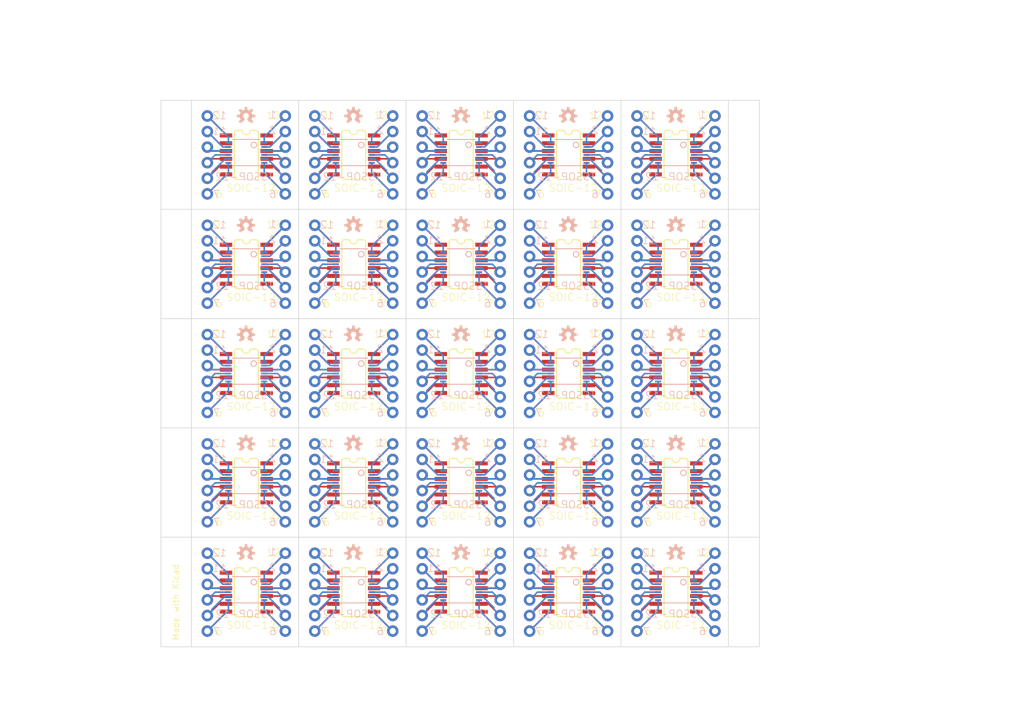
<source format=kicad_pcb>
(kicad_pcb (version 20171130) (host pcbnew 5.1.5-5.1.5)
  (layers (0 Top signal) (31 Bottom signal) (34 B.Paste user) (35 F.Paste user) (36 B.SilkS user) (37 F.SilkS user) (38 B.Mask user) (39 F.Mask user) (44 Edge.Cuts user))
  (net 0 "")
  (net 1 "Net-(JP2-Pad6)")
  (net 2 "Net-(JP2-Pad5)")
  (net 3 "Net-(JP2-Pad4)")
  (net 4 "Net-(JP2-Pad3)")
  (net 5 "Net-(JP2-Pad2)")
  (net 6 "Net-(JP2-Pad1)")
  (net 7 "Net-(JP1-Pad1)")
  (net 8 "Net-(JP1-Pad2)")
  (net 9 "Net-(JP1-Pad3)")
  (net 10 "Net-(JP1-Pad4)")
  (net 11 "Net-(JP1-Pad5)")
  (net 12 "Net-(JP1-Pad6)")
  (module SOIC12-TSSOP12:1X06_NO_SILK (layer Top) (at 225.016108 182.628608 90)
    (fp_text reference JP2 hide)
    (fp_text value M06NO_SILK)
    (pad 1 thru_hole circle (at 0 0 180) (size 1.8796 1.8796) (drill 1.016) (layers *.Cu *.Mask) (net 6 "Net-(JP2-Pad1)"))
    (pad 2 thru_hole circle (at 2.54 0 180) (size 1.8796 1.8796) (drill 1.016) (layers *.Cu *.Mask) (net 5 "Net-(JP2-Pad2)"))
    (pad 3 thru_hole circle (at 5.08 0 180) (size 1.8796 1.8796) (drill 1.016) (layers *.Cu *.Mask) (net 4 "Net-(JP2-Pad3)"))
    (pad 4 thru_hole circle (at 7.62 0 180) (size 1.8796 1.8796) (drill 1.016) (layers *.Cu *.Mask) (net 3 "Net-(JP2-Pad4)"))
    (pad 5 thru_hole circle (at 10.16 0 180) (size 1.8796 1.8796) (drill 1.016) (layers *.Cu *.Mask) (net 2 "Net-(JP2-Pad5)"))
    (pad 6 thru_hole circle (at 12.7 0 180) (size 1.8796 1.8796) (drill 1.016) (layers *.Cu *.Mask) (net 1 "Net-(JP2-Pad6)"))
  )
  (module SOIC12-TSSOP12:1X06_NO_SILK (layer Top) (at 225.016108 164.808606 90)
    (fp_text reference JP2 hide)
    (fp_text value M06NO_SILK)
    (pad 1 thru_hole circle (at 0 0 180) (size 1.8796 1.8796) (drill 1.016) (layers *.Cu *.Mask) (net 6 "Net-(JP2-Pad1)"))
    (pad 2 thru_hole circle (at 2.54 0 180) (size 1.8796 1.8796) (drill 1.016) (layers *.Cu *.Mask) (net 5 "Net-(JP2-Pad2)"))
    (pad 3 thru_hole circle (at 5.08 0 180) (size 1.8796 1.8796) (drill 1.016) (layers *.Cu *.Mask) (net 4 "Net-(JP2-Pad3)"))
    (pad 4 thru_hole circle (at 7.62 0 180) (size 1.8796 1.8796) (drill 1.016) (layers *.Cu *.Mask) (net 3 "Net-(JP2-Pad4)"))
    (pad 5 thru_hole circle (at 10.16 0 180) (size 1.8796 1.8796) (drill 1.016) (layers *.Cu *.Mask) (net 2 "Net-(JP2-Pad5)"))
    (pad 6 thru_hole circle (at 12.7 0 180) (size 1.8796 1.8796) (drill 1.016) (layers *.Cu *.Mask) (net 1 "Net-(JP2-Pad6)"))
  )
  (module SOIC12-TSSOP12:1X06_NO_SILK (layer Top) (at 225.016108 146.988604 90)
    (fp_text reference JP2 hide)
    (fp_text value M06NO_SILK)
    (pad 1 thru_hole circle (at 0 0 180) (size 1.8796 1.8796) (drill 1.016) (layers *.Cu *.Mask) (net 6 "Net-(JP2-Pad1)"))
    (pad 2 thru_hole circle (at 2.54 0 180) (size 1.8796 1.8796) (drill 1.016) (layers *.Cu *.Mask) (net 5 "Net-(JP2-Pad2)"))
    (pad 3 thru_hole circle (at 5.08 0 180) (size 1.8796 1.8796) (drill 1.016) (layers *.Cu *.Mask) (net 4 "Net-(JP2-Pad3)"))
    (pad 4 thru_hole circle (at 7.62 0 180) (size 1.8796 1.8796) (drill 1.016) (layers *.Cu *.Mask) (net 3 "Net-(JP2-Pad4)"))
    (pad 5 thru_hole circle (at 10.16 0 180) (size 1.8796 1.8796) (drill 1.016) (layers *.Cu *.Mask) (net 2 "Net-(JP2-Pad5)"))
    (pad 6 thru_hole circle (at 12.7 0 180) (size 1.8796 1.8796) (drill 1.016) (layers *.Cu *.Mask) (net 1 "Net-(JP2-Pad6)"))
  )
  (module SOIC12-TSSOP12:1X06_NO_SILK (layer Top) (at 225.016108 129.168602 90)
    (fp_text reference JP2 hide)
    (fp_text value M06NO_SILK)
    (pad 1 thru_hole circle (at 0 0 180) (size 1.8796 1.8796) (drill 1.016) (layers *.Cu *.Mask) (net 6 "Net-(JP2-Pad1)"))
    (pad 2 thru_hole circle (at 2.54 0 180) (size 1.8796 1.8796) (drill 1.016) (layers *.Cu *.Mask) (net 5 "Net-(JP2-Pad2)"))
    (pad 3 thru_hole circle (at 5.08 0 180) (size 1.8796 1.8796) (drill 1.016) (layers *.Cu *.Mask) (net 4 "Net-(JP2-Pad3)"))
    (pad 4 thru_hole circle (at 7.62 0 180) (size 1.8796 1.8796) (drill 1.016) (layers *.Cu *.Mask) (net 3 "Net-(JP2-Pad4)"))
    (pad 5 thru_hole circle (at 10.16 0 180) (size 1.8796 1.8796) (drill 1.016) (layers *.Cu *.Mask) (net 2 "Net-(JP2-Pad5)"))
    (pad 6 thru_hole circle (at 12.7 0 180) (size 1.8796 1.8796) (drill 1.016) (layers *.Cu *.Mask) (net 1 "Net-(JP2-Pad6)"))
  )
  (module SOIC12-TSSOP12:1X06_NO_SILK (layer Top) (at 225.016108 111.3486 90)
    (fp_text reference JP2 hide)
    (fp_text value M06NO_SILK)
    (pad 1 thru_hole circle (at 0 0 180) (size 1.8796 1.8796) (drill 1.016) (layers *.Cu *.Mask) (net 6 "Net-(JP2-Pad1)"))
    (pad 2 thru_hole circle (at 2.54 0 180) (size 1.8796 1.8796) (drill 1.016) (layers *.Cu *.Mask) (net 5 "Net-(JP2-Pad2)"))
    (pad 3 thru_hole circle (at 5.08 0 180) (size 1.8796 1.8796) (drill 1.016) (layers *.Cu *.Mask) (net 4 "Net-(JP2-Pad3)"))
    (pad 4 thru_hole circle (at 7.62 0 180) (size 1.8796 1.8796) (drill 1.016) (layers *.Cu *.Mask) (net 3 "Net-(JP2-Pad4)"))
    (pad 5 thru_hole circle (at 10.16 0 180) (size 1.8796 1.8796) (drill 1.016) (layers *.Cu *.Mask) (net 2 "Net-(JP2-Pad5)"))
    (pad 6 thru_hole circle (at 12.7 0 180) (size 1.8796 1.8796) (drill 1.016) (layers *.Cu *.Mask) (net 1 "Net-(JP2-Pad6)"))
  )
  (module SOIC12-TSSOP12:1X06_NO_SILK (layer Top) (at 207.516106 182.628608 90)
    (fp_text reference JP2 hide)
    (fp_text value M06NO_SILK)
    (pad 1 thru_hole circle (at 0 0 180) (size 1.8796 1.8796) (drill 1.016) (layers *.Cu *.Mask) (net 6 "Net-(JP2-Pad1)"))
    (pad 2 thru_hole circle (at 2.54 0 180) (size 1.8796 1.8796) (drill 1.016) (layers *.Cu *.Mask) (net 5 "Net-(JP2-Pad2)"))
    (pad 3 thru_hole circle (at 5.08 0 180) (size 1.8796 1.8796) (drill 1.016) (layers *.Cu *.Mask) (net 4 "Net-(JP2-Pad3)"))
    (pad 4 thru_hole circle (at 7.62 0 180) (size 1.8796 1.8796) (drill 1.016) (layers *.Cu *.Mask) (net 3 "Net-(JP2-Pad4)"))
    (pad 5 thru_hole circle (at 10.16 0 180) (size 1.8796 1.8796) (drill 1.016) (layers *.Cu *.Mask) (net 2 "Net-(JP2-Pad5)"))
    (pad 6 thru_hole circle (at 12.7 0 180) (size 1.8796 1.8796) (drill 1.016) (layers *.Cu *.Mask) (net 1 "Net-(JP2-Pad6)"))
  )
  (module SOIC12-TSSOP12:1X06_NO_SILK (layer Top) (at 207.516106 164.808606 90)
    (fp_text reference JP2 hide)
    (fp_text value M06NO_SILK)
    (pad 1 thru_hole circle (at 0 0 180) (size 1.8796 1.8796) (drill 1.016) (layers *.Cu *.Mask) (net 6 "Net-(JP2-Pad1)"))
    (pad 2 thru_hole circle (at 2.54 0 180) (size 1.8796 1.8796) (drill 1.016) (layers *.Cu *.Mask) (net 5 "Net-(JP2-Pad2)"))
    (pad 3 thru_hole circle (at 5.08 0 180) (size 1.8796 1.8796) (drill 1.016) (layers *.Cu *.Mask) (net 4 "Net-(JP2-Pad3)"))
    (pad 4 thru_hole circle (at 7.62 0 180) (size 1.8796 1.8796) (drill 1.016) (layers *.Cu *.Mask) (net 3 "Net-(JP2-Pad4)"))
    (pad 5 thru_hole circle (at 10.16 0 180) (size 1.8796 1.8796) (drill 1.016) (layers *.Cu *.Mask) (net 2 "Net-(JP2-Pad5)"))
    (pad 6 thru_hole circle (at 12.7 0 180) (size 1.8796 1.8796) (drill 1.016) (layers *.Cu *.Mask) (net 1 "Net-(JP2-Pad6)"))
  )
  (module SOIC12-TSSOP12:1X06_NO_SILK (layer Top) (at 207.516106 146.988604 90)
    (fp_text reference JP2 hide)
    (fp_text value M06NO_SILK)
    (pad 1 thru_hole circle (at 0 0 180) (size 1.8796 1.8796) (drill 1.016) (layers *.Cu *.Mask) (net 6 "Net-(JP2-Pad1)"))
    (pad 2 thru_hole circle (at 2.54 0 180) (size 1.8796 1.8796) (drill 1.016) (layers *.Cu *.Mask) (net 5 "Net-(JP2-Pad2)"))
    (pad 3 thru_hole circle (at 5.08 0 180) (size 1.8796 1.8796) (drill 1.016) (layers *.Cu *.Mask) (net 4 "Net-(JP2-Pad3)"))
    (pad 4 thru_hole circle (at 7.62 0 180) (size 1.8796 1.8796) (drill 1.016) (layers *.Cu *.Mask) (net 3 "Net-(JP2-Pad4)"))
    (pad 5 thru_hole circle (at 10.16 0 180) (size 1.8796 1.8796) (drill 1.016) (layers *.Cu *.Mask) (net 2 "Net-(JP2-Pad5)"))
    (pad 6 thru_hole circle (at 12.7 0 180) (size 1.8796 1.8796) (drill 1.016) (layers *.Cu *.Mask) (net 1 "Net-(JP2-Pad6)"))
  )
  (module SOIC12-TSSOP12:1X06_NO_SILK (layer Top) (at 207.516106 129.168602 90)
    (fp_text reference JP2 hide)
    (fp_text value M06NO_SILK)
    (pad 1 thru_hole circle (at 0 0 180) (size 1.8796 1.8796) (drill 1.016) (layers *.Cu *.Mask) (net 6 "Net-(JP2-Pad1)"))
    (pad 2 thru_hole circle (at 2.54 0 180) (size 1.8796 1.8796) (drill 1.016) (layers *.Cu *.Mask) (net 5 "Net-(JP2-Pad2)"))
    (pad 3 thru_hole circle (at 5.08 0 180) (size 1.8796 1.8796) (drill 1.016) (layers *.Cu *.Mask) (net 4 "Net-(JP2-Pad3)"))
    (pad 4 thru_hole circle (at 7.62 0 180) (size 1.8796 1.8796) (drill 1.016) (layers *.Cu *.Mask) (net 3 "Net-(JP2-Pad4)"))
    (pad 5 thru_hole circle (at 10.16 0 180) (size 1.8796 1.8796) (drill 1.016) (layers *.Cu *.Mask) (net 2 "Net-(JP2-Pad5)"))
    (pad 6 thru_hole circle (at 12.7 0 180) (size 1.8796 1.8796) (drill 1.016) (layers *.Cu *.Mask) (net 1 "Net-(JP2-Pad6)"))
  )
  (module SOIC12-TSSOP12:1X06_NO_SILK (layer Top) (at 207.516106 111.3486 90)
    (fp_text reference JP2 hide)
    (fp_text value M06NO_SILK)
    (pad 1 thru_hole circle (at 0 0 180) (size 1.8796 1.8796) (drill 1.016) (layers *.Cu *.Mask) (net 6 "Net-(JP2-Pad1)"))
    (pad 2 thru_hole circle (at 2.54 0 180) (size 1.8796 1.8796) (drill 1.016) (layers *.Cu *.Mask) (net 5 "Net-(JP2-Pad2)"))
    (pad 3 thru_hole circle (at 5.08 0 180) (size 1.8796 1.8796) (drill 1.016) (layers *.Cu *.Mask) (net 4 "Net-(JP2-Pad3)"))
    (pad 4 thru_hole circle (at 7.62 0 180) (size 1.8796 1.8796) (drill 1.016) (layers *.Cu *.Mask) (net 3 "Net-(JP2-Pad4)"))
    (pad 5 thru_hole circle (at 10.16 0 180) (size 1.8796 1.8796) (drill 1.016) (layers *.Cu *.Mask) (net 2 "Net-(JP2-Pad5)"))
    (pad 6 thru_hole circle (at 12.7 0 180) (size 1.8796 1.8796) (drill 1.016) (layers *.Cu *.Mask) (net 1 "Net-(JP2-Pad6)"))
  )
  (module SOIC12-TSSOP12:1X06_NO_SILK (layer Top) (at 190.016104 182.628608 90)
    (fp_text reference JP2 hide)
    (fp_text value M06NO_SILK)
    (pad 1 thru_hole circle (at 0 0 180) (size 1.8796 1.8796) (drill 1.016) (layers *.Cu *.Mask) (net 6 "Net-(JP2-Pad1)"))
    (pad 2 thru_hole circle (at 2.54 0 180) (size 1.8796 1.8796) (drill 1.016) (layers *.Cu *.Mask) (net 5 "Net-(JP2-Pad2)"))
    (pad 3 thru_hole circle (at 5.08 0 180) (size 1.8796 1.8796) (drill 1.016) (layers *.Cu *.Mask) (net 4 "Net-(JP2-Pad3)"))
    (pad 4 thru_hole circle (at 7.62 0 180) (size 1.8796 1.8796) (drill 1.016) (layers *.Cu *.Mask) (net 3 "Net-(JP2-Pad4)"))
    (pad 5 thru_hole circle (at 10.16 0 180) (size 1.8796 1.8796) (drill 1.016) (layers *.Cu *.Mask) (net 2 "Net-(JP2-Pad5)"))
    (pad 6 thru_hole circle (at 12.7 0 180) (size 1.8796 1.8796) (drill 1.016) (layers *.Cu *.Mask) (net 1 "Net-(JP2-Pad6)"))
  )
  (module SOIC12-TSSOP12:1X06_NO_SILK (layer Top) (at 190.016104 164.808606 90)
    (fp_text reference JP2 hide)
    (fp_text value M06NO_SILK)
    (pad 1 thru_hole circle (at 0 0 180) (size 1.8796 1.8796) (drill 1.016) (layers *.Cu *.Mask) (net 6 "Net-(JP2-Pad1)"))
    (pad 2 thru_hole circle (at 2.54 0 180) (size 1.8796 1.8796) (drill 1.016) (layers *.Cu *.Mask) (net 5 "Net-(JP2-Pad2)"))
    (pad 3 thru_hole circle (at 5.08 0 180) (size 1.8796 1.8796) (drill 1.016) (layers *.Cu *.Mask) (net 4 "Net-(JP2-Pad3)"))
    (pad 4 thru_hole circle (at 7.62 0 180) (size 1.8796 1.8796) (drill 1.016) (layers *.Cu *.Mask) (net 3 "Net-(JP2-Pad4)"))
    (pad 5 thru_hole circle (at 10.16 0 180) (size 1.8796 1.8796) (drill 1.016) (layers *.Cu *.Mask) (net 2 "Net-(JP2-Pad5)"))
    (pad 6 thru_hole circle (at 12.7 0 180) (size 1.8796 1.8796) (drill 1.016) (layers *.Cu *.Mask) (net 1 "Net-(JP2-Pad6)"))
  )
  (module SOIC12-TSSOP12:1X06_NO_SILK (layer Top) (at 190.016104 146.988604 90)
    (fp_text reference JP2 hide)
    (fp_text value M06NO_SILK)
    (pad 1 thru_hole circle (at 0 0 180) (size 1.8796 1.8796) (drill 1.016) (layers *.Cu *.Mask) (net 6 "Net-(JP2-Pad1)"))
    (pad 2 thru_hole circle (at 2.54 0 180) (size 1.8796 1.8796) (drill 1.016) (layers *.Cu *.Mask) (net 5 "Net-(JP2-Pad2)"))
    (pad 3 thru_hole circle (at 5.08 0 180) (size 1.8796 1.8796) (drill 1.016) (layers *.Cu *.Mask) (net 4 "Net-(JP2-Pad3)"))
    (pad 4 thru_hole circle (at 7.62 0 180) (size 1.8796 1.8796) (drill 1.016) (layers *.Cu *.Mask) (net 3 "Net-(JP2-Pad4)"))
    (pad 5 thru_hole circle (at 10.16 0 180) (size 1.8796 1.8796) (drill 1.016) (layers *.Cu *.Mask) (net 2 "Net-(JP2-Pad5)"))
    (pad 6 thru_hole circle (at 12.7 0 180) (size 1.8796 1.8796) (drill 1.016) (layers *.Cu *.Mask) (net 1 "Net-(JP2-Pad6)"))
  )
  (module SOIC12-TSSOP12:1X06_NO_SILK (layer Top) (at 190.016104 129.168602 90)
    (fp_text reference JP2 hide)
    (fp_text value M06NO_SILK)
    (pad 1 thru_hole circle (at 0 0 180) (size 1.8796 1.8796) (drill 1.016) (layers *.Cu *.Mask) (net 6 "Net-(JP2-Pad1)"))
    (pad 2 thru_hole circle (at 2.54 0 180) (size 1.8796 1.8796) (drill 1.016) (layers *.Cu *.Mask) (net 5 "Net-(JP2-Pad2)"))
    (pad 3 thru_hole circle (at 5.08 0 180) (size 1.8796 1.8796) (drill 1.016) (layers *.Cu *.Mask) (net 4 "Net-(JP2-Pad3)"))
    (pad 4 thru_hole circle (at 7.62 0 180) (size 1.8796 1.8796) (drill 1.016) (layers *.Cu *.Mask) (net 3 "Net-(JP2-Pad4)"))
    (pad 5 thru_hole circle (at 10.16 0 180) (size 1.8796 1.8796) (drill 1.016) (layers *.Cu *.Mask) (net 2 "Net-(JP2-Pad5)"))
    (pad 6 thru_hole circle (at 12.7 0 180) (size 1.8796 1.8796) (drill 1.016) (layers *.Cu *.Mask) (net 1 "Net-(JP2-Pad6)"))
  )
  (module SOIC12-TSSOP12:1X06_NO_SILK (layer Top) (at 190.016104 111.3486 90)
    (fp_text reference JP2 hide)
    (fp_text value M06NO_SILK)
    (pad 1 thru_hole circle (at 0 0 180) (size 1.8796 1.8796) (drill 1.016) (layers *.Cu *.Mask) (net 6 "Net-(JP2-Pad1)"))
    (pad 2 thru_hole circle (at 2.54 0 180) (size 1.8796 1.8796) (drill 1.016) (layers *.Cu *.Mask) (net 5 "Net-(JP2-Pad2)"))
    (pad 3 thru_hole circle (at 5.08 0 180) (size 1.8796 1.8796) (drill 1.016) (layers *.Cu *.Mask) (net 4 "Net-(JP2-Pad3)"))
    (pad 4 thru_hole circle (at 7.62 0 180) (size 1.8796 1.8796) (drill 1.016) (layers *.Cu *.Mask) (net 3 "Net-(JP2-Pad4)"))
    (pad 5 thru_hole circle (at 10.16 0 180) (size 1.8796 1.8796) (drill 1.016) (layers *.Cu *.Mask) (net 2 "Net-(JP2-Pad5)"))
    (pad 6 thru_hole circle (at 12.7 0 180) (size 1.8796 1.8796) (drill 1.016) (layers *.Cu *.Mask) (net 1 "Net-(JP2-Pad6)"))
  )
  (module SOIC12-TSSOP12:1X06_NO_SILK (layer Top) (at 172.516102 182.628608 90)
    (fp_text reference JP2 hide)
    (fp_text value M06NO_SILK)
    (pad 1 thru_hole circle (at 0 0 180) (size 1.8796 1.8796) (drill 1.016) (layers *.Cu *.Mask) (net 6 "Net-(JP2-Pad1)"))
    (pad 2 thru_hole circle (at 2.54 0 180) (size 1.8796 1.8796) (drill 1.016) (layers *.Cu *.Mask) (net 5 "Net-(JP2-Pad2)"))
    (pad 3 thru_hole circle (at 5.08 0 180) (size 1.8796 1.8796) (drill 1.016) (layers *.Cu *.Mask) (net 4 "Net-(JP2-Pad3)"))
    (pad 4 thru_hole circle (at 7.62 0 180) (size 1.8796 1.8796) (drill 1.016) (layers *.Cu *.Mask) (net 3 "Net-(JP2-Pad4)"))
    (pad 5 thru_hole circle (at 10.16 0 180) (size 1.8796 1.8796) (drill 1.016) (layers *.Cu *.Mask) (net 2 "Net-(JP2-Pad5)"))
    (pad 6 thru_hole circle (at 12.7 0 180) (size 1.8796 1.8796) (drill 1.016) (layers *.Cu *.Mask) (net 1 "Net-(JP2-Pad6)"))
  )
  (module SOIC12-TSSOP12:1X06_NO_SILK (layer Top) (at 172.516102 164.808606 90)
    (fp_text reference JP2 hide)
    (fp_text value M06NO_SILK)
    (pad 1 thru_hole circle (at 0 0 180) (size 1.8796 1.8796) (drill 1.016) (layers *.Cu *.Mask) (net 6 "Net-(JP2-Pad1)"))
    (pad 2 thru_hole circle (at 2.54 0 180) (size 1.8796 1.8796) (drill 1.016) (layers *.Cu *.Mask) (net 5 "Net-(JP2-Pad2)"))
    (pad 3 thru_hole circle (at 5.08 0 180) (size 1.8796 1.8796) (drill 1.016) (layers *.Cu *.Mask) (net 4 "Net-(JP2-Pad3)"))
    (pad 4 thru_hole circle (at 7.62 0 180) (size 1.8796 1.8796) (drill 1.016) (layers *.Cu *.Mask) (net 3 "Net-(JP2-Pad4)"))
    (pad 5 thru_hole circle (at 10.16 0 180) (size 1.8796 1.8796) (drill 1.016) (layers *.Cu *.Mask) (net 2 "Net-(JP2-Pad5)"))
    (pad 6 thru_hole circle (at 12.7 0 180) (size 1.8796 1.8796) (drill 1.016) (layers *.Cu *.Mask) (net 1 "Net-(JP2-Pad6)"))
  )
  (module SOIC12-TSSOP12:1X06_NO_SILK (layer Top) (at 172.516102 146.988604 90)
    (fp_text reference JP2 hide)
    (fp_text value M06NO_SILK)
    (pad 1 thru_hole circle (at 0 0 180) (size 1.8796 1.8796) (drill 1.016) (layers *.Cu *.Mask) (net 6 "Net-(JP2-Pad1)"))
    (pad 2 thru_hole circle (at 2.54 0 180) (size 1.8796 1.8796) (drill 1.016) (layers *.Cu *.Mask) (net 5 "Net-(JP2-Pad2)"))
    (pad 3 thru_hole circle (at 5.08 0 180) (size 1.8796 1.8796) (drill 1.016) (layers *.Cu *.Mask) (net 4 "Net-(JP2-Pad3)"))
    (pad 4 thru_hole circle (at 7.62 0 180) (size 1.8796 1.8796) (drill 1.016) (layers *.Cu *.Mask) (net 3 "Net-(JP2-Pad4)"))
    (pad 5 thru_hole circle (at 10.16 0 180) (size 1.8796 1.8796) (drill 1.016) (layers *.Cu *.Mask) (net 2 "Net-(JP2-Pad5)"))
    (pad 6 thru_hole circle (at 12.7 0 180) (size 1.8796 1.8796) (drill 1.016) (layers *.Cu *.Mask) (net 1 "Net-(JP2-Pad6)"))
  )
  (module SOIC12-TSSOP12:1X06_NO_SILK (layer Top) (at 172.516102 129.168602 90)
    (fp_text reference JP2 hide)
    (fp_text value M06NO_SILK)
    (pad 1 thru_hole circle (at 0 0 180) (size 1.8796 1.8796) (drill 1.016) (layers *.Cu *.Mask) (net 6 "Net-(JP2-Pad1)"))
    (pad 2 thru_hole circle (at 2.54 0 180) (size 1.8796 1.8796) (drill 1.016) (layers *.Cu *.Mask) (net 5 "Net-(JP2-Pad2)"))
    (pad 3 thru_hole circle (at 5.08 0 180) (size 1.8796 1.8796) (drill 1.016) (layers *.Cu *.Mask) (net 4 "Net-(JP2-Pad3)"))
    (pad 4 thru_hole circle (at 7.62 0 180) (size 1.8796 1.8796) (drill 1.016) (layers *.Cu *.Mask) (net 3 "Net-(JP2-Pad4)"))
    (pad 5 thru_hole circle (at 10.16 0 180) (size 1.8796 1.8796) (drill 1.016) (layers *.Cu *.Mask) (net 2 "Net-(JP2-Pad5)"))
    (pad 6 thru_hole circle (at 12.7 0 180) (size 1.8796 1.8796) (drill 1.016) (layers *.Cu *.Mask) (net 1 "Net-(JP2-Pad6)"))
  )
  (module SOIC12-TSSOP12:1X06_NO_SILK (layer Top) (at 172.516102 111.3486 90)
    (fp_text reference JP2 hide)
    (fp_text value M06NO_SILK)
    (pad 1 thru_hole circle (at 0 0 180) (size 1.8796 1.8796) (drill 1.016) (layers *.Cu *.Mask) (net 6 "Net-(JP2-Pad1)"))
    (pad 2 thru_hole circle (at 2.54 0 180) (size 1.8796 1.8796) (drill 1.016) (layers *.Cu *.Mask) (net 5 "Net-(JP2-Pad2)"))
    (pad 3 thru_hole circle (at 5.08 0 180) (size 1.8796 1.8796) (drill 1.016) (layers *.Cu *.Mask) (net 4 "Net-(JP2-Pad3)"))
    (pad 4 thru_hole circle (at 7.62 0 180) (size 1.8796 1.8796) (drill 1.016) (layers *.Cu *.Mask) (net 3 "Net-(JP2-Pad4)"))
    (pad 5 thru_hole circle (at 10.16 0 180) (size 1.8796 1.8796) (drill 1.016) (layers *.Cu *.Mask) (net 2 "Net-(JP2-Pad5)"))
    (pad 6 thru_hole circle (at 12.7 0 180) (size 1.8796 1.8796) (drill 1.016) (layers *.Cu *.Mask) (net 1 "Net-(JP2-Pad6)"))
  )
  (module SOIC12-TSSOP12:1X06_NO_SILK (layer Top) (at 155.0161 182.628608 90)
    (fp_text reference JP2 hide)
    (fp_text value M06NO_SILK)
    (pad 1 thru_hole circle (at 0 0 180) (size 1.8796 1.8796) (drill 1.016) (layers *.Cu *.Mask) (net 6 "Net-(JP2-Pad1)"))
    (pad 2 thru_hole circle (at 2.54 0 180) (size 1.8796 1.8796) (drill 1.016) (layers *.Cu *.Mask) (net 5 "Net-(JP2-Pad2)"))
    (pad 3 thru_hole circle (at 5.08 0 180) (size 1.8796 1.8796) (drill 1.016) (layers *.Cu *.Mask) (net 4 "Net-(JP2-Pad3)"))
    (pad 4 thru_hole circle (at 7.62 0 180) (size 1.8796 1.8796) (drill 1.016) (layers *.Cu *.Mask) (net 3 "Net-(JP2-Pad4)"))
    (pad 5 thru_hole circle (at 10.16 0 180) (size 1.8796 1.8796) (drill 1.016) (layers *.Cu *.Mask) (net 2 "Net-(JP2-Pad5)"))
    (pad 6 thru_hole circle (at 12.7 0 180) (size 1.8796 1.8796) (drill 1.016) (layers *.Cu *.Mask) (net 1 "Net-(JP2-Pad6)"))
  )
  (module SOIC12-TSSOP12:1X06_NO_SILK (layer Top) (at 155.0161 164.808606 90)
    (fp_text reference JP2 hide)
    (fp_text value M06NO_SILK)
    (pad 1 thru_hole circle (at 0 0 180) (size 1.8796 1.8796) (drill 1.016) (layers *.Cu *.Mask) (net 6 "Net-(JP2-Pad1)"))
    (pad 2 thru_hole circle (at 2.54 0 180) (size 1.8796 1.8796) (drill 1.016) (layers *.Cu *.Mask) (net 5 "Net-(JP2-Pad2)"))
    (pad 3 thru_hole circle (at 5.08 0 180) (size 1.8796 1.8796) (drill 1.016) (layers *.Cu *.Mask) (net 4 "Net-(JP2-Pad3)"))
    (pad 4 thru_hole circle (at 7.62 0 180) (size 1.8796 1.8796) (drill 1.016) (layers *.Cu *.Mask) (net 3 "Net-(JP2-Pad4)"))
    (pad 5 thru_hole circle (at 10.16 0 180) (size 1.8796 1.8796) (drill 1.016) (layers *.Cu *.Mask) (net 2 "Net-(JP2-Pad5)"))
    (pad 6 thru_hole circle (at 12.7 0 180) (size 1.8796 1.8796) (drill 1.016) (layers *.Cu *.Mask) (net 1 "Net-(JP2-Pad6)"))
  )
  (module SOIC12-TSSOP12:1X06_NO_SILK (layer Top) (at 155.0161 146.988604 90)
    (fp_text reference JP2 hide)
    (fp_text value M06NO_SILK)
    (pad 1 thru_hole circle (at 0 0 180) (size 1.8796 1.8796) (drill 1.016) (layers *.Cu *.Mask) (net 6 "Net-(JP2-Pad1)"))
    (pad 2 thru_hole circle (at 2.54 0 180) (size 1.8796 1.8796) (drill 1.016) (layers *.Cu *.Mask) (net 5 "Net-(JP2-Pad2)"))
    (pad 3 thru_hole circle (at 5.08 0 180) (size 1.8796 1.8796) (drill 1.016) (layers *.Cu *.Mask) (net 4 "Net-(JP2-Pad3)"))
    (pad 4 thru_hole circle (at 7.62 0 180) (size 1.8796 1.8796) (drill 1.016) (layers *.Cu *.Mask) (net 3 "Net-(JP2-Pad4)"))
    (pad 5 thru_hole circle (at 10.16 0 180) (size 1.8796 1.8796) (drill 1.016) (layers *.Cu *.Mask) (net 2 "Net-(JP2-Pad5)"))
    (pad 6 thru_hole circle (at 12.7 0 180) (size 1.8796 1.8796) (drill 1.016) (layers *.Cu *.Mask) (net 1 "Net-(JP2-Pad6)"))
  )
  (module SOIC12-TSSOP12:1X06_NO_SILK (layer Top) (at 155.0161 129.168602 90)
    (fp_text reference JP2 hide)
    (fp_text value M06NO_SILK)
    (pad 1 thru_hole circle (at 0 0 180) (size 1.8796 1.8796) (drill 1.016) (layers *.Cu *.Mask) (net 6 "Net-(JP2-Pad1)"))
    (pad 2 thru_hole circle (at 2.54 0 180) (size 1.8796 1.8796) (drill 1.016) (layers *.Cu *.Mask) (net 5 "Net-(JP2-Pad2)"))
    (pad 3 thru_hole circle (at 5.08 0 180) (size 1.8796 1.8796) (drill 1.016) (layers *.Cu *.Mask) (net 4 "Net-(JP2-Pad3)"))
    (pad 4 thru_hole circle (at 7.62 0 180) (size 1.8796 1.8796) (drill 1.016) (layers *.Cu *.Mask) (net 3 "Net-(JP2-Pad4)"))
    (pad 5 thru_hole circle (at 10.16 0 180) (size 1.8796 1.8796) (drill 1.016) (layers *.Cu *.Mask) (net 2 "Net-(JP2-Pad5)"))
    (pad 6 thru_hole circle (at 12.7 0 180) (size 1.8796 1.8796) (drill 1.016) (layers *.Cu *.Mask) (net 1 "Net-(JP2-Pad6)"))
  )
  (module SOIC12-TSSOP12:1X06_NO_SILK (layer Top) (at 212.316108 182.628608 90)
    (fp_text reference JP1 hide)
    (fp_text value M06NO_SILK)
    (pad 1 thru_hole circle (at 0 0 180) (size 1.8796 1.8796) (drill 1.016) (layers *.Cu *.Mask) (net 7 "Net-(JP1-Pad1)"))
    (pad 2 thru_hole circle (at 2.54 0 180) (size 1.8796 1.8796) (drill 1.016) (layers *.Cu *.Mask) (net 8 "Net-(JP1-Pad2)"))
    (pad 3 thru_hole circle (at 5.08 0 180) (size 1.8796 1.8796) (drill 1.016) (layers *.Cu *.Mask) (net 9 "Net-(JP1-Pad3)"))
    (pad 4 thru_hole circle (at 7.62 0 180) (size 1.8796 1.8796) (drill 1.016) (layers *.Cu *.Mask) (net 10 "Net-(JP1-Pad4)"))
    (pad 5 thru_hole circle (at 10.16 0 180) (size 1.8796 1.8796) (drill 1.016) (layers *.Cu *.Mask) (net 11 "Net-(JP1-Pad5)"))
    (pad 6 thru_hole circle (at 12.7 0 180) (size 1.8796 1.8796) (drill 1.016) (layers *.Cu *.Mask) (net 12 "Net-(JP1-Pad6)"))
  )
  (module SOIC12-TSSOP12:1X06_NO_SILK (layer Top) (at 212.316108 164.808606 90)
    (fp_text reference JP1 hide)
    (fp_text value M06NO_SILK)
    (pad 1 thru_hole circle (at 0 0 180) (size 1.8796 1.8796) (drill 1.016) (layers *.Cu *.Mask) (net 7 "Net-(JP1-Pad1)"))
    (pad 2 thru_hole circle (at 2.54 0 180) (size 1.8796 1.8796) (drill 1.016) (layers *.Cu *.Mask) (net 8 "Net-(JP1-Pad2)"))
    (pad 3 thru_hole circle (at 5.08 0 180) (size 1.8796 1.8796) (drill 1.016) (layers *.Cu *.Mask) (net 9 "Net-(JP1-Pad3)"))
    (pad 4 thru_hole circle (at 7.62 0 180) (size 1.8796 1.8796) (drill 1.016) (layers *.Cu *.Mask) (net 10 "Net-(JP1-Pad4)"))
    (pad 5 thru_hole circle (at 10.16 0 180) (size 1.8796 1.8796) (drill 1.016) (layers *.Cu *.Mask) (net 11 "Net-(JP1-Pad5)"))
    (pad 6 thru_hole circle (at 12.7 0 180) (size 1.8796 1.8796) (drill 1.016) (layers *.Cu *.Mask) (net 12 "Net-(JP1-Pad6)"))
  )
  (module SOIC12-TSSOP12:1X06_NO_SILK (layer Top) (at 212.316108 146.988604 90)
    (fp_text reference JP1 hide)
    (fp_text value M06NO_SILK)
    (pad 1 thru_hole circle (at 0 0 180) (size 1.8796 1.8796) (drill 1.016) (layers *.Cu *.Mask) (net 7 "Net-(JP1-Pad1)"))
    (pad 2 thru_hole circle (at 2.54 0 180) (size 1.8796 1.8796) (drill 1.016) (layers *.Cu *.Mask) (net 8 "Net-(JP1-Pad2)"))
    (pad 3 thru_hole circle (at 5.08 0 180) (size 1.8796 1.8796) (drill 1.016) (layers *.Cu *.Mask) (net 9 "Net-(JP1-Pad3)"))
    (pad 4 thru_hole circle (at 7.62 0 180) (size 1.8796 1.8796) (drill 1.016) (layers *.Cu *.Mask) (net 10 "Net-(JP1-Pad4)"))
    (pad 5 thru_hole circle (at 10.16 0 180) (size 1.8796 1.8796) (drill 1.016) (layers *.Cu *.Mask) (net 11 "Net-(JP1-Pad5)"))
    (pad 6 thru_hole circle (at 12.7 0 180) (size 1.8796 1.8796) (drill 1.016) (layers *.Cu *.Mask) (net 12 "Net-(JP1-Pad6)"))
  )
  (module SOIC12-TSSOP12:1X06_NO_SILK (layer Top) (at 212.316108 129.168602 90)
    (fp_text reference JP1 hide)
    (fp_text value M06NO_SILK)
    (pad 1 thru_hole circle (at 0 0 180) (size 1.8796 1.8796) (drill 1.016) (layers *.Cu *.Mask) (net 7 "Net-(JP1-Pad1)"))
    (pad 2 thru_hole circle (at 2.54 0 180) (size 1.8796 1.8796) (drill 1.016) (layers *.Cu *.Mask) (net 8 "Net-(JP1-Pad2)"))
    (pad 3 thru_hole circle (at 5.08 0 180) (size 1.8796 1.8796) (drill 1.016) (layers *.Cu *.Mask) (net 9 "Net-(JP1-Pad3)"))
    (pad 4 thru_hole circle (at 7.62 0 180) (size 1.8796 1.8796) (drill 1.016) (layers *.Cu *.Mask) (net 10 "Net-(JP1-Pad4)"))
    (pad 5 thru_hole circle (at 10.16 0 180) (size 1.8796 1.8796) (drill 1.016) (layers *.Cu *.Mask) (net 11 "Net-(JP1-Pad5)"))
    (pad 6 thru_hole circle (at 12.7 0 180) (size 1.8796 1.8796) (drill 1.016) (layers *.Cu *.Mask) (net 12 "Net-(JP1-Pad6)"))
  )
  (module SOIC12-TSSOP12:1X06_NO_SILK (layer Top) (at 212.316108 111.3486 90)
    (fp_text reference JP1 hide)
    (fp_text value M06NO_SILK)
    (pad 1 thru_hole circle (at 0 0 180) (size 1.8796 1.8796) (drill 1.016) (layers *.Cu *.Mask) (net 7 "Net-(JP1-Pad1)"))
    (pad 2 thru_hole circle (at 2.54 0 180) (size 1.8796 1.8796) (drill 1.016) (layers *.Cu *.Mask) (net 8 "Net-(JP1-Pad2)"))
    (pad 3 thru_hole circle (at 5.08 0 180) (size 1.8796 1.8796) (drill 1.016) (layers *.Cu *.Mask) (net 9 "Net-(JP1-Pad3)"))
    (pad 4 thru_hole circle (at 7.62 0 180) (size 1.8796 1.8796) (drill 1.016) (layers *.Cu *.Mask) (net 10 "Net-(JP1-Pad4)"))
    (pad 5 thru_hole circle (at 10.16 0 180) (size 1.8796 1.8796) (drill 1.016) (layers *.Cu *.Mask) (net 11 "Net-(JP1-Pad5)"))
    (pad 6 thru_hole circle (at 12.7 0 180) (size 1.8796 1.8796) (drill 1.016) (layers *.Cu *.Mask) (net 12 "Net-(JP1-Pad6)"))
  )
  (module SOIC12-TSSOP12:1X06_NO_SILK (layer Top) (at 194.816106 182.628608 90)
    (fp_text reference JP1 hide)
    (fp_text value M06NO_SILK)
    (pad 1 thru_hole circle (at 0 0 180) (size 1.8796 1.8796) (drill 1.016) (layers *.Cu *.Mask) (net 7 "Net-(JP1-Pad1)"))
    (pad 2 thru_hole circle (at 2.54 0 180) (size 1.8796 1.8796) (drill 1.016) (layers *.Cu *.Mask) (net 8 "Net-(JP1-Pad2)"))
    (pad 3 thru_hole circle (at 5.08 0 180) (size 1.8796 1.8796) (drill 1.016) (layers *.Cu *.Mask) (net 9 "Net-(JP1-Pad3)"))
    (pad 4 thru_hole circle (at 7.62 0 180) (size 1.8796 1.8796) (drill 1.016) (layers *.Cu *.Mask) (net 10 "Net-(JP1-Pad4)"))
    (pad 5 thru_hole circle (at 10.16 0 180) (size 1.8796 1.8796) (drill 1.016) (layers *.Cu *.Mask) (net 11 "Net-(JP1-Pad5)"))
    (pad 6 thru_hole circle (at 12.7 0 180) (size 1.8796 1.8796) (drill 1.016) (layers *.Cu *.Mask) (net 12 "Net-(JP1-Pad6)"))
  )
  (module SOIC12-TSSOP12:1X06_NO_SILK (layer Top) (at 194.816106 164.808606 90)
    (fp_text reference JP1 hide)
    (fp_text value M06NO_SILK)
    (pad 1 thru_hole circle (at 0 0 180) (size 1.8796 1.8796) (drill 1.016) (layers *.Cu *.Mask) (net 7 "Net-(JP1-Pad1)"))
    (pad 2 thru_hole circle (at 2.54 0 180) (size 1.8796 1.8796) (drill 1.016) (layers *.Cu *.Mask) (net 8 "Net-(JP1-Pad2)"))
    (pad 3 thru_hole circle (at 5.08 0 180) (size 1.8796 1.8796) (drill 1.016) (layers *.Cu *.Mask) (net 9 "Net-(JP1-Pad3)"))
    (pad 4 thru_hole circle (at 7.62 0 180) (size 1.8796 1.8796) (drill 1.016) (layers *.Cu *.Mask) (net 10 "Net-(JP1-Pad4)"))
    (pad 5 thru_hole circle (at 10.16 0 180) (size 1.8796 1.8796) (drill 1.016) (layers *.Cu *.Mask) (net 11 "Net-(JP1-Pad5)"))
    (pad 6 thru_hole circle (at 12.7 0 180) (size 1.8796 1.8796) (drill 1.016) (layers *.Cu *.Mask) (net 12 "Net-(JP1-Pad6)"))
  )
  (module SOIC12-TSSOP12:1X06_NO_SILK (layer Top) (at 194.816106 146.988604 90)
    (fp_text reference JP1 hide)
    (fp_text value M06NO_SILK)
    (pad 1 thru_hole circle (at 0 0 180) (size 1.8796 1.8796) (drill 1.016) (layers *.Cu *.Mask) (net 7 "Net-(JP1-Pad1)"))
    (pad 2 thru_hole circle (at 2.54 0 180) (size 1.8796 1.8796) (drill 1.016) (layers *.Cu *.Mask) (net 8 "Net-(JP1-Pad2)"))
    (pad 3 thru_hole circle (at 5.08 0 180) (size 1.8796 1.8796) (drill 1.016) (layers *.Cu *.Mask) (net 9 "Net-(JP1-Pad3)"))
    (pad 4 thru_hole circle (at 7.62 0 180) (size 1.8796 1.8796) (drill 1.016) (layers *.Cu *.Mask) (net 10 "Net-(JP1-Pad4)"))
    (pad 5 thru_hole circle (at 10.16 0 180) (size 1.8796 1.8796) (drill 1.016) (layers *.Cu *.Mask) (net 11 "Net-(JP1-Pad5)"))
    (pad 6 thru_hole circle (at 12.7 0 180) (size 1.8796 1.8796) (drill 1.016) (layers *.Cu *.Mask) (net 12 "Net-(JP1-Pad6)"))
  )
  (module SOIC12-TSSOP12:1X06_NO_SILK (layer Top) (at 194.816106 129.168602 90)
    (fp_text reference JP1 hide)
    (fp_text value M06NO_SILK)
    (pad 1 thru_hole circle (at 0 0 180) (size 1.8796 1.8796) (drill 1.016) (layers *.Cu *.Mask) (net 7 "Net-(JP1-Pad1)"))
    (pad 2 thru_hole circle (at 2.54 0 180) (size 1.8796 1.8796) (drill 1.016) (layers *.Cu *.Mask) (net 8 "Net-(JP1-Pad2)"))
    (pad 3 thru_hole circle (at 5.08 0 180) (size 1.8796 1.8796) (drill 1.016) (layers *.Cu *.Mask) (net 9 "Net-(JP1-Pad3)"))
    (pad 4 thru_hole circle (at 7.62 0 180) (size 1.8796 1.8796) (drill 1.016) (layers *.Cu *.Mask) (net 10 "Net-(JP1-Pad4)"))
    (pad 5 thru_hole circle (at 10.16 0 180) (size 1.8796 1.8796) (drill 1.016) (layers *.Cu *.Mask) (net 11 "Net-(JP1-Pad5)"))
    (pad 6 thru_hole circle (at 12.7 0 180) (size 1.8796 1.8796) (drill 1.016) (layers *.Cu *.Mask) (net 12 "Net-(JP1-Pad6)"))
  )
  (module SOIC12-TSSOP12:1X06_NO_SILK (layer Top) (at 194.816106 111.3486 90)
    (fp_text reference JP1 hide)
    (fp_text value M06NO_SILK)
    (pad 1 thru_hole circle (at 0 0 180) (size 1.8796 1.8796) (drill 1.016) (layers *.Cu *.Mask) (net 7 "Net-(JP1-Pad1)"))
    (pad 2 thru_hole circle (at 2.54 0 180) (size 1.8796 1.8796) (drill 1.016) (layers *.Cu *.Mask) (net 8 "Net-(JP1-Pad2)"))
    (pad 3 thru_hole circle (at 5.08 0 180) (size 1.8796 1.8796) (drill 1.016) (layers *.Cu *.Mask) (net 9 "Net-(JP1-Pad3)"))
    (pad 4 thru_hole circle (at 7.62 0 180) (size 1.8796 1.8796) (drill 1.016) (layers *.Cu *.Mask) (net 10 "Net-(JP1-Pad4)"))
    (pad 5 thru_hole circle (at 10.16 0 180) (size 1.8796 1.8796) (drill 1.016) (layers *.Cu *.Mask) (net 11 "Net-(JP1-Pad5)"))
    (pad 6 thru_hole circle (at 12.7 0 180) (size 1.8796 1.8796) (drill 1.016) (layers *.Cu *.Mask) (net 12 "Net-(JP1-Pad6)"))
  )
  (module SOIC12-TSSOP12:1X06_NO_SILK (layer Top) (at 177.316104 182.628608 90)
    (fp_text reference JP1 hide)
    (fp_text value M06NO_SILK)
    (pad 1 thru_hole circle (at 0 0 180) (size 1.8796 1.8796) (drill 1.016) (layers *.Cu *.Mask) (net 7 "Net-(JP1-Pad1)"))
    (pad 2 thru_hole circle (at 2.54 0 180) (size 1.8796 1.8796) (drill 1.016) (layers *.Cu *.Mask) (net 8 "Net-(JP1-Pad2)"))
    (pad 3 thru_hole circle (at 5.08 0 180) (size 1.8796 1.8796) (drill 1.016) (layers *.Cu *.Mask) (net 9 "Net-(JP1-Pad3)"))
    (pad 4 thru_hole circle (at 7.62 0 180) (size 1.8796 1.8796) (drill 1.016) (layers *.Cu *.Mask) (net 10 "Net-(JP1-Pad4)"))
    (pad 5 thru_hole circle (at 10.16 0 180) (size 1.8796 1.8796) (drill 1.016) (layers *.Cu *.Mask) (net 11 "Net-(JP1-Pad5)"))
    (pad 6 thru_hole circle (at 12.7 0 180) (size 1.8796 1.8796) (drill 1.016) (layers *.Cu *.Mask) (net 12 "Net-(JP1-Pad6)"))
  )
  (module SOIC12-TSSOP12:1X06_NO_SILK (layer Top) (at 177.316104 164.808606 90)
    (fp_text reference JP1 hide)
    (fp_text value M06NO_SILK)
    (pad 1 thru_hole circle (at 0 0 180) (size 1.8796 1.8796) (drill 1.016) (layers *.Cu *.Mask) (net 7 "Net-(JP1-Pad1)"))
    (pad 2 thru_hole circle (at 2.54 0 180) (size 1.8796 1.8796) (drill 1.016) (layers *.Cu *.Mask) (net 8 "Net-(JP1-Pad2)"))
    (pad 3 thru_hole circle (at 5.08 0 180) (size 1.8796 1.8796) (drill 1.016) (layers *.Cu *.Mask) (net 9 "Net-(JP1-Pad3)"))
    (pad 4 thru_hole circle (at 7.62 0 180) (size 1.8796 1.8796) (drill 1.016) (layers *.Cu *.Mask) (net 10 "Net-(JP1-Pad4)"))
    (pad 5 thru_hole circle (at 10.16 0 180) (size 1.8796 1.8796) (drill 1.016) (layers *.Cu *.Mask) (net 11 "Net-(JP1-Pad5)"))
    (pad 6 thru_hole circle (at 12.7 0 180) (size 1.8796 1.8796) (drill 1.016) (layers *.Cu *.Mask) (net 12 "Net-(JP1-Pad6)"))
  )
  (module SOIC12-TSSOP12:1X06_NO_SILK (layer Top) (at 177.316104 146.988604 90)
    (fp_text reference JP1 hide)
    (fp_text value M06NO_SILK)
    (pad 1 thru_hole circle (at 0 0 180) (size 1.8796 1.8796) (drill 1.016) (layers *.Cu *.Mask) (net 7 "Net-(JP1-Pad1)"))
    (pad 2 thru_hole circle (at 2.54 0 180) (size 1.8796 1.8796) (drill 1.016) (layers *.Cu *.Mask) (net 8 "Net-(JP1-Pad2)"))
    (pad 3 thru_hole circle (at 5.08 0 180) (size 1.8796 1.8796) (drill 1.016) (layers *.Cu *.Mask) (net 9 "Net-(JP1-Pad3)"))
    (pad 4 thru_hole circle (at 7.62 0 180) (size 1.8796 1.8796) (drill 1.016) (layers *.Cu *.Mask) (net 10 "Net-(JP1-Pad4)"))
    (pad 5 thru_hole circle (at 10.16 0 180) (size 1.8796 1.8796) (drill 1.016) (layers *.Cu *.Mask) (net 11 "Net-(JP1-Pad5)"))
    (pad 6 thru_hole circle (at 12.7 0 180) (size 1.8796 1.8796) (drill 1.016) (layers *.Cu *.Mask) (net 12 "Net-(JP1-Pad6)"))
  )
  (module SOIC12-TSSOP12:1X06_NO_SILK (layer Top) (at 177.316104 129.168602 90)
    (fp_text reference JP1 hide)
    (fp_text value M06NO_SILK)
    (pad 1 thru_hole circle (at 0 0 180) (size 1.8796 1.8796) (drill 1.016) (layers *.Cu *.Mask) (net 7 "Net-(JP1-Pad1)"))
    (pad 2 thru_hole circle (at 2.54 0 180) (size 1.8796 1.8796) (drill 1.016) (layers *.Cu *.Mask) (net 8 "Net-(JP1-Pad2)"))
    (pad 3 thru_hole circle (at 5.08 0 180) (size 1.8796 1.8796) (drill 1.016) (layers *.Cu *.Mask) (net 9 "Net-(JP1-Pad3)"))
    (pad 4 thru_hole circle (at 7.62 0 180) (size 1.8796 1.8796) (drill 1.016) (layers *.Cu *.Mask) (net 10 "Net-(JP1-Pad4)"))
    (pad 5 thru_hole circle (at 10.16 0 180) (size 1.8796 1.8796) (drill 1.016) (layers *.Cu *.Mask) (net 11 "Net-(JP1-Pad5)"))
    (pad 6 thru_hole circle (at 12.7 0 180) (size 1.8796 1.8796) (drill 1.016) (layers *.Cu *.Mask) (net 12 "Net-(JP1-Pad6)"))
  )
  (module SOIC12-TSSOP12:1X06_NO_SILK (layer Top) (at 177.316104 111.3486 90)
    (fp_text reference JP1 hide)
    (fp_text value M06NO_SILK)
    (pad 1 thru_hole circle (at 0 0 180) (size 1.8796 1.8796) (drill 1.016) (layers *.Cu *.Mask) (net 7 "Net-(JP1-Pad1)"))
    (pad 2 thru_hole circle (at 2.54 0 180) (size 1.8796 1.8796) (drill 1.016) (layers *.Cu *.Mask) (net 8 "Net-(JP1-Pad2)"))
    (pad 3 thru_hole circle (at 5.08 0 180) (size 1.8796 1.8796) (drill 1.016) (layers *.Cu *.Mask) (net 9 "Net-(JP1-Pad3)"))
    (pad 4 thru_hole circle (at 7.62 0 180) (size 1.8796 1.8796) (drill 1.016) (layers *.Cu *.Mask) (net 10 "Net-(JP1-Pad4)"))
    (pad 5 thru_hole circle (at 10.16 0 180) (size 1.8796 1.8796) (drill 1.016) (layers *.Cu *.Mask) (net 11 "Net-(JP1-Pad5)"))
    (pad 6 thru_hole circle (at 12.7 0 180) (size 1.8796 1.8796) (drill 1.016) (layers *.Cu *.Mask) (net 12 "Net-(JP1-Pad6)"))
  )
  (module SOIC12-TSSOP12:1X06_NO_SILK (layer Top) (at 159.816102 182.628608 90)
    (fp_text reference JP1 hide)
    (fp_text value M06NO_SILK)
    (pad 1 thru_hole circle (at 0 0 180) (size 1.8796 1.8796) (drill 1.016) (layers *.Cu *.Mask) (net 7 "Net-(JP1-Pad1)"))
    (pad 2 thru_hole circle (at 2.54 0 180) (size 1.8796 1.8796) (drill 1.016) (layers *.Cu *.Mask) (net 8 "Net-(JP1-Pad2)"))
    (pad 3 thru_hole circle (at 5.08 0 180) (size 1.8796 1.8796) (drill 1.016) (layers *.Cu *.Mask) (net 9 "Net-(JP1-Pad3)"))
    (pad 4 thru_hole circle (at 7.62 0 180) (size 1.8796 1.8796) (drill 1.016) (layers *.Cu *.Mask) (net 10 "Net-(JP1-Pad4)"))
    (pad 5 thru_hole circle (at 10.16 0 180) (size 1.8796 1.8796) (drill 1.016) (layers *.Cu *.Mask) (net 11 "Net-(JP1-Pad5)"))
    (pad 6 thru_hole circle (at 12.7 0 180) (size 1.8796 1.8796) (drill 1.016) (layers *.Cu *.Mask) (net 12 "Net-(JP1-Pad6)"))
  )
  (module SOIC12-TSSOP12:1X06_NO_SILK (layer Top) (at 159.816102 164.808606 90)
    (fp_text reference JP1 hide)
    (fp_text value M06NO_SILK)
    (pad 1 thru_hole circle (at 0 0 180) (size 1.8796 1.8796) (drill 1.016) (layers *.Cu *.Mask) (net 7 "Net-(JP1-Pad1)"))
    (pad 2 thru_hole circle (at 2.54 0 180) (size 1.8796 1.8796) (drill 1.016) (layers *.Cu *.Mask) (net 8 "Net-(JP1-Pad2)"))
    (pad 3 thru_hole circle (at 5.08 0 180) (size 1.8796 1.8796) (drill 1.016) (layers *.Cu *.Mask) (net 9 "Net-(JP1-Pad3)"))
    (pad 4 thru_hole circle (at 7.62 0 180) (size 1.8796 1.8796) (drill 1.016) (layers *.Cu *.Mask) (net 10 "Net-(JP1-Pad4)"))
    (pad 5 thru_hole circle (at 10.16 0 180) (size 1.8796 1.8796) (drill 1.016) (layers *.Cu *.Mask) (net 11 "Net-(JP1-Pad5)"))
    (pad 6 thru_hole circle (at 12.7 0 180) (size 1.8796 1.8796) (drill 1.016) (layers *.Cu *.Mask) (net 12 "Net-(JP1-Pad6)"))
  )
  (module SOIC12-TSSOP12:1X06_NO_SILK (layer Top) (at 159.816102 146.988604 90)
    (fp_text reference JP1 hide)
    (fp_text value M06NO_SILK)
    (pad 1 thru_hole circle (at 0 0 180) (size 1.8796 1.8796) (drill 1.016) (layers *.Cu *.Mask) (net 7 "Net-(JP1-Pad1)"))
    (pad 2 thru_hole circle (at 2.54 0 180) (size 1.8796 1.8796) (drill 1.016) (layers *.Cu *.Mask) (net 8 "Net-(JP1-Pad2)"))
    (pad 3 thru_hole circle (at 5.08 0 180) (size 1.8796 1.8796) (drill 1.016) (layers *.Cu *.Mask) (net 9 "Net-(JP1-Pad3)"))
    (pad 4 thru_hole circle (at 7.62 0 180) (size 1.8796 1.8796) (drill 1.016) (layers *.Cu *.Mask) (net 10 "Net-(JP1-Pad4)"))
    (pad 5 thru_hole circle (at 10.16 0 180) (size 1.8796 1.8796) (drill 1.016) (layers *.Cu *.Mask) (net 11 "Net-(JP1-Pad5)"))
    (pad 6 thru_hole circle (at 12.7 0 180) (size 1.8796 1.8796) (drill 1.016) (layers *.Cu *.Mask) (net 12 "Net-(JP1-Pad6)"))
  )
  (module SOIC12-TSSOP12:1X06_NO_SILK (layer Top) (at 159.816102 129.168602 90)
    (fp_text reference JP1 hide)
    (fp_text value M06NO_SILK)
    (pad 1 thru_hole circle (at 0 0 180) (size 1.8796 1.8796) (drill 1.016) (layers *.Cu *.Mask) (net 7 "Net-(JP1-Pad1)"))
    (pad 2 thru_hole circle (at 2.54 0 180) (size 1.8796 1.8796) (drill 1.016) (layers *.Cu *.Mask) (net 8 "Net-(JP1-Pad2)"))
    (pad 3 thru_hole circle (at 5.08 0 180) (size 1.8796 1.8796) (drill 1.016) (layers *.Cu *.Mask) (net 9 "Net-(JP1-Pad3)"))
    (pad 4 thru_hole circle (at 7.62 0 180) (size 1.8796 1.8796) (drill 1.016) (layers *.Cu *.Mask) (net 10 "Net-(JP1-Pad4)"))
    (pad 5 thru_hole circle (at 10.16 0 180) (size 1.8796 1.8796) (drill 1.016) (layers *.Cu *.Mask) (net 11 "Net-(JP1-Pad5)"))
    (pad 6 thru_hole circle (at 12.7 0 180) (size 1.8796 1.8796) (drill 1.016) (layers *.Cu *.Mask) (net 12 "Net-(JP1-Pad6)"))
  )
  (module SOIC12-TSSOP12:1X06_NO_SILK (layer Top) (at 159.816102 111.3486 90)
    (fp_text reference JP1 hide)
    (fp_text value M06NO_SILK)
    (pad 1 thru_hole circle (at 0 0 180) (size 1.8796 1.8796) (drill 1.016) (layers *.Cu *.Mask) (net 7 "Net-(JP1-Pad1)"))
    (pad 2 thru_hole circle (at 2.54 0 180) (size 1.8796 1.8796) (drill 1.016) (layers *.Cu *.Mask) (net 8 "Net-(JP1-Pad2)"))
    (pad 3 thru_hole circle (at 5.08 0 180) (size 1.8796 1.8796) (drill 1.016) (layers *.Cu *.Mask) (net 9 "Net-(JP1-Pad3)"))
    (pad 4 thru_hole circle (at 7.62 0 180) (size 1.8796 1.8796) (drill 1.016) (layers *.Cu *.Mask) (net 10 "Net-(JP1-Pad4)"))
    (pad 5 thru_hole circle (at 10.16 0 180) (size 1.8796 1.8796) (drill 1.016) (layers *.Cu *.Mask) (net 11 "Net-(JP1-Pad5)"))
    (pad 6 thru_hole circle (at 12.7 0 180) (size 1.8796 1.8796) (drill 1.016) (layers *.Cu *.Mask) (net 12 "Net-(JP1-Pad6)"))
  )
  (module SOIC12-TSSOP12:1X06_NO_SILK (layer Top) (at 142.3161 182.628608 90)
    (fp_text reference JP1 hide)
    (fp_text value M06NO_SILK)
    (pad 1 thru_hole circle (at 0 0 180) (size 1.8796 1.8796) (drill 1.016) (layers *.Cu *.Mask) (net 7 "Net-(JP1-Pad1)"))
    (pad 2 thru_hole circle (at 2.54 0 180) (size 1.8796 1.8796) (drill 1.016) (layers *.Cu *.Mask) (net 8 "Net-(JP1-Pad2)"))
    (pad 3 thru_hole circle (at 5.08 0 180) (size 1.8796 1.8796) (drill 1.016) (layers *.Cu *.Mask) (net 9 "Net-(JP1-Pad3)"))
    (pad 4 thru_hole circle (at 7.62 0 180) (size 1.8796 1.8796) (drill 1.016) (layers *.Cu *.Mask) (net 10 "Net-(JP1-Pad4)"))
    (pad 5 thru_hole circle (at 10.16 0 180) (size 1.8796 1.8796) (drill 1.016) (layers *.Cu *.Mask) (net 11 "Net-(JP1-Pad5)"))
    (pad 6 thru_hole circle (at 12.7 0 180) (size 1.8796 1.8796) (drill 1.016) (layers *.Cu *.Mask) (net 12 "Net-(JP1-Pad6)"))
  )
  (module SOIC12-TSSOP12:1X06_NO_SILK (layer Top) (at 142.3161 164.808606 90)
    (fp_text reference JP1 hide)
    (fp_text value M06NO_SILK)
    (pad 1 thru_hole circle (at 0 0 180) (size 1.8796 1.8796) (drill 1.016) (layers *.Cu *.Mask) (net 7 "Net-(JP1-Pad1)"))
    (pad 2 thru_hole circle (at 2.54 0 180) (size 1.8796 1.8796) (drill 1.016) (layers *.Cu *.Mask) (net 8 "Net-(JP1-Pad2)"))
    (pad 3 thru_hole circle (at 5.08 0 180) (size 1.8796 1.8796) (drill 1.016) (layers *.Cu *.Mask) (net 9 "Net-(JP1-Pad3)"))
    (pad 4 thru_hole circle (at 7.62 0 180) (size 1.8796 1.8796) (drill 1.016) (layers *.Cu *.Mask) (net 10 "Net-(JP1-Pad4)"))
    (pad 5 thru_hole circle (at 10.16 0 180) (size 1.8796 1.8796) (drill 1.016) (layers *.Cu *.Mask) (net 11 "Net-(JP1-Pad5)"))
    (pad 6 thru_hole circle (at 12.7 0 180) (size 1.8796 1.8796) (drill 1.016) (layers *.Cu *.Mask) (net 12 "Net-(JP1-Pad6)"))
  )
  (module SOIC12-TSSOP12:1X06_NO_SILK (layer Top) (at 142.3161 146.988604 90)
    (fp_text reference JP1 hide)
    (fp_text value M06NO_SILK)
    (pad 1 thru_hole circle (at 0 0 180) (size 1.8796 1.8796) (drill 1.016) (layers *.Cu *.Mask) (net 7 "Net-(JP1-Pad1)"))
    (pad 2 thru_hole circle (at 2.54 0 180) (size 1.8796 1.8796) (drill 1.016) (layers *.Cu *.Mask) (net 8 "Net-(JP1-Pad2)"))
    (pad 3 thru_hole circle (at 5.08 0 180) (size 1.8796 1.8796) (drill 1.016) (layers *.Cu *.Mask) (net 9 "Net-(JP1-Pad3)"))
    (pad 4 thru_hole circle (at 7.62 0 180) (size 1.8796 1.8796) (drill 1.016) (layers *.Cu *.Mask) (net 10 "Net-(JP1-Pad4)"))
    (pad 5 thru_hole circle (at 10.16 0 180) (size 1.8796 1.8796) (drill 1.016) (layers *.Cu *.Mask) (net 11 "Net-(JP1-Pad5)"))
    (pad 6 thru_hole circle (at 12.7 0 180) (size 1.8796 1.8796) (drill 1.016) (layers *.Cu *.Mask) (net 12 "Net-(JP1-Pad6)"))
  )
  (module SOIC12-TSSOP12:1X06_NO_SILK (layer Top) (at 142.3161 129.168602 90)
    (fp_text reference JP1 hide)
    (fp_text value M06NO_SILK)
    (pad 1 thru_hole circle (at 0 0 180) (size 1.8796 1.8796) (drill 1.016) (layers *.Cu *.Mask) (net 7 "Net-(JP1-Pad1)"))
    (pad 2 thru_hole circle (at 2.54 0 180) (size 1.8796 1.8796) (drill 1.016) (layers *.Cu *.Mask) (net 8 "Net-(JP1-Pad2)"))
    (pad 3 thru_hole circle (at 5.08 0 180) (size 1.8796 1.8796) (drill 1.016) (layers *.Cu *.Mask) (net 9 "Net-(JP1-Pad3)"))
    (pad 4 thru_hole circle (at 7.62 0 180) (size 1.8796 1.8796) (drill 1.016) (layers *.Cu *.Mask) (net 10 "Net-(JP1-Pad4)"))
    (pad 5 thru_hole circle (at 10.16 0 180) (size 1.8796 1.8796) (drill 1.016) (layers *.Cu *.Mask) (net 11 "Net-(JP1-Pad5)"))
    (pad 6 thru_hole circle (at 12.7 0 180) (size 1.8796 1.8796) (drill 1.016) (layers *.Cu *.Mask) (net 12 "Net-(JP1-Pad6)"))
  )
  (module SOIC12-TSSOP12:TSSOP12 (layer Bottom) (at 218.666108 176.278608 270)
    (fp_text reference U$2 hide)
    (fp_text value TSSOP-12 hide)
    (pad 1 smd rect (at -1.95 -2.9178 270) (size 0.3048 0.9906) (layers Bottom B.Paste B.Mask) (net 1 "Net-(JP2-Pad6)"))
    (pad 2 smd rect (at -1.3 -2.9178 270) (size 0.3048 0.9906) (layers Bottom B.Paste B.Mask) (net 2 "Net-(JP2-Pad5)"))
    (pad 3 smd rect (at -0.65 -2.9178 270) (size 0.3048 0.9906) (layers Bottom B.Paste B.Mask) (net 3 "Net-(JP2-Pad4)"))
    (pad 4 smd rect (at 0 -2.9178 270) (size 0.3048 0.9906) (layers Bottom B.Paste B.Mask) (net 4 "Net-(JP2-Pad3)"))
    (pad 5 smd rect (at 0.65 -2.9178 270) (size 0.3048 0.9906) (layers Bottom B.Paste B.Mask) (net 5 "Net-(JP2-Pad2)"))
    (pad 6 smd rect (at 1.3 -2.9178 270) (size 0.3048 0.9906) (layers Bottom B.Paste B.Mask) (net 6 "Net-(JP2-Pad1)"))
    (pad 7 smd rect (at 1.3 2.9178 270) (size 0.3048 0.9906) (layers Bottom B.Paste B.Mask) (net 7 "Net-(JP1-Pad1)"))
    (pad 8 smd rect (at 0.65 2.9178 270) (size 0.3048 0.9906) (layers Bottom B.Paste B.Mask) (net 8 "Net-(JP1-Pad2)"))
    (pad 9 smd rect (at 0 2.9178 270) (size 0.3048 0.9906) (layers Bottom B.Paste B.Mask) (net 9 "Net-(JP1-Pad3)"))
    (pad 10 smd rect (at -0.65 2.9178 270) (size 0.3048 0.9906) (layers Bottom B.Paste B.Mask) (net 10 "Net-(JP1-Pad4)"))
    (pad 11 smd rect (at -1.3 2.9178 270) (size 0.3048 0.9906) (layers Bottom B.Paste B.Mask) (net 11 "Net-(JP1-Pad5)"))
    (pad 12 smd rect (at -1.95 2.9178 270) (size 0.3048 0.9906) (layers Bottom B.Paste B.Mask) (net 12 "Net-(JP1-Pad6)"))
  )
  (module SOIC12-TSSOP12:TSSOP12 (layer Bottom) (at 218.666108 158.458606 270)
    (fp_text reference U$2 hide)
    (fp_text value TSSOP-12 hide)
    (pad 1 smd rect (at -1.95 -2.9178 270) (size 0.3048 0.9906) (layers Bottom B.Paste B.Mask) (net 1 "Net-(JP2-Pad6)"))
    (pad 2 smd rect (at -1.3 -2.9178 270) (size 0.3048 0.9906) (layers Bottom B.Paste B.Mask) (net 2 "Net-(JP2-Pad5)"))
    (pad 3 smd rect (at -0.65 -2.9178 270) (size 0.3048 0.9906) (layers Bottom B.Paste B.Mask) (net 3 "Net-(JP2-Pad4)"))
    (pad 4 smd rect (at 0 -2.9178 270) (size 0.3048 0.9906) (layers Bottom B.Paste B.Mask) (net 4 "Net-(JP2-Pad3)"))
    (pad 5 smd rect (at 0.65 -2.9178 270) (size 0.3048 0.9906) (layers Bottom B.Paste B.Mask) (net 5 "Net-(JP2-Pad2)"))
    (pad 6 smd rect (at 1.3 -2.9178 270) (size 0.3048 0.9906) (layers Bottom B.Paste B.Mask) (net 6 "Net-(JP2-Pad1)"))
    (pad 7 smd rect (at 1.3 2.9178 270) (size 0.3048 0.9906) (layers Bottom B.Paste B.Mask) (net 7 "Net-(JP1-Pad1)"))
    (pad 8 smd rect (at 0.65 2.9178 270) (size 0.3048 0.9906) (layers Bottom B.Paste B.Mask) (net 8 "Net-(JP1-Pad2)"))
    (pad 9 smd rect (at 0 2.9178 270) (size 0.3048 0.9906) (layers Bottom B.Paste B.Mask) (net 9 "Net-(JP1-Pad3)"))
    (pad 10 smd rect (at -0.65 2.9178 270) (size 0.3048 0.9906) (layers Bottom B.Paste B.Mask) (net 10 "Net-(JP1-Pad4)"))
    (pad 11 smd rect (at -1.3 2.9178 270) (size 0.3048 0.9906) (layers Bottom B.Paste B.Mask) (net 11 "Net-(JP1-Pad5)"))
    (pad 12 smd rect (at -1.95 2.9178 270) (size 0.3048 0.9906) (layers Bottom B.Paste B.Mask) (net 12 "Net-(JP1-Pad6)"))
  )
  (module SOIC12-TSSOP12:TSSOP12 (layer Bottom) (at 218.666108 140.638604 270)
    (fp_text reference U$2 hide)
    (fp_text value TSSOP-12 hide)
    (pad 1 smd rect (at -1.95 -2.9178 270) (size 0.3048 0.9906) (layers Bottom B.Paste B.Mask) (net 1 "Net-(JP2-Pad6)"))
    (pad 2 smd rect (at -1.3 -2.9178 270) (size 0.3048 0.9906) (layers Bottom B.Paste B.Mask) (net 2 "Net-(JP2-Pad5)"))
    (pad 3 smd rect (at -0.65 -2.9178 270) (size 0.3048 0.9906) (layers Bottom B.Paste B.Mask) (net 3 "Net-(JP2-Pad4)"))
    (pad 4 smd rect (at 0 -2.9178 270) (size 0.3048 0.9906) (layers Bottom B.Paste B.Mask) (net 4 "Net-(JP2-Pad3)"))
    (pad 5 smd rect (at 0.65 -2.9178 270) (size 0.3048 0.9906) (layers Bottom B.Paste B.Mask) (net 5 "Net-(JP2-Pad2)"))
    (pad 6 smd rect (at 1.3 -2.9178 270) (size 0.3048 0.9906) (layers Bottom B.Paste B.Mask) (net 6 "Net-(JP2-Pad1)"))
    (pad 7 smd rect (at 1.3 2.9178 270) (size 0.3048 0.9906) (layers Bottom B.Paste B.Mask) (net 7 "Net-(JP1-Pad1)"))
    (pad 8 smd rect (at 0.65 2.9178 270) (size 0.3048 0.9906) (layers Bottom B.Paste B.Mask) (net 8 "Net-(JP1-Pad2)"))
    (pad 9 smd rect (at 0 2.9178 270) (size 0.3048 0.9906) (layers Bottom B.Paste B.Mask) (net 9 "Net-(JP1-Pad3)"))
    (pad 10 smd rect (at -0.65 2.9178 270) (size 0.3048 0.9906) (layers Bottom B.Paste B.Mask) (net 10 "Net-(JP1-Pad4)"))
    (pad 11 smd rect (at -1.3 2.9178 270) (size 0.3048 0.9906) (layers Bottom B.Paste B.Mask) (net 11 "Net-(JP1-Pad5)"))
    (pad 12 smd rect (at -1.95 2.9178 270) (size 0.3048 0.9906) (layers Bottom B.Paste B.Mask) (net 12 "Net-(JP1-Pad6)"))
  )
  (module SOIC12-TSSOP12:TSSOP12 (layer Bottom) (at 218.666108 122.818602 270)
    (fp_text reference U$2 hide)
    (fp_text value TSSOP-12 hide)
    (pad 1 smd rect (at -1.95 -2.9178 270) (size 0.3048 0.9906) (layers Bottom B.Paste B.Mask) (net 1 "Net-(JP2-Pad6)"))
    (pad 2 smd rect (at -1.3 -2.9178 270) (size 0.3048 0.9906) (layers Bottom B.Paste B.Mask) (net 2 "Net-(JP2-Pad5)"))
    (pad 3 smd rect (at -0.65 -2.9178 270) (size 0.3048 0.9906) (layers Bottom B.Paste B.Mask) (net 3 "Net-(JP2-Pad4)"))
    (pad 4 smd rect (at 0 -2.9178 270) (size 0.3048 0.9906) (layers Bottom B.Paste B.Mask) (net 4 "Net-(JP2-Pad3)"))
    (pad 5 smd rect (at 0.65 -2.9178 270) (size 0.3048 0.9906) (layers Bottom B.Paste B.Mask) (net 5 "Net-(JP2-Pad2)"))
    (pad 6 smd rect (at 1.3 -2.9178 270) (size 0.3048 0.9906) (layers Bottom B.Paste B.Mask) (net 6 "Net-(JP2-Pad1)"))
    (pad 7 smd rect (at 1.3 2.9178 270) (size 0.3048 0.9906) (layers Bottom B.Paste B.Mask) (net 7 "Net-(JP1-Pad1)"))
    (pad 8 smd rect (at 0.65 2.9178 270) (size 0.3048 0.9906) (layers Bottom B.Paste B.Mask) (net 8 "Net-(JP1-Pad2)"))
    (pad 9 smd rect (at 0 2.9178 270) (size 0.3048 0.9906) (layers Bottom B.Paste B.Mask) (net 9 "Net-(JP1-Pad3)"))
    (pad 10 smd rect (at -0.65 2.9178 270) (size 0.3048 0.9906) (layers Bottom B.Paste B.Mask) (net 10 "Net-(JP1-Pad4)"))
    (pad 11 smd rect (at -1.3 2.9178 270) (size 0.3048 0.9906) (layers Bottom B.Paste B.Mask) (net 11 "Net-(JP1-Pad5)"))
    (pad 12 smd rect (at -1.95 2.9178 270) (size 0.3048 0.9906) (layers Bottom B.Paste B.Mask) (net 12 "Net-(JP1-Pad6)"))
  )
  (module SOIC12-TSSOP12:TSSOP12 (layer Bottom) (at 218.666108 104.9986 270)
    (fp_text reference U$2 hide)
    (fp_text value TSSOP-12 hide)
    (pad 1 smd rect (at -1.95 -2.9178 270) (size 0.3048 0.9906) (layers Bottom B.Paste B.Mask) (net 1 "Net-(JP2-Pad6)"))
    (pad 2 smd rect (at -1.3 -2.9178 270) (size 0.3048 0.9906) (layers Bottom B.Paste B.Mask) (net 2 "Net-(JP2-Pad5)"))
    (pad 3 smd rect (at -0.65 -2.9178 270) (size 0.3048 0.9906) (layers Bottom B.Paste B.Mask) (net 3 "Net-(JP2-Pad4)"))
    (pad 4 smd rect (at 0 -2.9178 270) (size 0.3048 0.9906) (layers Bottom B.Paste B.Mask) (net 4 "Net-(JP2-Pad3)"))
    (pad 5 smd rect (at 0.65 -2.9178 270) (size 0.3048 0.9906) (layers Bottom B.Paste B.Mask) (net 5 "Net-(JP2-Pad2)"))
    (pad 6 smd rect (at 1.3 -2.9178 270) (size 0.3048 0.9906) (layers Bottom B.Paste B.Mask) (net 6 "Net-(JP2-Pad1)"))
    (pad 7 smd rect (at 1.3 2.9178 270) (size 0.3048 0.9906) (layers Bottom B.Paste B.Mask) (net 7 "Net-(JP1-Pad1)"))
    (pad 8 smd rect (at 0.65 2.9178 270) (size 0.3048 0.9906) (layers Bottom B.Paste B.Mask) (net 8 "Net-(JP1-Pad2)"))
    (pad 9 smd rect (at 0 2.9178 270) (size 0.3048 0.9906) (layers Bottom B.Paste B.Mask) (net 9 "Net-(JP1-Pad3)"))
    (pad 10 smd rect (at -0.65 2.9178 270) (size 0.3048 0.9906) (layers Bottom B.Paste B.Mask) (net 10 "Net-(JP1-Pad4)"))
    (pad 11 smd rect (at -1.3 2.9178 270) (size 0.3048 0.9906) (layers Bottom B.Paste B.Mask) (net 11 "Net-(JP1-Pad5)"))
    (pad 12 smd rect (at -1.95 2.9178 270) (size 0.3048 0.9906) (layers Bottom B.Paste B.Mask) (net 12 "Net-(JP1-Pad6)"))
  )
  (module SOIC12-TSSOP12:TSSOP12 (layer Bottom) (at 201.166106 176.278608 270)
    (fp_text reference U$2 hide)
    (fp_text value TSSOP-12 hide)
    (pad 1 smd rect (at -1.95 -2.9178 270) (size 0.3048 0.9906) (layers Bottom B.Paste B.Mask) (net 1 "Net-(JP2-Pad6)"))
    (pad 2 smd rect (at -1.3 -2.9178 270) (size 0.3048 0.9906) (layers Bottom B.Paste B.Mask) (net 2 "Net-(JP2-Pad5)"))
    (pad 3 smd rect (at -0.65 -2.9178 270) (size 0.3048 0.9906) (layers Bottom B.Paste B.Mask) (net 3 "Net-(JP2-Pad4)"))
    (pad 4 smd rect (at 0 -2.9178 270) (size 0.3048 0.9906) (layers Bottom B.Paste B.Mask) (net 4 "Net-(JP2-Pad3)"))
    (pad 5 smd rect (at 0.65 -2.9178 270) (size 0.3048 0.9906) (layers Bottom B.Paste B.Mask) (net 5 "Net-(JP2-Pad2)"))
    (pad 6 smd rect (at 1.3 -2.9178 270) (size 0.3048 0.9906) (layers Bottom B.Paste B.Mask) (net 6 "Net-(JP2-Pad1)"))
    (pad 7 smd rect (at 1.3 2.9178 270) (size 0.3048 0.9906) (layers Bottom B.Paste B.Mask) (net 7 "Net-(JP1-Pad1)"))
    (pad 8 smd rect (at 0.65 2.9178 270) (size 0.3048 0.9906) (layers Bottom B.Paste B.Mask) (net 8 "Net-(JP1-Pad2)"))
    (pad 9 smd rect (at 0 2.9178 270) (size 0.3048 0.9906) (layers Bottom B.Paste B.Mask) (net 9 "Net-(JP1-Pad3)"))
    (pad 10 smd rect (at -0.65 2.9178 270) (size 0.3048 0.9906) (layers Bottom B.Paste B.Mask) (net 10 "Net-(JP1-Pad4)"))
    (pad 11 smd rect (at -1.3 2.9178 270) (size 0.3048 0.9906) (layers Bottom B.Paste B.Mask) (net 11 "Net-(JP1-Pad5)"))
    (pad 12 smd rect (at -1.95 2.9178 270) (size 0.3048 0.9906) (layers Bottom B.Paste B.Mask) (net 12 "Net-(JP1-Pad6)"))
  )
  (module SOIC12-TSSOP12:TSSOP12 (layer Bottom) (at 201.166106 158.458606 270)
    (fp_text reference U$2 hide)
    (fp_text value TSSOP-12 hide)
    (pad 1 smd rect (at -1.95 -2.9178 270) (size 0.3048 0.9906) (layers Bottom B.Paste B.Mask) (net 1 "Net-(JP2-Pad6)"))
    (pad 2 smd rect (at -1.3 -2.9178 270) (size 0.3048 0.9906) (layers Bottom B.Paste B.Mask) (net 2 "Net-(JP2-Pad5)"))
    (pad 3 smd rect (at -0.65 -2.9178 270) (size 0.3048 0.9906) (layers Bottom B.Paste B.Mask) (net 3 "Net-(JP2-Pad4)"))
    (pad 4 smd rect (at 0 -2.9178 270) (size 0.3048 0.9906) (layers Bottom B.Paste B.Mask) (net 4 "Net-(JP2-Pad3)"))
    (pad 5 smd rect (at 0.65 -2.9178 270) (size 0.3048 0.9906) (layers Bottom B.Paste B.Mask) (net 5 "Net-(JP2-Pad2)"))
    (pad 6 smd rect (at 1.3 -2.9178 270) (size 0.3048 0.9906) (layers Bottom B.Paste B.Mask) (net 6 "Net-(JP2-Pad1)"))
    (pad 7 smd rect (at 1.3 2.9178 270) (size 0.3048 0.9906) (layers Bottom B.Paste B.Mask) (net 7 "Net-(JP1-Pad1)"))
    (pad 8 smd rect (at 0.65 2.9178 270) (size 0.3048 0.9906) (layers Bottom B.Paste B.Mask) (net 8 "Net-(JP1-Pad2)"))
    (pad 9 smd rect (at 0 2.9178 270) (size 0.3048 0.9906) (layers Bottom B.Paste B.Mask) (net 9 "Net-(JP1-Pad3)"))
    (pad 10 smd rect (at -0.65 2.9178 270) (size 0.3048 0.9906) (layers Bottom B.Paste B.Mask) (net 10 "Net-(JP1-Pad4)"))
    (pad 11 smd rect (at -1.3 2.9178 270) (size 0.3048 0.9906) (layers Bottom B.Paste B.Mask) (net 11 "Net-(JP1-Pad5)"))
    (pad 12 smd rect (at -1.95 2.9178 270) (size 0.3048 0.9906) (layers Bottom B.Paste B.Mask) (net 12 "Net-(JP1-Pad6)"))
  )
  (module SOIC12-TSSOP12:TSSOP12 (layer Bottom) (at 201.166106 140.638604 270)
    (fp_text reference U$2 hide)
    (fp_text value TSSOP-12 hide)
    (pad 1 smd rect (at -1.95 -2.9178 270) (size 0.3048 0.9906) (layers Bottom B.Paste B.Mask) (net 1 "Net-(JP2-Pad6)"))
    (pad 2 smd rect (at -1.3 -2.9178 270) (size 0.3048 0.9906) (layers Bottom B.Paste B.Mask) (net 2 "Net-(JP2-Pad5)"))
    (pad 3 smd rect (at -0.65 -2.9178 270) (size 0.3048 0.9906) (layers Bottom B.Paste B.Mask) (net 3 "Net-(JP2-Pad4)"))
    (pad 4 smd rect (at 0 -2.9178 270) (size 0.3048 0.9906) (layers Bottom B.Paste B.Mask) (net 4 "Net-(JP2-Pad3)"))
    (pad 5 smd rect (at 0.65 -2.9178 270) (size 0.3048 0.9906) (layers Bottom B.Paste B.Mask) (net 5 "Net-(JP2-Pad2)"))
    (pad 6 smd rect (at 1.3 -2.9178 270) (size 0.3048 0.9906) (layers Bottom B.Paste B.Mask) (net 6 "Net-(JP2-Pad1)"))
    (pad 7 smd rect (at 1.3 2.9178 270) (size 0.3048 0.9906) (layers Bottom B.Paste B.Mask) (net 7 "Net-(JP1-Pad1)"))
    (pad 8 smd rect (at 0.65 2.9178 270) (size 0.3048 0.9906) (layers Bottom B.Paste B.Mask) (net 8 "Net-(JP1-Pad2)"))
    (pad 9 smd rect (at 0 2.9178 270) (size 0.3048 0.9906) (layers Bottom B.Paste B.Mask) (net 9 "Net-(JP1-Pad3)"))
    (pad 10 smd rect (at -0.65 2.9178 270) (size 0.3048 0.9906) (layers Bottom B.Paste B.Mask) (net 10 "Net-(JP1-Pad4)"))
    (pad 11 smd rect (at -1.3 2.9178 270) (size 0.3048 0.9906) (layers Bottom B.Paste B.Mask) (net 11 "Net-(JP1-Pad5)"))
    (pad 12 smd rect (at -1.95 2.9178 270) (size 0.3048 0.9906) (layers Bottom B.Paste B.Mask) (net 12 "Net-(JP1-Pad6)"))
  )
  (module SOIC12-TSSOP12:TSSOP12 (layer Bottom) (at 201.166106 122.818602 270)
    (fp_text reference U$2 hide)
    (fp_text value TSSOP-12 hide)
    (pad 1 smd rect (at -1.95 -2.9178 270) (size 0.3048 0.9906) (layers Bottom B.Paste B.Mask) (net 1 "Net-(JP2-Pad6)"))
    (pad 2 smd rect (at -1.3 -2.9178 270) (size 0.3048 0.9906) (layers Bottom B.Paste B.Mask) (net 2 "Net-(JP2-Pad5)"))
    (pad 3 smd rect (at -0.65 -2.9178 270) (size 0.3048 0.9906) (layers Bottom B.Paste B.Mask) (net 3 "Net-(JP2-Pad4)"))
    (pad 4 smd rect (at 0 -2.9178 270) (size 0.3048 0.9906) (layers Bottom B.Paste B.Mask) (net 4 "Net-(JP2-Pad3)"))
    (pad 5 smd rect (at 0.65 -2.9178 270) (size 0.3048 0.9906) (layers Bottom B.Paste B.Mask) (net 5 "Net-(JP2-Pad2)"))
    (pad 6 smd rect (at 1.3 -2.9178 270) (size 0.3048 0.9906) (layers Bottom B.Paste B.Mask) (net 6 "Net-(JP2-Pad1)"))
    (pad 7 smd rect (at 1.3 2.9178 270) (size 0.3048 0.9906) (layers Bottom B.Paste B.Mask) (net 7 "Net-(JP1-Pad1)"))
    (pad 8 smd rect (at 0.65 2.9178 270) (size 0.3048 0.9906) (layers Bottom B.Paste B.Mask) (net 8 "Net-(JP1-Pad2)"))
    (pad 9 smd rect (at 0 2.9178 270) (size 0.3048 0.9906) (layers Bottom B.Paste B.Mask) (net 9 "Net-(JP1-Pad3)"))
    (pad 10 smd rect (at -0.65 2.9178 270) (size 0.3048 0.9906) (layers Bottom B.Paste B.Mask) (net 10 "Net-(JP1-Pad4)"))
    (pad 11 smd rect (at -1.3 2.9178 270) (size 0.3048 0.9906) (layers Bottom B.Paste B.Mask) (net 11 "Net-(JP1-Pad5)"))
    (pad 12 smd rect (at -1.95 2.9178 270) (size 0.3048 0.9906) (layers Bottom B.Paste B.Mask) (net 12 "Net-(JP1-Pad6)"))
  )
  (module SOIC12-TSSOP12:TSSOP12 (layer Bottom) (at 201.166106 104.9986 270)
    (fp_text reference U$2 hide)
    (fp_text value TSSOP-12 hide)
    (pad 1 smd rect (at -1.95 -2.9178 270) (size 0.3048 0.9906) (layers Bottom B.Paste B.Mask) (net 1 "Net-(JP2-Pad6)"))
    (pad 2 smd rect (at -1.3 -2.9178 270) (size 0.3048 0.9906) (layers Bottom B.Paste B.Mask) (net 2 "Net-(JP2-Pad5)"))
    (pad 3 smd rect (at -0.65 -2.9178 270) (size 0.3048 0.9906) (layers Bottom B.Paste B.Mask) (net 3 "Net-(JP2-Pad4)"))
    (pad 4 smd rect (at 0 -2.9178 270) (size 0.3048 0.9906) (layers Bottom B.Paste B.Mask) (net 4 "Net-(JP2-Pad3)"))
    (pad 5 smd rect (at 0.65 -2.9178 270) (size 0.3048 0.9906) (layers Bottom B.Paste B.Mask) (net 5 "Net-(JP2-Pad2)"))
    (pad 6 smd rect (at 1.3 -2.9178 270) (size 0.3048 0.9906) (layers Bottom B.Paste B.Mask) (net 6 "Net-(JP2-Pad1)"))
    (pad 7 smd rect (at 1.3 2.9178 270) (size 0.3048 0.9906) (layers Bottom B.Paste B.Mask) (net 7 "Net-(JP1-Pad1)"))
    (pad 8 smd rect (at 0.65 2.9178 270) (size 0.3048 0.9906) (layers Bottom B.Paste B.Mask) (net 8 "Net-(JP1-Pad2)"))
    (pad 9 smd rect (at 0 2.9178 270) (size 0.3048 0.9906) (layers Bottom B.Paste B.Mask) (net 9 "Net-(JP1-Pad3)"))
    (pad 10 smd rect (at -0.65 2.9178 270) (size 0.3048 0.9906) (layers Bottom B.Paste B.Mask) (net 10 "Net-(JP1-Pad4)"))
    (pad 11 smd rect (at -1.3 2.9178 270) (size 0.3048 0.9906) (layers Bottom B.Paste B.Mask) (net 11 "Net-(JP1-Pad5)"))
    (pad 12 smd rect (at -1.95 2.9178 270) (size 0.3048 0.9906) (layers Bottom B.Paste B.Mask) (net 12 "Net-(JP1-Pad6)"))
  )
  (module SOIC12-TSSOP12:TSSOP12 (layer Bottom) (at 183.666104 176.278608 270)
    (fp_text reference U$2 hide)
    (fp_text value TSSOP-12 hide)
    (pad 1 smd rect (at -1.95 -2.9178 270) (size 0.3048 0.9906) (layers Bottom B.Paste B.Mask) (net 1 "Net-(JP2-Pad6)"))
    (pad 2 smd rect (at -1.3 -2.9178 270) (size 0.3048 0.9906) (layers Bottom B.Paste B.Mask) (net 2 "Net-(JP2-Pad5)"))
    (pad 3 smd rect (at -0.65 -2.9178 270) (size 0.3048 0.9906) (layers Bottom B.Paste B.Mask) (net 3 "Net-(JP2-Pad4)"))
    (pad 4 smd rect (at 0 -2.9178 270) (size 0.3048 0.9906) (layers Bottom B.Paste B.Mask) (net 4 "Net-(JP2-Pad3)"))
    (pad 5 smd rect (at 0.65 -2.9178 270) (size 0.3048 0.9906) (layers Bottom B.Paste B.Mask) (net 5 "Net-(JP2-Pad2)"))
    (pad 6 smd rect (at 1.3 -2.9178 270) (size 0.3048 0.9906) (layers Bottom B.Paste B.Mask) (net 6 "Net-(JP2-Pad1)"))
    (pad 7 smd rect (at 1.3 2.9178 270) (size 0.3048 0.9906) (layers Bottom B.Paste B.Mask) (net 7 "Net-(JP1-Pad1)"))
    (pad 8 smd rect (at 0.65 2.9178 270) (size 0.3048 0.9906) (layers Bottom B.Paste B.Mask) (net 8 "Net-(JP1-Pad2)"))
    (pad 9 smd rect (at 0 2.9178 270) (size 0.3048 0.9906) (layers Bottom B.Paste B.Mask) (net 9 "Net-(JP1-Pad3)"))
    (pad 10 smd rect (at -0.65 2.9178 270) (size 0.3048 0.9906) (layers Bottom B.Paste B.Mask) (net 10 "Net-(JP1-Pad4)"))
    (pad 11 smd rect (at -1.3 2.9178 270) (size 0.3048 0.9906) (layers Bottom B.Paste B.Mask) (net 11 "Net-(JP1-Pad5)"))
    (pad 12 smd rect (at -1.95 2.9178 270) (size 0.3048 0.9906) (layers Bottom B.Paste B.Mask) (net 12 "Net-(JP1-Pad6)"))
  )
  (module SOIC12-TSSOP12:TSSOP12 (layer Bottom) (at 183.666104 158.458606 270)
    (fp_text reference U$2 hide)
    (fp_text value TSSOP-12 hide)
    (pad 1 smd rect (at -1.95 -2.9178 270) (size 0.3048 0.9906) (layers Bottom B.Paste B.Mask) (net 1 "Net-(JP2-Pad6)"))
    (pad 2 smd rect (at -1.3 -2.9178 270) (size 0.3048 0.9906) (layers Bottom B.Paste B.Mask) (net 2 "Net-(JP2-Pad5)"))
    (pad 3 smd rect (at -0.65 -2.9178 270) (size 0.3048 0.9906) (layers Bottom B.Paste B.Mask) (net 3 "Net-(JP2-Pad4)"))
    (pad 4 smd rect (at 0 -2.9178 270) (size 0.3048 0.9906) (layers Bottom B.Paste B.Mask) (net 4 "Net-(JP2-Pad3)"))
    (pad 5 smd rect (at 0.65 -2.9178 270) (size 0.3048 0.9906) (layers Bottom B.Paste B.Mask) (net 5 "Net-(JP2-Pad2)"))
    (pad 6 smd rect (at 1.3 -2.9178 270) (size 0.3048 0.9906) (layers Bottom B.Paste B.Mask) (net 6 "Net-(JP2-Pad1)"))
    (pad 7 smd rect (at 1.3 2.9178 270) (size 0.3048 0.9906) (layers Bottom B.Paste B.Mask) (net 7 "Net-(JP1-Pad1)"))
    (pad 8 smd rect (at 0.65 2.9178 270) (size 0.3048 0.9906) (layers Bottom B.Paste B.Mask) (net 8 "Net-(JP1-Pad2)"))
    (pad 9 smd rect (at 0 2.9178 270) (size 0.3048 0.9906) (layers Bottom B.Paste B.Mask) (net 9 "Net-(JP1-Pad3)"))
    (pad 10 smd rect (at -0.65 2.9178 270) (size 0.3048 0.9906) (layers Bottom B.Paste B.Mask) (net 10 "Net-(JP1-Pad4)"))
    (pad 11 smd rect (at -1.3 2.9178 270) (size 0.3048 0.9906) (layers Bottom B.Paste B.Mask) (net 11 "Net-(JP1-Pad5)"))
    (pad 12 smd rect (at -1.95 2.9178 270) (size 0.3048 0.9906) (layers Bottom B.Paste B.Mask) (net 12 "Net-(JP1-Pad6)"))
  )
  (module SOIC12-TSSOP12:TSSOP12 (layer Bottom) (at 183.666104 140.638604 270)
    (fp_text reference U$2 hide)
    (fp_text value TSSOP-12 hide)
    (pad 1 smd rect (at -1.95 -2.9178 270) (size 0.3048 0.9906) (layers Bottom B.Paste B.Mask) (net 1 "Net-(JP2-Pad6)"))
    (pad 2 smd rect (at -1.3 -2.9178 270) (size 0.3048 0.9906) (layers Bottom B.Paste B.Mask) (net 2 "Net-(JP2-Pad5)"))
    (pad 3 smd rect (at -0.65 -2.9178 270) (size 0.3048 0.9906) (layers Bottom B.Paste B.Mask) (net 3 "Net-(JP2-Pad4)"))
    (pad 4 smd rect (at 0 -2.9178 270) (size 0.3048 0.9906) (layers Bottom B.Paste B.Mask) (net 4 "Net-(JP2-Pad3)"))
    (pad 5 smd rect (at 0.65 -2.9178 270) (size 0.3048 0.9906) (layers Bottom B.Paste B.Mask) (net 5 "Net-(JP2-Pad2)"))
    (pad 6 smd rect (at 1.3 -2.9178 270) (size 0.3048 0.9906) (layers Bottom B.Paste B.Mask) (net 6 "Net-(JP2-Pad1)"))
    (pad 7 smd rect (at 1.3 2.9178 270) (size 0.3048 0.9906) (layers Bottom B.Paste B.Mask) (net 7 "Net-(JP1-Pad1)"))
    (pad 8 smd rect (at 0.65 2.9178 270) (size 0.3048 0.9906) (layers Bottom B.Paste B.Mask) (net 8 "Net-(JP1-Pad2)"))
    (pad 9 smd rect (at 0 2.9178 270) (size 0.3048 0.9906) (layers Bottom B.Paste B.Mask) (net 9 "Net-(JP1-Pad3)"))
    (pad 10 smd rect (at -0.65 2.9178 270) (size 0.3048 0.9906) (layers Bottom B.Paste B.Mask) (net 10 "Net-(JP1-Pad4)"))
    (pad 11 smd rect (at -1.3 2.9178 270) (size 0.3048 0.9906) (layers Bottom B.Paste B.Mask) (net 11 "Net-(JP1-Pad5)"))
    (pad 12 smd rect (at -1.95 2.9178 270) (size 0.3048 0.9906) (layers Bottom B.Paste B.Mask) (net 12 "Net-(JP1-Pad6)"))
  )
  (module SOIC12-TSSOP12:TSSOP12 (layer Bottom) (at 183.666104 122.818602 270)
    (fp_text reference U$2 hide)
    (fp_text value TSSOP-12 hide)
    (pad 1 smd rect (at -1.95 -2.9178 270) (size 0.3048 0.9906) (layers Bottom B.Paste B.Mask) (net 1 "Net-(JP2-Pad6)"))
    (pad 2 smd rect (at -1.3 -2.9178 270) (size 0.3048 0.9906) (layers Bottom B.Paste B.Mask) (net 2 "Net-(JP2-Pad5)"))
    (pad 3 smd rect (at -0.65 -2.9178 270) (size 0.3048 0.9906) (layers Bottom B.Paste B.Mask) (net 3 "Net-(JP2-Pad4)"))
    (pad 4 smd rect (at 0 -2.9178 270) (size 0.3048 0.9906) (layers Bottom B.Paste B.Mask) (net 4 "Net-(JP2-Pad3)"))
    (pad 5 smd rect (at 0.65 -2.9178 270) (size 0.3048 0.9906) (layers Bottom B.Paste B.Mask) (net 5 "Net-(JP2-Pad2)"))
    (pad 6 smd rect (at 1.3 -2.9178 270) (size 0.3048 0.9906) (layers Bottom B.Paste B.Mask) (net 6 "Net-(JP2-Pad1)"))
    (pad 7 smd rect (at 1.3 2.9178 270) (size 0.3048 0.9906) (layers Bottom B.Paste B.Mask) (net 7 "Net-(JP1-Pad1)"))
    (pad 8 smd rect (at 0.65 2.9178 270) (size 0.3048 0.9906) (layers Bottom B.Paste B.Mask) (net 8 "Net-(JP1-Pad2)"))
    (pad 9 smd rect (at 0 2.9178 270) (size 0.3048 0.9906) (layers Bottom B.Paste B.Mask) (net 9 "Net-(JP1-Pad3)"))
    (pad 10 smd rect (at -0.65 2.9178 270) (size 0.3048 0.9906) (layers Bottom B.Paste B.Mask) (net 10 "Net-(JP1-Pad4)"))
    (pad 11 smd rect (at -1.3 2.9178 270) (size 0.3048 0.9906) (layers Bottom B.Paste B.Mask) (net 11 "Net-(JP1-Pad5)"))
    (pad 12 smd rect (at -1.95 2.9178 270) (size 0.3048 0.9906) (layers Bottom B.Paste B.Mask) (net 12 "Net-(JP1-Pad6)"))
  )
  (module SOIC12-TSSOP12:TSSOP12 (layer Bottom) (at 183.666104 104.9986 270)
    (fp_text reference U$2 hide)
    (fp_text value TSSOP-12 hide)
    (pad 1 smd rect (at -1.95 -2.9178 270) (size 0.3048 0.9906) (layers Bottom B.Paste B.Mask) (net 1 "Net-(JP2-Pad6)"))
    (pad 2 smd rect (at -1.3 -2.9178 270) (size 0.3048 0.9906) (layers Bottom B.Paste B.Mask) (net 2 "Net-(JP2-Pad5)"))
    (pad 3 smd rect (at -0.65 -2.9178 270) (size 0.3048 0.9906) (layers Bottom B.Paste B.Mask) (net 3 "Net-(JP2-Pad4)"))
    (pad 4 smd rect (at 0 -2.9178 270) (size 0.3048 0.9906) (layers Bottom B.Paste B.Mask) (net 4 "Net-(JP2-Pad3)"))
    (pad 5 smd rect (at 0.65 -2.9178 270) (size 0.3048 0.9906) (layers Bottom B.Paste B.Mask) (net 5 "Net-(JP2-Pad2)"))
    (pad 6 smd rect (at 1.3 -2.9178 270) (size 0.3048 0.9906) (layers Bottom B.Paste B.Mask) (net 6 "Net-(JP2-Pad1)"))
    (pad 7 smd rect (at 1.3 2.9178 270) (size 0.3048 0.9906) (layers Bottom B.Paste B.Mask) (net 7 "Net-(JP1-Pad1)"))
    (pad 8 smd rect (at 0.65 2.9178 270) (size 0.3048 0.9906) (layers Bottom B.Paste B.Mask) (net 8 "Net-(JP1-Pad2)"))
    (pad 9 smd rect (at 0 2.9178 270) (size 0.3048 0.9906) (layers Bottom B.Paste B.Mask) (net 9 "Net-(JP1-Pad3)"))
    (pad 10 smd rect (at -0.65 2.9178 270) (size 0.3048 0.9906) (layers Bottom B.Paste B.Mask) (net 10 "Net-(JP1-Pad4)"))
    (pad 11 smd rect (at -1.3 2.9178 270) (size 0.3048 0.9906) (layers Bottom B.Paste B.Mask) (net 11 "Net-(JP1-Pad5)"))
    (pad 12 smd rect (at -1.95 2.9178 270) (size 0.3048 0.9906) (layers Bottom B.Paste B.Mask) (net 12 "Net-(JP1-Pad6)"))
  )
  (module SOIC12-TSSOP12:TSSOP12 (layer Bottom) (at 166.166102 176.278608 270)
    (fp_text reference U$2 hide)
    (fp_text value TSSOP-12 hide)
    (pad 1 smd rect (at -1.95 -2.9178 270) (size 0.3048 0.9906) (layers Bottom B.Paste B.Mask) (net 1 "Net-(JP2-Pad6)"))
    (pad 2 smd rect (at -1.3 -2.9178 270) (size 0.3048 0.9906) (layers Bottom B.Paste B.Mask) (net 2 "Net-(JP2-Pad5)"))
    (pad 3 smd rect (at -0.65 -2.9178 270) (size 0.3048 0.9906) (layers Bottom B.Paste B.Mask) (net 3 "Net-(JP2-Pad4)"))
    (pad 4 smd rect (at 0 -2.9178 270) (size 0.3048 0.9906) (layers Bottom B.Paste B.Mask) (net 4 "Net-(JP2-Pad3)"))
    (pad 5 smd rect (at 0.65 -2.9178 270) (size 0.3048 0.9906) (layers Bottom B.Paste B.Mask) (net 5 "Net-(JP2-Pad2)"))
    (pad 6 smd rect (at 1.3 -2.9178 270) (size 0.3048 0.9906) (layers Bottom B.Paste B.Mask) (net 6 "Net-(JP2-Pad1)"))
    (pad 7 smd rect (at 1.3 2.9178 270) (size 0.3048 0.9906) (layers Bottom B.Paste B.Mask) (net 7 "Net-(JP1-Pad1)"))
    (pad 8 smd rect (at 0.65 2.9178 270) (size 0.3048 0.9906) (layers Bottom B.Paste B.Mask) (net 8 "Net-(JP1-Pad2)"))
    (pad 9 smd rect (at 0 2.9178 270) (size 0.3048 0.9906) (layers Bottom B.Paste B.Mask) (net 9 "Net-(JP1-Pad3)"))
    (pad 10 smd rect (at -0.65 2.9178 270) (size 0.3048 0.9906) (layers Bottom B.Paste B.Mask) (net 10 "Net-(JP1-Pad4)"))
    (pad 11 smd rect (at -1.3 2.9178 270) (size 0.3048 0.9906) (layers Bottom B.Paste B.Mask) (net 11 "Net-(JP1-Pad5)"))
    (pad 12 smd rect (at -1.95 2.9178 270) (size 0.3048 0.9906) (layers Bottom B.Paste B.Mask) (net 12 "Net-(JP1-Pad6)"))
  )
  (module SOIC12-TSSOP12:TSSOP12 (layer Bottom) (at 166.166102 158.458606 270)
    (fp_text reference U$2 hide)
    (fp_text value TSSOP-12 hide)
    (pad 1 smd rect (at -1.95 -2.9178 270) (size 0.3048 0.9906) (layers Bottom B.Paste B.Mask) (net 1 "Net-(JP2-Pad6)"))
    (pad 2 smd rect (at -1.3 -2.9178 270) (size 0.3048 0.9906) (layers Bottom B.Paste B.Mask) (net 2 "Net-(JP2-Pad5)"))
    (pad 3 smd rect (at -0.65 -2.9178 270) (size 0.3048 0.9906) (layers Bottom B.Paste B.Mask) (net 3 "Net-(JP2-Pad4)"))
    (pad 4 smd rect (at 0 -2.9178 270) (size 0.3048 0.9906) (layers Bottom B.Paste B.Mask) (net 4 "Net-(JP2-Pad3)"))
    (pad 5 smd rect (at 0.65 -2.9178 270) (size 0.3048 0.9906) (layers Bottom B.Paste B.Mask) (net 5 "Net-(JP2-Pad2)"))
    (pad 6 smd rect (at 1.3 -2.9178 270) (size 0.3048 0.9906) (layers Bottom B.Paste B.Mask) (net 6 "Net-(JP2-Pad1)"))
    (pad 7 smd rect (at 1.3 2.9178 270) (size 0.3048 0.9906) (layers Bottom B.Paste B.Mask) (net 7 "Net-(JP1-Pad1)"))
    (pad 8 smd rect (at 0.65 2.9178 270) (size 0.3048 0.9906) (layers Bottom B.Paste B.Mask) (net 8 "Net-(JP1-Pad2)"))
    (pad 9 smd rect (at 0 2.9178 270) (size 0.3048 0.9906) (layers Bottom B.Paste B.Mask) (net 9 "Net-(JP1-Pad3)"))
    (pad 10 smd rect (at -0.65 2.9178 270) (size 0.3048 0.9906) (layers Bottom B.Paste B.Mask) (net 10 "Net-(JP1-Pad4)"))
    (pad 11 smd rect (at -1.3 2.9178 270) (size 0.3048 0.9906) (layers Bottom B.Paste B.Mask) (net 11 "Net-(JP1-Pad5)"))
    (pad 12 smd rect (at -1.95 2.9178 270) (size 0.3048 0.9906) (layers Bottom B.Paste B.Mask) (net 12 "Net-(JP1-Pad6)"))
  )
  (module SOIC12-TSSOP12:TSSOP12 (layer Bottom) (at 166.166102 140.638604 270)
    (fp_text reference U$2 hide)
    (fp_text value TSSOP-12 hide)
    (pad 1 smd rect (at -1.95 -2.9178 270) (size 0.3048 0.9906) (layers Bottom B.Paste B.Mask) (net 1 "Net-(JP2-Pad6)"))
    (pad 2 smd rect (at -1.3 -2.9178 270) (size 0.3048 0.9906) (layers Bottom B.Paste B.Mask) (net 2 "Net-(JP2-Pad5)"))
    (pad 3 smd rect (at -0.65 -2.9178 270) (size 0.3048 0.9906) (layers Bottom B.Paste B.Mask) (net 3 "Net-(JP2-Pad4)"))
    (pad 4 smd rect (at 0 -2.9178 270) (size 0.3048 0.9906) (layers Bottom B.Paste B.Mask) (net 4 "Net-(JP2-Pad3)"))
    (pad 5 smd rect (at 0.65 -2.9178 270) (size 0.3048 0.9906) (layers Bottom B.Paste B.Mask) (net 5 "Net-(JP2-Pad2)"))
    (pad 6 smd rect (at 1.3 -2.9178 270) (size 0.3048 0.9906) (layers Bottom B.Paste B.Mask) (net 6 "Net-(JP2-Pad1)"))
    (pad 7 smd rect (at 1.3 2.9178 270) (size 0.3048 0.9906) (layers Bottom B.Paste B.Mask) (net 7 "Net-(JP1-Pad1)"))
    (pad 8 smd rect (at 0.65 2.9178 270) (size 0.3048 0.9906) (layers Bottom B.Paste B.Mask) (net 8 "Net-(JP1-Pad2)"))
    (pad 9 smd rect (at 0 2.9178 270) (size 0.3048 0.9906) (layers Bottom B.Paste B.Mask) (net 9 "Net-(JP1-Pad3)"))
    (pad 10 smd rect (at -0.65 2.9178 270) (size 0.3048 0.9906) (layers Bottom B.Paste B.Mask) (net 10 "Net-(JP1-Pad4)"))
    (pad 11 smd rect (at -1.3 2.9178 270) (size 0.3048 0.9906) (layers Bottom B.Paste B.Mask) (net 11 "Net-(JP1-Pad5)"))
    (pad 12 smd rect (at -1.95 2.9178 270) (size 0.3048 0.9906) (layers Bottom B.Paste B.Mask) (net 12 "Net-(JP1-Pad6)"))
  )
  (module SOIC12-TSSOP12:TSSOP12 (layer Bottom) (at 166.166102 122.818602 270)
    (fp_text reference U$2 hide)
    (fp_text value TSSOP-12 hide)
    (pad 1 smd rect (at -1.95 -2.9178 270) (size 0.3048 0.9906) (layers Bottom B.Paste B.Mask) (net 1 "Net-(JP2-Pad6)"))
    (pad 2 smd rect (at -1.3 -2.9178 270) (size 0.3048 0.9906) (layers Bottom B.Paste B.Mask) (net 2 "Net-(JP2-Pad5)"))
    (pad 3 smd rect (at -0.65 -2.9178 270) (size 0.3048 0.9906) (layers Bottom B.Paste B.Mask) (net 3 "Net-(JP2-Pad4)"))
    (pad 4 smd rect (at 0 -2.9178 270) (size 0.3048 0.9906) (layers Bottom B.Paste B.Mask) (net 4 "Net-(JP2-Pad3)"))
    (pad 5 smd rect (at 0.65 -2.9178 270) (size 0.3048 0.9906) (layers Bottom B.Paste B.Mask) (net 5 "Net-(JP2-Pad2)"))
    (pad 6 smd rect (at 1.3 -2.9178 270) (size 0.3048 0.9906) (layers Bottom B.Paste B.Mask) (net 6 "Net-(JP2-Pad1)"))
    (pad 7 smd rect (at 1.3 2.9178 270) (size 0.3048 0.9906) (layers Bottom B.Paste B.Mask) (net 7 "Net-(JP1-Pad1)"))
    (pad 8 smd rect (at 0.65 2.9178 270) (size 0.3048 0.9906) (layers Bottom B.Paste B.Mask) (net 8 "Net-(JP1-Pad2)"))
    (pad 9 smd rect (at 0 2.9178 270) (size 0.3048 0.9906) (layers Bottom B.Paste B.Mask) (net 9 "Net-(JP1-Pad3)"))
    (pad 10 smd rect (at -0.65 2.9178 270) (size 0.3048 0.9906) (layers Bottom B.Paste B.Mask) (net 10 "Net-(JP1-Pad4)"))
    (pad 11 smd rect (at -1.3 2.9178 270) (size 0.3048 0.9906) (layers Bottom B.Paste B.Mask) (net 11 "Net-(JP1-Pad5)"))
    (pad 12 smd rect (at -1.95 2.9178 270) (size 0.3048 0.9906) (layers Bottom B.Paste B.Mask) (net 12 "Net-(JP1-Pad6)"))
  )
  (module SOIC12-TSSOP12:TSSOP12 (layer Bottom) (at 166.166102 104.9986 270)
    (fp_text reference U$2 hide)
    (fp_text value TSSOP-12 hide)
    (pad 1 smd rect (at -1.95 -2.9178 270) (size 0.3048 0.9906) (layers Bottom B.Paste B.Mask) (net 1 "Net-(JP2-Pad6)"))
    (pad 2 smd rect (at -1.3 -2.9178 270) (size 0.3048 0.9906) (layers Bottom B.Paste B.Mask) (net 2 "Net-(JP2-Pad5)"))
    (pad 3 smd rect (at -0.65 -2.9178 270) (size 0.3048 0.9906) (layers Bottom B.Paste B.Mask) (net 3 "Net-(JP2-Pad4)"))
    (pad 4 smd rect (at 0 -2.9178 270) (size 0.3048 0.9906) (layers Bottom B.Paste B.Mask) (net 4 "Net-(JP2-Pad3)"))
    (pad 5 smd rect (at 0.65 -2.9178 270) (size 0.3048 0.9906) (layers Bottom B.Paste B.Mask) (net 5 "Net-(JP2-Pad2)"))
    (pad 6 smd rect (at 1.3 -2.9178 270) (size 0.3048 0.9906) (layers Bottom B.Paste B.Mask) (net 6 "Net-(JP2-Pad1)"))
    (pad 7 smd rect (at 1.3 2.9178 270) (size 0.3048 0.9906) (layers Bottom B.Paste B.Mask) (net 7 "Net-(JP1-Pad1)"))
    (pad 8 smd rect (at 0.65 2.9178 270) (size 0.3048 0.9906) (layers Bottom B.Paste B.Mask) (net 8 "Net-(JP1-Pad2)"))
    (pad 9 smd rect (at 0 2.9178 270) (size 0.3048 0.9906) (layers Bottom B.Paste B.Mask) (net 9 "Net-(JP1-Pad3)"))
    (pad 10 smd rect (at -0.65 2.9178 270) (size 0.3048 0.9906) (layers Bottom B.Paste B.Mask) (net 10 "Net-(JP1-Pad4)"))
    (pad 11 smd rect (at -1.3 2.9178 270) (size 0.3048 0.9906) (layers Bottom B.Paste B.Mask) (net 11 "Net-(JP1-Pad5)"))
    (pad 12 smd rect (at -1.95 2.9178 270) (size 0.3048 0.9906) (layers Bottom B.Paste B.Mask) (net 12 "Net-(JP1-Pad6)"))
  )
  (module SOIC12-TSSOP12:TSSOP12 (layer Bottom) (at 148.6661 176.278608 270)
    (fp_text reference U$2 hide)
    (fp_text value TSSOP-12 hide)
    (pad 1 smd rect (at -1.95 -2.9178 270) (size 0.3048 0.9906) (layers Bottom B.Paste B.Mask) (net 1 "Net-(JP2-Pad6)"))
    (pad 2 smd rect (at -1.3 -2.9178 270) (size 0.3048 0.9906) (layers Bottom B.Paste B.Mask) (net 2 "Net-(JP2-Pad5)"))
    (pad 3 smd rect (at -0.65 -2.9178 270) (size 0.3048 0.9906) (layers Bottom B.Paste B.Mask) (net 3 "Net-(JP2-Pad4)"))
    (pad 4 smd rect (at 0 -2.9178 270) (size 0.3048 0.9906) (layers Bottom B.Paste B.Mask) (net 4 "Net-(JP2-Pad3)"))
    (pad 5 smd rect (at 0.65 -2.9178 270) (size 0.3048 0.9906) (layers Bottom B.Paste B.Mask) (net 5 "Net-(JP2-Pad2)"))
    (pad 6 smd rect (at 1.3 -2.9178 270) (size 0.3048 0.9906) (layers Bottom B.Paste B.Mask) (net 6 "Net-(JP2-Pad1)"))
    (pad 7 smd rect (at 1.3 2.9178 270) (size 0.3048 0.9906) (layers Bottom B.Paste B.Mask) (net 7 "Net-(JP1-Pad1)"))
    (pad 8 smd rect (at 0.65 2.9178 270) (size 0.3048 0.9906) (layers Bottom B.Paste B.Mask) (net 8 "Net-(JP1-Pad2)"))
    (pad 9 smd rect (at 0 2.9178 270) (size 0.3048 0.9906) (layers Bottom B.Paste B.Mask) (net 9 "Net-(JP1-Pad3)"))
    (pad 10 smd rect (at -0.65 2.9178 270) (size 0.3048 0.9906) (layers Bottom B.Paste B.Mask) (net 10 "Net-(JP1-Pad4)"))
    (pad 11 smd rect (at -1.3 2.9178 270) (size 0.3048 0.9906) (layers Bottom B.Paste B.Mask) (net 11 "Net-(JP1-Pad5)"))
    (pad 12 smd rect (at -1.95 2.9178 270) (size 0.3048 0.9906) (layers Bottom B.Paste B.Mask) (net 12 "Net-(JP1-Pad6)"))
  )
  (module SOIC12-TSSOP12:TSSOP12 (layer Bottom) (at 148.6661 158.458606 270)
    (fp_text reference U$2 hide)
    (fp_text value TSSOP-12 hide)
    (pad 1 smd rect (at -1.95 -2.9178 270) (size 0.3048 0.9906) (layers Bottom B.Paste B.Mask) (net 1 "Net-(JP2-Pad6)"))
    (pad 2 smd rect (at -1.3 -2.9178 270) (size 0.3048 0.9906) (layers Bottom B.Paste B.Mask) (net 2 "Net-(JP2-Pad5)"))
    (pad 3 smd rect (at -0.65 -2.9178 270) (size 0.3048 0.9906) (layers Bottom B.Paste B.Mask) (net 3 "Net-(JP2-Pad4)"))
    (pad 4 smd rect (at 0 -2.9178 270) (size 0.3048 0.9906) (layers Bottom B.Paste B.Mask) (net 4 "Net-(JP2-Pad3)"))
    (pad 5 smd rect (at 0.65 -2.9178 270) (size 0.3048 0.9906) (layers Bottom B.Paste B.Mask) (net 5 "Net-(JP2-Pad2)"))
    (pad 6 smd rect (at 1.3 -2.9178 270) (size 0.3048 0.9906) (layers Bottom B.Paste B.Mask) (net 6 "Net-(JP2-Pad1)"))
    (pad 7 smd rect (at 1.3 2.9178 270) (size 0.3048 0.9906) (layers Bottom B.Paste B.Mask) (net 7 "Net-(JP1-Pad1)"))
    (pad 8 smd rect (at 0.65 2.9178 270) (size 0.3048 0.9906) (layers Bottom B.Paste B.Mask) (net 8 "Net-(JP1-Pad2)"))
    (pad 9 smd rect (at 0 2.9178 270) (size 0.3048 0.9906) (layers Bottom B.Paste B.Mask) (net 9 "Net-(JP1-Pad3)"))
    (pad 10 smd rect (at -0.65 2.9178 270) (size 0.3048 0.9906) (layers Bottom B.Paste B.Mask) (net 10 "Net-(JP1-Pad4)"))
    (pad 11 smd rect (at -1.3 2.9178 270) (size 0.3048 0.9906) (layers Bottom B.Paste B.Mask) (net 11 "Net-(JP1-Pad5)"))
    (pad 12 smd rect (at -1.95 2.9178 270) (size 0.3048 0.9906) (layers Bottom B.Paste B.Mask) (net 12 "Net-(JP1-Pad6)"))
  )
  (module SOIC12-TSSOP12:TSSOP12 (layer Bottom) (at 148.6661 140.638604 270)
    (fp_text reference U$2 hide)
    (fp_text value TSSOP-12 hide)
    (pad 1 smd rect (at -1.95 -2.9178 270) (size 0.3048 0.9906) (layers Bottom B.Paste B.Mask) (net 1 "Net-(JP2-Pad6)"))
    (pad 2 smd rect (at -1.3 -2.9178 270) (size 0.3048 0.9906) (layers Bottom B.Paste B.Mask) (net 2 "Net-(JP2-Pad5)"))
    (pad 3 smd rect (at -0.65 -2.9178 270) (size 0.3048 0.9906) (layers Bottom B.Paste B.Mask) (net 3 "Net-(JP2-Pad4)"))
    (pad 4 smd rect (at 0 -2.9178 270) (size 0.3048 0.9906) (layers Bottom B.Paste B.Mask) (net 4 "Net-(JP2-Pad3)"))
    (pad 5 smd rect (at 0.65 -2.9178 270) (size 0.3048 0.9906) (layers Bottom B.Paste B.Mask) (net 5 "Net-(JP2-Pad2)"))
    (pad 6 smd rect (at 1.3 -2.9178 270) (size 0.3048 0.9906) (layers Bottom B.Paste B.Mask) (net 6 "Net-(JP2-Pad1)"))
    (pad 7 smd rect (at 1.3 2.9178 270) (size 0.3048 0.9906) (layers Bottom B.Paste B.Mask) (net 7 "Net-(JP1-Pad1)"))
    (pad 8 smd rect (at 0.65 2.9178 270) (size 0.3048 0.9906) (layers Bottom B.Paste B.Mask) (net 8 "Net-(JP1-Pad2)"))
    (pad 9 smd rect (at 0 2.9178 270) (size 0.3048 0.9906) (layers Bottom B.Paste B.Mask) (net 9 "Net-(JP1-Pad3)"))
    (pad 10 smd rect (at -0.65 2.9178 270) (size 0.3048 0.9906) (layers Bottom B.Paste B.Mask) (net 10 "Net-(JP1-Pad4)"))
    (pad 11 smd rect (at -1.3 2.9178 270) (size 0.3048 0.9906) (layers Bottom B.Paste B.Mask) (net 11 "Net-(JP1-Pad5)"))
    (pad 12 smd rect (at -1.95 2.9178 270) (size 0.3048 0.9906) (layers Bottom B.Paste B.Mask) (net 12 "Net-(JP1-Pad6)"))
  )
  (module SOIC12-TSSOP12:TSSOP12 (layer Bottom) (at 148.6661 122.818602 270)
    (fp_text reference U$2 hide)
    (fp_text value TSSOP-12 hide)
    (pad 1 smd rect (at -1.95 -2.9178 270) (size 0.3048 0.9906) (layers Bottom B.Paste B.Mask) (net 1 "Net-(JP2-Pad6)"))
    (pad 2 smd rect (at -1.3 -2.9178 270) (size 0.3048 0.9906) (layers Bottom B.Paste B.Mask) (net 2 "Net-(JP2-Pad5)"))
    (pad 3 smd rect (at -0.65 -2.9178 270) (size 0.3048 0.9906) (layers Bottom B.Paste B.Mask) (net 3 "Net-(JP2-Pad4)"))
    (pad 4 smd rect (at 0 -2.9178 270) (size 0.3048 0.9906) (layers Bottom B.Paste B.Mask) (net 4 "Net-(JP2-Pad3)"))
    (pad 5 smd rect (at 0.65 -2.9178 270) (size 0.3048 0.9906) (layers Bottom B.Paste B.Mask) (net 5 "Net-(JP2-Pad2)"))
    (pad 6 smd rect (at 1.3 -2.9178 270) (size 0.3048 0.9906) (layers Bottom B.Paste B.Mask) (net 6 "Net-(JP2-Pad1)"))
    (pad 7 smd rect (at 1.3 2.9178 270) (size 0.3048 0.9906) (layers Bottom B.Paste B.Mask) (net 7 "Net-(JP1-Pad1)"))
    (pad 8 smd rect (at 0.65 2.9178 270) (size 0.3048 0.9906) (layers Bottom B.Paste B.Mask) (net 8 "Net-(JP1-Pad2)"))
    (pad 9 smd rect (at 0 2.9178 270) (size 0.3048 0.9906) (layers Bottom B.Paste B.Mask) (net 9 "Net-(JP1-Pad3)"))
    (pad 10 smd rect (at -0.65 2.9178 270) (size 0.3048 0.9906) (layers Bottom B.Paste B.Mask) (net 10 "Net-(JP1-Pad4)"))
    (pad 11 smd rect (at -1.3 2.9178 270) (size 0.3048 0.9906) (layers Bottom B.Paste B.Mask) (net 11 "Net-(JP1-Pad5)"))
    (pad 12 smd rect (at -1.95 2.9178 270) (size 0.3048 0.9906) (layers Bottom B.Paste B.Mask) (net 12 "Net-(JP1-Pad6)"))
  )
  (module SOIC12-TSSOP12:SOIC-12 (layer Top) (at 218.666108 176.278608 270)
    (fp_text reference U$1 hide)
    (fp_text value SOIC-12 hide)
    (pad 1 smd rect (at -3.175 3.3147 270) (size 0.6604 2.032) (layers Top F.Paste F.Mask) (net 12 "Net-(JP1-Pad6)"))
    (pad 2 smd rect (at -1.905 3.3147 270) (size 0.6604 2.032) (layers Top F.Paste F.Mask) (net 11 "Net-(JP1-Pad5)"))
    (pad 3 smd rect (at -0.635 3.3147 270) (size 0.6604 2.032) (layers Top F.Paste F.Mask) (net 10 "Net-(JP1-Pad4)"))
    (pad 4 smd rect (at 0.635 3.3147 270) (size 0.6604 2.032) (layers Top F.Paste F.Mask) (net 9 "Net-(JP1-Pad3)"))
    (pad 5 smd rect (at 1.905 3.3147 270) (size 0.6604 2.032) (layers Top F.Paste F.Mask) (net 8 "Net-(JP1-Pad2)"))
    (pad 6 smd rect (at 3.175 3.3147 270) (size 0.6604 2.032) (layers Top F.Paste F.Mask) (net 7 "Net-(JP1-Pad1)"))
    (pad 7 smd rect (at 3.175 -3.3147 270) (size 0.6604 2.032) (layers Top F.Paste F.Mask) (net 6 "Net-(JP2-Pad1)"))
    (pad 8 smd rect (at 1.905 -3.3147 270) (size 0.6604 2.032) (layers Top F.Paste F.Mask) (net 5 "Net-(JP2-Pad2)"))
    (pad 9 smd rect (at 0.635 -3.3147 270) (size 0.6604 2.032) (layers Top F.Paste F.Mask) (net 4 "Net-(JP2-Pad3)"))
    (pad 10 smd rect (at -0.635 -3.3147 270) (size 0.6604 2.032) (layers Top F.Paste F.Mask) (net 3 "Net-(JP2-Pad4)"))
    (pad 11 smd rect (at -1.905 -3.3147 270) (size 0.6604 2.032) (layers Top F.Paste F.Mask) (net 2 "Net-(JP2-Pad5)"))
    (pad 12 smd rect (at -3.175 -3.3147 270) (size 0.6604 2.032) (layers Top F.Paste F.Mask) (net 1 "Net-(JP2-Pad6)"))
  )
  (module SOIC12-TSSOP12:SOIC-12 (layer Top) (at 218.666108 158.458606 270)
    (fp_text reference U$1 hide)
    (fp_text value SOIC-12 hide)
    (pad 1 smd rect (at -3.175 3.3147 270) (size 0.6604 2.032) (layers Top F.Paste F.Mask) (net 12 "Net-(JP1-Pad6)"))
    (pad 2 smd rect (at -1.905 3.3147 270) (size 0.6604 2.032) (layers Top F.Paste F.Mask) (net 11 "Net-(JP1-Pad5)"))
    (pad 3 smd rect (at -0.635 3.3147 270) (size 0.6604 2.032) (layers Top F.Paste F.Mask) (net 10 "Net-(JP1-Pad4)"))
    (pad 4 smd rect (at 0.635 3.3147 270) (size 0.6604 2.032) (layers Top F.Paste F.Mask) (net 9 "Net-(JP1-Pad3)"))
    (pad 5 smd rect (at 1.905 3.3147 270) (size 0.6604 2.032) (layers Top F.Paste F.Mask) (net 8 "Net-(JP1-Pad2)"))
    (pad 6 smd rect (at 3.175 3.3147 270) (size 0.6604 2.032) (layers Top F.Paste F.Mask) (net 7 "Net-(JP1-Pad1)"))
    (pad 7 smd rect (at 3.175 -3.3147 270) (size 0.6604 2.032) (layers Top F.Paste F.Mask) (net 6 "Net-(JP2-Pad1)"))
    (pad 8 smd rect (at 1.905 -3.3147 270) (size 0.6604 2.032) (layers Top F.Paste F.Mask) (net 5 "Net-(JP2-Pad2)"))
    (pad 9 smd rect (at 0.635 -3.3147 270) (size 0.6604 2.032) (layers Top F.Paste F.Mask) (net 4 "Net-(JP2-Pad3)"))
    (pad 10 smd rect (at -0.635 -3.3147 270) (size 0.6604 2.032) (layers Top F.Paste F.Mask) (net 3 "Net-(JP2-Pad4)"))
    (pad 11 smd rect (at -1.905 -3.3147 270) (size 0.6604 2.032) (layers Top F.Paste F.Mask) (net 2 "Net-(JP2-Pad5)"))
    (pad 12 smd rect (at -3.175 -3.3147 270) (size 0.6604 2.032) (layers Top F.Paste F.Mask) (net 1 "Net-(JP2-Pad6)"))
  )
  (module SOIC12-TSSOP12:SOIC-12 (layer Top) (at 218.666108 140.638604 270)
    (fp_text reference U$1 hide)
    (fp_text value SOIC-12 hide)
    (pad 1 smd rect (at -3.175 3.3147 270) (size 0.6604 2.032) (layers Top F.Paste F.Mask) (net 12 "Net-(JP1-Pad6)"))
    (pad 2 smd rect (at -1.905 3.3147 270) (size 0.6604 2.032) (layers Top F.Paste F.Mask) (net 11 "Net-(JP1-Pad5)"))
    (pad 3 smd rect (at -0.635 3.3147 270) (size 0.6604 2.032) (layers Top F.Paste F.Mask) (net 10 "Net-(JP1-Pad4)"))
    (pad 4 smd rect (at 0.635 3.3147 270) (size 0.6604 2.032) (layers Top F.Paste F.Mask) (net 9 "Net-(JP1-Pad3)"))
    (pad 5 smd rect (at 1.905 3.3147 270) (size 0.6604 2.032) (layers Top F.Paste F.Mask) (net 8 "Net-(JP1-Pad2)"))
    (pad 6 smd rect (at 3.175 3.3147 270) (size 0.6604 2.032) (layers Top F.Paste F.Mask) (net 7 "Net-(JP1-Pad1)"))
    (pad 7 smd rect (at 3.175 -3.3147 270) (size 0.6604 2.032) (layers Top F.Paste F.Mask) (net 6 "Net-(JP2-Pad1)"))
    (pad 8 smd rect (at 1.905 -3.3147 270) (size 0.6604 2.032) (layers Top F.Paste F.Mask) (net 5 "Net-(JP2-Pad2)"))
    (pad 9 smd rect (at 0.635 -3.3147 270) (size 0.6604 2.032) (layers Top F.Paste F.Mask) (net 4 "Net-(JP2-Pad3)"))
    (pad 10 smd rect (at -0.635 -3.3147 270) (size 0.6604 2.032) (layers Top F.Paste F.Mask) (net 3 "Net-(JP2-Pad4)"))
    (pad 11 smd rect (at -1.905 -3.3147 270) (size 0.6604 2.032) (layers Top F.Paste F.Mask) (net 2 "Net-(JP2-Pad5)"))
    (pad 12 smd rect (at -3.175 -3.3147 270) (size 0.6604 2.032) (layers Top F.Paste F.Mask) (net 1 "Net-(JP2-Pad6)"))
  )
  (module SOIC12-TSSOP12:SOIC-12 (layer Top) (at 218.666108 122.818602 270)
    (fp_text reference U$1 hide)
    (fp_text value SOIC-12 hide)
    (pad 1 smd rect (at -3.175 3.3147 270) (size 0.6604 2.032) (layers Top F.Paste F.Mask) (net 12 "Net-(JP1-Pad6)"))
    (pad 2 smd rect (at -1.905 3.3147 270) (size 0.6604 2.032) (layers Top F.Paste F.Mask) (net 11 "Net-(JP1-Pad5)"))
    (pad 3 smd rect (at -0.635 3.3147 270) (size 0.6604 2.032) (layers Top F.Paste F.Mask) (net 10 "Net-(JP1-Pad4)"))
    (pad 4 smd rect (at 0.635 3.3147 270) (size 0.6604 2.032) (layers Top F.Paste F.Mask) (net 9 "Net-(JP1-Pad3)"))
    (pad 5 smd rect (at 1.905 3.3147 270) (size 0.6604 2.032) (layers Top F.Paste F.Mask) (net 8 "Net-(JP1-Pad2)"))
    (pad 6 smd rect (at 3.175 3.3147 270) (size 0.6604 2.032) (layers Top F.Paste F.Mask) (net 7 "Net-(JP1-Pad1)"))
    (pad 7 smd rect (at 3.175 -3.3147 270) (size 0.6604 2.032) (layers Top F.Paste F.Mask) (net 6 "Net-(JP2-Pad1)"))
    (pad 8 smd rect (at 1.905 -3.3147 270) (size 0.6604 2.032) (layers Top F.Paste F.Mask) (net 5 "Net-(JP2-Pad2)"))
    (pad 9 smd rect (at 0.635 -3.3147 270) (size 0.6604 2.032) (layers Top F.Paste F.Mask) (net 4 "Net-(JP2-Pad3)"))
    (pad 10 smd rect (at -0.635 -3.3147 270) (size 0.6604 2.032) (layers Top F.Paste F.Mask) (net 3 "Net-(JP2-Pad4)"))
    (pad 11 smd rect (at -1.905 -3.3147 270) (size 0.6604 2.032) (layers Top F.Paste F.Mask) (net 2 "Net-(JP2-Pad5)"))
    (pad 12 smd rect (at -3.175 -3.3147 270) (size 0.6604 2.032) (layers Top F.Paste F.Mask) (net 1 "Net-(JP2-Pad6)"))
  )
  (module SOIC12-TSSOP12:SOIC-12 (layer Top) (at 218.666108 104.9986 270)
    (fp_text reference U$1 hide)
    (fp_text value SOIC-12 hide)
    (pad 1 smd rect (at -3.175 3.3147 270) (size 0.6604 2.032) (layers Top F.Paste F.Mask) (net 12 "Net-(JP1-Pad6)"))
    (pad 2 smd rect (at -1.905 3.3147 270) (size 0.6604 2.032) (layers Top F.Paste F.Mask) (net 11 "Net-(JP1-Pad5)"))
    (pad 3 smd rect (at -0.635 3.3147 270) (size 0.6604 2.032) (layers Top F.Paste F.Mask) (net 10 "Net-(JP1-Pad4)"))
    (pad 4 smd rect (at 0.635 3.3147 270) (size 0.6604 2.032) (layers Top F.Paste F.Mask) (net 9 "Net-(JP1-Pad3)"))
    (pad 5 smd rect (at 1.905 3.3147 270) (size 0.6604 2.032) (layers Top F.Paste F.Mask) (net 8 "Net-(JP1-Pad2)"))
    (pad 6 smd rect (at 3.175 3.3147 270) (size 0.6604 2.032) (layers Top F.Paste F.Mask) (net 7 "Net-(JP1-Pad1)"))
    (pad 7 smd rect (at 3.175 -3.3147 270) (size 0.6604 2.032) (layers Top F.Paste F.Mask) (net 6 "Net-(JP2-Pad1)"))
    (pad 8 smd rect (at 1.905 -3.3147 270) (size 0.6604 2.032) (layers Top F.Paste F.Mask) (net 5 "Net-(JP2-Pad2)"))
    (pad 9 smd rect (at 0.635 -3.3147 270) (size 0.6604 2.032) (layers Top F.Paste F.Mask) (net 4 "Net-(JP2-Pad3)"))
    (pad 10 smd rect (at -0.635 -3.3147 270) (size 0.6604 2.032) (layers Top F.Paste F.Mask) (net 3 "Net-(JP2-Pad4)"))
    (pad 11 smd rect (at -1.905 -3.3147 270) (size 0.6604 2.032) (layers Top F.Paste F.Mask) (net 2 "Net-(JP2-Pad5)"))
    (pad 12 smd rect (at -3.175 -3.3147 270) (size 0.6604 2.032) (layers Top F.Paste F.Mask) (net 1 "Net-(JP2-Pad6)"))
  )
  (module SOIC12-TSSOP12:SOIC-12 (layer Top) (at 201.166106 176.278608 270)
    (fp_text reference U$1 hide)
    (fp_text value SOIC-12 hide)
    (pad 1 smd rect (at -3.175 3.3147 270) (size 0.6604 2.032) (layers Top F.Paste F.Mask) (net 12 "Net-(JP1-Pad6)"))
    (pad 2 smd rect (at -1.905 3.3147 270) (size 0.6604 2.032) (layers Top F.Paste F.Mask) (net 11 "Net-(JP1-Pad5)"))
    (pad 3 smd rect (at -0.635 3.3147 270) (size 0.6604 2.032) (layers Top F.Paste F.Mask) (net 10 "Net-(JP1-Pad4)"))
    (pad 4 smd rect (at 0.635 3.3147 270) (size 0.6604 2.032) (layers Top F.Paste F.Mask) (net 9 "Net-(JP1-Pad3)"))
    (pad 5 smd rect (at 1.905 3.3147 270) (size 0.6604 2.032) (layers Top F.Paste F.Mask) (net 8 "Net-(JP1-Pad2)"))
    (pad 6 smd rect (at 3.175 3.3147 270) (size 0.6604 2.032) (layers Top F.Paste F.Mask) (net 7 "Net-(JP1-Pad1)"))
    (pad 7 smd rect (at 3.175 -3.3147 270) (size 0.6604 2.032) (layers Top F.Paste F.Mask) (net 6 "Net-(JP2-Pad1)"))
    (pad 8 smd rect (at 1.905 -3.3147 270) (size 0.6604 2.032) (layers Top F.Paste F.Mask) (net 5 "Net-(JP2-Pad2)"))
    (pad 9 smd rect (at 0.635 -3.3147 270) (size 0.6604 2.032) (layers Top F.Paste F.Mask) (net 4 "Net-(JP2-Pad3)"))
    (pad 10 smd rect (at -0.635 -3.3147 270) (size 0.6604 2.032) (layers Top F.Paste F.Mask) (net 3 "Net-(JP2-Pad4)"))
    (pad 11 smd rect (at -1.905 -3.3147 270) (size 0.6604 2.032) (layers Top F.Paste F.Mask) (net 2 "Net-(JP2-Pad5)"))
    (pad 12 smd rect (at -3.175 -3.3147 270) (size 0.6604 2.032) (layers Top F.Paste F.Mask) (net 1 "Net-(JP2-Pad6)"))
  )
  (module SOIC12-TSSOP12:SOIC-12 (layer Top) (at 201.166106 158.458606 270)
    (fp_text reference U$1 hide)
    (fp_text value SOIC-12 hide)
    (pad 1 smd rect (at -3.175 3.3147 270) (size 0.6604 2.032) (layers Top F.Paste F.Mask) (net 12 "Net-(JP1-Pad6)"))
    (pad 2 smd rect (at -1.905 3.3147 270) (size 0.6604 2.032) (layers Top F.Paste F.Mask) (net 11 "Net-(JP1-Pad5)"))
    (pad 3 smd rect (at -0.635 3.3147 270) (size 0.6604 2.032) (layers Top F.Paste F.Mask) (net 10 "Net-(JP1-Pad4)"))
    (pad 4 smd rect (at 0.635 3.3147 270) (size 0.6604 2.032) (layers Top F.Paste F.Mask) (net 9 "Net-(JP1-Pad3)"))
    (pad 5 smd rect (at 1.905 3.3147 270) (size 0.6604 2.032) (layers Top F.Paste F.Mask) (net 8 "Net-(JP1-Pad2)"))
    (pad 6 smd rect (at 3.175 3.3147 270) (size 0.6604 2.032) (layers Top F.Paste F.Mask) (net 7 "Net-(JP1-Pad1)"))
    (pad 7 smd rect (at 3.175 -3.3147 270) (size 0.6604 2.032) (layers Top F.Paste F.Mask) (net 6 "Net-(JP2-Pad1)"))
    (pad 8 smd rect (at 1.905 -3.3147 270) (size 0.6604 2.032) (layers Top F.Paste F.Mask) (net 5 "Net-(JP2-Pad2)"))
    (pad 9 smd rect (at 0.635 -3.3147 270) (size 0.6604 2.032) (layers Top F.Paste F.Mask) (net 4 "Net-(JP2-Pad3)"))
    (pad 10 smd rect (at -0.635 -3.3147 270) (size 0.6604 2.032) (layers Top F.Paste F.Mask) (net 3 "Net-(JP2-Pad4)"))
    (pad 11 smd rect (at -1.905 -3.3147 270) (size 0.6604 2.032) (layers Top F.Paste F.Mask) (net 2 "Net-(JP2-Pad5)"))
    (pad 12 smd rect (at -3.175 -3.3147 270) (size 0.6604 2.032) (layers Top F.Paste F.Mask) (net 1 "Net-(JP2-Pad6)"))
  )
  (module SOIC12-TSSOP12:SOIC-12 (layer Top) (at 201.166106 140.638604 270)
    (fp_text reference U$1 hide)
    (fp_text value SOIC-12 hide)
    (pad 1 smd rect (at -3.175 3.3147 270) (size 0.6604 2.032) (layers Top F.Paste F.Mask) (net 12 "Net-(JP1-Pad6)"))
    (pad 2 smd rect (at -1.905 3.3147 270) (size 0.6604 2.032) (layers Top F.Paste F.Mask) (net 11 "Net-(JP1-Pad5)"))
    (pad 3 smd rect (at -0.635 3.3147 270) (size 0.6604 2.032) (layers Top F.Paste F.Mask) (net 10 "Net-(JP1-Pad4)"))
    (pad 4 smd rect (at 0.635 3.3147 270) (size 0.6604 2.032) (layers Top F.Paste F.Mask) (net 9 "Net-(JP1-Pad3)"))
    (pad 5 smd rect (at 1.905 3.3147 270) (size 0.6604 2.032) (layers Top F.Paste F.Mask) (net 8 "Net-(JP1-Pad2)"))
    (pad 6 smd rect (at 3.175 3.3147 270) (size 0.6604 2.032) (layers Top F.Paste F.Mask) (net 7 "Net-(JP1-Pad1)"))
    (pad 7 smd rect (at 3.175 -3.3147 270) (size 0.6604 2.032) (layers Top F.Paste F.Mask) (net 6 "Net-(JP2-Pad1)"))
    (pad 8 smd rect (at 1.905 -3.3147 270) (size 0.6604 2.032) (layers Top F.Paste F.Mask) (net 5 "Net-(JP2-Pad2)"))
    (pad 9 smd rect (at 0.635 -3.3147 270) (size 0.6604 2.032) (layers Top F.Paste F.Mask) (net 4 "Net-(JP2-Pad3)"))
    (pad 10 smd rect (at -0.635 -3.3147 270) (size 0.6604 2.032) (layers Top F.Paste F.Mask) (net 3 "Net-(JP2-Pad4)"))
    (pad 11 smd rect (at -1.905 -3.3147 270) (size 0.6604 2.032) (layers Top F.Paste F.Mask) (net 2 "Net-(JP2-Pad5)"))
    (pad 12 smd rect (at -3.175 -3.3147 270) (size 0.6604 2.032) (layers Top F.Paste F.Mask) (net 1 "Net-(JP2-Pad6)"))
  )
  (module SOIC12-TSSOP12:SOIC-12 (layer Top) (at 201.166106 122.818602 270)
    (fp_text reference U$1 hide)
    (fp_text value SOIC-12 hide)
    (pad 1 smd rect (at -3.175 3.3147 270) (size 0.6604 2.032) (layers Top F.Paste F.Mask) (net 12 "Net-(JP1-Pad6)"))
    (pad 2 smd rect (at -1.905 3.3147 270) (size 0.6604 2.032) (layers Top F.Paste F.Mask) (net 11 "Net-(JP1-Pad5)"))
    (pad 3 smd rect (at -0.635 3.3147 270) (size 0.6604 2.032) (layers Top F.Paste F.Mask) (net 10 "Net-(JP1-Pad4)"))
    (pad 4 smd rect (at 0.635 3.3147 270) (size 0.6604 2.032) (layers Top F.Paste F.Mask) (net 9 "Net-(JP1-Pad3)"))
    (pad 5 smd rect (at 1.905 3.3147 270) (size 0.6604 2.032) (layers Top F.Paste F.Mask) (net 8 "Net-(JP1-Pad2)"))
    (pad 6 smd rect (at 3.175 3.3147 270) (size 0.6604 2.032) (layers Top F.Paste F.Mask) (net 7 "Net-(JP1-Pad1)"))
    (pad 7 smd rect (at 3.175 -3.3147 270) (size 0.6604 2.032) (layers Top F.Paste F.Mask) (net 6 "Net-(JP2-Pad1)"))
    (pad 8 smd rect (at 1.905 -3.3147 270) (size 0.6604 2.032) (layers Top F.Paste F.Mask) (net 5 "Net-(JP2-Pad2)"))
    (pad 9 smd rect (at 0.635 -3.3147 270) (size 0.6604 2.032) (layers Top F.Paste F.Mask) (net 4 "Net-(JP2-Pad3)"))
    (pad 10 smd rect (at -0.635 -3.3147 270) (size 0.6604 2.032) (layers Top F.Paste F.Mask) (net 3 "Net-(JP2-Pad4)"))
    (pad 11 smd rect (at -1.905 -3.3147 270) (size 0.6604 2.032) (layers Top F.Paste F.Mask) (net 2 "Net-(JP2-Pad5)"))
    (pad 12 smd rect (at -3.175 -3.3147 270) (size 0.6604 2.032) (layers Top F.Paste F.Mask) (net 1 "Net-(JP2-Pad6)"))
  )
  (module SOIC12-TSSOP12:SOIC-12 (layer Top) (at 201.166106 104.9986 270)
    (fp_text reference U$1 hide)
    (fp_text value SOIC-12 hide)
    (pad 1 smd rect (at -3.175 3.3147 270) (size 0.6604 2.032) (layers Top F.Paste F.Mask) (net 12 "Net-(JP1-Pad6)"))
    (pad 2 smd rect (at -1.905 3.3147 270) (size 0.6604 2.032) (layers Top F.Paste F.Mask) (net 11 "Net-(JP1-Pad5)"))
    (pad 3 smd rect (at -0.635 3.3147 270) (size 0.6604 2.032) (layers Top F.Paste F.Mask) (net 10 "Net-(JP1-Pad4)"))
    (pad 4 smd rect (at 0.635 3.3147 270) (size 0.6604 2.032) (layers Top F.Paste F.Mask) (net 9 "Net-(JP1-Pad3)"))
    (pad 5 smd rect (at 1.905 3.3147 270) (size 0.6604 2.032) (layers Top F.Paste F.Mask) (net 8 "Net-(JP1-Pad2)"))
    (pad 6 smd rect (at 3.175 3.3147 270) (size 0.6604 2.032) (layers Top F.Paste F.Mask) (net 7 "Net-(JP1-Pad1)"))
    (pad 7 smd rect (at 3.175 -3.3147 270) (size 0.6604 2.032) (layers Top F.Paste F.Mask) (net 6 "Net-(JP2-Pad1)"))
    (pad 8 smd rect (at 1.905 -3.3147 270) (size 0.6604 2.032) (layers Top F.Paste F.Mask) (net 5 "Net-(JP2-Pad2)"))
    (pad 9 smd rect (at 0.635 -3.3147 270) (size 0.6604 2.032) (layers Top F.Paste F.Mask) (net 4 "Net-(JP2-Pad3)"))
    (pad 10 smd rect (at -0.635 -3.3147 270) (size 0.6604 2.032) (layers Top F.Paste F.Mask) (net 3 "Net-(JP2-Pad4)"))
    (pad 11 smd rect (at -1.905 -3.3147 270) (size 0.6604 2.032) (layers Top F.Paste F.Mask) (net 2 "Net-(JP2-Pad5)"))
    (pad 12 smd rect (at -3.175 -3.3147 270) (size 0.6604 2.032) (layers Top F.Paste F.Mask) (net 1 "Net-(JP2-Pad6)"))
  )
  (module SOIC12-TSSOP12:SOIC-12 (layer Top) (at 183.666104 176.278608 270)
    (fp_text reference U$1 hide)
    (fp_text value SOIC-12 hide)
    (pad 1 smd rect (at -3.175 3.3147 270) (size 0.6604 2.032) (layers Top F.Paste F.Mask) (net 12 "Net-(JP1-Pad6)"))
    (pad 2 smd rect (at -1.905 3.3147 270) (size 0.6604 2.032) (layers Top F.Paste F.Mask) (net 11 "Net-(JP1-Pad5)"))
    (pad 3 smd rect (at -0.635 3.3147 270) (size 0.6604 2.032) (layers Top F.Paste F.Mask) (net 10 "Net-(JP1-Pad4)"))
    (pad 4 smd rect (at 0.635 3.3147 270) (size 0.6604 2.032) (layers Top F.Paste F.Mask) (net 9 "Net-(JP1-Pad3)"))
    (pad 5 smd rect (at 1.905 3.3147 270) (size 0.6604 2.032) (layers Top F.Paste F.Mask) (net 8 "Net-(JP1-Pad2)"))
    (pad 6 smd rect (at 3.175 3.3147 270) (size 0.6604 2.032) (layers Top F.Paste F.Mask) (net 7 "Net-(JP1-Pad1)"))
    (pad 7 smd rect (at 3.175 -3.3147 270) (size 0.6604 2.032) (layers Top F.Paste F.Mask) (net 6 "Net-(JP2-Pad1)"))
    (pad 8 smd rect (at 1.905 -3.3147 270) (size 0.6604 2.032) (layers Top F.Paste F.Mask) (net 5 "Net-(JP2-Pad2)"))
    (pad 9 smd rect (at 0.635 -3.3147 270) (size 0.6604 2.032) (layers Top F.Paste F.Mask) (net 4 "Net-(JP2-Pad3)"))
    (pad 10 smd rect (at -0.635 -3.3147 270) (size 0.6604 2.032) (layers Top F.Paste F.Mask) (net 3 "Net-(JP2-Pad4)"))
    (pad 11 smd rect (at -1.905 -3.3147 270) (size 0.6604 2.032) (layers Top F.Paste F.Mask) (net 2 "Net-(JP2-Pad5)"))
    (pad 12 smd rect (at -3.175 -3.3147 270) (size 0.6604 2.032) (layers Top F.Paste F.Mask) (net 1 "Net-(JP2-Pad6)"))
  )
  (module SOIC12-TSSOP12:SOIC-12 (layer Top) (at 183.666104 158.458606 270)
    (fp_text reference U$1 hide)
    (fp_text value SOIC-12 hide)
    (pad 1 smd rect (at -3.175 3.3147 270) (size 0.6604 2.032) (layers Top F.Paste F.Mask) (net 12 "Net-(JP1-Pad6)"))
    (pad 2 smd rect (at -1.905 3.3147 270) (size 0.6604 2.032) (layers Top F.Paste F.Mask) (net 11 "Net-(JP1-Pad5)"))
    (pad 3 smd rect (at -0.635 3.3147 270) (size 0.6604 2.032) (layers Top F.Paste F.Mask) (net 10 "Net-(JP1-Pad4)"))
    (pad 4 smd rect (at 0.635 3.3147 270) (size 0.6604 2.032) (layers Top F.Paste F.Mask) (net 9 "Net-(JP1-Pad3)"))
    (pad 5 smd rect (at 1.905 3.3147 270) (size 0.6604 2.032) (layers Top F.Paste F.Mask) (net 8 "Net-(JP1-Pad2)"))
    (pad 6 smd rect (at 3.175 3.3147 270) (size 0.6604 2.032) (layers Top F.Paste F.Mask) (net 7 "Net-(JP1-Pad1)"))
    (pad 7 smd rect (at 3.175 -3.3147 270) (size 0.6604 2.032) (layers Top F.Paste F.Mask) (net 6 "Net-(JP2-Pad1)"))
    (pad 8 smd rect (at 1.905 -3.3147 270) (size 0.6604 2.032) (layers Top F.Paste F.Mask) (net 5 "Net-(JP2-Pad2)"))
    (pad 9 smd rect (at 0.635 -3.3147 270) (size 0.6604 2.032) (layers Top F.Paste F.Mask) (net 4 "Net-(JP2-Pad3)"))
    (pad 10 smd rect (at -0.635 -3.3147 270) (size 0.6604 2.032) (layers Top F.Paste F.Mask) (net 3 "Net-(JP2-Pad4)"))
    (pad 11 smd rect (at -1.905 -3.3147 270) (size 0.6604 2.032) (layers Top F.Paste F.Mask) (net 2 "Net-(JP2-Pad5)"))
    (pad 12 smd rect (at -3.175 -3.3147 270) (size 0.6604 2.032) (layers Top F.Paste F.Mask) (net 1 "Net-(JP2-Pad6)"))
  )
  (module SOIC12-TSSOP12:SOIC-12 (layer Top) (at 183.666104 140.638604 270)
    (fp_text reference U$1 hide)
    (fp_text value SOIC-12 hide)
    (pad 1 smd rect (at -3.175 3.3147 270) (size 0.6604 2.032) (layers Top F.Paste F.Mask) (net 12 "Net-(JP1-Pad6)"))
    (pad 2 smd rect (at -1.905 3.3147 270) (size 0.6604 2.032) (layers Top F.Paste F.Mask) (net 11 "Net-(JP1-Pad5)"))
    (pad 3 smd rect (at -0.635 3.3147 270) (size 0.6604 2.032) (layers Top F.Paste F.Mask) (net 10 "Net-(JP1-Pad4)"))
    (pad 4 smd rect (at 0.635 3.3147 270) (size 0.6604 2.032) (layers Top F.Paste F.Mask) (net 9 "Net-(JP1-Pad3)"))
    (pad 5 smd rect (at 1.905 3.3147 270) (size 0.6604 2.032) (layers Top F.Paste F.Mask) (net 8 "Net-(JP1-Pad2)"))
    (pad 6 smd rect (at 3.175 3.3147 270) (size 0.6604 2.032) (layers Top F.Paste F.Mask) (net 7 "Net-(JP1-Pad1)"))
    (pad 7 smd rect (at 3.175 -3.3147 270) (size 0.6604 2.032) (layers Top F.Paste F.Mask) (net 6 "Net-(JP2-Pad1)"))
    (pad 8 smd rect (at 1.905 -3.3147 270) (size 0.6604 2.032) (layers Top F.Paste F.Mask) (net 5 "Net-(JP2-Pad2)"))
    (pad 9 smd rect (at 0.635 -3.3147 270) (size 0.6604 2.032) (layers Top F.Paste F.Mask) (net 4 "Net-(JP2-Pad3)"))
    (pad 10 smd rect (at -0.635 -3.3147 270) (size 0.6604 2.032) (layers Top F.Paste F.Mask) (net 3 "Net-(JP2-Pad4)"))
    (pad 11 smd rect (at -1.905 -3.3147 270) (size 0.6604 2.032) (layers Top F.Paste F.Mask) (net 2 "Net-(JP2-Pad5)"))
    (pad 12 smd rect (at -3.175 -3.3147 270) (size 0.6604 2.032) (layers Top F.Paste F.Mask) (net 1 "Net-(JP2-Pad6)"))
  )
  (module SOIC12-TSSOP12:SOIC-12 (layer Top) (at 183.666104 122.818602 270)
    (fp_text reference U$1 hide)
    (fp_text value SOIC-12 hide)
    (pad 1 smd rect (at -3.175 3.3147 270) (size 0.6604 2.032) (layers Top F.Paste F.Mask) (net 12 "Net-(JP1-Pad6)"))
    (pad 2 smd rect (at -1.905 3.3147 270) (size 0.6604 2.032) (layers Top F.Paste F.Mask) (net 11 "Net-(JP1-Pad5)"))
    (pad 3 smd rect (at -0.635 3.3147 270) (size 0.6604 2.032) (layers Top F.Paste F.Mask) (net 10 "Net-(JP1-Pad4)"))
    (pad 4 smd rect (at 0.635 3.3147 270) (size 0.6604 2.032) (layers Top F.Paste F.Mask) (net 9 "Net-(JP1-Pad3)"))
    (pad 5 smd rect (at 1.905 3.3147 270) (size 0.6604 2.032) (layers Top F.Paste F.Mask) (net 8 "Net-(JP1-Pad2)"))
    (pad 6 smd rect (at 3.175 3.3147 270) (size 0.6604 2.032) (layers Top F.Paste F.Mask) (net 7 "Net-(JP1-Pad1)"))
    (pad 7 smd rect (at 3.175 -3.3147 270) (size 0.6604 2.032) (layers Top F.Paste F.Mask) (net 6 "Net-(JP2-Pad1)"))
    (pad 8 smd rect (at 1.905 -3.3147 270) (size 0.6604 2.032) (layers Top F.Paste F.Mask) (net 5 "Net-(JP2-Pad2)"))
    (pad 9 smd rect (at 0.635 -3.3147 270) (size 0.6604 2.032) (layers Top F.Paste F.Mask) (net 4 "Net-(JP2-Pad3)"))
    (pad 10 smd rect (at -0.635 -3.3147 270) (size 0.6604 2.032) (layers Top F.Paste F.Mask) (net 3 "Net-(JP2-Pad4)"))
    (pad 11 smd rect (at -1.905 -3.3147 270) (size 0.6604 2.032) (layers Top F.Paste F.Mask) (net 2 "Net-(JP2-Pad5)"))
    (pad 12 smd rect (at -3.175 -3.3147 270) (size 0.6604 2.032) (layers Top F.Paste F.Mask) (net 1 "Net-(JP2-Pad6)"))
  )
  (module SOIC12-TSSOP12:SOIC-12 (layer Top) (at 183.666104 104.9986 270)
    (fp_text reference U$1 hide)
    (fp_text value SOIC-12 hide)
    (pad 1 smd rect (at -3.175 3.3147 270) (size 0.6604 2.032) (layers Top F.Paste F.Mask) (net 12 "Net-(JP1-Pad6)"))
    (pad 2 smd rect (at -1.905 3.3147 270) (size 0.6604 2.032) (layers Top F.Paste F.Mask) (net 11 "Net-(JP1-Pad5)"))
    (pad 3 smd rect (at -0.635 3.3147 270) (size 0.6604 2.032) (layers Top F.Paste F.Mask) (net 10 "Net-(JP1-Pad4)"))
    (pad 4 smd rect (at 0.635 3.3147 270) (size 0.6604 2.032) (layers Top F.Paste F.Mask) (net 9 "Net-(JP1-Pad3)"))
    (pad 5 smd rect (at 1.905 3.3147 270) (size 0.6604 2.032) (layers Top F.Paste F.Mask) (net 8 "Net-(JP1-Pad2)"))
    (pad 6 smd rect (at 3.175 3.3147 270) (size 0.6604 2.032) (layers Top F.Paste F.Mask) (net 7 "Net-(JP1-Pad1)"))
    (pad 7 smd rect (at 3.175 -3.3147 270) (size 0.6604 2.032) (layers Top F.Paste F.Mask) (net 6 "Net-(JP2-Pad1)"))
    (pad 8 smd rect (at 1.905 -3.3147 270) (size 0.6604 2.032) (layers Top F.Paste F.Mask) (net 5 "Net-(JP2-Pad2)"))
    (pad 9 smd rect (at 0.635 -3.3147 270) (size 0.6604 2.032) (layers Top F.Paste F.Mask) (net 4 "Net-(JP2-Pad3)"))
    (pad 10 smd rect (at -0.635 -3.3147 270) (size 0.6604 2.032) (layers Top F.Paste F.Mask) (net 3 "Net-(JP2-Pad4)"))
    (pad 11 smd rect (at -1.905 -3.3147 270) (size 0.6604 2.032) (layers Top F.Paste F.Mask) (net 2 "Net-(JP2-Pad5)"))
    (pad 12 smd rect (at -3.175 -3.3147 270) (size 0.6604 2.032) (layers Top F.Paste F.Mask) (net 1 "Net-(JP2-Pad6)"))
  )
  (module SOIC12-TSSOP12:SOIC-12 (layer Top) (at 166.166102 176.278608 270)
    (fp_text reference U$1 hide)
    (fp_text value SOIC-12 hide)
    (pad 1 smd rect (at -3.175 3.3147 270) (size 0.6604 2.032) (layers Top F.Paste F.Mask) (net 12 "Net-(JP1-Pad6)"))
    (pad 2 smd rect (at -1.905 3.3147 270) (size 0.6604 2.032) (layers Top F.Paste F.Mask) (net 11 "Net-(JP1-Pad5)"))
    (pad 3 smd rect (at -0.635 3.3147 270) (size 0.6604 2.032) (layers Top F.Paste F.Mask) (net 10 "Net-(JP1-Pad4)"))
    (pad 4 smd rect (at 0.635 3.3147 270) (size 0.6604 2.032) (layers Top F.Paste F.Mask) (net 9 "Net-(JP1-Pad3)"))
    (pad 5 smd rect (at 1.905 3.3147 270) (size 0.6604 2.032) (layers Top F.Paste F.Mask) (net 8 "Net-(JP1-Pad2)"))
    (pad 6 smd rect (at 3.175 3.3147 270) (size 0.6604 2.032) (layers Top F.Paste F.Mask) (net 7 "Net-(JP1-Pad1)"))
    (pad 7 smd rect (at 3.175 -3.3147 270) (size 0.6604 2.032) (layers Top F.Paste F.Mask) (net 6 "Net-(JP2-Pad1)"))
    (pad 8 smd rect (at 1.905 -3.3147 270) (size 0.6604 2.032) (layers Top F.Paste F.Mask) (net 5 "Net-(JP2-Pad2)"))
    (pad 9 smd rect (at 0.635 -3.3147 270) (size 0.6604 2.032) (layers Top F.Paste F.Mask) (net 4 "Net-(JP2-Pad3)"))
    (pad 10 smd rect (at -0.635 -3.3147 270) (size 0.6604 2.032) (layers Top F.Paste F.Mask) (net 3 "Net-(JP2-Pad4)"))
    (pad 11 smd rect (at -1.905 -3.3147 270) (size 0.6604 2.032) (layers Top F.Paste F.Mask) (net 2 "Net-(JP2-Pad5)"))
    (pad 12 smd rect (at -3.175 -3.3147 270) (size 0.6604 2.032) (layers Top F.Paste F.Mask) (net 1 "Net-(JP2-Pad6)"))
  )
  (module SOIC12-TSSOP12:SOIC-12 (layer Top) (at 166.166102 158.458606 270)
    (fp_text reference U$1 hide)
    (fp_text value SOIC-12 hide)
    (pad 1 smd rect (at -3.175 3.3147 270) (size 0.6604 2.032) (layers Top F.Paste F.Mask) (net 12 "Net-(JP1-Pad6)"))
    (pad 2 smd rect (at -1.905 3.3147 270) (size 0.6604 2.032) (layers Top F.Paste F.Mask) (net 11 "Net-(JP1-Pad5)"))
    (pad 3 smd rect (at -0.635 3.3147 270) (size 0.6604 2.032) (layers Top F.Paste F.Mask) (net 10 "Net-(JP1-Pad4)"))
    (pad 4 smd rect (at 0.635 3.3147 270) (size 0.6604 2.032) (layers Top F.Paste F.Mask) (net 9 "Net-(JP1-Pad3)"))
    (pad 5 smd rect (at 1.905 3.3147 270) (size 0.6604 2.032) (layers Top F.Paste F.Mask) (net 8 "Net-(JP1-Pad2)"))
    (pad 6 smd rect (at 3.175 3.3147 270) (size 0.6604 2.032) (layers Top F.Paste F.Mask) (net 7 "Net-(JP1-Pad1)"))
    (pad 7 smd rect (at 3.175 -3.3147 270) (size 0.6604 2.032) (layers Top F.Paste F.Mask) (net 6 "Net-(JP2-Pad1)"))
    (pad 8 smd rect (at 1.905 -3.3147 270) (size 0.6604 2.032) (layers Top F.Paste F.Mask) (net 5 "Net-(JP2-Pad2)"))
    (pad 9 smd rect (at 0.635 -3.3147 270) (size 0.6604 2.032) (layers Top F.Paste F.Mask) (net 4 "Net-(JP2-Pad3)"))
    (pad 10 smd rect (at -0.635 -3.3147 270) (size 0.6604 2.032) (layers Top F.Paste F.Mask) (net 3 "Net-(JP2-Pad4)"))
    (pad 11 smd rect (at -1.905 -3.3147 270) (size 0.6604 2.032) (layers Top F.Paste F.Mask) (net 2 "Net-(JP2-Pad5)"))
    (pad 12 smd rect (at -3.175 -3.3147 270) (size 0.6604 2.032) (layers Top F.Paste F.Mask) (net 1 "Net-(JP2-Pad6)"))
  )
  (module SOIC12-TSSOP12:SOIC-12 (layer Top) (at 166.166102 140.638604 270)
    (fp_text reference U$1 hide)
    (fp_text value SOIC-12 hide)
    (pad 1 smd rect (at -3.175 3.3147 270) (size 0.6604 2.032) (layers Top F.Paste F.Mask) (net 12 "Net-(JP1-Pad6)"))
    (pad 2 smd rect (at -1.905 3.3147 270) (size 0.6604 2.032) (layers Top F.Paste F.Mask) (net 11 "Net-(JP1-Pad5)"))
    (pad 3 smd rect (at -0.635 3.3147 270) (size 0.6604 2.032) (layers Top F.Paste F.Mask) (net 10 "Net-(JP1-Pad4)"))
    (pad 4 smd rect (at 0.635 3.3147 270) (size 0.6604 2.032) (layers Top F.Paste F.Mask) (net 9 "Net-(JP1-Pad3)"))
    (pad 5 smd rect (at 1.905 3.3147 270) (size 0.6604 2.032) (layers Top F.Paste F.Mask) (net 8 "Net-(JP1-Pad2)"))
    (pad 6 smd rect (at 3.175 3.3147 270) (size 0.6604 2.032) (layers Top F.Paste F.Mask) (net 7 "Net-(JP1-Pad1)"))
    (pad 7 smd rect (at 3.175 -3.3147 270) (size 0.6604 2.032) (layers Top F.Paste F.Mask) (net 6 "Net-(JP2-Pad1)"))
    (pad 8 smd rect (at 1.905 -3.3147 270) (size 0.6604 2.032) (layers Top F.Paste F.Mask) (net 5 "Net-(JP2-Pad2)"))
    (pad 9 smd rect (at 0.635 -3.3147 270) (size 0.6604 2.032) (layers Top F.Paste F.Mask) (net 4 "Net-(JP2-Pad3)"))
    (pad 10 smd rect (at -0.635 -3.3147 270) (size 0.6604 2.032) (layers Top F.Paste F.Mask) (net 3 "Net-(JP2-Pad4)"))
    (pad 11 smd rect (at -1.905 -3.3147 270) (size 0.6604 2.032) (layers Top F.Paste F.Mask) (net 2 "Net-(JP2-Pad5)"))
    (pad 12 smd rect (at -3.175 -3.3147 270) (size 0.6604 2.032) (layers Top F.Paste F.Mask) (net 1 "Net-(JP2-Pad6)"))
  )
  (module SOIC12-TSSOP12:SOIC-12 (layer Top) (at 166.166102 122.818602 270)
    (fp_text reference U$1 hide)
    (fp_text value SOIC-12 hide)
    (pad 1 smd rect (at -3.175 3.3147 270) (size 0.6604 2.032) (layers Top F.Paste F.Mask) (net 12 "Net-(JP1-Pad6)"))
    (pad 2 smd rect (at -1.905 3.3147 270) (size 0.6604 2.032) (layers Top F.Paste F.Mask) (net 11 "Net-(JP1-Pad5)"))
    (pad 3 smd rect (at -0.635 3.3147 270) (size 0.6604 2.032) (layers Top F.Paste F.Mask) (net 10 "Net-(JP1-Pad4)"))
    (pad 4 smd rect (at 0.635 3.3147 270) (size 0.6604 2.032) (layers Top F.Paste F.Mask) (net 9 "Net-(JP1-Pad3)"))
    (pad 5 smd rect (at 1.905 3.3147 270) (size 0.6604 2.032) (layers Top F.Paste F.Mask) (net 8 "Net-(JP1-Pad2)"))
    (pad 6 smd rect (at 3.175 3.3147 270) (size 0.6604 2.032) (layers Top F.Paste F.Mask) (net 7 "Net-(JP1-Pad1)"))
    (pad 7 smd rect (at 3.175 -3.3147 270) (size 0.6604 2.032) (layers Top F.Paste F.Mask) (net 6 "Net-(JP2-Pad1)"))
    (pad 8 smd rect (at 1.905 -3.3147 270) (size 0.6604 2.032) (layers Top F.Paste F.Mask) (net 5 "Net-(JP2-Pad2)"))
    (pad 9 smd rect (at 0.635 -3.3147 270) (size 0.6604 2.032) (layers Top F.Paste F.Mask) (net 4 "Net-(JP2-Pad3)"))
    (pad 10 smd rect (at -0.635 -3.3147 270) (size 0.6604 2.032) (layers Top F.Paste F.Mask) (net 3 "Net-(JP2-Pad4)"))
    (pad 11 smd rect (at -1.905 -3.3147 270) (size 0.6604 2.032) (layers Top F.Paste F.Mask) (net 2 "Net-(JP2-Pad5)"))
    (pad 12 smd rect (at -3.175 -3.3147 270) (size 0.6604 2.032) (layers Top F.Paste F.Mask) (net 1 "Net-(JP2-Pad6)"))
  )
  (module SOIC12-TSSOP12:SOIC-12 (layer Top) (at 166.166102 104.9986 270)
    (fp_text reference U$1 hide)
    (fp_text value SOIC-12 hide)
    (pad 1 smd rect (at -3.175 3.3147 270) (size 0.6604 2.032) (layers Top F.Paste F.Mask) (net 12 "Net-(JP1-Pad6)"))
    (pad 2 smd rect (at -1.905 3.3147 270) (size 0.6604 2.032) (layers Top F.Paste F.Mask) (net 11 "Net-(JP1-Pad5)"))
    (pad 3 smd rect (at -0.635 3.3147 270) (size 0.6604 2.032) (layers Top F.Paste F.Mask) (net 10 "Net-(JP1-Pad4)"))
    (pad 4 smd rect (at 0.635 3.3147 270) (size 0.6604 2.032) (layers Top F.Paste F.Mask) (net 9 "Net-(JP1-Pad3)"))
    (pad 5 smd rect (at 1.905 3.3147 270) (size 0.6604 2.032) (layers Top F.Paste F.Mask) (net 8 "Net-(JP1-Pad2)"))
    (pad 6 smd rect (at 3.175 3.3147 270) (size 0.6604 2.032) (layers Top F.Paste F.Mask) (net 7 "Net-(JP1-Pad1)"))
    (pad 7 smd rect (at 3.175 -3.3147 270) (size 0.6604 2.032) (layers Top F.Paste F.Mask) (net 6 "Net-(JP2-Pad1)"))
    (pad 8 smd rect (at 1.905 -3.3147 270) (size 0.6604 2.032) (layers Top F.Paste F.Mask) (net 5 "Net-(JP2-Pad2)"))
    (pad 9 smd rect (at 0.635 -3.3147 270) (size 0.6604 2.032) (layers Top F.Paste F.Mask) (net 4 "Net-(JP2-Pad3)"))
    (pad 10 smd rect (at -0.635 -3.3147 270) (size 0.6604 2.032) (layers Top F.Paste F.Mask) (net 3 "Net-(JP2-Pad4)"))
    (pad 11 smd rect (at -1.905 -3.3147 270) (size 0.6604 2.032) (layers Top F.Paste F.Mask) (net 2 "Net-(JP2-Pad5)"))
    (pad 12 smd rect (at -3.175 -3.3147 270) (size 0.6604 2.032) (layers Top F.Paste F.Mask) (net 1 "Net-(JP2-Pad6)"))
  )
  (module SOIC12-TSSOP12:SOIC-12 (layer Top) (at 148.6661 176.278608 270)
    (fp_text reference U$1 hide)
    (fp_text value SOIC-12 hide)
    (pad 1 smd rect (at -3.175 3.3147 270) (size 0.6604 2.032) (layers Top F.Paste F.Mask) (net 12 "Net-(JP1-Pad6)"))
    (pad 2 smd rect (at -1.905 3.3147 270) (size 0.6604 2.032) (layers Top F.Paste F.Mask) (net 11 "Net-(JP1-Pad5)"))
    (pad 3 smd rect (at -0.635 3.3147 270) (size 0.6604 2.032) (layers Top F.Paste F.Mask) (net 10 "Net-(JP1-Pad4)"))
    (pad 4 smd rect (at 0.635 3.3147 270) (size 0.6604 2.032) (layers Top F.Paste F.Mask) (net 9 "Net-(JP1-Pad3)"))
    (pad 5 smd rect (at 1.905 3.3147 270) (size 0.6604 2.032) (layers Top F.Paste F.Mask) (net 8 "Net-(JP1-Pad2)"))
    (pad 6 smd rect (at 3.175 3.3147 270) (size 0.6604 2.032) (layers Top F.Paste F.Mask) (net 7 "Net-(JP1-Pad1)"))
    (pad 7 smd rect (at 3.175 -3.3147 270) (size 0.6604 2.032) (layers Top F.Paste F.Mask) (net 6 "Net-(JP2-Pad1)"))
    (pad 8 smd rect (at 1.905 -3.3147 270) (size 0.6604 2.032) (layers Top F.Paste F.Mask) (net 5 "Net-(JP2-Pad2)"))
    (pad 9 smd rect (at 0.635 -3.3147 270) (size 0.6604 2.032) (layers Top F.Paste F.Mask) (net 4 "Net-(JP2-Pad3)"))
    (pad 10 smd rect (at -0.635 -3.3147 270) (size 0.6604 2.032) (layers Top F.Paste F.Mask) (net 3 "Net-(JP2-Pad4)"))
    (pad 11 smd rect (at -1.905 -3.3147 270) (size 0.6604 2.032) (layers Top F.Paste F.Mask) (net 2 "Net-(JP2-Pad5)"))
    (pad 12 smd rect (at -3.175 -3.3147 270) (size 0.6604 2.032) (layers Top F.Paste F.Mask) (net 1 "Net-(JP2-Pad6)"))
  )
  (module SOIC12-TSSOP12:SOIC-12 (layer Top) (at 148.6661 158.458606 270)
    (fp_text reference U$1 hide)
    (fp_text value SOIC-12 hide)
    (pad 1 smd rect (at -3.175 3.3147 270) (size 0.6604 2.032) (layers Top F.Paste F.Mask) (net 12 "Net-(JP1-Pad6)"))
    (pad 2 smd rect (at -1.905 3.3147 270) (size 0.6604 2.032) (layers Top F.Paste F.Mask) (net 11 "Net-(JP1-Pad5)"))
    (pad 3 smd rect (at -0.635 3.3147 270) (size 0.6604 2.032) (layers Top F.Paste F.Mask) (net 10 "Net-(JP1-Pad4)"))
    (pad 4 smd rect (at 0.635 3.3147 270) (size 0.6604 2.032) (layers Top F.Paste F.Mask) (net 9 "Net-(JP1-Pad3)"))
    (pad 5 smd rect (at 1.905 3.3147 270) (size 0.6604 2.032) (layers Top F.Paste F.Mask) (net 8 "Net-(JP1-Pad2)"))
    (pad 6 smd rect (at 3.175 3.3147 270) (size 0.6604 2.032) (layers Top F.Paste F.Mask) (net 7 "Net-(JP1-Pad1)"))
    (pad 7 smd rect (at 3.175 -3.3147 270) (size 0.6604 2.032) (layers Top F.Paste F.Mask) (net 6 "Net-(JP2-Pad1)"))
    (pad 8 smd rect (at 1.905 -3.3147 270) (size 0.6604 2.032) (layers Top F.Paste F.Mask) (net 5 "Net-(JP2-Pad2)"))
    (pad 9 smd rect (at 0.635 -3.3147 270) (size 0.6604 2.032) (layers Top F.Paste F.Mask) (net 4 "Net-(JP2-Pad3)"))
    (pad 10 smd rect (at -0.635 -3.3147 270) (size 0.6604 2.032) (layers Top F.Paste F.Mask) (net 3 "Net-(JP2-Pad4)"))
    (pad 11 smd rect (at -1.905 -3.3147 270) (size 0.6604 2.032) (layers Top F.Paste F.Mask) (net 2 "Net-(JP2-Pad5)"))
    (pad 12 smd rect (at -3.175 -3.3147 270) (size 0.6604 2.032) (layers Top F.Paste F.Mask) (net 1 "Net-(JP2-Pad6)"))
  )
  (module SOIC12-TSSOP12:SOIC-12 (layer Top) (at 148.6661 140.638604 270)
    (fp_text reference U$1 hide)
    (fp_text value SOIC-12 hide)
    (pad 1 smd rect (at -3.175 3.3147 270) (size 0.6604 2.032) (layers Top F.Paste F.Mask) (net 12 "Net-(JP1-Pad6)"))
    (pad 2 smd rect (at -1.905 3.3147 270) (size 0.6604 2.032) (layers Top F.Paste F.Mask) (net 11 "Net-(JP1-Pad5)"))
    (pad 3 smd rect (at -0.635 3.3147 270) (size 0.6604 2.032) (layers Top F.Paste F.Mask) (net 10 "Net-(JP1-Pad4)"))
    (pad 4 smd rect (at 0.635 3.3147 270) (size 0.6604 2.032) (layers Top F.Paste F.Mask) (net 9 "Net-(JP1-Pad3)"))
    (pad 5 smd rect (at 1.905 3.3147 270) (size 0.6604 2.032) (layers Top F.Paste F.Mask) (net 8 "Net-(JP1-Pad2)"))
    (pad 6 smd rect (at 3.175 3.3147 270) (size 0.6604 2.032) (layers Top F.Paste F.Mask) (net 7 "Net-(JP1-Pad1)"))
    (pad 7 smd rect (at 3.175 -3.3147 270) (size 0.6604 2.032) (layers Top F.Paste F.Mask) (net 6 "Net-(JP2-Pad1)"))
    (pad 8 smd rect (at 1.905 -3.3147 270) (size 0.6604 2.032) (layers Top F.Paste F.Mask) (net 5 "Net-(JP2-Pad2)"))
    (pad 9 smd rect (at 0.635 -3.3147 270) (size 0.6604 2.032) (layers Top F.Paste F.Mask) (net 4 "Net-(JP2-Pad3)"))
    (pad 10 smd rect (at -0.635 -3.3147 270) (size 0.6604 2.032) (layers Top F.Paste F.Mask) (net 3 "Net-(JP2-Pad4)"))
    (pad 11 smd rect (at -1.905 -3.3147 270) (size 0.6604 2.032) (layers Top F.Paste F.Mask) (net 2 "Net-(JP2-Pad5)"))
    (pad 12 smd rect (at -3.175 -3.3147 270) (size 0.6604 2.032) (layers Top F.Paste F.Mask) (net 1 "Net-(JP2-Pad6)"))
  )
  (module SOIC12-TSSOP12:SOIC-12 (layer Top) (at 148.6661 122.818602 270)
    (fp_text reference U$1 hide)
    (fp_text value SOIC-12 hide)
    (pad 1 smd rect (at -3.175 3.3147 270) (size 0.6604 2.032) (layers Top F.Paste F.Mask) (net 12 "Net-(JP1-Pad6)"))
    (pad 2 smd rect (at -1.905 3.3147 270) (size 0.6604 2.032) (layers Top F.Paste F.Mask) (net 11 "Net-(JP1-Pad5)"))
    (pad 3 smd rect (at -0.635 3.3147 270) (size 0.6604 2.032) (layers Top F.Paste F.Mask) (net 10 "Net-(JP1-Pad4)"))
    (pad 4 smd rect (at 0.635 3.3147 270) (size 0.6604 2.032) (layers Top F.Paste F.Mask) (net 9 "Net-(JP1-Pad3)"))
    (pad 5 smd rect (at 1.905 3.3147 270) (size 0.6604 2.032) (layers Top F.Paste F.Mask) (net 8 "Net-(JP1-Pad2)"))
    (pad 6 smd rect (at 3.175 3.3147 270) (size 0.6604 2.032) (layers Top F.Paste F.Mask) (net 7 "Net-(JP1-Pad1)"))
    (pad 7 smd rect (at 3.175 -3.3147 270) (size 0.6604 2.032) (layers Top F.Paste F.Mask) (net 6 "Net-(JP2-Pad1)"))
    (pad 8 smd rect (at 1.905 -3.3147 270) (size 0.6604 2.032) (layers Top F.Paste F.Mask) (net 5 "Net-(JP2-Pad2)"))
    (pad 9 smd rect (at 0.635 -3.3147 270) (size 0.6604 2.032) (layers Top F.Paste F.Mask) (net 4 "Net-(JP2-Pad3)"))
    (pad 10 smd rect (at -0.635 -3.3147 270) (size 0.6604 2.032) (layers Top F.Paste F.Mask) (net 3 "Net-(JP2-Pad4)"))
    (pad 11 smd rect (at -1.905 -3.3147 270) (size 0.6604 2.032) (layers Top F.Paste F.Mask) (net 2 "Net-(JP2-Pad5)"))
    (pad 12 smd rect (at -3.175 -3.3147 270) (size 0.6604 2.032) (layers Top F.Paste F.Mask) (net 1 "Net-(JP2-Pad6)"))
  )
  (module SOIC12-TSSOP12:OSHW-LOGO-S (layer Bottom) (at 218.615308 169.928608 180)
    (fp_text reference U$4 hide)
    (fp_text value "" hide)
  )
  (module SOIC12-TSSOP12:OSHW-LOGO-S (layer Bottom) (at 218.615308 152.108606 180)
    (fp_text reference U$4 hide)
    (fp_text value "" hide)
  )
  (module SOIC12-TSSOP12:OSHW-LOGO-S (layer Bottom) (at 218.615308 134.288604 180)
    (fp_text reference U$4 hide)
    (fp_text value "" hide)
  )
  (module SOIC12-TSSOP12:OSHW-LOGO-S (layer Bottom) (at 218.615308 116.468602 180)
    (fp_text reference U$4 hide)
    (fp_text value "" hide)
  )
  (module SOIC12-TSSOP12:OSHW-LOGO-S (layer Bottom) (at 218.615308 98.6486 180)
    (fp_text reference U$4 hide)
    (fp_text value "" hide)
  )
  (module SOIC12-TSSOP12:OSHW-LOGO-S (layer Bottom) (at 201.115306 169.928608 180)
    (fp_text reference U$4 hide)
    (fp_text value "" hide)
  )
  (module SOIC12-TSSOP12:OSHW-LOGO-S (layer Bottom) (at 201.115306 152.108606 180)
    (fp_text reference U$4 hide)
    (fp_text value "" hide)
  )
  (module SOIC12-TSSOP12:OSHW-LOGO-S (layer Bottom) (at 201.115306 134.288604 180)
    (fp_text reference U$4 hide)
    (fp_text value "" hide)
  )
  (module SOIC12-TSSOP12:OSHW-LOGO-S (layer Bottom) (at 201.115306 116.468602 180)
    (fp_text reference U$4 hide)
    (fp_text value "" hide)
  )
  (module SOIC12-TSSOP12:OSHW-LOGO-S (layer Bottom) (at 201.115306 98.6486 180)
    (fp_text reference U$4 hide)
    (fp_text value "" hide)
  )
  (module SOIC12-TSSOP12:OSHW-LOGO-S (layer Bottom) (at 183.615304 169.928608 180)
    (fp_text reference U$4 hide)
    (fp_text value "" hide)
  )
  (module SOIC12-TSSOP12:OSHW-LOGO-S (layer Bottom) (at 183.615304 152.108606 180)
    (fp_text reference U$4 hide)
    (fp_text value "" hide)
  )
  (module SOIC12-TSSOP12:OSHW-LOGO-S (layer Bottom) (at 183.615304 134.288604 180)
    (fp_text reference U$4 hide)
    (fp_text value "" hide)
  )
  (module SOIC12-TSSOP12:OSHW-LOGO-S (layer Bottom) (at 183.615304 116.468602 180)
    (fp_text reference U$4 hide)
    (fp_text value "" hide)
  )
  (module SOIC12-TSSOP12:OSHW-LOGO-S (layer Bottom) (at 183.615304 98.6486 180)
    (fp_text reference U$4 hide)
    (fp_text value "" hide)
  )
  (module SOIC12-TSSOP12:OSHW-LOGO-S (layer Bottom) (at 166.115302 169.928608 180)
    (fp_text reference U$4 hide)
    (fp_text value "" hide)
  )
  (module SOIC12-TSSOP12:OSHW-LOGO-S (layer Bottom) (at 166.115302 152.108606 180)
    (fp_text reference U$4 hide)
    (fp_text value "" hide)
  )
  (module SOIC12-TSSOP12:OSHW-LOGO-S (layer Bottom) (at 166.115302 134.288604 180)
    (fp_text reference U$4 hide)
    (fp_text value "" hide)
  )
  (module SOIC12-TSSOP12:OSHW-LOGO-S (layer Bottom) (at 166.115302 116.468602 180)
    (fp_text reference U$4 hide)
    (fp_text value "" hide)
  )
  (module SOIC12-TSSOP12:OSHW-LOGO-S (layer Bottom) (at 166.115302 98.6486 180)
    (fp_text reference U$4 hide)
    (fp_text value "" hide)
  )
  (module SOIC12-TSSOP12:OSHW-LOGO-S (layer Bottom) (at 148.6153 169.928608 180)
    (fp_text reference U$4 hide)
    (fp_text value "" hide)
  )
  (module SOIC12-TSSOP12:OSHW-LOGO-S (layer Bottom) (at 148.6153 152.108606 180)
    (fp_text reference U$4 hide)
    (fp_text value "" hide)
  )
  (module SOIC12-TSSOP12:OSHW-LOGO-S (layer Bottom) (at 148.6153 134.288604 180)
    (fp_text reference U$4 hide)
    (fp_text value "" hide)
  )
  (module SOIC12-TSSOP12:OSHW-LOGO-S (layer Bottom) (at 148.6153 116.468602 180)
    (fp_text reference U$4 hide)
    (fp_text value "" hide)
  )
  (module SOIC12-TSSOP12:OSHW-LOGO-S (layer Top) (at 218.615308 169.928608)
    (fp_text reference U$3 hide)
    (fp_text value "" hide)
  )
  (module SOIC12-TSSOP12:OSHW-LOGO-S (layer Top) (at 218.615308 152.108606)
    (fp_text reference U$3 hide)
    (fp_text value "" hide)
  )
  (module SOIC12-TSSOP12:OSHW-LOGO-S (layer Top) (at 218.615308 134.288604)
    (fp_text reference U$3 hide)
    (fp_text value "" hide)
  )
  (module SOIC12-TSSOP12:OSHW-LOGO-S (layer Top) (at 218.615308 116.468602)
    (fp_text reference U$3 hide)
    (fp_text value "" hide)
  )
  (module SOIC12-TSSOP12:OSHW-LOGO-S (layer Top) (at 218.615308 98.6486)
    (fp_text reference U$3 hide)
    (fp_text value "" hide)
  )
  (module SOIC12-TSSOP12:OSHW-LOGO-S (layer Top) (at 201.115306 169.928608)
    (fp_text reference U$3 hide)
    (fp_text value "" hide)
  )
  (module SOIC12-TSSOP12:OSHW-LOGO-S (layer Top) (at 201.115306 152.108606)
    (fp_text reference U$3 hide)
    (fp_text value "" hide)
  )
  (module SOIC12-TSSOP12:OSHW-LOGO-S (layer Top) (at 201.115306 134.288604)
    (fp_text reference U$3 hide)
    (fp_text value "" hide)
  )
  (module SOIC12-TSSOP12:OSHW-LOGO-S (layer Top) (at 201.115306 116.468602)
    (fp_text reference U$3 hide)
    (fp_text value "" hide)
  )
  (module SOIC12-TSSOP12:OSHW-LOGO-S (layer Top) (at 201.115306 98.6486)
    (fp_text reference U$3 hide)
    (fp_text value "" hide)
  )
  (module SOIC12-TSSOP12:OSHW-LOGO-S (layer Top) (at 183.615304 169.928608)
    (fp_text reference U$3 hide)
    (fp_text value "" hide)
  )
  (module SOIC12-TSSOP12:OSHW-LOGO-S (layer Top) (at 183.615304 152.108606)
    (fp_text reference U$3 hide)
    (fp_text value "" hide)
  )
  (module SOIC12-TSSOP12:OSHW-LOGO-S (layer Top) (at 183.615304 134.288604)
    (fp_text reference U$3 hide)
    (fp_text value "" hide)
  )
  (module SOIC12-TSSOP12:OSHW-LOGO-S (layer Top) (at 183.615304 116.468602)
    (fp_text reference U$3 hide)
    (fp_text value "" hide)
  )
  (module SOIC12-TSSOP12:OSHW-LOGO-S (layer Top) (at 183.615304 98.6486)
    (fp_text reference U$3 hide)
    (fp_text value "" hide)
  )
  (module SOIC12-TSSOP12:OSHW-LOGO-S (layer Top) (at 166.115302 169.928608)
    (fp_text reference U$3 hide)
    (fp_text value "" hide)
  )
  (module SOIC12-TSSOP12:OSHW-LOGO-S (layer Top) (at 166.115302 152.108606)
    (fp_text reference U$3 hide)
    (fp_text value "" hide)
  )
  (module SOIC12-TSSOP12:OSHW-LOGO-S (layer Top) (at 166.115302 134.288604)
    (fp_text reference U$3 hide)
    (fp_text value "" hide)
  )
  (module SOIC12-TSSOP12:OSHW-LOGO-S (layer Top) (at 166.115302 116.468602)
    (fp_text reference U$3 hide)
    (fp_text value "" hide)
  )
  (module SOIC12-TSSOP12:OSHW-LOGO-S (layer Top) (at 166.115302 98.6486)
    (fp_text reference U$3 hide)
    (fp_text value "" hide)
  )
  (module SOIC12-TSSOP12:OSHW-LOGO-S (layer Top) (at 148.6153 169.928608)
    (fp_text reference U$3 hide)
    (fp_text value "" hide)
  )
  (module SOIC12-TSSOP12:OSHW-LOGO-S (layer Top) (at 148.6153 152.108606)
    (fp_text reference U$3 hide)
    (fp_text value "" hide)
  )
  (module SOIC12-TSSOP12:OSHW-LOGO-S (layer Top) (at 148.6153 134.288604)
    (fp_text reference U$3 hide)
    (fp_text value "" hide)
  )
  (module SOIC12-TSSOP12:OSHW-LOGO-S (layer Top) (at 148.6153 116.468602)
    (fp_text reference U$3 hide)
    (fp_text value "" hide)
  )
  (module SOIC12-TSSOP12:CREATIVE_COMMONS (layer Top) (at 198.854108 198.071808)
    (fp_text reference FRAME1 hide)
    (fp_text value FRAME-LETTER hide)
  )
  (module SOIC12-TSSOP12:CREATIVE_COMMONS (layer Top) (at 198.854108 180.251806)
    (fp_text reference FRAME1 hide)
    (fp_text value FRAME-LETTER hide)
  )
  (module SOIC12-TSSOP12:CREATIVE_COMMONS (layer Top) (at 198.854108 162.431804)
    (fp_text reference FRAME1 hide)
    (fp_text value FRAME-LETTER hide)
  )
  (module SOIC12-TSSOP12:CREATIVE_COMMONS (layer Top) (at 198.854108 144.611802)
    (fp_text reference FRAME1 hide)
    (fp_text value FRAME-LETTER hide)
  )
  (module SOIC12-TSSOP12:CREATIVE_COMMONS (layer Top) (at 198.854108 126.7918)
    (fp_text reference FRAME1 hide)
    (fp_text value FRAME-LETTER hide)
  )
  (module SOIC12-TSSOP12:CREATIVE_COMMONS (layer Top) (at 181.354106 198.071808)
    (fp_text reference FRAME1 hide)
    (fp_text value FRAME-LETTER hide)
  )
  (module SOIC12-TSSOP12:CREATIVE_COMMONS (layer Top) (at 181.354106 180.251806)
    (fp_text reference FRAME1 hide)
    (fp_text value FRAME-LETTER hide)
  )
  (module SOIC12-TSSOP12:CREATIVE_COMMONS (layer Top) (at 181.354106 162.431804)
    (fp_text reference FRAME1 hide)
    (fp_text value FRAME-LETTER hide)
  )
  (module SOIC12-TSSOP12:CREATIVE_COMMONS (layer Top) (at 181.354106 144.611802)
    (fp_text reference FRAME1 hide)
    (fp_text value FRAME-LETTER hide)
  )
  (module SOIC12-TSSOP12:CREATIVE_COMMONS (layer Top) (at 181.354106 126.7918)
    (fp_text reference FRAME1 hide)
    (fp_text value FRAME-LETTER hide)
  )
  (module SOIC12-TSSOP12:CREATIVE_COMMONS (layer Top) (at 163.854104 198.071808)
    (fp_text reference FRAME1 hide)
    (fp_text value FRAME-LETTER hide)
  )
  (module SOIC12-TSSOP12:CREATIVE_COMMONS (layer Top) (at 163.854104 180.251806)
    (fp_text reference FRAME1 hide)
    (fp_text value FRAME-LETTER hide)
  )
  (module SOIC12-TSSOP12:CREATIVE_COMMONS (layer Top) (at 163.854104 162.431804)
    (fp_text reference FRAME1 hide)
    (fp_text value FRAME-LETTER hide)
  )
  (module SOIC12-TSSOP12:CREATIVE_COMMONS (layer Top) (at 163.854104 144.611802)
    (fp_text reference FRAME1 hide)
    (fp_text value FRAME-LETTER hide)
  )
  (module SOIC12-TSSOP12:CREATIVE_COMMONS (layer Top) (at 163.854104 126.7918)
    (fp_text reference FRAME1 hide)
    (fp_text value FRAME-LETTER hide)
  )
  (module SOIC12-TSSOP12:CREATIVE_COMMONS (layer Top) (at 146.354102 198.071808)
    (fp_text reference FRAME1 hide)
    (fp_text value FRAME-LETTER hide)
  )
  (module SOIC12-TSSOP12:CREATIVE_COMMONS (layer Top) (at 146.354102 180.251806)
    (fp_text reference FRAME1 hide)
    (fp_text value FRAME-LETTER hide)
  )
  (module SOIC12-TSSOP12:CREATIVE_COMMONS (layer Top) (at 146.354102 162.431804)
    (fp_text reference FRAME1 hide)
    (fp_text value FRAME-LETTER hide)
  )
  (module SOIC12-TSSOP12:CREATIVE_COMMONS (layer Top) (at 146.354102 144.611802)
    (fp_text reference FRAME1 hide)
    (fp_text value FRAME-LETTER hide)
  )
  (module SOIC12-TSSOP12:CREATIVE_COMMONS (layer Top) (at 146.354102 126.7918)
    (fp_text reference FRAME1 hide)
    (fp_text value FRAME-LETTER hide)
  )
  (module SOIC12-TSSOP12:CREATIVE_COMMONS (layer Top) (at 128.8541 198.071808)
    (fp_text reference FRAME1 hide)
    (fp_text value FRAME-LETTER hide)
  )
  (module SOIC12-TSSOP12:CREATIVE_COMMONS (layer Top) (at 128.8541 180.251806)
    (fp_text reference FRAME1 hide)
    (fp_text value FRAME-LETTER hide)
  )
  (module SOIC12-TSSOP12:CREATIVE_COMMONS (layer Top) (at 128.8541 162.431804)
    (fp_text reference FRAME1 hide)
    (fp_text value FRAME-LETTER hide)
  )
  (module SOIC12-TSSOP12:CREATIVE_COMMONS (layer Top) (at 128.8541 144.611802)
    (fp_text reference FRAME1 hide)
    (fp_text value FRAME-LETTER hide)
  )
  (module SOIC12-TSSOP12:CREATIVE_COMMONS (layer Top) (at 128.8541 126.7918)
    (fp_text reference FRAME1 hide)
    (fp_text value FRAME-LETTER hide)
  )
  (module SOIC12-TSSOP12:OSHW-LOGO-S (layer Top) (at 148.6153 98.6486)
    (fp_text reference U$3 hide)
    (fp_text value "" hide)
  )
  (module SOIC12-TSSOP12:OSHW-LOGO-S (layer Bottom) (at 148.6153 98.6486 180)
    (fp_text reference U$4 hide)
    (fp_text value "" hide)
  )
  (module SOIC12-TSSOP12:SOIC-12 (layer Top) (at 148.6661 104.9986 270)
    (fp_text reference U$1 hide)
    (fp_text value SOIC-12 hide)
    (pad 12 smd rect (at -3.175 -3.3147 270) (size 0.6604 2.032) (layers Top F.Paste F.Mask) (net 1 "Net-(JP2-Pad6)"))
    (pad 11 smd rect (at -1.905 -3.3147 270) (size 0.6604 2.032) (layers Top F.Paste F.Mask) (net 2 "Net-(JP2-Pad5)"))
    (pad 10 smd rect (at -0.635 -3.3147 270) (size 0.6604 2.032) (layers Top F.Paste F.Mask) (net 3 "Net-(JP2-Pad4)"))
    (pad 9 smd rect (at 0.635 -3.3147 270) (size 0.6604 2.032) (layers Top F.Paste F.Mask) (net 4 "Net-(JP2-Pad3)"))
    (pad 8 smd rect (at 1.905 -3.3147 270) (size 0.6604 2.032) (layers Top F.Paste F.Mask) (net 5 "Net-(JP2-Pad2)"))
    (pad 7 smd rect (at 3.175 -3.3147 270) (size 0.6604 2.032) (layers Top F.Paste F.Mask) (net 6 "Net-(JP2-Pad1)"))
    (pad 6 smd rect (at 3.175 3.3147 270) (size 0.6604 2.032) (layers Top F.Paste F.Mask) (net 7 "Net-(JP1-Pad1)"))
    (pad 5 smd rect (at 1.905 3.3147 270) (size 0.6604 2.032) (layers Top F.Paste F.Mask) (net 8 "Net-(JP1-Pad2)"))
    (pad 4 smd rect (at 0.635 3.3147 270) (size 0.6604 2.032) (layers Top F.Paste F.Mask) (net 9 "Net-(JP1-Pad3)"))
    (pad 3 smd rect (at -0.635 3.3147 270) (size 0.6604 2.032) (layers Top F.Paste F.Mask) (net 10 "Net-(JP1-Pad4)"))
    (pad 2 smd rect (at -1.905 3.3147 270) (size 0.6604 2.032) (layers Top F.Paste F.Mask) (net 11 "Net-(JP1-Pad5)"))
    (pad 1 smd rect (at -3.175 3.3147 270) (size 0.6604 2.032) (layers Top F.Paste F.Mask) (net 12 "Net-(JP1-Pad6)"))
  )
  (module SOIC12-TSSOP12:TSSOP12 (layer Bottom) (at 148.6661 104.9986 270)
    (fp_text reference U$2 hide)
    (fp_text value TSSOP-12 hide)
    (pad 12 smd rect (at -1.95 2.9178 270) (size 0.3048 0.9906) (layers Bottom B.Paste B.Mask) (net 12 "Net-(JP1-Pad6)"))
    (pad 11 smd rect (at -1.3 2.9178 270) (size 0.3048 0.9906) (layers Bottom B.Paste B.Mask) (net 11 "Net-(JP1-Pad5)"))
    (pad 10 smd rect (at -0.65 2.9178 270) (size 0.3048 0.9906) (layers Bottom B.Paste B.Mask) (net 10 "Net-(JP1-Pad4)"))
    (pad 9 smd rect (at 0 2.9178 270) (size 0.3048 0.9906) (layers Bottom B.Paste B.Mask) (net 9 "Net-(JP1-Pad3)"))
    (pad 8 smd rect (at 0.65 2.9178 270) (size 0.3048 0.9906) (layers Bottom B.Paste B.Mask) (net 8 "Net-(JP1-Pad2)"))
    (pad 7 smd rect (at 1.3 2.9178 270) (size 0.3048 0.9906) (layers Bottom B.Paste B.Mask) (net 7 "Net-(JP1-Pad1)"))
    (pad 6 smd rect (at 1.3 -2.9178 270) (size 0.3048 0.9906) (layers Bottom B.Paste B.Mask) (net 6 "Net-(JP2-Pad1)"))
    (pad 5 smd rect (at 0.65 -2.9178 270) (size 0.3048 0.9906) (layers Bottom B.Paste B.Mask) (net 5 "Net-(JP2-Pad2)"))
    (pad 4 smd rect (at 0 -2.9178 270) (size 0.3048 0.9906) (layers Bottom B.Paste B.Mask) (net 4 "Net-(JP2-Pad3)"))
    (pad 3 smd rect (at -0.65 -2.9178 270) (size 0.3048 0.9906) (layers Bottom B.Paste B.Mask) (net 3 "Net-(JP2-Pad4)"))
    (pad 2 smd rect (at -1.3 -2.9178 270) (size 0.3048 0.9906) (layers Bottom B.Paste B.Mask) (net 2 "Net-(JP2-Pad5)"))
    (pad 1 smd rect (at -1.95 -2.9178 270) (size 0.3048 0.9906) (layers Bottom B.Paste B.Mask) (net 1 "Net-(JP2-Pad6)"))
  )
  (module SOIC12-TSSOP12:1X06_NO_SILK (layer Top) (at 142.3161 111.3486 90)
    (fp_text reference JP1 hide)
    (fp_text value M06NO_SILK)
    (pad 6 thru_hole circle (at 12.7 0 180) (size 1.8796 1.8796) (drill 1.016) (layers *.Cu *.Mask) (net 12 "Net-(JP1-Pad6)"))
    (pad 5 thru_hole circle (at 10.16 0 180) (size 1.8796 1.8796) (drill 1.016) (layers *.Cu *.Mask) (net 11 "Net-(JP1-Pad5)"))
    (pad 4 thru_hole circle (at 7.62 0 180) (size 1.8796 1.8796) (drill 1.016) (layers *.Cu *.Mask) (net 10 "Net-(JP1-Pad4)"))
    (pad 3 thru_hole circle (at 5.08 0 180) (size 1.8796 1.8796) (drill 1.016) (layers *.Cu *.Mask) (net 9 "Net-(JP1-Pad3)"))
    (pad 2 thru_hole circle (at 2.54 0 180) (size 1.8796 1.8796) (drill 1.016) (layers *.Cu *.Mask) (net 8 "Net-(JP1-Pad2)"))
    (pad 1 thru_hole circle (at 0 0 180) (size 1.8796 1.8796) (drill 1.016) (layers *.Cu *.Mask) (net 7 "Net-(JP1-Pad1)"))
  )
  (module SOIC12-TSSOP12:1X06_NO_SILK (layer Top) (at 155.0161 111.3486 90)
    (fp_text reference JP2 hide)
    (fp_text value M06NO_SILK)
    (pad 6 thru_hole circle (at 12.7 0 180) (size 1.8796 1.8796) (drill 1.016) (layers *.Cu *.Mask) (net 1 "Net-(JP2-Pad6)"))
    (pad 5 thru_hole circle (at 10.16 0 180) (size 1.8796 1.8796) (drill 1.016) (layers *.Cu *.Mask) (net 2 "Net-(JP2-Pad5)"))
    (pad 4 thru_hole circle (at 7.62 0 180) (size 1.8796 1.8796) (drill 1.016) (layers *.Cu *.Mask) (net 3 "Net-(JP2-Pad4)"))
    (pad 3 thru_hole circle (at 5.08 0 180) (size 1.8796 1.8796) (drill 1.016) (layers *.Cu *.Mask) (net 4 "Net-(JP2-Pad3)"))
    (pad 2 thru_hole circle (at 2.54 0 180) (size 1.8796 1.8796) (drill 1.016) (layers *.Cu *.Mask) (net 5 "Net-(JP2-Pad2)"))
    (pad 1 thru_hole circle (at 0 0 180) (size 1.8796 1.8796) (drill 1.016) (layers *.Cu *.Mask) (net 6 "Net-(JP2-Pad1)"))
  )
  (gr_text "Made with Kicad" (at 137.201098 184.24361 90) (layer F.SilkS) (effects (font (size 1 1)) (justify left)))
  (gr_line (start 134.751098 167.323606) (end 232.25111 167.323606) (layer Edge.Cuts) (width 0.1))
  (gr_line (start 134.751098 149.503604) (end 232.25111 149.503604) (layer Edge.Cuts) (width 0.1))
  (gr_line (start 134.751098 131.683602) (end 232.25111 131.683602) (layer Edge.Cuts) (width 0.1))
  (gr_line (start 134.751098 113.8636) (end 232.25111 113.8636) (layer Edge.Cuts) (width 0.1))
  (gr_line (start 227.201108 96.093598) (end 227.201108 185.19361) (layer Edge.Cuts) (width 0.1))
  (gr_line (start 209.701106 96.093598) (end 209.701106 185.19361) (layer Edge.Cuts) (width 0.1))
  (gr_line (start 192.201104 96.093598) (end 192.201104 185.19361) (layer Edge.Cuts) (width 0.1))
  (gr_line (start 174.701102 96.093598) (end 174.701102 185.19361) (layer Edge.Cuts) (width 0.1))
  (gr_line (start 157.2011 96.093598) (end 157.2011 185.19361) (layer Edge.Cuts) (width 0.1))
  (gr_line (start 139.701098 96.093598) (end 139.701098 185.19361) (layer Edge.Cuts) (width 0.1))
  (gr_line (start 134.751099 185.193609) (end 134.751099 96.093599) (layer Edge.Cuts) (width 0.1))
  (gr_line (start 232.251109 185.193609) (end 134.751099 185.193609) (layer Edge.Cuts) (width 0.1))
  (gr_line (start 232.251109 96.093599) (end 232.251109 185.193609) (layer Edge.Cuts) (width 0.1))
  (gr_line (start 134.751099 96.093599) (end 232.251109 96.093599) (layer Edge.Cuts) (width 0.1))
  (gr_text 12 (at 215.491108 170.563608) (layer B.SilkS) (effects (font (size 1.2065 1.2065) (thickness 0.1016)) (justify left bottom mirror)))
  (gr_text 12 (at 215.491108 152.743606) (layer B.SilkS) (effects (font (size 1.2065 1.2065) (thickness 0.1016)) (justify left bottom mirror)))
  (gr_text 12 (at 215.491108 134.923604) (layer B.SilkS) (effects (font (size 1.2065 1.2065) (thickness 0.1016)) (justify left bottom mirror)))
  (gr_text 12 (at 215.491108 117.103602) (layer B.SilkS) (effects (font (size 1.2065 1.2065) (thickness 0.1016)) (justify left bottom mirror)))
  (gr_text 12 (at 215.491108 99.2836) (layer B.SilkS) (effects (font (size 1.2065 1.2065) (thickness 0.1016)) (justify left bottom mirror)))
  (gr_text 12 (at 197.991106 170.563608) (layer B.SilkS) (effects (font (size 1.2065 1.2065) (thickness 0.1016)) (justify left bottom mirror)))
  (gr_text 12 (at 197.991106 152.743606) (layer B.SilkS) (effects (font (size 1.2065 1.2065) (thickness 0.1016)) (justify left bottom mirror)))
  (gr_text 12 (at 197.991106 134.923604) (layer B.SilkS) (effects (font (size 1.2065 1.2065) (thickness 0.1016)) (justify left bottom mirror)))
  (gr_text 12 (at 197.991106 117.103602) (layer B.SilkS) (effects (font (size 1.2065 1.2065) (thickness 0.1016)) (justify left bottom mirror)))
  (gr_text 12 (at 197.991106 99.2836) (layer B.SilkS) (effects (font (size 1.2065 1.2065) (thickness 0.1016)) (justify left bottom mirror)))
  (gr_text 12 (at 180.491104 170.563608) (layer B.SilkS) (effects (font (size 1.2065 1.2065) (thickness 0.1016)) (justify left bottom mirror)))
  (gr_text 12 (at 180.491104 152.743606) (layer B.SilkS) (effects (font (size 1.2065 1.2065) (thickness 0.1016)) (justify left bottom mirror)))
  (gr_text 12 (at 180.491104 134.923604) (layer B.SilkS) (effects (font (size 1.2065 1.2065) (thickness 0.1016)) (justify left bottom mirror)))
  (gr_text 12 (at 180.491104 117.103602) (layer B.SilkS) (effects (font (size 1.2065 1.2065) (thickness 0.1016)) (justify left bottom mirror)))
  (gr_text 12 (at 180.491104 99.2836) (layer B.SilkS) (effects (font (size 1.2065 1.2065) (thickness 0.1016)) (justify left bottom mirror)))
  (gr_text 12 (at 162.991102 170.563608) (layer B.SilkS) (effects (font (size 1.2065 1.2065) (thickness 0.1016)) (justify left bottom mirror)))
  (gr_text 12 (at 162.991102 152.743606) (layer B.SilkS) (effects (font (size 1.2065 1.2065) (thickness 0.1016)) (justify left bottom mirror)))
  (gr_text 12 (at 162.991102 134.923604) (layer B.SilkS) (effects (font (size 1.2065 1.2065) (thickness 0.1016)) (justify left bottom mirror)))
  (gr_text 12 (at 162.991102 117.103602) (layer B.SilkS) (effects (font (size 1.2065 1.2065) (thickness 0.1016)) (justify left bottom mirror)))
  (gr_text 12 (at 162.991102 99.2836) (layer B.SilkS) (effects (font (size 1.2065 1.2065) (thickness 0.1016)) (justify left bottom mirror)))
  (gr_text 12 (at 145.4911 170.563608) (layer B.SilkS) (effects (font (size 1.2065 1.2065) (thickness 0.1016)) (justify left bottom mirror)))
  (gr_text 12 (at 145.4911 152.743606) (layer B.SilkS) (effects (font (size 1.2065 1.2065) (thickness 0.1016)) (justify left bottom mirror)))
  (gr_text 12 (at 145.4911 134.923604) (layer B.SilkS) (effects (font (size 1.2065 1.2065) (thickness 0.1016)) (justify left bottom mirror)))
  (gr_text 12 (at 145.4911 117.103602) (layer B.SilkS) (effects (font (size 1.2065 1.2065) (thickness 0.1016)) (justify left bottom mirror)))
  (gr_text 11 (at 215.491108 173.103608) (layer B.SilkS) (effects (font (size 1.2065 1.2065) (thickness 0.1016)) (justify left bottom mirror)))
  (gr_text 11 (at 215.491108 155.283606) (layer B.SilkS) (effects (font (size 1.2065 1.2065) (thickness 0.1016)) (justify left bottom mirror)))
  (gr_text 11 (at 215.491108 137.463604) (layer B.SilkS) (effects (font (size 1.2065 1.2065) (thickness 0.1016)) (justify left bottom mirror)))
  (gr_text 11 (at 215.491108 119.643602) (layer B.SilkS) (effects (font (size 1.2065 1.2065) (thickness 0.1016)) (justify left bottom mirror)))
  (gr_text 11 (at 215.491108 101.8236) (layer B.SilkS) (effects (font (size 1.2065 1.2065) (thickness 0.1016)) (justify left bottom mirror)))
  (gr_text 11 (at 197.991106 173.103608) (layer B.SilkS) (effects (font (size 1.2065 1.2065) (thickness 0.1016)) (justify left bottom mirror)))
  (gr_text 11 (at 197.991106 155.283606) (layer B.SilkS) (effects (font (size 1.2065 1.2065) (thickness 0.1016)) (justify left bottom mirror)))
  (gr_text 11 (at 197.991106 137.463604) (layer B.SilkS) (effects (font (size 1.2065 1.2065) (thickness 0.1016)) (justify left bottom mirror)))
  (gr_text 11 (at 197.991106 119.643602) (layer B.SilkS) (effects (font (size 1.2065 1.2065) (thickness 0.1016)) (justify left bottom mirror)))
  (gr_text 11 (at 197.991106 101.8236) (layer B.SilkS) (effects (font (size 1.2065 1.2065) (thickness 0.1016)) (justify left bottom mirror)))
  (gr_text 11 (at 180.491104 173.103608) (layer B.SilkS) (effects (font (size 1.2065 1.2065) (thickness 0.1016)) (justify left bottom mirror)))
  (gr_text 11 (at 180.491104 155.283606) (layer B.SilkS) (effects (font (size 1.2065 1.2065) (thickness 0.1016)) (justify left bottom mirror)))
  (gr_text 11 (at 180.491104 137.463604) (layer B.SilkS) (effects (font (size 1.2065 1.2065) (thickness 0.1016)) (justify left bottom mirror)))
  (gr_text 11 (at 180.491104 119.643602) (layer B.SilkS) (effects (font (size 1.2065 1.2065) (thickness 0.1016)) (justify left bottom mirror)))
  (gr_text 11 (at 180.491104 101.8236) (layer B.SilkS) (effects (font (size 1.2065 1.2065) (thickness 0.1016)) (justify left bottom mirror)))
  (gr_text 11 (at 162.991102 173.103608) (layer B.SilkS) (effects (font (size 1.2065 1.2065) (thickness 0.1016)) (justify left bottom mirror)))
  (gr_text 11 (at 162.991102 155.283606) (layer B.SilkS) (effects (font (size 1.2065 1.2065) (thickness 0.1016)) (justify left bottom mirror)))
  (gr_text 11 (at 162.991102 137.463604) (layer B.SilkS) (effects (font (size 1.2065 1.2065) (thickness 0.1016)) (justify left bottom mirror)))
  (gr_text 11 (at 162.991102 119.643602) (layer B.SilkS) (effects (font (size 1.2065 1.2065) (thickness 0.1016)) (justify left bottom mirror)))
  (gr_text 11 (at 162.991102 101.8236) (layer B.SilkS) (effects (font (size 1.2065 1.2065) (thickness 0.1016)) (justify left bottom mirror)))
  (gr_text 11 (at 145.4911 173.103608) (layer B.SilkS) (effects (font (size 1.2065 1.2065) (thickness 0.1016)) (justify left bottom mirror)))
  (gr_text 11 (at 145.4911 155.283606) (layer B.SilkS) (effects (font (size 1.2065 1.2065) (thickness 0.1016)) (justify left bottom mirror)))
  (gr_text 11 (at 145.4911 137.463604) (layer B.SilkS) (effects (font (size 1.2065 1.2065) (thickness 0.1016)) (justify left bottom mirror)))
  (gr_text 11 (at 145.4911 119.643602) (layer B.SilkS) (effects (font (size 1.2065 1.2065) (thickness 0.1016)) (justify left bottom mirror)))
  (gr_text 7 (at 214.475108 183.390608) (layer B.SilkS) (effects (font (size 1.2065 1.2065) (thickness 0.1016)) (justify left bottom mirror)))
  (gr_text 7 (at 214.475108 165.570606) (layer B.SilkS) (effects (font (size 1.2065 1.2065) (thickness 0.1016)) (justify left bottom mirror)))
  (gr_text 7 (at 214.475108 147.750604) (layer B.SilkS) (effects (font (size 1.2065 1.2065) (thickness 0.1016)) (justify left bottom mirror)))
  (gr_text 7 (at 214.475108 129.930602) (layer B.SilkS) (effects (font (size 1.2065 1.2065) (thickness 0.1016)) (justify left bottom mirror)))
  (gr_text 7 (at 214.475108 112.1106) (layer B.SilkS) (effects (font (size 1.2065 1.2065) (thickness 0.1016)) (justify left bottom mirror)))
  (gr_text 7 (at 196.975106 183.390608) (layer B.SilkS) (effects (font (size 1.2065 1.2065) (thickness 0.1016)) (justify left bottom mirror)))
  (gr_text 7 (at 196.975106 165.570606) (layer B.SilkS) (effects (font (size 1.2065 1.2065) (thickness 0.1016)) (justify left bottom mirror)))
  (gr_text 7 (at 196.975106 147.750604) (layer B.SilkS) (effects (font (size 1.2065 1.2065) (thickness 0.1016)) (justify left bottom mirror)))
  (gr_text 7 (at 196.975106 129.930602) (layer B.SilkS) (effects (font (size 1.2065 1.2065) (thickness 0.1016)) (justify left bottom mirror)))
  (gr_text 7 (at 196.975106 112.1106) (layer B.SilkS) (effects (font (size 1.2065 1.2065) (thickness 0.1016)) (justify left bottom mirror)))
  (gr_text 7 (at 179.475104 183.390608) (layer B.SilkS) (effects (font (size 1.2065 1.2065) (thickness 0.1016)) (justify left bottom mirror)))
  (gr_text 7 (at 179.475104 165.570606) (layer B.SilkS) (effects (font (size 1.2065 1.2065) (thickness 0.1016)) (justify left bottom mirror)))
  (gr_text 7 (at 179.475104 147.750604) (layer B.SilkS) (effects (font (size 1.2065 1.2065) (thickness 0.1016)) (justify left bottom mirror)))
  (gr_text 7 (at 179.475104 129.930602) (layer B.SilkS) (effects (font (size 1.2065 1.2065) (thickness 0.1016)) (justify left bottom mirror)))
  (gr_text 7 (at 179.475104 112.1106) (layer B.SilkS) (effects (font (size 1.2065 1.2065) (thickness 0.1016)) (justify left bottom mirror)))
  (gr_text 7 (at 161.975102 183.390608) (layer B.SilkS) (effects (font (size 1.2065 1.2065) (thickness 0.1016)) (justify left bottom mirror)))
  (gr_text 7 (at 161.975102 165.570606) (layer B.SilkS) (effects (font (size 1.2065 1.2065) (thickness 0.1016)) (justify left bottom mirror)))
  (gr_text 7 (at 161.975102 147.750604) (layer B.SilkS) (effects (font (size 1.2065 1.2065) (thickness 0.1016)) (justify left bottom mirror)))
  (gr_text 7 (at 161.975102 129.930602) (layer B.SilkS) (effects (font (size 1.2065 1.2065) (thickness 0.1016)) (justify left bottom mirror)))
  (gr_text 7 (at 161.975102 112.1106) (layer B.SilkS) (effects (font (size 1.2065 1.2065) (thickness 0.1016)) (justify left bottom mirror)))
  (gr_text 7 (at 144.4751 183.390608) (layer B.SilkS) (effects (font (size 1.2065 1.2065) (thickness 0.1016)) (justify left bottom mirror)))
  (gr_text 7 (at 144.4751 165.570606) (layer B.SilkS) (effects (font (size 1.2065 1.2065) (thickness 0.1016)) (justify left bottom mirror)))
  (gr_text 7 (at 144.4751 147.750604) (layer B.SilkS) (effects (font (size 1.2065 1.2065) (thickness 0.1016)) (justify left bottom mirror)))
  (gr_text 7 (at 144.4751 129.930602) (layer B.SilkS) (effects (font (size 1.2065 1.2065) (thickness 0.1016)) (justify left bottom mirror)))
  (gr_text 6 (at 223.619108 183.390608) (layer B.SilkS) (effects (font (size 1.2065 1.2065) (thickness 0.1016)) (justify left bottom mirror)))
  (gr_text 6 (at 223.619108 165.570606) (layer B.SilkS) (effects (font (size 1.2065 1.2065) (thickness 0.1016)) (justify left bottom mirror)))
  (gr_text 6 (at 223.619108 147.750604) (layer B.SilkS) (effects (font (size 1.2065 1.2065) (thickness 0.1016)) (justify left bottom mirror)))
  (gr_text 6 (at 223.619108 129.930602) (layer B.SilkS) (effects (font (size 1.2065 1.2065) (thickness 0.1016)) (justify left bottom mirror)))
  (gr_text 6 (at 223.619108 112.1106) (layer B.SilkS) (effects (font (size 1.2065 1.2065) (thickness 0.1016)) (justify left bottom mirror)))
  (gr_text 6 (at 206.119106 183.390608) (layer B.SilkS) (effects (font (size 1.2065 1.2065) (thickness 0.1016)) (justify left bottom mirror)))
  (gr_text 6 (at 206.119106 165.570606) (layer B.SilkS) (effects (font (size 1.2065 1.2065) (thickness 0.1016)) (justify left bottom mirror)))
  (gr_text 6 (at 206.119106 147.750604) (layer B.SilkS) (effects (font (size 1.2065 1.2065) (thickness 0.1016)) (justify left bottom mirror)))
  (gr_text 6 (at 206.119106 129.930602) (layer B.SilkS) (effects (font (size 1.2065 1.2065) (thickness 0.1016)) (justify left bottom mirror)))
  (gr_text 6 (at 206.119106 112.1106) (layer B.SilkS) (effects (font (size 1.2065 1.2065) (thickness 0.1016)) (justify left bottom mirror)))
  (gr_text 6 (at 188.619104 183.390608) (layer B.SilkS) (effects (font (size 1.2065 1.2065) (thickness 0.1016)) (justify left bottom mirror)))
  (gr_text 6 (at 188.619104 165.570606) (layer B.SilkS) (effects (font (size 1.2065 1.2065) (thickness 0.1016)) (justify left bottom mirror)))
  (gr_text 6 (at 188.619104 147.750604) (layer B.SilkS) (effects (font (size 1.2065 1.2065) (thickness 0.1016)) (justify left bottom mirror)))
  (gr_text 6 (at 188.619104 129.930602) (layer B.SilkS) (effects (font (size 1.2065 1.2065) (thickness 0.1016)) (justify left bottom mirror)))
  (gr_text 6 (at 188.619104 112.1106) (layer B.SilkS) (effects (font (size 1.2065 1.2065) (thickness 0.1016)) (justify left bottom mirror)))
  (gr_text 6 (at 171.119102 183.390608) (layer B.SilkS) (effects (font (size 1.2065 1.2065) (thickness 0.1016)) (justify left bottom mirror)))
  (gr_text 6 (at 171.119102 165.570606) (layer B.SilkS) (effects (font (size 1.2065 1.2065) (thickness 0.1016)) (justify left bottom mirror)))
  (gr_text 6 (at 171.119102 147.750604) (layer B.SilkS) (effects (font (size 1.2065 1.2065) (thickness 0.1016)) (justify left bottom mirror)))
  (gr_text 6 (at 171.119102 129.930602) (layer B.SilkS) (effects (font (size 1.2065 1.2065) (thickness 0.1016)) (justify left bottom mirror)))
  (gr_text 6 (at 171.119102 112.1106) (layer B.SilkS) (effects (font (size 1.2065 1.2065) (thickness 0.1016)) (justify left bottom mirror)))
  (gr_text 6 (at 153.6191 183.390608) (layer B.SilkS) (effects (font (size 1.2065 1.2065) (thickness 0.1016)) (justify left bottom mirror)))
  (gr_text 6 (at 153.6191 165.570606) (layer B.SilkS) (effects (font (size 1.2065 1.2065) (thickness 0.1016)) (justify left bottom mirror)))
  (gr_text 6 (at 153.6191 147.750604) (layer B.SilkS) (effects (font (size 1.2065 1.2065) (thickness 0.1016)) (justify left bottom mirror)))
  (gr_text 6 (at 153.6191 129.930602) (layer B.SilkS) (effects (font (size 1.2065 1.2065) (thickness 0.1016)) (justify left bottom mirror)))
  (gr_text 2 (at 223.619108 172.976608) (layer B.SilkS) (effects (font (size 1.2065 1.2065) (thickness 0.1016)) (justify left bottom mirror)))
  (gr_text 2 (at 223.619108 155.156606) (layer B.SilkS) (effects (font (size 1.2065 1.2065) (thickness 0.1016)) (justify left bottom mirror)))
  (gr_text 2 (at 223.619108 137.336604) (layer B.SilkS) (effects (font (size 1.2065 1.2065) (thickness 0.1016)) (justify left bottom mirror)))
  (gr_text 2 (at 223.619108 119.516602) (layer B.SilkS) (effects (font (size 1.2065 1.2065) (thickness 0.1016)) (justify left bottom mirror)))
  (gr_text 2 (at 223.619108 101.6966) (layer B.SilkS) (effects (font (size 1.2065 1.2065) (thickness 0.1016)) (justify left bottom mirror)))
  (gr_text 2 (at 206.119106 172.976608) (layer B.SilkS) (effects (font (size 1.2065 1.2065) (thickness 0.1016)) (justify left bottom mirror)))
  (gr_text 2 (at 206.119106 155.156606) (layer B.SilkS) (effects (font (size 1.2065 1.2065) (thickness 0.1016)) (justify left bottom mirror)))
  (gr_text 2 (at 206.119106 137.336604) (layer B.SilkS) (effects (font (size 1.2065 1.2065) (thickness 0.1016)) (justify left bottom mirror)))
  (gr_text 2 (at 206.119106 119.516602) (layer B.SilkS) (effects (font (size 1.2065 1.2065) (thickness 0.1016)) (justify left bottom mirror)))
  (gr_text 2 (at 206.119106 101.6966) (layer B.SilkS) (effects (font (size 1.2065 1.2065) (thickness 0.1016)) (justify left bottom mirror)))
  (gr_text 2 (at 188.619104 172.976608) (layer B.SilkS) (effects (font (size 1.2065 1.2065) (thickness 0.1016)) (justify left bottom mirror)))
  (gr_text 2 (at 188.619104 155.156606) (layer B.SilkS) (effects (font (size 1.2065 1.2065) (thickness 0.1016)) (justify left bottom mirror)))
  (gr_text 2 (at 188.619104 137.336604) (layer B.SilkS) (effects (font (size 1.2065 1.2065) (thickness 0.1016)) (justify left bottom mirror)))
  (gr_text 2 (at 188.619104 119.516602) (layer B.SilkS) (effects (font (size 1.2065 1.2065) (thickness 0.1016)) (justify left bottom mirror)))
  (gr_text 2 (at 188.619104 101.6966) (layer B.SilkS) (effects (font (size 1.2065 1.2065) (thickness 0.1016)) (justify left bottom mirror)))
  (gr_text 2 (at 171.119102 172.976608) (layer B.SilkS) (effects (font (size 1.2065 1.2065) (thickness 0.1016)) (justify left bottom mirror)))
  (gr_text 2 (at 171.119102 155.156606) (layer B.SilkS) (effects (font (size 1.2065 1.2065) (thickness 0.1016)) (justify left bottom mirror)))
  (gr_text 2 (at 171.119102 137.336604) (layer B.SilkS) (effects (font (size 1.2065 1.2065) (thickness 0.1016)) (justify left bottom mirror)))
  (gr_text 2 (at 171.119102 119.516602) (layer B.SilkS) (effects (font (size 1.2065 1.2065) (thickness 0.1016)) (justify left bottom mirror)))
  (gr_text 2 (at 171.119102 101.6966) (layer B.SilkS) (effects (font (size 1.2065 1.2065) (thickness 0.1016)) (justify left bottom mirror)))
  (gr_text 2 (at 153.6191 172.976608) (layer B.SilkS) (effects (font (size 1.2065 1.2065) (thickness 0.1016)) (justify left bottom mirror)))
  (gr_text 2 (at 153.6191 155.156606) (layer B.SilkS) (effects (font (size 1.2065 1.2065) (thickness 0.1016)) (justify left bottom mirror)))
  (gr_text 2 (at 153.6191 137.336604) (layer B.SilkS) (effects (font (size 1.2065 1.2065) (thickness 0.1016)) (justify left bottom mirror)))
  (gr_text 2 (at 153.6191 119.516602) (layer B.SilkS) (effects (font (size 1.2065 1.2065) (thickness 0.1016)) (justify left bottom mirror)))
  (gr_text 1 (at 223.619108 170.436608) (layer B.SilkS) (effects (font (size 1.2065 1.2065) (thickness 0.1016)) (justify left bottom mirror)))
  (gr_text 1 (at 223.619108 152.616606) (layer B.SilkS) (effects (font (size 1.2065 1.2065) (thickness 0.1016)) (justify left bottom mirror)))
  (gr_text 1 (at 223.619108 134.796604) (layer B.SilkS) (effects (font (size 1.2065 1.2065) (thickness 0.1016)) (justify left bottom mirror)))
  (gr_text 1 (at 223.619108 116.976602) (layer B.SilkS) (effects (font (size 1.2065 1.2065) (thickness 0.1016)) (justify left bottom mirror)))
  (gr_text 1 (at 223.619108 99.1566) (layer B.SilkS) (effects (font (size 1.2065 1.2065) (thickness 0.1016)) (justify left bottom mirror)))
  (gr_text 1 (at 206.119106 170.436608) (layer B.SilkS) (effects (font (size 1.2065 1.2065) (thickness 0.1016)) (justify left bottom mirror)))
  (gr_text 1 (at 206.119106 152.616606) (layer B.SilkS) (effects (font (size 1.2065 1.2065) (thickness 0.1016)) (justify left bottom mirror)))
  (gr_text 1 (at 206.119106 134.796604) (layer B.SilkS) (effects (font (size 1.2065 1.2065) (thickness 0.1016)) (justify left bottom mirror)))
  (gr_text 1 (at 206.119106 116.976602) (layer B.SilkS) (effects (font (size 1.2065 1.2065) (thickness 0.1016)) (justify left bottom mirror)))
  (gr_text 1 (at 206.119106 99.1566) (layer B.SilkS) (effects (font (size 1.2065 1.2065) (thickness 0.1016)) (justify left bottom mirror)))
  (gr_text 1 (at 188.619104 170.436608) (layer B.SilkS) (effects (font (size 1.2065 1.2065) (thickness 0.1016)) (justify left bottom mirror)))
  (gr_text 1 (at 188.619104 152.616606) (layer B.SilkS) (effects (font (size 1.2065 1.2065) (thickness 0.1016)) (justify left bottom mirror)))
  (gr_text 1 (at 188.619104 134.796604) (layer B.SilkS) (effects (font (size 1.2065 1.2065) (thickness 0.1016)) (justify left bottom mirror)))
  (gr_text 1 (at 188.619104 116.976602) (layer B.SilkS) (effects (font (size 1.2065 1.2065) (thickness 0.1016)) (justify left bottom mirror)))
  (gr_text 1 (at 188.619104 99.1566) (layer B.SilkS) (effects (font (size 1.2065 1.2065) (thickness 0.1016)) (justify left bottom mirror)))
  (gr_text 1 (at 171.119102 170.436608) (layer B.SilkS) (effects (font (size 1.2065 1.2065) (thickness 0.1016)) (justify left bottom mirror)))
  (gr_text 1 (at 171.119102 152.616606) (layer B.SilkS) (effects (font (size 1.2065 1.2065) (thickness 0.1016)) (justify left bottom mirror)))
  (gr_text 1 (at 171.119102 134.796604) (layer B.SilkS) (effects (font (size 1.2065 1.2065) (thickness 0.1016)) (justify left bottom mirror)))
  (gr_text 1 (at 171.119102 116.976602) (layer B.SilkS) (effects (font (size 1.2065 1.2065) (thickness 0.1016)) (justify left bottom mirror)))
  (gr_text 1 (at 171.119102 99.1566) (layer B.SilkS) (effects (font (size 1.2065 1.2065) (thickness 0.1016)) (justify left bottom mirror)))
  (gr_text 1 (at 153.6191 170.436608) (layer B.SilkS) (effects (font (size 1.2065 1.2065) (thickness 0.1016)) (justify left bottom mirror)))
  (gr_text 1 (at 153.6191 152.616606) (layer B.SilkS) (effects (font (size 1.2065 1.2065) (thickness 0.1016)) (justify left bottom mirror)))
  (gr_text 1 (at 153.6191 134.796604) (layer B.SilkS) (effects (font (size 1.2065 1.2065) (thickness 0.1016)) (justify left bottom mirror)))
  (gr_text 1 (at 153.6191 116.976602) (layer B.SilkS) (effects (font (size 1.2065 1.2065) (thickness 0.1016)) (justify left bottom mirror)))
  (gr_text 12 (at 221.841108 170.563608) (layer F.SilkS) (effects (font (size 1.2065 1.2065) (thickness 0.1016)) (justify left bottom)))
  (gr_text 12 (at 221.841108 152.743606) (layer F.SilkS) (effects (font (size 1.2065 1.2065) (thickness 0.1016)) (justify left bottom)))
  (gr_text 12 (at 221.841108 134.923604) (layer F.SilkS) (effects (font (size 1.2065 1.2065) (thickness 0.1016)) (justify left bottom)))
  (gr_text 12 (at 221.841108 117.103602) (layer F.SilkS) (effects (font (size 1.2065 1.2065) (thickness 0.1016)) (justify left bottom)))
  (gr_text 12 (at 221.841108 99.2836) (layer F.SilkS) (effects (font (size 1.2065 1.2065) (thickness 0.1016)) (justify left bottom)))
  (gr_text 12 (at 204.341106 170.563608) (layer F.SilkS) (effects (font (size 1.2065 1.2065) (thickness 0.1016)) (justify left bottom)))
  (gr_text 12 (at 204.341106 152.743606) (layer F.SilkS) (effects (font (size 1.2065 1.2065) (thickness 0.1016)) (justify left bottom)))
  (gr_text 12 (at 204.341106 134.923604) (layer F.SilkS) (effects (font (size 1.2065 1.2065) (thickness 0.1016)) (justify left bottom)))
  (gr_text 12 (at 204.341106 117.103602) (layer F.SilkS) (effects (font (size 1.2065 1.2065) (thickness 0.1016)) (justify left bottom)))
  (gr_text 12 (at 204.341106 99.2836) (layer F.SilkS) (effects (font (size 1.2065 1.2065) (thickness 0.1016)) (justify left bottom)))
  (gr_text 12 (at 186.841104 170.563608) (layer F.SilkS) (effects (font (size 1.2065 1.2065) (thickness 0.1016)) (justify left bottom)))
  (gr_text 12 (at 186.841104 152.743606) (layer F.SilkS) (effects (font (size 1.2065 1.2065) (thickness 0.1016)) (justify left bottom)))
  (gr_text 12 (at 186.841104 134.923604) (layer F.SilkS) (effects (font (size 1.2065 1.2065) (thickness 0.1016)) (justify left bottom)))
  (gr_text 12 (at 186.841104 117.103602) (layer F.SilkS) (effects (font (size 1.2065 1.2065) (thickness 0.1016)) (justify left bottom)))
  (gr_text 12 (at 186.841104 99.2836) (layer F.SilkS) (effects (font (size 1.2065 1.2065) (thickness 0.1016)) (justify left bottom)))
  (gr_text 12 (at 169.341102 170.563608) (layer F.SilkS) (effects (font (size 1.2065 1.2065) (thickness 0.1016)) (justify left bottom)))
  (gr_text 12 (at 169.341102 152.743606) (layer F.SilkS) (effects (font (size 1.2065 1.2065) (thickness 0.1016)) (justify left bottom)))
  (gr_text 12 (at 169.341102 134.923604) (layer F.SilkS) (effects (font (size 1.2065 1.2065) (thickness 0.1016)) (justify left bottom)))
  (gr_text 12 (at 169.341102 117.103602) (layer F.SilkS) (effects (font (size 1.2065 1.2065) (thickness 0.1016)) (justify left bottom)))
  (gr_text 12 (at 169.341102 99.2836) (layer F.SilkS) (effects (font (size 1.2065 1.2065) (thickness 0.1016)) (justify left bottom)))
  (gr_text 12 (at 151.8411 170.563608) (layer F.SilkS) (effects (font (size 1.2065 1.2065) (thickness 0.1016)) (justify left bottom)))
  (gr_text 12 (at 151.8411 152.743606) (layer F.SilkS) (effects (font (size 1.2065 1.2065) (thickness 0.1016)) (justify left bottom)))
  (gr_text 12 (at 151.8411 134.923604) (layer F.SilkS) (effects (font (size 1.2065 1.2065) (thickness 0.1016)) (justify left bottom)))
  (gr_text 12 (at 151.8411 117.103602) (layer F.SilkS) (effects (font (size 1.2065 1.2065) (thickness 0.1016)) (justify left bottom)))
  (gr_text 7 (at 222.857108 183.390608) (layer F.SilkS) (effects (font (size 1.2065 1.2065) (thickness 0.1016)) (justify left bottom)))
  (gr_text 7 (at 222.857108 165.570606) (layer F.SilkS) (effects (font (size 1.2065 1.2065) (thickness 0.1016)) (justify left bottom)))
  (gr_text 7 (at 222.857108 147.750604) (layer F.SilkS) (effects (font (size 1.2065 1.2065) (thickness 0.1016)) (justify left bottom)))
  (gr_text 7 (at 222.857108 129.930602) (layer F.SilkS) (effects (font (size 1.2065 1.2065) (thickness 0.1016)) (justify left bottom)))
  (gr_text 7 (at 222.857108 112.1106) (layer F.SilkS) (effects (font (size 1.2065 1.2065) (thickness 0.1016)) (justify left bottom)))
  (gr_text 7 (at 205.357106 183.390608) (layer F.SilkS) (effects (font (size 1.2065 1.2065) (thickness 0.1016)) (justify left bottom)))
  (gr_text 7 (at 205.357106 165.570606) (layer F.SilkS) (effects (font (size 1.2065 1.2065) (thickness 0.1016)) (justify left bottom)))
  (gr_text 7 (at 205.357106 147.750604) (layer F.SilkS) (effects (font (size 1.2065 1.2065) (thickness 0.1016)) (justify left bottom)))
  (gr_text 7 (at 205.357106 129.930602) (layer F.SilkS) (effects (font (size 1.2065 1.2065) (thickness 0.1016)) (justify left bottom)))
  (gr_text 7 (at 205.357106 112.1106) (layer F.SilkS) (effects (font (size 1.2065 1.2065) (thickness 0.1016)) (justify left bottom)))
  (gr_text 7 (at 187.857104 183.390608) (layer F.SilkS) (effects (font (size 1.2065 1.2065) (thickness 0.1016)) (justify left bottom)))
  (gr_text 7 (at 187.857104 165.570606) (layer F.SilkS) (effects (font (size 1.2065 1.2065) (thickness 0.1016)) (justify left bottom)))
  (gr_text 7 (at 187.857104 147.750604) (layer F.SilkS) (effects (font (size 1.2065 1.2065) (thickness 0.1016)) (justify left bottom)))
  (gr_text 7 (at 187.857104 129.930602) (layer F.SilkS) (effects (font (size 1.2065 1.2065) (thickness 0.1016)) (justify left bottom)))
  (gr_text 7 (at 187.857104 112.1106) (layer F.SilkS) (effects (font (size 1.2065 1.2065) (thickness 0.1016)) (justify left bottom)))
  (gr_text 7 (at 170.357102 183.390608) (layer F.SilkS) (effects (font (size 1.2065 1.2065) (thickness 0.1016)) (justify left bottom)))
  (gr_text 7 (at 170.357102 165.570606) (layer F.SilkS) (effects (font (size 1.2065 1.2065) (thickness 0.1016)) (justify left bottom)))
  (gr_text 7 (at 170.357102 147.750604) (layer F.SilkS) (effects (font (size 1.2065 1.2065) (thickness 0.1016)) (justify left bottom)))
  (gr_text 7 (at 170.357102 129.930602) (layer F.SilkS) (effects (font (size 1.2065 1.2065) (thickness 0.1016)) (justify left bottom)))
  (gr_text 7 (at 170.357102 112.1106) (layer F.SilkS) (effects (font (size 1.2065 1.2065) (thickness 0.1016)) (justify left bottom)))
  (gr_text 7 (at 152.8571 183.390608) (layer F.SilkS) (effects (font (size 1.2065 1.2065) (thickness 0.1016)) (justify left bottom)))
  (gr_text 7 (at 152.8571 165.570606) (layer F.SilkS) (effects (font (size 1.2065 1.2065) (thickness 0.1016)) (justify left bottom)))
  (gr_text 7 (at 152.8571 147.750604) (layer F.SilkS) (effects (font (size 1.2065 1.2065) (thickness 0.1016)) (justify left bottom)))
  (gr_text 7 (at 152.8571 129.930602) (layer F.SilkS) (effects (font (size 1.2065 1.2065) (thickness 0.1016)) (justify left bottom)))
  (gr_text 6 (at 213.586108 183.390608) (layer F.SilkS) (effects (font (size 1.2065 1.2065) (thickness 0.1016)) (justify left bottom)))
  (gr_text 6 (at 213.586108 165.570606) (layer F.SilkS) (effects (font (size 1.2065 1.2065) (thickness 0.1016)) (justify left bottom)))
  (gr_text 6 (at 213.586108 147.750604) (layer F.SilkS) (effects (font (size 1.2065 1.2065) (thickness 0.1016)) (justify left bottom)))
  (gr_text 6 (at 213.586108 129.930602) (layer F.SilkS) (effects (font (size 1.2065 1.2065) (thickness 0.1016)) (justify left bottom)))
  (gr_text 6 (at 213.586108 112.1106) (layer F.SilkS) (effects (font (size 1.2065 1.2065) (thickness 0.1016)) (justify left bottom)))
  (gr_text 6 (at 196.086106 183.390608) (layer F.SilkS) (effects (font (size 1.2065 1.2065) (thickness 0.1016)) (justify left bottom)))
  (gr_text 6 (at 196.086106 165.570606) (layer F.SilkS) (effects (font (size 1.2065 1.2065) (thickness 0.1016)) (justify left bottom)))
  (gr_text 6 (at 196.086106 147.750604) (layer F.SilkS) (effects (font (size 1.2065 1.2065) (thickness 0.1016)) (justify left bottom)))
  (gr_text 6 (at 196.086106 129.930602) (layer F.SilkS) (effects (font (size 1.2065 1.2065) (thickness 0.1016)) (justify left bottom)))
  (gr_text 6 (at 196.086106 112.1106) (layer F.SilkS) (effects (font (size 1.2065 1.2065) (thickness 0.1016)) (justify left bottom)))
  (gr_text 6 (at 178.586104 183.390608) (layer F.SilkS) (effects (font (size 1.2065 1.2065) (thickness 0.1016)) (justify left bottom)))
  (gr_text 6 (at 178.586104 165.570606) (layer F.SilkS) (effects (font (size 1.2065 1.2065) (thickness 0.1016)) (justify left bottom)))
  (gr_text 6 (at 178.586104 147.750604) (layer F.SilkS) (effects (font (size 1.2065 1.2065) (thickness 0.1016)) (justify left bottom)))
  (gr_text 6 (at 178.586104 129.930602) (layer F.SilkS) (effects (font (size 1.2065 1.2065) (thickness 0.1016)) (justify left bottom)))
  (gr_text 6 (at 178.586104 112.1106) (layer F.SilkS) (effects (font (size 1.2065 1.2065) (thickness 0.1016)) (justify left bottom)))
  (gr_text 6 (at 161.086102 183.390608) (layer F.SilkS) (effects (font (size 1.2065 1.2065) (thickness 0.1016)) (justify left bottom)))
  (gr_text 6 (at 161.086102 165.570606) (layer F.SilkS) (effects (font (size 1.2065 1.2065) (thickness 0.1016)) (justify left bottom)))
  (gr_text 6 (at 161.086102 147.750604) (layer F.SilkS) (effects (font (size 1.2065 1.2065) (thickness 0.1016)) (justify left bottom)))
  (gr_text 6 (at 161.086102 129.930602) (layer F.SilkS) (effects (font (size 1.2065 1.2065) (thickness 0.1016)) (justify left bottom)))
  (gr_text 6 (at 161.086102 112.1106) (layer F.SilkS) (effects (font (size 1.2065 1.2065) (thickness 0.1016)) (justify left bottom)))
  (gr_text 6 (at 143.5861 183.390608) (layer F.SilkS) (effects (font (size 1.2065 1.2065) (thickness 0.1016)) (justify left bottom)))
  (gr_text 6 (at 143.5861 165.570606) (layer F.SilkS) (effects (font (size 1.2065 1.2065) (thickness 0.1016)) (justify left bottom)))
  (gr_text 6 (at 143.5861 147.750604) (layer F.SilkS) (effects (font (size 1.2065 1.2065) (thickness 0.1016)) (justify left bottom)))
  (gr_text 6 (at 143.5861 129.930602) (layer F.SilkS) (effects (font (size 1.2065 1.2065) (thickness 0.1016)) (justify left bottom)))
  (gr_text 1 (at 213.586108 170.436608) (layer F.SilkS) (effects (font (size 1.2065 1.2065) (thickness 0.1016)) (justify left bottom)))
  (gr_text 1 (at 213.586108 152.616606) (layer F.SilkS) (effects (font (size 1.2065 1.2065) (thickness 0.1016)) (justify left bottom)))
  (gr_text 1 (at 213.586108 134.796604) (layer F.SilkS) (effects (font (size 1.2065 1.2065) (thickness 0.1016)) (justify left bottom)))
  (gr_text 1 (at 213.586108 116.976602) (layer F.SilkS) (effects (font (size 1.2065 1.2065) (thickness 0.1016)) (justify left bottom)))
  (gr_text 1 (at 213.586108 99.1566) (layer F.SilkS) (effects (font (size 1.2065 1.2065) (thickness 0.1016)) (justify left bottom)))
  (gr_text 1 (at 196.086106 170.436608) (layer F.SilkS) (effects (font (size 1.2065 1.2065) (thickness 0.1016)) (justify left bottom)))
  (gr_text 1 (at 196.086106 152.616606) (layer F.SilkS) (effects (font (size 1.2065 1.2065) (thickness 0.1016)) (justify left bottom)))
  (gr_text 1 (at 196.086106 134.796604) (layer F.SilkS) (effects (font (size 1.2065 1.2065) (thickness 0.1016)) (justify left bottom)))
  (gr_text 1 (at 196.086106 116.976602) (layer F.SilkS) (effects (font (size 1.2065 1.2065) (thickness 0.1016)) (justify left bottom)))
  (gr_text 1 (at 196.086106 99.1566) (layer F.SilkS) (effects (font (size 1.2065 1.2065) (thickness 0.1016)) (justify left bottom)))
  (gr_text 1 (at 178.586104 170.436608) (layer F.SilkS) (effects (font (size 1.2065 1.2065) (thickness 0.1016)) (justify left bottom)))
  (gr_text 1 (at 178.586104 152.616606) (layer F.SilkS) (effects (font (size 1.2065 1.2065) (thickness 0.1016)) (justify left bottom)))
  (gr_text 1 (at 178.586104 134.796604) (layer F.SilkS) (effects (font (size 1.2065 1.2065) (thickness 0.1016)) (justify left bottom)))
  (gr_text 1 (at 178.586104 116.976602) (layer F.SilkS) (effects (font (size 1.2065 1.2065) (thickness 0.1016)) (justify left bottom)))
  (gr_text 1 (at 178.586104 99.1566) (layer F.SilkS) (effects (font (size 1.2065 1.2065) (thickness 0.1016)) (justify left bottom)))
  (gr_text 1 (at 161.086102 170.436608) (layer F.SilkS) (effects (font (size 1.2065 1.2065) (thickness 0.1016)) (justify left bottom)))
  (gr_text 1 (at 161.086102 152.616606) (layer F.SilkS) (effects (font (size 1.2065 1.2065) (thickness 0.1016)) (justify left bottom)))
  (gr_text 1 (at 161.086102 134.796604) (layer F.SilkS) (effects (font (size 1.2065 1.2065) (thickness 0.1016)) (justify left bottom)))
  (gr_text 1 (at 161.086102 116.976602) (layer F.SilkS) (effects (font (size 1.2065 1.2065) (thickness 0.1016)) (justify left bottom)))
  (gr_text 1 (at 161.086102 99.1566) (layer F.SilkS) (effects (font (size 1.2065 1.2065) (thickness 0.1016)) (justify left bottom)))
  (gr_text 1 (at 143.5861 170.436608) (layer F.SilkS) (effects (font (size 1.2065 1.2065) (thickness 0.1016)) (justify left bottom)))
  (gr_text 1 (at 143.5861 152.616606) (layer F.SilkS) (effects (font (size 1.2065 1.2065) (thickness 0.1016)) (justify left bottom)))
  (gr_text 1 (at 143.5861 134.796604) (layer F.SilkS) (effects (font (size 1.2065 1.2065) (thickness 0.1016)) (justify left bottom)))
  (gr_text 1 (at 143.5861 116.976602) (layer F.SilkS) (effects (font (size 1.2065 1.2065) (thickness 0.1016)) (justify left bottom)))
  (gr_text SOIC-12 (at 215.364108 182.374608) (layer F.SilkS) (effects (font (size 1.2065 1.2065) (thickness 0.1016)) (justify left bottom)))
  (gr_text SOIC-12 (at 215.364108 164.554606) (layer F.SilkS) (effects (font (size 1.2065 1.2065) (thickness 0.1016)) (justify left bottom)))
  (gr_text SOIC-12 (at 215.364108 146.734604) (layer F.SilkS) (effects (font (size 1.2065 1.2065) (thickness 0.1016)) (justify left bottom)))
  (gr_text SOIC-12 (at 215.364108 128.914602) (layer F.SilkS) (effects (font (size 1.2065 1.2065) (thickness 0.1016)) (justify left bottom)))
  (gr_text SOIC-12 (at 215.364108 111.0946) (layer F.SilkS) (effects (font (size 1.2065 1.2065) (thickness 0.1016)) (justify left bottom)))
  (gr_text SOIC-12 (at 197.864106 182.374608) (layer F.SilkS) (effects (font (size 1.2065 1.2065) (thickness 0.1016)) (justify left bottom)))
  (gr_text SOIC-12 (at 197.864106 164.554606) (layer F.SilkS) (effects (font (size 1.2065 1.2065) (thickness 0.1016)) (justify left bottom)))
  (gr_text SOIC-12 (at 197.864106 146.734604) (layer F.SilkS) (effects (font (size 1.2065 1.2065) (thickness 0.1016)) (justify left bottom)))
  (gr_text SOIC-12 (at 197.864106 128.914602) (layer F.SilkS) (effects (font (size 1.2065 1.2065) (thickness 0.1016)) (justify left bottom)))
  (gr_text SOIC-12 (at 197.864106 111.0946) (layer F.SilkS) (effects (font (size 1.2065 1.2065) (thickness 0.1016)) (justify left bottom)))
  (gr_text SOIC-12 (at 180.364104 182.374608) (layer F.SilkS) (effects (font (size 1.2065 1.2065) (thickness 0.1016)) (justify left bottom)))
  (gr_text SOIC-12 (at 180.364104 164.554606) (layer F.SilkS) (effects (font (size 1.2065 1.2065) (thickness 0.1016)) (justify left bottom)))
  (gr_text SOIC-12 (at 180.364104 146.734604) (layer F.SilkS) (effects (font (size 1.2065 1.2065) (thickness 0.1016)) (justify left bottom)))
  (gr_text SOIC-12 (at 180.364104 128.914602) (layer F.SilkS) (effects (font (size 1.2065 1.2065) (thickness 0.1016)) (justify left bottom)))
  (gr_text SOIC-12 (at 180.364104 111.0946) (layer F.SilkS) (effects (font (size 1.2065 1.2065) (thickness 0.1016)) (justify left bottom)))
  (gr_text SOIC-12 (at 162.864102 182.374608) (layer F.SilkS) (effects (font (size 1.2065 1.2065) (thickness 0.1016)) (justify left bottom)))
  (gr_text SOIC-12 (at 162.864102 164.554606) (layer F.SilkS) (effects (font (size 1.2065 1.2065) (thickness 0.1016)) (justify left bottom)))
  (gr_text SOIC-12 (at 162.864102 146.734604) (layer F.SilkS) (effects (font (size 1.2065 1.2065) (thickness 0.1016)) (justify left bottom)))
  (gr_text SOIC-12 (at 162.864102 128.914602) (layer F.SilkS) (effects (font (size 1.2065 1.2065) (thickness 0.1016)) (justify left bottom)))
  (gr_text SOIC-12 (at 162.864102 111.0946) (layer F.SilkS) (effects (font (size 1.2065 1.2065) (thickness 0.1016)) (justify left bottom)))
  (gr_text SOIC-12 (at 145.3641 182.374608) (layer F.SilkS) (effects (font (size 1.2065 1.2065) (thickness 0.1016)) (justify left bottom)))
  (gr_text SOIC-12 (at 145.3641 164.554606) (layer F.SilkS) (effects (font (size 1.2065 1.2065) (thickness 0.1016)) (justify left bottom)))
  (gr_text SOIC-12 (at 145.3641 146.734604) (layer F.SilkS) (effects (font (size 1.2065 1.2065) (thickness 0.1016)) (justify left bottom)))
  (gr_text SOIC-12 (at 145.3641 128.914602) (layer F.SilkS) (effects (font (size 1.2065 1.2065) (thickness 0.1016)) (justify left bottom)))
  (gr_text TSSOP-12 (at 223.161908 180.545808) (layer B.SilkS) (effects (font (size 1.2065 1.2065) (thickness 0.1016)) (justify left bottom mirror)))
  (gr_text TSSOP-12 (at 223.161908 162.725806) (layer B.SilkS) (effects (font (size 1.2065 1.2065) (thickness 0.1016)) (justify left bottom mirror)))
  (gr_text TSSOP-12 (at 223.161908 144.905804) (layer B.SilkS) (effects (font (size 1.2065 1.2065) (thickness 0.1016)) (justify left bottom mirror)))
  (gr_text TSSOP-12 (at 223.161908 127.085802) (layer B.SilkS) (effects (font (size 1.2065 1.2065) (thickness 0.1016)) (justify left bottom mirror)))
  (gr_text TSSOP-12 (at 223.161908 109.2658) (layer B.SilkS) (effects (font (size 1.2065 1.2065) (thickness 0.1016)) (justify left bottom mirror)))
  (gr_text TSSOP-12 (at 205.661906 180.545808) (layer B.SilkS) (effects (font (size 1.2065 1.2065) (thickness 0.1016)) (justify left bottom mirror)))
  (gr_text TSSOP-12 (at 205.661906 162.725806) (layer B.SilkS) (effects (font (size 1.2065 1.2065) (thickness 0.1016)) (justify left bottom mirror)))
  (gr_text TSSOP-12 (at 205.661906 144.905804) (layer B.SilkS) (effects (font (size 1.2065 1.2065) (thickness 0.1016)) (justify left bottom mirror)))
  (gr_text TSSOP-12 (at 205.661906 127.085802) (layer B.SilkS) (effects (font (size 1.2065 1.2065) (thickness 0.1016)) (justify left bottom mirror)))
  (gr_text TSSOP-12 (at 205.661906 109.2658) (layer B.SilkS) (effects (font (size 1.2065 1.2065) (thickness 0.1016)) (justify left bottom mirror)))
  (gr_text TSSOP-12 (at 188.161904 180.545808) (layer B.SilkS) (effects (font (size 1.2065 1.2065) (thickness 0.1016)) (justify left bottom mirror)))
  (gr_text TSSOP-12 (at 188.161904 162.725806) (layer B.SilkS) (effects (font (size 1.2065 1.2065) (thickness 0.1016)) (justify left bottom mirror)))
  (gr_text TSSOP-12 (at 188.161904 144.905804) (layer B.SilkS) (effects (font (size 1.2065 1.2065) (thickness 0.1016)) (justify left bottom mirror)))
  (gr_text TSSOP-12 (at 188.161904 127.085802) (layer B.SilkS) (effects (font (size 1.2065 1.2065) (thickness 0.1016)) (justify left bottom mirror)))
  (gr_text TSSOP-12 (at 188.161904 109.2658) (layer B.SilkS) (effects (font (size 1.2065 1.2065) (thickness 0.1016)) (justify left bottom mirror)))
  (gr_text TSSOP-12 (at 170.661902 180.545808) (layer B.SilkS) (effects (font (size 1.2065 1.2065) (thickness 0.1016)) (justify left bottom mirror)))
  (gr_text TSSOP-12 (at 170.661902 162.725806) (layer B.SilkS) (effects (font (size 1.2065 1.2065) (thickness 0.1016)) (justify left bottom mirror)))
  (gr_text TSSOP-12 (at 170.661902 144.905804) (layer B.SilkS) (effects (font (size 1.2065 1.2065) (thickness 0.1016)) (justify left bottom mirror)))
  (gr_text TSSOP-12 (at 170.661902 127.085802) (layer B.SilkS) (effects (font (size 1.2065 1.2065) (thickness 0.1016)) (justify left bottom mirror)))
  (gr_text TSSOP-12 (at 170.661902 109.2658) (layer B.SilkS) (effects (font (size 1.2065 1.2065) (thickness 0.1016)) (justify left bottom mirror)))
  (gr_text TSSOP-12 (at 153.1619 180.545808) (layer B.SilkS) (effects (font (size 1.2065 1.2065) (thickness 0.1016)) (justify left bottom mirror)))
  (gr_text TSSOP-12 (at 153.1619 162.725806) (layer B.SilkS) (effects (font (size 1.2065 1.2065) (thickness 0.1016)) (justify left bottom mirror)))
  (gr_text TSSOP-12 (at 153.1619 144.905804) (layer B.SilkS) (effects (font (size 1.2065 1.2065) (thickness 0.1016)) (justify left bottom mirror)))
  (gr_text TSSOP-12 (at 153.1619 127.085802) (layer B.SilkS) (effects (font (size 1.2065 1.2065) (thickness 0.1016)) (justify left bottom mirror)))
  (gr_text TSSOP-12 (at 153.1619 109.2658) (layer B.SilkS) (effects (font (size 1.2065 1.2065) (thickness 0.1016)) (justify left bottom mirror)))
  (gr_text SOIC-12 (at 145.3641 111.0946) (layer F.SilkS) (effects (font (size 1.2065 1.2065) (thickness 0.1016)) (justify left bottom)))
  (gr_text 1 (at 143.5861 99.1566) (layer F.SilkS) (effects (font (size 1.2065 1.2065) (thickness 0.1016)) (justify left bottom)))
  (gr_text 6 (at 143.5861 112.1106) (layer F.SilkS) (effects (font (size 1.2065 1.2065) (thickness 0.1016)) (justify left bottom)))
  (gr_text 7 (at 152.8571 112.1106) (layer F.SilkS) (effects (font (size 1.2065 1.2065) (thickness 0.1016)) (justify left bottom)))
  (gr_text 12 (at 151.8411 99.2836) (layer F.SilkS) (effects (font (size 1.2065 1.2065) (thickness 0.1016)) (justify left bottom)))
  (gr_text 1 (at 153.6191 99.1566) (layer B.SilkS) (effects (font (size 1.2065 1.2065) (thickness 0.1016)) (justify left bottom mirror)))
  (gr_text 2 (at 153.6191 101.6966) (layer B.SilkS) (effects (font (size 1.2065 1.2065) (thickness 0.1016)) (justify left bottom mirror)))
  (gr_text 6 (at 153.6191 112.1106) (layer B.SilkS) (effects (font (size 1.2065 1.2065) (thickness 0.1016)) (justify left bottom mirror)))
  (gr_text 7 (at 144.4751 112.1106) (layer B.SilkS) (effects (font (size 1.2065 1.2065) (thickness 0.1016)) (justify left bottom mirror)))
  (gr_text 11 (at 145.4911 101.8236) (layer B.SilkS) (effects (font (size 1.2065 1.2065) (thickness 0.1016)) (justify left bottom mirror)))
  (gr_text 12 (at 145.4911 99.2836) (layer B.SilkS) (effects (font (size 1.2065 1.2065) (thickness 0.1016)) (justify left bottom mirror)))
  (segment (start 151.9808 101.8236) (end 151.9808 101.6839) (width 0.254) (layer Top) (net 1))
  (segment (start 151.9808 101.6839) (end 155.0161 98.6486) (width 0.254) (layer Top) (net 1))
  (segment (start 151.5839 103.0486) (end 151.5839 102.0808) (width 0.254) (layer Bottom) (net 1))
  (segment (start 151.5839 102.0808) (end 155.0161 98.6486) (width 0.254) (layer Bottom) (net 1))
  (segment (start 151.9808 119.643602) (end 151.9808 119.503902) (width 0.254) (layer Top) (net 1))
  (segment (start 151.9808 137.463604) (end 151.9808 137.323904) (width 0.254) (layer Top) (net 1))
  (segment (start 151.9808 155.283606) (end 151.9808 155.143906) (width 0.254) (layer Top) (net 1))
  (segment (start 151.9808 173.103608) (end 151.9808 172.963908) (width 0.254) (layer Top) (net 1))
  (segment (start 169.480802 101.8236) (end 169.480802 101.6839) (width 0.254) (layer Top) (net 1))
  (segment (start 169.480802 119.643602) (end 169.480802 119.503902) (width 0.254) (layer Top) (net 1))
  (segment (start 169.480802 137.463604) (end 169.480802 137.323904) (width 0.254) (layer Top) (net 1))
  (segment (start 169.480802 155.283606) (end 169.480802 155.143906) (width 0.254) (layer Top) (net 1))
  (segment (start 169.480802 173.103608) (end 169.480802 172.963908) (width 0.254) (layer Top) (net 1))
  (segment (start 186.980804 101.8236) (end 186.980804 101.6839) (width 0.254) (layer Top) (net 1))
  (segment (start 186.980804 119.643602) (end 186.980804 119.503902) (width 0.254) (layer Top) (net 1))
  (segment (start 186.980804 137.463604) (end 186.980804 137.323904) (width 0.254) (layer Top) (net 1))
  (segment (start 186.980804 155.283606) (end 186.980804 155.143906) (width 0.254) (layer Top) (net 1))
  (segment (start 186.980804 173.103608) (end 186.980804 172.963908) (width 0.254) (layer Top) (net 1))
  (segment (start 204.480806 101.8236) (end 204.480806 101.6839) (width 0.254) (layer Top) (net 1))
  (segment (start 204.480806 119.643602) (end 204.480806 119.503902) (width 0.254) (layer Top) (net 1))
  (segment (start 204.480806 137.463604) (end 204.480806 137.323904) (width 0.254) (layer Top) (net 1))
  (segment (start 204.480806 155.283606) (end 204.480806 155.143906) (width 0.254) (layer Top) (net 1))
  (segment (start 204.480806 173.103608) (end 204.480806 172.963908) (width 0.254) (layer Top) (net 1))
  (segment (start 221.980808 101.8236) (end 221.980808 101.6839) (width 0.254) (layer Top) (net 1))
  (segment (start 221.980808 119.643602) (end 221.980808 119.503902) (width 0.254) (layer Top) (net 1))
  (segment (start 221.980808 137.463604) (end 221.980808 137.323904) (width 0.254) (layer Top) (net 1))
  (segment (start 221.980808 155.283606) (end 221.980808 155.143906) (width 0.254) (layer Top) (net 1))
  (segment (start 221.980808 173.103608) (end 221.980808 172.963908) (width 0.254) (layer Top) (net 1))
  (segment (start 151.9808 119.503902) (end 155.0161 116.468602) (width 0.254) (layer Top) (net 1))
  (segment (start 151.9808 137.323904) (end 155.0161 134.288604) (width 0.254) (layer Top) (net 1))
  (segment (start 151.9808 155.143906) (end 155.0161 152.108606) (width 0.254) (layer Top) (net 1))
  (segment (start 151.9808 172.963908) (end 155.0161 169.928608) (width 0.254) (layer Top) (net 1))
  (segment (start 169.480802 101.6839) (end 172.516102 98.6486) (width 0.254) (layer Top) (net 1))
  (segment (start 169.480802 119.503902) (end 172.516102 116.468602) (width 0.254) (layer Top) (net 1))
  (segment (start 169.480802 137.323904) (end 172.516102 134.288604) (width 0.254) (layer Top) (net 1))
  (segment (start 169.480802 155.143906) (end 172.516102 152.108606) (width 0.254) (layer Top) (net 1))
  (segment (start 169.480802 172.963908) (end 172.516102 169.928608) (width 0.254) (layer Top) (net 1))
  (segment (start 186.980804 101.6839) (end 190.016104 98.6486) (width 0.254) (layer Top) (net 1))
  (segment (start 186.980804 119.503902) (end 190.016104 116.468602) (width 0.254) (layer Top) (net 1))
  (segment (start 186.980804 137.323904) (end 190.016104 134.288604) (width 0.254) (layer Top) (net 1))
  (segment (start 186.980804 155.143906) (end 190.016104 152.108606) (width 0.254) (layer Top) (net 1))
  (segment (start 186.980804 172.963908) (end 190.016104 169.928608) (width 0.254) (layer Top) (net 1))
  (segment (start 204.480806 101.6839) (end 207.516106 98.6486) (width 0.254) (layer Top) (net 1))
  (segment (start 204.480806 119.503902) (end 207.516106 116.468602) (width 0.254) (layer Top) (net 1))
  (segment (start 204.480806 137.323904) (end 207.516106 134.288604) (width 0.254) (layer Top) (net 1))
  (segment (start 204.480806 155.143906) (end 207.516106 152.108606) (width 0.254) (layer Top) (net 1))
  (segment (start 204.480806 172.963908) (end 207.516106 169.928608) (width 0.254) (layer Top) (net 1))
  (segment (start 221.980808 101.6839) (end 225.016108 98.6486) (width 0.254) (layer Top) (net 1))
  (segment (start 221.980808 119.503902) (end 225.016108 116.468602) (width 0.254) (layer Top) (net 1))
  (segment (start 221.980808 137.323904) (end 225.016108 134.288604) (width 0.254) (layer Top) (net 1))
  (segment (start 221.980808 155.143906) (end 225.016108 152.108606) (width 0.254) (layer Top) (net 1))
  (segment (start 221.980808 172.963908) (end 225.016108 169.928608) (width 0.254) (layer Top) (net 1))
  (segment (start 151.5839 120.868602) (end 151.5839 119.900802) (width 0.254) (layer Bottom) (net 1))
  (segment (start 151.5839 138.688604) (end 151.5839 137.720804) (width 0.254) (layer Bottom) (net 1))
  (segment (start 151.5839 156.508606) (end 151.5839 155.540806) (width 0.254) (layer Bottom) (net 1))
  (segment (start 151.5839 174.328608) (end 151.5839 173.360808) (width 0.254) (layer Bottom) (net 1))
  (segment (start 169.083902 103.0486) (end 169.083902 102.0808) (width 0.254) (layer Bottom) (net 1))
  (segment (start 169.083902 120.868602) (end 169.083902 119.900802) (width 0.254) (layer Bottom) (net 1))
  (segment (start 169.083902 138.688604) (end 169.083902 137.720804) (width 0.254) (layer Bottom) (net 1))
  (segment (start 169.083902 156.508606) (end 169.083902 155.540806) (width 0.254) (layer Bottom) (net 1))
  (segment (start 169.083902 174.328608) (end 169.083902 173.360808) (width 0.254) (layer Bottom) (net 1))
  (segment (start 186.583904 103.0486) (end 186.583904 102.0808) (width 0.254) (layer Bottom) (net 1))
  (segment (start 186.583904 120.868602) (end 186.583904 119.900802) (width 0.254) (layer Bottom) (net 1))
  (segment (start 186.583904 138.688604) (end 186.583904 137.720804) (width 0.254) (layer Bottom) (net 1))
  (segment (start 186.583904 156.508606) (end 186.583904 155.540806) (width 0.254) (layer Bottom) (net 1))
  (segment (start 186.583904 174.328608) (end 186.583904 173.360808) (width 0.254) (layer Bottom) (net 1))
  (segment (start 204.083906 103.0486) (end 204.083906 102.0808) (width 0.254) (layer Bottom) (net 1))
  (segment (start 204.083906 120.868602) (end 204.083906 119.900802) (width 0.254) (layer Bottom) (net 1))
  (segment (start 204.083906 138.688604) (end 204.083906 137.720804) (width 0.254) (layer Bottom) (net 1))
  (segment (start 204.083906 156.508606) (end 204.083906 155.540806) (width 0.254) (layer Bottom) (net 1))
  (segment (start 204.083906 174.328608) (end 204.083906 173.360808) (width 0.254) (layer Bottom) (net 1))
  (segment (start 221.583908 103.0486) (end 221.583908 102.0808) (width 0.254) (layer Bottom) (net 1))
  (segment (start 221.583908 120.868602) (end 221.583908 119.900802) (width 0.254) (layer Bottom) (net 1))
  (segment (start 221.583908 138.688604) (end 221.583908 137.720804) (width 0.254) (layer Bottom) (net 1))
  (segment (start 221.583908 156.508606) (end 221.583908 155.540806) (width 0.254) (layer Bottom) (net 1))
  (segment (start 221.583908 174.328608) (end 221.583908 173.360808) (width 0.254) (layer Bottom) (net 1))
  (segment (start 151.5839 119.900802) (end 155.0161 116.468602) (width 0.254) (layer Bottom) (net 1))
  (segment (start 151.5839 137.720804) (end 155.0161 134.288604) (width 0.254) (layer Bottom) (net 1))
  (segment (start 151.5839 155.540806) (end 155.0161 152.108606) (width 0.254) (layer Bottom) (net 1))
  (segment (start 151.5839 173.360808) (end 155.0161 169.928608) (width 0.254) (layer Bottom) (net 1))
  (segment (start 169.083902 102.0808) (end 172.516102 98.6486) (width 0.254) (layer Bottom) (net 1))
  (segment (start 169.083902 119.900802) (end 172.516102 116.468602) (width 0.254) (layer Bottom) (net 1))
  (segment (start 169.083902 137.720804) (end 172.516102 134.288604) (width 0.254) (layer Bottom) (net 1))
  (segment (start 169.083902 155.540806) (end 172.516102 152.108606) (width 0.254) (layer Bottom) (net 1))
  (segment (start 169.083902 173.360808) (end 172.516102 169.928608) (width 0.254) (layer Bottom) (net 1))
  (segment (start 186.583904 102.0808) (end 190.016104 98.6486) (width 0.254) (layer Bottom) (net 1))
  (segment (start 186.583904 119.900802) (end 190.016104 116.468602) (width 0.254) (layer Bottom) (net 1))
  (segment (start 186.583904 137.720804) (end 190.016104 134.288604) (width 0.254) (layer Bottom) (net 1))
  (segment (start 186.583904 155.540806) (end 190.016104 152.108606) (width 0.254) (layer Bottom) (net 1))
  (segment (start 186.583904 173.360808) (end 190.016104 169.928608) (width 0.254) (layer Bottom) (net 1))
  (segment (start 204.083906 102.0808) (end 207.516106 98.6486) (width 0.254) (layer Bottom) (net 1))
  (segment (start 204.083906 119.900802) (end 207.516106 116.468602) (width 0.254) (layer Bottom) (net 1))
  (segment (start 204.083906 137.720804) (end 207.516106 134.288604) (width 0.254) (layer Bottom) (net 1))
  (segment (start 204.083906 155.540806) (end 207.516106 152.108606) (width 0.254) (layer Bottom) (net 1))
  (segment (start 204.083906 173.360808) (end 207.516106 169.928608) (width 0.254) (layer Bottom) (net 1))
  (segment (start 221.583908 102.0808) (end 225.016108 98.6486) (width 0.254) (layer Bottom) (net 1))
  (segment (start 221.583908 119.900802) (end 225.016108 116.468602) (width 0.254) (layer Bottom) (net 1))
  (segment (start 221.583908 137.720804) (end 225.016108 134.288604) (width 0.254) (layer Bottom) (net 1))
  (segment (start 221.583908 155.540806) (end 225.016108 152.108606) (width 0.254) (layer Bottom) (net 1))
  (segment (start 221.583908 173.360808) (end 225.016108 169.928608) (width 0.254) (layer Bottom) (net 1))
  (segment (start 151.9808 103.0936) (end 153.1111 103.0936) (width 0.254) (layer Top) (net 2))
  (segment (start 153.1111 103.0936) (end 155.0161 101.1886) (width 0.254) (layer Top) (net 2))
  (segment (start 151.5839 103.6986) (end 152.5061 103.6986) (width 0.254) (layer Bottom) (net 2))
  (segment (start 152.5061 103.6986) (end 155.0161 101.1886) (width 0.254) (layer Bottom) (net 2))
  (segment (start 151.9808 120.913602) (end 153.1111 120.913602) (width 0.254) (layer Top) (net 2))
  (segment (start 151.9808 138.733604) (end 153.1111 138.733604) (width 0.254) (layer Top) (net 2))
  (segment (start 151.9808 156.553606) (end 153.1111 156.553606) (width 0.254) (layer Top) (net 2))
  (segment (start 151.9808 174.373608) (end 153.1111 174.373608) (width 0.254) (layer Top) (net 2))
  (segment (start 169.480802 103.0936) (end 170.611102 103.0936) (width 0.254) (layer Top) (net 2))
  (segment (start 169.480802 120.913602) (end 170.611102 120.913602) (width 0.254) (layer Top) (net 2))
  (segment (start 169.480802 138.733604) (end 170.611102 138.733604) (width 0.254) (layer Top) (net 2))
  (segment (start 169.480802 156.553606) (end 170.611102 156.553606) (width 0.254) (layer Top) (net 2))
  (segment (start 169.480802 174.373608) (end 170.611102 174.373608) (width 0.254) (layer Top) (net 2))
  (segment (start 186.980804 103.0936) (end 188.111104 103.0936) (width 0.254) (layer Top) (net 2))
  (segment (start 186.980804 120.913602) (end 188.111104 120.913602) (width 0.254) (layer Top) (net 2))
  (segment (start 186.980804 138.733604) (end 188.111104 138.733604) (width 0.254) (layer Top) (net 2))
  (segment (start 186.980804 156.553606) (end 188.111104 156.553606) (width 0.254) (layer Top) (net 2))
  (segment (start 186.980804 174.373608) (end 188.111104 174.373608) (width 0.254) (layer Top) (net 2))
  (segment (start 204.480806 103.0936) (end 205.611106 103.0936) (width 0.254) (layer Top) (net 2))
  (segment (start 204.480806 120.913602) (end 205.611106 120.913602) (width 0.254) (layer Top) (net 2))
  (segment (start 204.480806 138.733604) (end 205.611106 138.733604) (width 0.254) (layer Top) (net 2))
  (segment (start 204.480806 156.553606) (end 205.611106 156.553606) (width 0.254) (layer Top) (net 2))
  (segment (start 204.480806 174.373608) (end 205.611106 174.373608) (width 0.254) (layer Top) (net 2))
  (segment (start 221.980808 103.0936) (end 223.111108 103.0936) (width 0.254) (layer Top) (net 2))
  (segment (start 221.980808 120.913602) (end 223.111108 120.913602) (width 0.254) (layer Top) (net 2))
  (segment (start 221.980808 138.733604) (end 223.111108 138.733604) (width 0.254) (layer Top) (net 2))
  (segment (start 221.980808 156.553606) (end 223.111108 156.553606) (width 0.254) (layer Top) (net 2))
  (segment (start 221.980808 174.373608) (end 223.111108 174.373608) (width 0.254) (layer Top) (net 2))
  (segment (start 153.1111 120.913602) (end 155.0161 119.008602) (width 0.254) (layer Top) (net 2))
  (segment (start 153.1111 138.733604) (end 155.0161 136.828604) (width 0.254) (layer Top) (net 2))
  (segment (start 153.1111 156.553606) (end 155.0161 154.648606) (width 0.254) (layer Top) (net 2))
  (segment (start 153.1111 174.373608) (end 155.0161 172.468608) (width 0.254) (layer Top) (net 2))
  (segment (start 170.611102 103.0936) (end 172.516102 101.1886) (width 0.254) (layer Top) (net 2))
  (segment (start 170.611102 120.913602) (end 172.516102 119.008602) (width 0.254) (layer Top) (net 2))
  (segment (start 170.611102 138.733604) (end 172.516102 136.828604) (width 0.254) (layer Top) (net 2))
  (segment (start 170.611102 156.553606) (end 172.516102 154.648606) (width 0.254) (layer Top) (net 2))
  (segment (start 170.611102 174.373608) (end 172.516102 172.468608) (width 0.254) (layer Top) (net 2))
  (segment (start 188.111104 103.0936) (end 190.016104 101.1886) (width 0.254) (layer Top) (net 2))
  (segment (start 188.111104 120.913602) (end 190.016104 119.008602) (width 0.254) (layer Top) (net 2))
  (segment (start 188.111104 138.733604) (end 190.016104 136.828604) (width 0.254) (layer Top) (net 2))
  (segment (start 188.111104 156.553606) (end 190.016104 154.648606) (width 0.254) (layer Top) (net 2))
  (segment (start 188.111104 174.373608) (end 190.016104 172.468608) (width 0.254) (layer Top) (net 2))
  (segment (start 205.611106 103.0936) (end 207.516106 101.1886) (width 0.254) (layer Top) (net 2))
  (segment (start 205.611106 120.913602) (end 207.516106 119.008602) (width 0.254) (layer Top) (net 2))
  (segment (start 205.611106 138.733604) (end 207.516106 136.828604) (width 0.254) (layer Top) (net 2))
  (segment (start 205.611106 156.553606) (end 207.516106 154.648606) (width 0.254) (layer Top) (net 2))
  (segment (start 205.611106 174.373608) (end 207.516106 172.468608) (width 0.254) (layer Top) (net 2))
  (segment (start 223.111108 103.0936) (end 225.016108 101.1886) (width 0.254) (layer Top) (net 2))
  (segment (start 223.111108 120.913602) (end 225.016108 119.008602) (width 0.254) (layer Top) (net 2))
  (segment (start 223.111108 138.733604) (end 225.016108 136.828604) (width 0.254) (layer Top) (net 2))
  (segment (start 223.111108 156.553606) (end 225.016108 154.648606) (width 0.254) (layer Top) (net 2))
  (segment (start 223.111108 174.373608) (end 225.016108 172.468608) (width 0.254) (layer Top) (net 2))
  (segment (start 151.5839 121.518602) (end 152.5061 121.518602) (width 0.254) (layer Bottom) (net 2))
  (segment (start 151.5839 139.338604) (end 152.5061 139.338604) (width 0.254) (layer Bottom) (net 2))
  (segment (start 151.5839 157.158606) (end 152.5061 157.158606) (width 0.254) (layer Bottom) (net 2))
  (segment (start 151.5839 174.978608) (end 152.5061 174.978608) (width 0.254) (layer Bottom) (net 2))
  (segment (start 169.083902 103.6986) (end 170.006102 103.6986) (width 0.254) (layer Bottom) (net 2))
  (segment (start 169.083902 121.518602) (end 170.006102 121.518602) (width 0.254) (layer Bottom) (net 2))
  (segment (start 169.083902 139.338604) (end 170.006102 139.338604) (width 0.254) (layer Bottom) (net 2))
  (segment (start 169.083902 157.158606) (end 170.006102 157.158606) (width 0.254) (layer Bottom) (net 2))
  (segment (start 169.083902 174.978608) (end 170.006102 174.978608) (width 0.254) (layer Bottom) (net 2))
  (segment (start 186.583904 103.6986) (end 187.506104 103.6986) (width 0.254) (layer Bottom) (net 2))
  (segment (start 186.583904 121.518602) (end 187.506104 121.518602) (width 0.254) (layer Bottom) (net 2))
  (segment (start 186.583904 139.338604) (end 187.506104 139.338604) (width 0.254) (layer Bottom) (net 2))
  (segment (start 186.583904 157.158606) (end 187.506104 157.158606) (width 0.254) (layer Bottom) (net 2))
  (segment (start 186.583904 174.978608) (end 187.506104 174.978608) (width 0.254) (layer Bottom) (net 2))
  (segment (start 204.083906 103.6986) (end 205.006106 103.6986) (width 0.254) (layer Bottom) (net 2))
  (segment (start 204.083906 121.518602) (end 205.006106 121.518602) (width 0.254) (layer Bottom) (net 2))
  (segment (start 204.083906 139.338604) (end 205.006106 139.338604) (width 0.254) (layer Bottom) (net 2))
  (segment (start 204.083906 157.158606) (end 205.006106 157.158606) (width 0.254) (layer Bottom) (net 2))
  (segment (start 204.083906 174.978608) (end 205.006106 174.978608) (width 0.254) (layer Bottom) (net 2))
  (segment (start 221.583908 103.6986) (end 222.506108 103.6986) (width 0.254) (layer Bottom) (net 2))
  (segment (start 221.583908 121.518602) (end 222.506108 121.518602) (width 0.254) (layer Bottom) (net 2))
  (segment (start 221.583908 139.338604) (end 222.506108 139.338604) (width 0.254) (layer Bottom) (net 2))
  (segment (start 221.583908 157.158606) (end 222.506108 157.158606) (width 0.254) (layer Bottom) (net 2))
  (segment (start 221.583908 174.978608) (end 222.506108 174.978608) (width 0.254) (layer Bottom) (net 2))
  (segment (start 152.5061 121.518602) (end 155.0161 119.008602) (width 0.254) (layer Bottom) (net 2))
  (segment (start 152.5061 139.338604) (end 155.0161 136.828604) (width 0.254) (layer Bottom) (net 2))
  (segment (start 152.5061 157.158606) (end 155.0161 154.648606) (width 0.254) (layer Bottom) (net 2))
  (segment (start 152.5061 174.978608) (end 155.0161 172.468608) (width 0.254) (layer Bottom) (net 2))
  (segment (start 170.006102 103.6986) (end 172.516102 101.1886) (width 0.254) (layer Bottom) (net 2))
  (segment (start 170.006102 121.518602) (end 172.516102 119.008602) (width 0.254) (layer Bottom) (net 2))
  (segment (start 170.006102 139.338604) (end 172.516102 136.828604) (width 0.254) (layer Bottom) (net 2))
  (segment (start 170.006102 157.158606) (end 172.516102 154.648606) (width 0.254) (layer Bottom) (net 2))
  (segment (start 170.006102 174.978608) (end 172.516102 172.468608) (width 0.254) (layer Bottom) (net 2))
  (segment (start 187.506104 103.6986) (end 190.016104 101.1886) (width 0.254) (layer Bottom) (net 2))
  (segment (start 187.506104 121.518602) (end 190.016104 119.008602) (width 0.254) (layer Bottom) (net 2))
  (segment (start 187.506104 139.338604) (end 190.016104 136.828604) (width 0.254) (layer Bottom) (net 2))
  (segment (start 187.506104 157.158606) (end 190.016104 154.648606) (width 0.254) (layer Bottom) (net 2))
  (segment (start 187.506104 174.978608) (end 190.016104 172.468608) (width 0.254) (layer Bottom) (net 2))
  (segment (start 205.006106 103.6986) (end 207.516106 101.1886) (width 0.254) (layer Bottom) (net 2))
  (segment (start 205.006106 121.518602) (end 207.516106 119.008602) (width 0.254) (layer Bottom) (net 2))
  (segment (start 205.006106 139.338604) (end 207.516106 136.828604) (width 0.254) (layer Bottom) (net 2))
  (segment (start 205.006106 157.158606) (end 207.516106 154.648606) (width 0.254) (layer Bottom) (net 2))
  (segment (start 205.006106 174.978608) (end 207.516106 172.468608) (width 0.254) (layer Bottom) (net 2))
  (segment (start 222.506108 103.6986) (end 225.016108 101.1886) (width 0.254) (layer Bottom) (net 2))
  (segment (start 222.506108 121.518602) (end 225.016108 119.008602) (width 0.254) (layer Bottom) (net 2))
  (segment (start 222.506108 139.338604) (end 225.016108 136.828604) (width 0.254) (layer Bottom) (net 2))
  (segment (start 222.506108 157.158606) (end 225.016108 154.648606) (width 0.254) (layer Bottom) (net 2))
  (segment (start 222.506108 174.978608) (end 225.016108 172.468608) (width 0.254) (layer Bottom) (net 2))
  (segment (start 151.9808 104.3636) (end 154.3811 104.3636) (width 0.254) (layer Top) (net 3))
  (segment (start 154.3811 104.3636) (end 155.0161 103.7286) (width 0.254) (layer Top) (net 3))
  (segment (start 151.5839 104.3486) (end 154.3961 104.3486) (width 0.254) (layer Bottom) (net 3))
  (segment (start 154.3961 104.3486) (end 155.0161 103.7286) (width 0.254) (layer Bottom) (net 3))
  (segment (start 151.9808 122.183602) (end 154.3811 122.183602) (width 0.254) (layer Top) (net 3))
  (segment (start 151.9808 140.003604) (end 154.3811 140.003604) (width 0.254) (layer Top) (net 3))
  (segment (start 151.9808 157.823606) (end 154.3811 157.823606) (width 0.254) (layer Top) (net 3))
  (segment (start 151.9808 175.643608) (end 154.3811 175.643608) (width 0.254) (layer Top) (net 3))
  (segment (start 169.480802 104.3636) (end 171.881102 104.3636) (width 0.254) (layer Top) (net 3))
  (segment (start 169.480802 122.183602) (end 171.881102 122.183602) (width 0.254) (layer Top) (net 3))
  (segment (start 169.480802 140.003604) (end 171.881102 140.003604) (width 0.254) (layer Top) (net 3))
  (segment (start 169.480802 157.823606) (end 171.881102 157.823606) (width 0.254) (layer Top) (net 3))
  (segment (start 169.480802 175.643608) (end 171.881102 175.643608) (width 0.254) (layer Top) (net 3))
  (segment (start 186.980804 104.3636) (end 189.381104 104.3636) (width 0.254) (layer Top) (net 3))
  (segment (start 186.980804 122.183602) (end 189.381104 122.183602) (width 0.254) (layer Top) (net 3))
  (segment (start 186.980804 140.003604) (end 189.381104 140.003604) (width 0.254) (layer Top) (net 3))
  (segment (start 186.980804 157.823606) (end 189.381104 157.823606) (width 0.254) (layer Top) (net 3))
  (segment (start 186.980804 175.643608) (end 189.381104 175.643608) (width 0.254) (layer Top) (net 3))
  (segment (start 204.480806 104.3636) (end 206.881106 104.3636) (width 0.254) (layer Top) (net 3))
  (segment (start 204.480806 122.183602) (end 206.881106 122.183602) (width 0.254) (layer Top) (net 3))
  (segment (start 204.480806 140.003604) (end 206.881106 140.003604) (width 0.254) (layer Top) (net 3))
  (segment (start 204.480806 157.823606) (end 206.881106 157.823606) (width 0.254) (layer Top) (net 3))
  (segment (start 204.480806 175.643608) (end 206.881106 175.643608) (width 0.254) (layer Top) (net 3))
  (segment (start 221.980808 104.3636) (end 224.381108 104.3636) (width 0.254) (layer Top) (net 3))
  (segment (start 221.980808 122.183602) (end 224.381108 122.183602) (width 0.254) (layer Top) (net 3))
  (segment (start 221.980808 140.003604) (end 224.381108 140.003604) (width 0.254) (layer Top) (net 3))
  (segment (start 221.980808 157.823606) (end 224.381108 157.823606) (width 0.254) (layer Top) (net 3))
  (segment (start 221.980808 175.643608) (end 224.381108 175.643608) (width 0.254) (layer Top) (net 3))
  (segment (start 154.3811 122.183602) (end 155.0161 121.548602) (width 0.254) (layer Top) (net 3))
  (segment (start 154.3811 140.003604) (end 155.0161 139.368604) (width 0.254) (layer Top) (net 3))
  (segment (start 154.3811 157.823606) (end 155.0161 157.188606) (width 0.254) (layer Top) (net 3))
  (segment (start 154.3811 175.643608) (end 155.0161 175.008608) (width 0.254) (layer Top) (net 3))
  (segment (start 171.881102 104.3636) (end 172.516102 103.7286) (width 0.254) (layer Top) (net 3))
  (segment (start 171.881102 122.183602) (end 172.516102 121.548602) (width 0.254) (layer Top) (net 3))
  (segment (start 171.881102 140.003604) (end 172.516102 139.368604) (width 0.254) (layer Top) (net 3))
  (segment (start 171.881102 157.823606) (end 172.516102 157.188606) (width 0.254) (layer Top) (net 3))
  (segment (start 171.881102 175.643608) (end 172.516102 175.008608) (width 0.254) (layer Top) (net 3))
  (segment (start 189.381104 104.3636) (end 190.016104 103.7286) (width 0.254) (layer Top) (net 3))
  (segment (start 189.381104 122.183602) (end 190.016104 121.548602) (width 0.254) (layer Top) (net 3))
  (segment (start 189.381104 140.003604) (end 190.016104 139.368604) (width 0.254) (layer Top) (net 3))
  (segment (start 189.381104 157.823606) (end 190.016104 157.188606) (width 0.254) (layer Top) (net 3))
  (segment (start 189.381104 175.643608) (end 190.016104 175.008608) (width 0.254) (layer Top) (net 3))
  (segment (start 206.881106 104.3636) (end 207.516106 103.7286) (width 0.254) (layer Top) (net 3))
  (segment (start 206.881106 122.183602) (end 207.516106 121.548602) (width 0.254) (layer Top) (net 3))
  (segment (start 206.881106 140.003604) (end 207.516106 139.368604) (width 0.254) (layer Top) (net 3))
  (segment (start 206.881106 157.823606) (end 207.516106 157.188606) (width 0.254) (layer Top) (net 3))
  (segment (start 206.881106 175.643608) (end 207.516106 175.008608) (width 0.254) (layer Top) (net 3))
  (segment (start 224.381108 104.3636) (end 225.016108 103.7286) (width 0.254) (layer Top) (net 3))
  (segment (start 224.381108 122.183602) (end 225.016108 121.548602) (width 0.254) (layer Top) (net 3))
  (segment (start 224.381108 140.003604) (end 225.016108 139.368604) (width 0.254) (layer Top) (net 3))
  (segment (start 224.381108 157.823606) (end 225.016108 157.188606) (width 0.254) (layer Top) (net 3))
  (segment (start 224.381108 175.643608) (end 225.016108 175.008608) (width 0.254) (layer Top) (net 3))
  (segment (start 151.5839 122.168602) (end 154.3961 122.168602) (width 0.254) (layer Bottom) (net 3))
  (segment (start 151.5839 139.988604) (end 154.3961 139.988604) (width 0.254) (layer Bottom) (net 3))
  (segment (start 151.5839 157.808606) (end 154.3961 157.808606) (width 0.254) (layer Bottom) (net 3))
  (segment (start 151.5839 175.628608) (end 154.3961 175.628608) (width 0.254) (layer Bottom) (net 3))
  (segment (start 169.083902 104.3486) (end 171.896102 104.3486) (width 0.254) (layer Bottom) (net 3))
  (segment (start 169.083902 122.168602) (end 171.896102 122.168602) (width 0.254) (layer Bottom) (net 3))
  (segment (start 169.083902 139.988604) (end 171.896102 139.988604) (width 0.254) (layer Bottom) (net 3))
  (segment (start 169.083902 157.808606) (end 171.896102 157.808606) (width 0.254) (layer Bottom) (net 3))
  (segment (start 169.083902 175.628608) (end 171.896102 175.628608) (width 0.254) (layer Bottom) (net 3))
  (segment (start 186.583904 104.3486) (end 189.396104 104.3486) (width 0.254) (layer Bottom) (net 3))
  (segment (start 186.583904 122.168602) (end 189.396104 122.168602) (width 0.254) (layer Bottom) (net 3))
  (segment (start 186.583904 139.988604) (end 189.396104 139.988604) (width 0.254) (layer Bottom) (net 3))
  (segment (start 186.583904 157.808606) (end 189.396104 157.808606) (width 0.254) (layer Bottom) (net 3))
  (segment (start 186.583904 175.628608) (end 189.396104 175.628608) (width 0.254) (layer Bottom) (net 3))
  (segment (start 204.083906 104.3486) (end 206.896106 104.3486) (width 0.254) (layer Bottom) (net 3))
  (segment (start 204.083906 122.168602) (end 206.896106 122.168602) (width 0.254) (layer Bottom) (net 3))
  (segment (start 204.083906 139.988604) (end 206.896106 139.988604) (width 0.254) (layer Bottom) (net 3))
  (segment (start 204.083906 157.808606) (end 206.896106 157.808606) (width 0.254) (layer Bottom) (net 3))
  (segment (start 204.083906 175.628608) (end 206.896106 175.628608) (width 0.254) (layer Bottom) (net 3))
  (segment (start 221.583908 104.3486) (end 224.396108 104.3486) (width 0.254) (layer Bottom) (net 3))
  (segment (start 221.583908 122.168602) (end 224.396108 122.168602) (width 0.254) (layer Bottom) (net 3))
  (segment (start 221.583908 139.988604) (end 224.396108 139.988604) (width 0.254) (layer Bottom) (net 3))
  (segment (start 221.583908 157.808606) (end 224.396108 157.808606) (width 0.254) (layer Bottom) (net 3))
  (segment (start 221.583908 175.628608) (end 224.396108 175.628608) (width 0.254) (layer Bottom) (net 3))
  (segment (start 154.3961 122.168602) (end 155.0161 121.548602) (width 0.254) (layer Bottom) (net 3))
  (segment (start 154.3961 139.988604) (end 155.0161 139.368604) (width 0.254) (layer Bottom) (net 3))
  (segment (start 154.3961 157.808606) (end 155.0161 157.188606) (width 0.254) (layer Bottom) (net 3))
  (segment (start 154.3961 175.628608) (end 155.0161 175.008608) (width 0.254) (layer Bottom) (net 3))
  (segment (start 171.896102 104.3486) (end 172.516102 103.7286) (width 0.254) (layer Bottom) (net 3))
  (segment (start 171.896102 122.168602) (end 172.516102 121.548602) (width 0.254) (layer Bottom) (net 3))
  (segment (start 171.896102 139.988604) (end 172.516102 139.368604) (width 0.254) (layer Bottom) (net 3))
  (segment (start 171.896102 157.808606) (end 172.516102 157.188606) (width 0.254) (layer Bottom) (net 3))
  (segment (start 171.896102 175.628608) (end 172.516102 175.008608) (width 0.254) (layer Bottom) (net 3))
  (segment (start 189.396104 104.3486) (end 190.016104 103.7286) (width 0.254) (layer Bottom) (net 3))
  (segment (start 189.396104 122.168602) (end 190.016104 121.548602) (width 0.254) (layer Bottom) (net 3))
  (segment (start 189.396104 139.988604) (end 190.016104 139.368604) (width 0.254) (layer Bottom) (net 3))
  (segment (start 189.396104 157.808606) (end 190.016104 157.188606) (width 0.254) (layer Bottom) (net 3))
  (segment (start 189.396104 175.628608) (end 190.016104 175.008608) (width 0.254) (layer Bottom) (net 3))
  (segment (start 206.896106 104.3486) (end 207.516106 103.7286) (width 0.254) (layer Bottom) (net 3))
  (segment (start 206.896106 122.168602) (end 207.516106 121.548602) (width 0.254) (layer Bottom) (net 3))
  (segment (start 206.896106 139.988604) (end 207.516106 139.368604) (width 0.254) (layer Bottom) (net 3))
  (segment (start 206.896106 157.808606) (end 207.516106 157.188606) (width 0.254) (layer Bottom) (net 3))
  (segment (start 206.896106 175.628608) (end 207.516106 175.008608) (width 0.254) (layer Bottom) (net 3))
  (segment (start 224.396108 104.3486) (end 225.016108 103.7286) (width 0.254) (layer Bottom) (net 3))
  (segment (start 224.396108 122.168602) (end 225.016108 121.548602) (width 0.254) (layer Bottom) (net 3))
  (segment (start 224.396108 139.988604) (end 225.016108 139.368604) (width 0.254) (layer Bottom) (net 3))
  (segment (start 224.396108 157.808606) (end 225.016108 157.188606) (width 0.254) (layer Bottom) (net 3))
  (segment (start 224.396108 175.628608) (end 225.016108 175.008608) (width 0.254) (layer Bottom) (net 3))
  (segment (start 151.9808 105.6336) (end 154.3811 105.6336) (width 0.254) (layer Top) (net 4))
  (segment (start 154.3811 105.6336) (end 155.0161 106.2686) (width 0.254) (layer Top) (net 4))
  (segment (start 151.5839 104.9986) (end 153.7461 104.9986) (width 0.254) (layer Bottom) (net 4))
  (segment (start 153.7461 104.9986) (end 155.0161 106.2686) (width 0.254) (layer Bottom) (net 4))
  (segment (start 151.9808 123.453602) (end 154.3811 123.453602) (width 0.254) (layer Top) (net 4))
  (segment (start 151.9808 141.273604) (end 154.3811 141.273604) (width 0.254) (layer Top) (net 4))
  (segment (start 151.9808 159.093606) (end 154.3811 159.093606) (width 0.254) (layer Top) (net 4))
  (segment (start 151.9808 176.913608) (end 154.3811 176.913608) (width 0.254) (layer Top) (net 4))
  (segment (start 169.480802 105.6336) (end 171.881102 105.6336) (width 0.254) (layer Top) (net 4))
  (segment (start 169.480802 123.453602) (end 171.881102 123.453602) (width 0.254) (layer Top) (net 4))
  (segment (start 169.480802 141.273604) (end 171.881102 141.273604) (width 0.254) (layer Top) (net 4))
  (segment (start 169.480802 159.093606) (end 171.881102 159.093606) (width 0.254) (layer Top) (net 4))
  (segment (start 169.480802 176.913608) (end 171.881102 176.913608) (width 0.254) (layer Top) (net 4))
  (segment (start 186.980804 105.6336) (end 189.381104 105.6336) (width 0.254) (layer Top) (net 4))
  (segment (start 186.980804 123.453602) (end 189.381104 123.453602) (width 0.254) (layer Top) (net 4))
  (segment (start 186.980804 141.273604) (end 189.381104 141.273604) (width 0.254) (layer Top) (net 4))
  (segment (start 186.980804 159.093606) (end 189.381104 159.093606) (width 0.254) (layer Top) (net 4))
  (segment (start 186.980804 176.913608) (end 189.381104 176.913608) (width 0.254) (layer Top) (net 4))
  (segment (start 204.480806 105.6336) (end 206.881106 105.6336) (width 0.254) (layer Top) (net 4))
  (segment (start 204.480806 123.453602) (end 206.881106 123.453602) (width 0.254) (layer Top) (net 4))
  (segment (start 204.480806 141.273604) (end 206.881106 141.273604) (width 0.254) (layer Top) (net 4))
  (segment (start 204.480806 159.093606) (end 206.881106 159.093606) (width 0.254) (layer Top) (net 4))
  (segment (start 204.480806 176.913608) (end 206.881106 176.913608) (width 0.254) (layer Top) (net 4))
  (segment (start 221.980808 105.6336) (end 224.381108 105.6336) (width 0.254) (layer Top) (net 4))
  (segment (start 221.980808 123.453602) (end 224.381108 123.453602) (width 0.254) (layer Top) (net 4))
  (segment (start 221.980808 141.273604) (end 224.381108 141.273604) (width 0.254) (layer Top) (net 4))
  (segment (start 221.980808 159.093606) (end 224.381108 159.093606) (width 0.254) (layer Top) (net 4))
  (segment (start 221.980808 176.913608) (end 224.381108 176.913608) (width 0.254) (layer Top) (net 4))
  (segment (start 154.3811 123.453602) (end 155.0161 124.088602) (width 0.254) (layer Top) (net 4))
  (segment (start 154.3811 141.273604) (end 155.0161 141.908604) (width 0.254) (layer Top) (net 4))
  (segment (start 154.3811 159.093606) (end 155.0161 159.728606) (width 0.254) (layer Top) (net 4))
  (segment (start 154.3811 176.913608) (end 155.0161 177.548608) (width 0.254) (layer Top) (net 4))
  (segment (start 171.881102 105.6336) (end 172.516102 106.2686) (width 0.254) (layer Top) (net 4))
  (segment (start 171.881102 123.453602) (end 172.516102 124.088602) (width 0.254) (layer Top) (net 4))
  (segment (start 171.881102 141.273604) (end 172.516102 141.908604) (width 0.254) (layer Top) (net 4))
  (segment (start 171.881102 159.093606) (end 172.516102 159.728606) (width 0.254) (layer Top) (net 4))
  (segment (start 171.881102 176.913608) (end 172.516102 177.548608) (width 0.254) (layer Top) (net 4))
  (segment (start 189.381104 105.6336) (end 190.016104 106.2686) (width 0.254) (layer Top) (net 4))
  (segment (start 189.381104 123.453602) (end 190.016104 124.088602) (width 0.254) (layer Top) (net 4))
  (segment (start 189.381104 141.273604) (end 190.016104 141.908604) (width 0.254) (layer Top) (net 4))
  (segment (start 189.381104 159.093606) (end 190.016104 159.728606) (width 0.254) (layer Top) (net 4))
  (segment (start 189.381104 176.913608) (end 190.016104 177.548608) (width 0.254) (layer Top) (net 4))
  (segment (start 206.881106 105.6336) (end 207.516106 106.2686) (width 0.254) (layer Top) (net 4))
  (segment (start 206.881106 123.453602) (end 207.516106 124.088602) (width 0.254) (layer Top) (net 4))
  (segment (start 206.881106 141.273604) (end 207.516106 141.908604) (width 0.254) (layer Top) (net 4))
  (segment (start 206.881106 159.093606) (end 207.516106 159.728606) (width 0.254) (layer Top) (net 4))
  (segment (start 206.881106 176.913608) (end 207.516106 177.548608) (width 0.254) (layer Top) (net 4))
  (segment (start 224.381108 105.6336) (end 225.016108 106.2686) (width 0.254) (layer Top) (net 4))
  (segment (start 224.381108 123.453602) (end 225.016108 124.088602) (width 0.254) (layer Top) (net 4))
  (segment (start 224.381108 141.273604) (end 225.016108 141.908604) (width 0.254) (layer Top) (net 4))
  (segment (start 224.381108 159.093606) (end 225.016108 159.728606) (width 0.254) (layer Top) (net 4))
  (segment (start 224.381108 176.913608) (end 225.016108 177.548608) (width 0.254) (layer Top) (net 4))
  (segment (start 151.5839 122.818602) (end 153.7461 122.818602) (width 0.254) (layer Bottom) (net 4))
  (segment (start 151.5839 140.638604) (end 153.7461 140.638604) (width 0.254) (layer Bottom) (net 4))
  (segment (start 151.5839 158.458606) (end 153.7461 158.458606) (width 0.254) (layer Bottom) (net 4))
  (segment (start 151.5839 176.278608) (end 153.7461 176.278608) (width 0.254) (layer Bottom) (net 4))
  (segment (start 169.083902 104.9986) (end 171.246102 104.9986) (width 0.254) (layer Bottom) (net 4))
  (segment (start 169.083902 122.818602) (end 171.246102 122.818602) (width 0.254) (layer Bottom) (net 4))
  (segment (start 169.083902 140.638604) (end 171.246102 140.638604) (width 0.254) (layer Bottom) (net 4))
  (segment (start 169.083902 158.458606) (end 171.246102 158.458606) (width 0.254) (layer Bottom) (net 4))
  (segment (start 169.083902 176.278608) (end 171.246102 176.278608) (width 0.254) (layer Bottom) (net 4))
  (segment (start 186.583904 104.9986) (end 188.746104 104.9986) (width 0.254) (layer Bottom) (net 4))
  (segment (start 186.583904 122.818602) (end 188.746104 122.818602) (width 0.254) (layer Bottom) (net 4))
  (segment (start 186.583904 140.638604) (end 188.746104 140.638604) (width 0.254) (layer Bottom) (net 4))
  (segment (start 186.583904 158.458606) (end 188.746104 158.458606) (width 0.254) (layer Bottom) (net 4))
  (segment (start 186.583904 176.278608) (end 188.746104 176.278608) (width 0.254) (layer Bottom) (net 4))
  (segment (start 204.083906 104.9986) (end 206.246106 104.9986) (width 0.254) (layer Bottom) (net 4))
  (segment (start 204.083906 122.818602) (end 206.246106 122.818602) (width 0.254) (layer Bottom) (net 4))
  (segment (start 204.083906 140.638604) (end 206.246106 140.638604) (width 0.254) (layer Bottom) (net 4))
  (segment (start 204.083906 158.458606) (end 206.246106 158.458606) (width 0.254) (layer Bottom) (net 4))
  (segment (start 204.083906 176.278608) (end 206.246106 176.278608) (width 0.254) (layer Bottom) (net 4))
  (segment (start 221.583908 104.9986) (end 223.746108 104.9986) (width 0.254) (layer Bottom) (net 4))
  (segment (start 221.583908 122.818602) (end 223.746108 122.818602) (width 0.254) (layer Bottom) (net 4))
  (segment (start 221.583908 140.638604) (end 223.746108 140.638604) (width 0.254) (layer Bottom) (net 4))
  (segment (start 221.583908 158.458606) (end 223.746108 158.458606) (width 0.254) (layer Bottom) (net 4))
  (segment (start 221.583908 176.278608) (end 223.746108 176.278608) (width 0.254) (layer Bottom) (net 4))
  (segment (start 153.7461 122.818602) (end 155.0161 124.088602) (width 0.254) (layer Bottom) (net 4))
  (segment (start 153.7461 140.638604) (end 155.0161 141.908604) (width 0.254) (layer Bottom) (net 4))
  (segment (start 153.7461 158.458606) (end 155.0161 159.728606) (width 0.254) (layer Bottom) (net 4))
  (segment (start 153.7461 176.278608) (end 155.0161 177.548608) (width 0.254) (layer Bottom) (net 4))
  (segment (start 171.246102 104.9986) (end 172.516102 106.2686) (width 0.254) (layer Bottom) (net 4))
  (segment (start 171.246102 122.818602) (end 172.516102 124.088602) (width 0.254) (layer Bottom) (net 4))
  (segment (start 171.246102 140.638604) (end 172.516102 141.908604) (width 0.254) (layer Bottom) (net 4))
  (segment (start 171.246102 158.458606) (end 172.516102 159.728606) (width 0.254) (layer Bottom) (net 4))
  (segment (start 171.246102 176.278608) (end 172.516102 177.548608) (width 0.254) (layer Bottom) (net 4))
  (segment (start 188.746104 104.9986) (end 190.016104 106.2686) (width 0.254) (layer Bottom) (net 4))
  (segment (start 188.746104 122.818602) (end 190.016104 124.088602) (width 0.254) (layer Bottom) (net 4))
  (segment (start 188.746104 140.638604) (end 190.016104 141.908604) (width 0.254) (layer Bottom) (net 4))
  (segment (start 188.746104 158.458606) (end 190.016104 159.728606) (width 0.254) (layer Bottom) (net 4))
  (segment (start 188.746104 176.278608) (end 190.016104 177.548608) (width 0.254) (layer Bottom) (net 4))
  (segment (start 206.246106 104.9986) (end 207.516106 106.2686) (width 0.254) (layer Bottom) (net 4))
  (segment (start 206.246106 122.818602) (end 207.516106 124.088602) (width 0.254) (layer Bottom) (net 4))
  (segment (start 206.246106 140.638604) (end 207.516106 141.908604) (width 0.254) (layer Bottom) (net 4))
  (segment (start 206.246106 158.458606) (end 207.516106 159.728606) (width 0.254) (layer Bottom) (net 4))
  (segment (start 206.246106 176.278608) (end 207.516106 177.548608) (width 0.254) (layer Bottom) (net 4))
  (segment (start 223.746108 104.9986) (end 225.016108 106.2686) (width 0.254) (layer Bottom) (net 4))
  (segment (start 223.746108 122.818602) (end 225.016108 124.088602) (width 0.254) (layer Bottom) (net 4))
  (segment (start 223.746108 140.638604) (end 225.016108 141.908604) (width 0.254) (layer Bottom) (net 4))
  (segment (start 223.746108 158.458606) (end 225.016108 159.728606) (width 0.254) (layer Bottom) (net 4))
  (segment (start 223.746108 176.278608) (end 225.016108 177.548608) (width 0.254) (layer Bottom) (net 4))
  (segment (start 151.9808 106.9036) (end 153.1111 106.9036) (width 0.254) (layer Top) (net 5))
  (segment (start 153.1111 106.9036) (end 155.0161 108.8086) (width 0.254) (layer Top) (net 5))
  (segment (start 151.5839 105.6486) (end 152.1101 105.6486) (width 0.254) (layer Bottom) (net 5))
  (segment (start 152.1101 105.6486) (end 154.0001 107.5386) (width 0.254) (layer Bottom) (net 5))
  (segment (start 154.0001 107.5386) (end 154.0001 107.7926) (width 0.254) (layer Bottom) (net 5))
  (segment (start 154.0001 107.7926) (end 155.0161 108.8086) (width 0.254) (layer Bottom) (net 5))
  (segment (start 151.9808 124.723602) (end 153.1111 124.723602) (width 0.254) (layer Top) (net 5))
  (segment (start 151.9808 142.543604) (end 153.1111 142.543604) (width 0.254) (layer Top) (net 5))
  (segment (start 151.9808 160.363606) (end 153.1111 160.363606) (width 0.254) (layer Top) (net 5))
  (segment (start 151.9808 178.183608) (end 153.1111 178.183608) (width 0.254) (layer Top) (net 5))
  (segment (start 169.480802 106.9036) (end 170.611102 106.9036) (width 0.254) (layer Top) (net 5))
  (segment (start 169.480802 124.723602) (end 170.611102 124.723602) (width 0.254) (layer Top) (net 5))
  (segment (start 169.480802 142.543604) (end 170.611102 142.543604) (width 0.254) (layer Top) (net 5))
  (segment (start 169.480802 160.363606) (end 170.611102 160.363606) (width 0.254) (layer Top) (net 5))
  (segment (start 169.480802 178.183608) (end 170.611102 178.183608) (width 0.254) (layer Top) (net 5))
  (segment (start 186.980804 106.9036) (end 188.111104 106.9036) (width 0.254) (layer Top) (net 5))
  (segment (start 186.980804 124.723602) (end 188.111104 124.723602) (width 0.254) (layer Top) (net 5))
  (segment (start 186.980804 142.543604) (end 188.111104 142.543604) (width 0.254) (layer Top) (net 5))
  (segment (start 186.980804 160.363606) (end 188.111104 160.363606) (width 0.254) (layer Top) (net 5))
  (segment (start 186.980804 178.183608) (end 188.111104 178.183608) (width 0.254) (layer Top) (net 5))
  (segment (start 204.480806 106.9036) (end 205.611106 106.9036) (width 0.254) (layer Top) (net 5))
  (segment (start 204.480806 124.723602) (end 205.611106 124.723602) (width 0.254) (layer Top) (net 5))
  (segment (start 204.480806 142.543604) (end 205.611106 142.543604) (width 0.254) (layer Top) (net 5))
  (segment (start 204.480806 160.363606) (end 205.611106 160.363606) (width 0.254) (layer Top) (net 5))
  (segment (start 204.480806 178.183608) (end 205.611106 178.183608) (width 0.254) (layer Top) (net 5))
  (segment (start 221.980808 106.9036) (end 223.111108 106.9036) (width 0.254) (layer Top) (net 5))
  (segment (start 221.980808 124.723602) (end 223.111108 124.723602) (width 0.254) (layer Top) (net 5))
  (segment (start 221.980808 142.543604) (end 223.111108 142.543604) (width 0.254) (layer Top) (net 5))
  (segment (start 221.980808 160.363606) (end 223.111108 160.363606) (width 0.254) (layer Top) (net 5))
  (segment (start 221.980808 178.183608) (end 223.111108 178.183608) (width 0.254) (layer Top) (net 5))
  (segment (start 153.1111 124.723602) (end 155.0161 126.628602) (width 0.254) (layer Top) (net 5))
  (segment (start 153.1111 142.543604) (end 155.0161 144.448604) (width 0.254) (layer Top) (net 5))
  (segment (start 153.1111 160.363606) (end 155.0161 162.268606) (width 0.254) (layer Top) (net 5))
  (segment (start 153.1111 178.183608) (end 155.0161 180.088608) (width 0.254) (layer Top) (net 5))
  (segment (start 170.611102 106.9036) (end 172.516102 108.8086) (width 0.254) (layer Top) (net 5))
  (segment (start 170.611102 124.723602) (end 172.516102 126.628602) (width 0.254) (layer Top) (net 5))
  (segment (start 170.611102 142.543604) (end 172.516102 144.448604) (width 0.254) (layer Top) (net 5))
  (segment (start 170.611102 160.363606) (end 172.516102 162.268606) (width 0.254) (layer Top) (net 5))
  (segment (start 170.611102 178.183608) (end 172.516102 180.088608) (width 0.254) (layer Top) (net 5))
  (segment (start 188.111104 106.9036) (end 190.016104 108.8086) (width 0.254) (layer Top) (net 5))
  (segment (start 188.111104 124.723602) (end 190.016104 126.628602) (width 0.254) (layer Top) (net 5))
  (segment (start 188.111104 142.543604) (end 190.016104 144.448604) (width 0.254) (layer Top) (net 5))
  (segment (start 188.111104 160.363606) (end 190.016104 162.268606) (width 0.254) (layer Top) (net 5))
  (segment (start 188.111104 178.183608) (end 190.016104 180.088608) (width 0.254) (layer Top) (net 5))
  (segment (start 205.611106 106.9036) (end 207.516106 108.8086) (width 0.254) (layer Top) (net 5))
  (segment (start 205.611106 124.723602) (end 207.516106 126.628602) (width 0.254) (layer Top) (net 5))
  (segment (start 205.611106 142.543604) (end 207.516106 144.448604) (width 0.254) (layer Top) (net 5))
  (segment (start 205.611106 160.363606) (end 207.516106 162.268606) (width 0.254) (layer Top) (net 5))
  (segment (start 205.611106 178.183608) (end 207.516106 180.088608) (width 0.254) (layer Top) (net 5))
  (segment (start 223.111108 106.9036) (end 225.016108 108.8086) (width 0.254) (layer Top) (net 5))
  (segment (start 223.111108 124.723602) (end 225.016108 126.628602) (width 0.254) (layer Top) (net 5))
  (segment (start 223.111108 142.543604) (end 225.016108 144.448604) (width 0.254) (layer Top) (net 5))
  (segment (start 223.111108 160.363606) (end 225.016108 162.268606) (width 0.254) (layer Top) (net 5))
  (segment (start 223.111108 178.183608) (end 225.016108 180.088608) (width 0.254) (layer Top) (net 5))
  (segment (start 151.5839 123.468602) (end 152.1101 123.468602) (width 0.254) (layer Bottom) (net 5))
  (segment (start 151.5839 141.288604) (end 152.1101 141.288604) (width 0.254) (layer Bottom) (net 5))
  (segment (start 151.5839 159.108606) (end 152.1101 159.108606) (width 0.254) (layer Bottom) (net 5))
  (segment (start 151.5839 176.928608) (end 152.1101 176.928608) (width 0.254) (layer Bottom) (net 5))
  (segment (start 169.083902 105.6486) (end 169.610102 105.6486) (width 0.254) (layer Bottom) (net 5))
  (segment (start 169.083902 123.468602) (end 169.610102 123.468602) (width 0.254) (layer Bottom) (net 5))
  (segment (start 169.083902 141.288604) (end 169.610102 141.288604) (width 0.254) (layer Bottom) (net 5))
  (segment (start 169.083902 159.108606) (end 169.610102 159.108606) (width 0.254) (layer Bottom) (net 5))
  (segment (start 169.083902 176.928608) (end 169.610102 176.928608) (width 0.254) (layer Bottom) (net 5))
  (segment (start 186.583904 105.6486) (end 187.110104 105.6486) (width 0.254) (layer Bottom) (net 5))
  (segment (start 186.583904 123.468602) (end 187.110104 123.468602) (width 0.254) (layer Bottom) (net 5))
  (segment (start 186.583904 141.288604) (end 187.110104 141.288604) (width 0.254) (layer Bottom) (net 5))
  (segment (start 186.583904 159.108606) (end 187.110104 159.108606) (width 0.254) (layer Bottom) (net 5))
  (segment (start 186.583904 176.928608) (end 187.110104 176.928608) (width 0.254) (layer Bottom) (net 5))
  (segment (start 204.083906 105.6486) (end 204.610106 105.6486) (width 0.254) (layer Bottom) (net 5))
  (segment (start 204.083906 123.468602) (end 204.610106 123.468602) (width 0.254) (layer Bottom) (net 5))
  (segment (start 204.083906 141.288604) (end 204.610106 141.288604) (width 0.254) (layer Bottom) (net 5))
  (segment (start 204.083906 159.108606) (end 204.610106 159.108606) (width 0.254) (layer Bottom) (net 5))
  (segment (start 204.083906 176.928608) (end 204.610106 176.928608) (width 0.254) (layer Bottom) (net 5))
  (segment (start 221.583908 105.6486) (end 222.110108 105.6486) (width 0.254) (layer Bottom) (net 5))
  (segment (start 221.583908 123.468602) (end 222.110108 123.468602) (width 0.254) (layer Bottom) (net 5))
  (segment (start 221.583908 141.288604) (end 222.110108 141.288604) (width 0.254) (layer Bottom) (net 5))
  (segment (start 221.583908 159.108606) (end 222.110108 159.108606) (width 0.254) (layer Bottom) (net 5))
  (segment (start 221.583908 176.928608) (end 222.110108 176.928608) (width 0.254) (layer Bottom) (net 5))
  (segment (start 152.1101 123.468602) (end 154.0001 125.358602) (width 0.254) (layer Bottom) (net 5))
  (segment (start 152.1101 141.288604) (end 154.0001 143.178604) (width 0.254) (layer Bottom) (net 5))
  (segment (start 152.1101 159.108606) (end 154.0001 160.998606) (width 0.254) (layer Bottom) (net 5))
  (segment (start 152.1101 176.928608) (end 154.0001 178.818608) (width 0.254) (layer Bottom) (net 5))
  (segment (start 169.610102 105.6486) (end 171.500102 107.5386) (width 0.254) (layer Bottom) (net 5))
  (segment (start 169.610102 123.468602) (end 171.500102 125.358602) (width 0.254) (layer Bottom) (net 5))
  (segment (start 169.610102 141.288604) (end 171.500102 143.178604) (width 0.254) (layer Bottom) (net 5))
  (segment (start 169.610102 159.108606) (end 171.500102 160.998606) (width 0.254) (layer Bottom) (net 5))
  (segment (start 169.610102 176.928608) (end 171.500102 178.818608) (width 0.254) (layer Bottom) (net 5))
  (segment (start 187.110104 105.6486) (end 189.000104 107.5386) (width 0.254) (layer Bottom) (net 5))
  (segment (start 187.110104 123.468602) (end 189.000104 125.358602) (width 0.254) (layer Bottom) (net 5))
  (segment (start 187.110104 141.288604) (end 189.000104 143.178604) (width 0.254) (layer Bottom) (net 5))
  (segment (start 187.110104 159.108606) (end 189.000104 160.998606) (width 0.254) (layer Bottom) (net 5))
  (segment (start 187.110104 176.928608) (end 189.000104 178.818608) (width 0.254) (layer Bottom) (net 5))
  (segment (start 204.610106 105.6486) (end 206.500106 107.5386) (width 0.254) (layer Bottom) (net 5))
  (segment (start 204.610106 123.468602) (end 206.500106 125.358602) (width 0.254) (layer Bottom) (net 5))
  (segment (start 204.610106 141.288604) (end 206.500106 143.178604) (width 0.254) (layer Bottom) (net 5))
  (segment (start 204.610106 159.108606) (end 206.500106 160.998606) (width 0.254) (layer Bottom) (net 5))
  (segment (start 204.610106 176.928608) (end 206.500106 178.818608) (width 0.254) (layer Bottom) (net 5))
  (segment (start 222.110108 105.6486) (end 224.000108 107.5386) (width 0.254) (layer Bottom) (net 5))
  (segment (start 222.110108 123.468602) (end 224.000108 125.358602) (width 0.254) (layer Bottom) (net 5))
  (segment (start 222.110108 141.288604) (end 224.000108 143.178604) (width 0.254) (layer Bottom) (net 5))
  (segment (start 222.110108 159.108606) (end 224.000108 160.998606) (width 0.254) (layer Bottom) (net 5))
  (segment (start 222.110108 176.928608) (end 224.000108 178.818608) (width 0.254) (layer Bottom) (net 5))
  (segment (start 154.0001 125.358602) (end 154.0001 125.612602) (width 0.254) (layer Bottom) (net 5))
  (segment (start 154.0001 143.178604) (end 154.0001 143.432604) (width 0.254) (layer Bottom) (net 5))
  (segment (start 154.0001 160.998606) (end 154.0001 161.252606) (width 0.254) (layer Bottom) (net 5))
  (segment (start 154.0001 178.818608) (end 154.0001 179.072608) (width 0.254) (layer Bottom) (net 5))
  (segment (start 171.500102 107.5386) (end 171.500102 107.7926) (width 0.254) (layer Bottom) (net 5))
  (segment (start 171.500102 125.358602) (end 171.500102 125.612602) (width 0.254) (layer Bottom) (net 5))
  (segment (start 171.500102 143.178604) (end 171.500102 143.432604) (width 0.254) (layer Bottom) (net 5))
  (segment (start 171.500102 160.998606) (end 171.500102 161.252606) (width 0.254) (layer Bottom) (net 5))
  (segment (start 171.500102 178.818608) (end 171.500102 179.072608) (width 0.254) (layer Bottom) (net 5))
  (segment (start 189.000104 107.5386) (end 189.000104 107.7926) (width 0.254) (layer Bottom) (net 5))
  (segment (start 189.000104 125.358602) (end 189.000104 125.612602) (width 0.254) (layer Bottom) (net 5))
  (segment (start 189.000104 143.178604) (end 189.000104 143.432604) (width 0.254) (layer Bottom) (net 5))
  (segment (start 189.000104 160.998606) (end 189.000104 161.252606) (width 0.254) (layer Bottom) (net 5))
  (segment (start 189.000104 178.818608) (end 189.000104 179.072608) (width 0.254) (layer Bottom) (net 5))
  (segment (start 206.500106 107.5386) (end 206.500106 107.7926) (width 0.254) (layer Bottom) (net 5))
  (segment (start 206.500106 125.358602) (end 206.500106 125.612602) (width 0.254) (layer Bottom) (net 5))
  (segment (start 206.500106 143.178604) (end 206.500106 143.432604) (width 0.254) (layer Bottom) (net 5))
  (segment (start 206.500106 160.998606) (end 206.500106 161.252606) (width 0.254) (layer Bottom) (net 5))
  (segment (start 206.500106 178.818608) (end 206.500106 179.072608) (width 0.254) (layer Bottom) (net 5))
  (segment (start 224.000108 107.5386) (end 224.000108 107.7926) (width 0.254) (layer Bottom) (net 5))
  (segment (start 224.000108 125.358602) (end 224.000108 125.612602) (width 0.254) (layer Bottom) (net 5))
  (segment (start 224.000108 143.178604) (end 224.000108 143.432604) (width 0.254) (layer Bottom) (net 5))
  (segment (start 224.000108 160.998606) (end 224.000108 161.252606) (width 0.254) (layer Bottom) (net 5))
  (segment (start 224.000108 178.818608) (end 224.000108 179.072608) (width 0.254) (layer Bottom) (net 5))
  (segment (start 154.0001 125.612602) (end 155.0161 126.628602) (width 0.254) (layer Bottom) (net 5))
  (segment (start 154.0001 143.432604) (end 155.0161 144.448604) (width 0.254) (layer Bottom) (net 5))
  (segment (start 154.0001 161.252606) (end 155.0161 162.268606) (width 0.254) (layer Bottom) (net 5))
  (segment (start 154.0001 179.072608) (end 155.0161 180.088608) (width 0.254) (layer Bottom) (net 5))
  (segment (start 171.500102 107.7926) (end 172.516102 108.8086) (width 0.254) (layer Bottom) (net 5))
  (segment (start 171.500102 125.612602) (end 172.516102 126.628602) (width 0.254) (layer Bottom) (net 5))
  (segment (start 171.500102 143.432604) (end 172.516102 144.448604) (width 0.254) (layer Bottom) (net 5))
  (segment (start 171.500102 161.252606) (end 172.516102 162.268606) (width 0.254) (layer Bottom) (net 5))
  (segment (start 171.500102 179.072608) (end 172.516102 180.088608) (width 0.254) (layer Bottom) (net 5))
  (segment (start 189.000104 107.7926) (end 190.016104 108.8086) (width 0.254) (layer Bottom) (net 5))
  (segment (start 189.000104 125.612602) (end 190.016104 126.628602) (width 0.254) (layer Bottom) (net 5))
  (segment (start 189.000104 143.432604) (end 190.016104 144.448604) (width 0.254) (layer Bottom) (net 5))
  (segment (start 189.000104 161.252606) (end 190.016104 162.268606) (width 0.254) (layer Bottom) (net 5))
  (segment (start 189.000104 179.072608) (end 190.016104 180.088608) (width 0.254) (layer Bottom) (net 5))
  (segment (start 206.500106 107.7926) (end 207.516106 108.8086) (width 0.254) (layer Bottom) (net 5))
  (segment (start 206.500106 125.612602) (end 207.516106 126.628602) (width 0.254) (layer Bottom) (net 5))
  (segment (start 206.500106 143.432604) (end 207.516106 144.448604) (width 0.254) (layer Bottom) (net 5))
  (segment (start 206.500106 161.252606) (end 207.516106 162.268606) (width 0.254) (layer Bottom) (net 5))
  (segment (start 206.500106 179.072608) (end 207.516106 180.088608) (width 0.254) (layer Bottom) (net 5))
  (segment (start 224.000108 107.7926) (end 225.016108 108.8086) (width 0.254) (layer Bottom) (net 5))
  (segment (start 224.000108 125.612602) (end 225.016108 126.628602) (width 0.254) (layer Bottom) (net 5))
  (segment (start 224.000108 143.432604) (end 225.016108 144.448604) (width 0.254) (layer Bottom) (net 5))
  (segment (start 224.000108 161.252606) (end 225.016108 162.268606) (width 0.254) (layer Bottom) (net 5))
  (segment (start 224.000108 179.072608) (end 225.016108 180.088608) (width 0.254) (layer Bottom) (net 5))
  (segment (start 151.9808 108.1736) (end 151.9808 108.3133) (width 0.254) (layer Top) (net 6))
  (segment (start 151.9808 108.3133) (end 155.0161 111.3486) (width 0.254) (layer Top) (net 6))
  (segment (start 151.5839 106.2986) (end 151.5839 107.9164) (width 0.254) (layer Bottom) (net 6))
  (segment (start 151.5839 107.9164) (end 155.0161 111.3486) (width 0.254) (layer Bottom) (net 6))
  (segment (start 151.9808 125.993602) (end 151.9808 126.133302) (width 0.254) (layer Top) (net 6))
  (segment (start 151.9808 143.813604) (end 151.9808 143.953304) (width 0.254) (layer Top) (net 6))
  (segment (start 151.9808 161.633606) (end 151.9808 161.773306) (width 0.254) (layer Top) (net 6))
  (segment (start 151.9808 179.453608) (end 151.9808 179.593308) (width 0.254) (layer Top) (net 6))
  (segment (start 169.480802 108.1736) (end 169.480802 108.3133) (width 0.254) (layer Top) (net 6))
  (segment (start 169.480802 125.993602) (end 169.480802 126.133302) (width 0.254) (layer Top) (net 6))
  (segment (start 169.480802 143.813604) (end 169.480802 143.953304) (width 0.254) (layer Top) (net 6))
  (segment (start 169.480802 161.633606) (end 169.480802 161.773306) (width 0.254) (layer Top) (net 6))
  (segment (start 169.480802 179.453608) (end 169.480802 179.593308) (width 0.254) (layer Top) (net 6))
  (segment (start 186.980804 108.1736) (end 186.980804 108.3133) (width 0.254) (layer Top) (net 6))
  (segment (start 186.980804 125.993602) (end 186.980804 126.133302) (width 0.254) (layer Top) (net 6))
  (segment (start 186.980804 143.813604) (end 186.980804 143.953304) (width 0.254) (layer Top) (net 6))
  (segment (start 186.980804 161.633606) (end 186.980804 161.773306) (width 0.254) (layer Top) (net 6))
  (segment (start 186.980804 179.453608) (end 186.980804 179.593308) (width 0.254) (layer Top) (net 6))
  (segment (start 204.480806 108.1736) (end 204.480806 108.3133) (width 0.254) (layer Top) (net 6))
  (segment (start 204.480806 125.993602) (end 204.480806 126.133302) (width 0.254) (layer Top) (net 6))
  (segment (start 204.480806 143.813604) (end 204.480806 143.953304) (width 0.254) (layer Top) (net 6))
  (segment (start 204.480806 161.633606) (end 204.480806 161.773306) (width 0.254) (layer Top) (net 6))
  (segment (start 204.480806 179.453608) (end 204.480806 179.593308) (width 0.254) (layer Top) (net 6))
  (segment (start 221.980808 108.1736) (end 221.980808 108.3133) (width 0.254) (layer Top) (net 6))
  (segment (start 221.980808 125.993602) (end 221.980808 126.133302) (width 0.254) (layer Top) (net 6))
  (segment (start 221.980808 143.813604) (end 221.980808 143.953304) (width 0.254) (layer Top) (net 6))
  (segment (start 221.980808 161.633606) (end 221.980808 161.773306) (width 0.254) (layer Top) (net 6))
  (segment (start 221.980808 179.453608) (end 221.980808 179.593308) (width 0.254) (layer Top) (net 6))
  (segment (start 151.9808 126.133302) (end 155.0161 129.168602) (width 0.254) (layer Top) (net 6))
  (segment (start 151.9808 143.953304) (end 155.0161 146.988604) (width 0.254) (layer Top) (net 6))
  (segment (start 151.9808 161.773306) (end 155.0161 164.808606) (width 0.254) (layer Top) (net 6))
  (segment (start 151.9808 179.593308) (end 155.0161 182.628608) (width 0.254) (layer Top) (net 6))
  (segment (start 169.480802 108.3133) (end 172.516102 111.3486) (width 0.254) (layer Top) (net 6))
  (segment (start 169.480802 126.133302) (end 172.516102 129.168602) (width 0.254) (layer Top) (net 6))
  (segment (start 169.480802 143.953304) (end 172.516102 146.988604) (width 0.254) (layer Top) (net 6))
  (segment (start 169.480802 161.773306) (end 172.516102 164.808606) (width 0.254) (layer Top) (net 6))
  (segment (start 169.480802 179.593308) (end 172.516102 182.628608) (width 0.254) (layer Top) (net 6))
  (segment (start 186.980804 108.3133) (end 190.016104 111.3486) (width 0.254) (layer Top) (net 6))
  (segment (start 186.980804 126.133302) (end 190.016104 129.168602) (width 0.254) (layer Top) (net 6))
  (segment (start 186.980804 143.953304) (end 190.016104 146.988604) (width 0.254) (layer Top) (net 6))
  (segment (start 186.980804 161.773306) (end 190.016104 164.808606) (width 0.254) (layer Top) (net 6))
  (segment (start 186.980804 179.593308) (end 190.016104 182.628608) (width 0.254) (layer Top) (net 6))
  (segment (start 204.480806 108.3133) (end 207.516106 111.3486) (width 0.254) (layer Top) (net 6))
  (segment (start 204.480806 126.133302) (end 207.516106 129.168602) (width 0.254) (layer Top) (net 6))
  (segment (start 204.480806 143.953304) (end 207.516106 146.988604) (width 0.254) (layer Top) (net 6))
  (segment (start 204.480806 161.773306) (end 207.516106 164.808606) (width 0.254) (layer Top) (net 6))
  (segment (start 204.480806 179.593308) (end 207.516106 182.628608) (width 0.254) (layer Top) (net 6))
  (segment (start 221.980808 108.3133) (end 225.016108 111.3486) (width 0.254) (layer Top) (net 6))
  (segment (start 221.980808 126.133302) (end 225.016108 129.168602) (width 0.254) (layer Top) (net 6))
  (segment (start 221.980808 143.953304) (end 225.016108 146.988604) (width 0.254) (layer Top) (net 6))
  (segment (start 221.980808 161.773306) (end 225.016108 164.808606) (width 0.254) (layer Top) (net 6))
  (segment (start 221.980808 179.593308) (end 225.016108 182.628608) (width 0.254) (layer Top) (net 6))
  (segment (start 151.5839 124.118602) (end 151.5839 125.736402) (width 0.254) (layer Bottom) (net 6))
  (segment (start 151.5839 141.938604) (end 151.5839 143.556404) (width 0.254) (layer Bottom) (net 6))
  (segment (start 151.5839 159.758606) (end 151.5839 161.376406) (width 0.254) (layer Bottom) (net 6))
  (segment (start 151.5839 177.578608) (end 151.5839 179.196408) (width 0.254) (layer Bottom) (net 6))
  (segment (start 169.083902 106.2986) (end 169.083902 107.9164) (width 0.254) (layer Bottom) (net 6))
  (segment (start 169.083902 124.118602) (end 169.083902 125.736402) (width 0.254) (layer Bottom) (net 6))
  (segment (start 169.083902 141.938604) (end 169.083902 143.556404) (width 0.254) (layer Bottom) (net 6))
  (segment (start 169.083902 159.758606) (end 169.083902 161.376406) (width 0.254) (layer Bottom) (net 6))
  (segment (start 169.083902 177.578608) (end 169.083902 179.196408) (width 0.254) (layer Bottom) (net 6))
  (segment (start 186.583904 106.2986) (end 186.583904 107.9164) (width 0.254) (layer Bottom) (net 6))
  (segment (start 186.583904 124.118602) (end 186.583904 125.736402) (width 0.254) (layer Bottom) (net 6))
  (segment (start 186.583904 141.938604) (end 186.583904 143.556404) (width 0.254) (layer Bottom) (net 6))
  (segment (start 186.583904 159.758606) (end 186.583904 161.376406) (width 0.254) (layer Bottom) (net 6))
  (segment (start 186.583904 177.578608) (end 186.583904 179.196408) (width 0.254) (layer Bottom) (net 6))
  (segment (start 204.083906 106.2986) (end 204.083906 107.9164) (width 0.254) (layer Bottom) (net 6))
  (segment (start 204.083906 124.118602) (end 204.083906 125.736402) (width 0.254) (layer Bottom) (net 6))
  (segment (start 204.083906 141.938604) (end 204.083906 143.556404) (width 0.254) (layer Bottom) (net 6))
  (segment (start 204.083906 159.758606) (end 204.083906 161.376406) (width 0.254) (layer Bottom) (net 6))
  (segment (start 204.083906 177.578608) (end 204.083906 179.196408) (width 0.254) (layer Bottom) (net 6))
  (segment (start 221.583908 106.2986) (end 221.583908 107.9164) (width 0.254) (layer Bottom) (net 6))
  (segment (start 221.583908 124.118602) (end 221.583908 125.736402) (width 0.254) (layer Bottom) (net 6))
  (segment (start 221.583908 141.938604) (end 221.583908 143.556404) (width 0.254) (layer Bottom) (net 6))
  (segment (start 221.583908 159.758606) (end 221.583908 161.376406) (width 0.254) (layer Bottom) (net 6))
  (segment (start 221.583908 177.578608) (end 221.583908 179.196408) (width 0.254) (layer Bottom) (net 6))
  (segment (start 151.5839 125.736402) (end 155.0161 129.168602) (width 0.254) (layer Bottom) (net 6))
  (segment (start 151.5839 143.556404) (end 155.0161 146.988604) (width 0.254) (layer Bottom) (net 6))
  (segment (start 151.5839 161.376406) (end 155.0161 164.808606) (width 0.254) (layer Bottom) (net 6))
  (segment (start 151.5839 179.196408) (end 155.0161 182.628608) (width 0.254) (layer Bottom) (net 6))
  (segment (start 169.083902 107.9164) (end 172.516102 111.3486) (width 0.254) (layer Bottom) (net 6))
  (segment (start 169.083902 125.736402) (end 172.516102 129.168602) (width 0.254) (layer Bottom) (net 6))
  (segment (start 169.083902 143.556404) (end 172.516102 146.988604) (width 0.254) (layer Bottom) (net 6))
  (segment (start 169.083902 161.376406) (end 172.516102 164.808606) (width 0.254) (layer Bottom) (net 6))
  (segment (start 169.083902 179.196408) (end 172.516102 182.628608) (width 0.254) (layer Bottom) (net 6))
  (segment (start 186.583904 107.9164) (end 190.016104 111.3486) (width 0.254) (layer Bottom) (net 6))
  (segment (start 186.583904 125.736402) (end 190.016104 129.168602) (width 0.254) (layer Bottom) (net 6))
  (segment (start 186.583904 143.556404) (end 190.016104 146.988604) (width 0.254) (layer Bottom) (net 6))
  (segment (start 186.583904 161.376406) (end 190.016104 164.808606) (width 0.254) (layer Bottom) (net 6))
  (segment (start 186.583904 179.196408) (end 190.016104 182.628608) (width 0.254) (layer Bottom) (net 6))
  (segment (start 204.083906 107.9164) (end 207.516106 111.3486) (width 0.254) (layer Bottom) (net 6))
  (segment (start 204.083906 125.736402) (end 207.516106 129.168602) (width 0.254) (layer Bottom) (net 6))
  (segment (start 204.083906 143.556404) (end 207.516106 146.988604) (width 0.254) (layer Bottom) (net 6))
  (segment (start 204.083906 161.376406) (end 207.516106 164.808606) (width 0.254) (layer Bottom) (net 6))
  (segment (start 204.083906 179.196408) (end 207.516106 182.628608) (width 0.254) (layer Bottom) (net 6))
  (segment (start 221.583908 107.9164) (end 225.016108 111.3486) (width 0.254) (layer Bottom) (net 6))
  (segment (start 221.583908 125.736402) (end 225.016108 129.168602) (width 0.254) (layer Bottom) (net 6))
  (segment (start 221.583908 143.556404) (end 225.016108 146.988604) (width 0.254) (layer Bottom) (net 6))
  (segment (start 221.583908 161.376406) (end 225.016108 164.808606) (width 0.254) (layer Bottom) (net 6))
  (segment (start 221.583908 179.196408) (end 225.016108 182.628608) (width 0.254) (layer Bottom) (net 6))
  (segment (start 145.3514 108.1736) (end 145.3514 108.3133) (width 0.254) (layer Top) (net 7))
  (segment (start 145.3514 108.3133) (end 142.3161 111.3486) (width 0.254) (layer Top) (net 7))
  (segment (start 145.7483 106.2986) (end 145.7483 107.9164) (width 0.254) (layer Bottom) (net 7))
  (segment (start 145.7483 107.9164) (end 142.3161 111.3486) (width 0.254) (layer Bottom) (net 7))
  (segment (start 145.3514 125.993602) (end 145.3514 126.133302) (width 0.254) (layer Top) (net 7))
  (segment (start 145.3514 143.813604) (end 145.3514 143.953304) (width 0.254) (layer Top) (net 7))
  (segment (start 145.3514 161.633606) (end 145.3514 161.773306) (width 0.254) (layer Top) (net 7))
  (segment (start 145.3514 179.453608) (end 145.3514 179.593308) (width 0.254) (layer Top) (net 7))
  (segment (start 162.851402 108.1736) (end 162.851402 108.3133) (width 0.254) (layer Top) (net 7))
  (segment (start 162.851402 125.993602) (end 162.851402 126.133302) (width 0.254) (layer Top) (net 7))
  (segment (start 162.851402 143.813604) (end 162.851402 143.953304) (width 0.254) (layer Top) (net 7))
  (segment (start 162.851402 161.633606) (end 162.851402 161.773306) (width 0.254) (layer Top) (net 7))
  (segment (start 162.851402 179.453608) (end 162.851402 179.593308) (width 0.254) (layer Top) (net 7))
  (segment (start 180.351404 108.1736) (end 180.351404 108.3133) (width 0.254) (layer Top) (net 7))
  (segment (start 180.351404 125.993602) (end 180.351404 126.133302) (width 0.254) (layer Top) (net 7))
  (segment (start 180.351404 143.813604) (end 180.351404 143.953304) (width 0.254) (layer Top) (net 7))
  (segment (start 180.351404 161.633606) (end 180.351404 161.773306) (width 0.254) (layer Top) (net 7))
  (segment (start 180.351404 179.453608) (end 180.351404 179.593308) (width 0.254) (layer Top) (net 7))
  (segment (start 197.851406 108.1736) (end 197.851406 108.3133) (width 0.254) (layer Top) (net 7))
  (segment (start 197.851406 125.993602) (end 197.851406 126.133302) (width 0.254) (layer Top) (net 7))
  (segment (start 197.851406 143.813604) (end 197.851406 143.953304) (width 0.254) (layer Top) (net 7))
  (segment (start 197.851406 161.633606) (end 197.851406 161.773306) (width 0.254) (layer Top) (net 7))
  (segment (start 197.851406 179.453608) (end 197.851406 179.593308) (width 0.254) (layer Top) (net 7))
  (segment (start 215.351408 108.1736) (end 215.351408 108.3133) (width 0.254) (layer Top) (net 7))
  (segment (start 215.351408 125.993602) (end 215.351408 126.133302) (width 0.254) (layer Top) (net 7))
  (segment (start 215.351408 143.813604) (end 215.351408 143.953304) (width 0.254) (layer Top) (net 7))
  (segment (start 215.351408 161.633606) (end 215.351408 161.773306) (width 0.254) (layer Top) (net 7))
  (segment (start 215.351408 179.453608) (end 215.351408 179.593308) (width 0.254) (layer Top) (net 7))
  (segment (start 145.3514 126.133302) (end 142.3161 129.168602) (width 0.254) (layer Top) (net 7))
  (segment (start 145.3514 143.953304) (end 142.3161 146.988604) (width 0.254) (layer Top) (net 7))
  (segment (start 145.3514 161.773306) (end 142.3161 164.808606) (width 0.254) (layer Top) (net 7))
  (segment (start 145.3514 179.593308) (end 142.3161 182.628608) (width 0.254) (layer Top) (net 7))
  (segment (start 162.851402 108.3133) (end 159.816102 111.3486) (width 0.254) (layer Top) (net 7))
  (segment (start 162.851402 126.133302) (end 159.816102 129.168602) (width 0.254) (layer Top) (net 7))
  (segment (start 162.851402 143.953304) (end 159.816102 146.988604) (width 0.254) (layer Top) (net 7))
  (segment (start 162.851402 161.773306) (end 159.816102 164.808606) (width 0.254) (layer Top) (net 7))
  (segment (start 162.851402 179.593308) (end 159.816102 182.628608) (width 0.254) (layer Top) (net 7))
  (segment (start 180.351404 108.3133) (end 177.316104 111.3486) (width 0.254) (layer Top) (net 7))
  (segment (start 180.351404 126.133302) (end 177.316104 129.168602) (width 0.254) (layer Top) (net 7))
  (segment (start 180.351404 143.953304) (end 177.316104 146.988604) (width 0.254) (layer Top) (net 7))
  (segment (start 180.351404 161.773306) (end 177.316104 164.808606) (width 0.254) (layer Top) (net 7))
  (segment (start 180.351404 179.593308) (end 177.316104 182.628608) (width 0.254) (layer Top) (net 7))
  (segment (start 197.851406 108.3133) (end 194.816106 111.3486) (width 0.254) (layer Top) (net 7))
  (segment (start 197.851406 126.133302) (end 194.816106 129.168602) (width 0.254) (layer Top) (net 7))
  (segment (start 197.851406 143.953304) (end 194.816106 146.988604) (width 0.254) (layer Top) (net 7))
  (segment (start 197.851406 161.773306) (end 194.816106 164.808606) (width 0.254) (layer Top) (net 7))
  (segment (start 197.851406 179.593308) (end 194.816106 182.628608) (width 0.254) (layer Top) (net 7))
  (segment (start 215.351408 108.3133) (end 212.316108 111.3486) (width 0.254) (layer Top) (net 7))
  (segment (start 215.351408 126.133302) (end 212.316108 129.168602) (width 0.254) (layer Top) (net 7))
  (segment (start 215.351408 143.953304) (end 212.316108 146.988604) (width 0.254) (layer Top) (net 7))
  (segment (start 215.351408 161.773306) (end 212.316108 164.808606) (width 0.254) (layer Top) (net 7))
  (segment (start 215.351408 179.593308) (end 212.316108 182.628608) (width 0.254) (layer Top) (net 7))
  (segment (start 145.7483 124.118602) (end 145.7483 125.736402) (width 0.254) (layer Bottom) (net 7))
  (segment (start 145.7483 141.938604) (end 145.7483 143.556404) (width 0.254) (layer Bottom) (net 7))
  (segment (start 145.7483 159.758606) (end 145.7483 161.376406) (width 0.254) (layer Bottom) (net 7))
  (segment (start 145.7483 177.578608) (end 145.7483 179.196408) (width 0.254) (layer Bottom) (net 7))
  (segment (start 163.248302 106.2986) (end 163.248302 107.9164) (width 0.254) (layer Bottom) (net 7))
  (segment (start 163.248302 124.118602) (end 163.248302 125.736402) (width 0.254) (layer Bottom) (net 7))
  (segment (start 163.248302 141.938604) (end 163.248302 143.556404) (width 0.254) (layer Bottom) (net 7))
  (segment (start 163.248302 159.758606) (end 163.248302 161.376406) (width 0.254) (layer Bottom) (net 7))
  (segment (start 163.248302 177.578608) (end 163.248302 179.196408) (width 0.254) (layer Bottom) (net 7))
  (segment (start 180.748304 106.2986) (end 180.748304 107.9164) (width 0.254) (layer Bottom) (net 7))
  (segment (start 180.748304 124.118602) (end 180.748304 125.736402) (width 0.254) (layer Bottom) (net 7))
  (segment (start 180.748304 141.938604) (end 180.748304 143.556404) (width 0.254) (layer Bottom) (net 7))
  (segment (start 180.748304 159.758606) (end 180.748304 161.376406) (width 0.254) (layer Bottom) (net 7))
  (segment (start 180.748304 177.578608) (end 180.748304 179.196408) (width 0.254) (layer Bottom) (net 7))
  (segment (start 198.248306 106.2986) (end 198.248306 107.9164) (width 0.254) (layer Bottom) (net 7))
  (segment (start 198.248306 124.118602) (end 198.248306 125.736402) (width 0.254) (layer Bottom) (net 7))
  (segment (start 198.248306 141.938604) (end 198.248306 143.556404) (width 0.254) (layer Bottom) (net 7))
  (segment (start 198.248306 159.758606) (end 198.248306 161.376406) (width 0.254) (layer Bottom) (net 7))
  (segment (start 198.248306 177.578608) (end 198.248306 179.196408) (width 0.254) (layer Bottom) (net 7))
  (segment (start 215.748308 106.2986) (end 215.748308 107.9164) (width 0.254) (layer Bottom) (net 7))
  (segment (start 215.748308 124.118602) (end 215.748308 125.736402) (width 0.254) (layer Bottom) (net 7))
  (segment (start 215.748308 141.938604) (end 215.748308 143.556404) (width 0.254) (layer Bottom) (net 7))
  (segment (start 215.748308 159.758606) (end 215.748308 161.376406) (width 0.254) (layer Bottom) (net 7))
  (segment (start 215.748308 177.578608) (end 215.748308 179.196408) (width 0.254) (layer Bottom) (net 7))
  (segment (start 145.7483 125.736402) (end 142.3161 129.168602) (width 0.254) (layer Bottom) (net 7))
  (segment (start 145.7483 143.556404) (end 142.3161 146.988604) (width 0.254) (layer Bottom) (net 7))
  (segment (start 145.7483 161.376406) (end 142.3161 164.808606) (width 0.254) (layer Bottom) (net 7))
  (segment (start 145.7483 179.196408) (end 142.3161 182.628608) (width 0.254) (layer Bottom) (net 7))
  (segment (start 163.248302 107.9164) (end 159.816102 111.3486) (width 0.254) (layer Bottom) (net 7))
  (segment (start 163.248302 125.736402) (end 159.816102 129.168602) (width 0.254) (layer Bottom) (net 7))
  (segment (start 163.248302 143.556404) (end 159.816102 146.988604) (width 0.254) (layer Bottom) (net 7))
  (segment (start 163.248302 161.376406) (end 159.816102 164.808606) (width 0.254) (layer Bottom) (net 7))
  (segment (start 163.248302 179.196408) (end 159.816102 182.628608) (width 0.254) (layer Bottom) (net 7))
  (segment (start 180.748304 107.9164) (end 177.316104 111.3486) (width 0.254) (layer Bottom) (net 7))
  (segment (start 180.748304 125.736402) (end 177.316104 129.168602) (width 0.254) (layer Bottom) (net 7))
  (segment (start 180.748304 143.556404) (end 177.316104 146.988604) (width 0.254) (layer Bottom) (net 7))
  (segment (start 180.748304 161.376406) (end 177.316104 164.808606) (width 0.254) (layer Bottom) (net 7))
  (segment (start 180.748304 179.196408) (end 177.316104 182.628608) (width 0.254) (layer Bottom) (net 7))
  (segment (start 198.248306 107.9164) (end 194.816106 111.3486) (width 0.254) (layer Bottom) (net 7))
  (segment (start 198.248306 125.736402) (end 194.816106 129.168602) (width 0.254) (layer Bottom) (net 7))
  (segment (start 198.248306 143.556404) (end 194.816106 146.988604) (width 0.254) (layer Bottom) (net 7))
  (segment (start 198.248306 161.376406) (end 194.816106 164.808606) (width 0.254) (layer Bottom) (net 7))
  (segment (start 198.248306 179.196408) (end 194.816106 182.628608) (width 0.254) (layer Bottom) (net 7))
  (segment (start 215.748308 107.9164) (end 212.316108 111.3486) (width 0.254) (layer Bottom) (net 7))
  (segment (start 215.748308 125.736402) (end 212.316108 129.168602) (width 0.254) (layer Bottom) (net 7))
  (segment (start 215.748308 143.556404) (end 212.316108 146.988604) (width 0.254) (layer Bottom) (net 7))
  (segment (start 215.748308 161.376406) (end 212.316108 164.808606) (width 0.254) (layer Bottom) (net 7))
  (segment (start 215.748308 179.196408) (end 212.316108 182.628608) (width 0.254) (layer Bottom) (net 7))
  (segment (start 145.3514 106.9036) (end 144.2211 106.9036) (width 0.254) (layer Top) (net 8))
  (segment (start 144.2211 106.9036) (end 142.3161 108.8086) (width 0.254) (layer Top) (net 8))
  (segment (start 145.7483 105.6486) (end 145.2221 105.6486) (width 0.254) (layer Bottom) (net 8))
  (segment (start 145.2221 105.6486) (end 143.0781 107.7926) (width 0.254) (layer Bottom) (net 8))
  (segment (start 143.0781 107.7926) (end 143.0781 108.0466) (width 0.254) (layer Bottom) (net 8))
  (segment (start 143.0781 108.0466) (end 142.3161 108.8086) (width 0.254) (layer Bottom) (net 8))
  (segment (start 145.3514 124.723602) (end 144.2211 124.723602) (width 0.254) (layer Top) (net 8))
  (segment (start 145.3514 142.543604) (end 144.2211 142.543604) (width 0.254) (layer Top) (net 8))
  (segment (start 145.3514 160.363606) (end 144.2211 160.363606) (width 0.254) (layer Top) (net 8))
  (segment (start 145.3514 178.183608) (end 144.2211 178.183608) (width 0.254) (layer Top) (net 8))
  (segment (start 162.851402 106.9036) (end 161.721102 106.9036) (width 0.254) (layer Top) (net 8))
  (segment (start 162.851402 124.723602) (end 161.721102 124.723602) (width 0.254) (layer Top) (net 8))
  (segment (start 162.851402 142.543604) (end 161.721102 142.543604) (width 0.254) (layer Top) (net 8))
  (segment (start 162.851402 160.363606) (end 161.721102 160.363606) (width 0.254) (layer Top) (net 8))
  (segment (start 162.851402 178.183608) (end 161.721102 178.183608) (width 0.254) (layer Top) (net 8))
  (segment (start 180.351404 106.9036) (end 179.221104 106.9036) (width 0.254) (layer Top) (net 8))
  (segment (start 180.351404 124.723602) (end 179.221104 124.723602) (width 0.254) (layer Top) (net 8))
  (segment (start 180.351404 142.543604) (end 179.221104 142.543604) (width 0.254) (layer Top) (net 8))
  (segment (start 180.351404 160.363606) (end 179.221104 160.363606) (width 0.254) (layer Top) (net 8))
  (segment (start 180.351404 178.183608) (end 179.221104 178.183608) (width 0.254) (layer Top) (net 8))
  (segment (start 197.851406 106.9036) (end 196.721106 106.9036) (width 0.254) (layer Top) (net 8))
  (segment (start 197.851406 124.723602) (end 196.721106 124.723602) (width 0.254) (layer Top) (net 8))
  (segment (start 197.851406 142.543604) (end 196.721106 142.543604) (width 0.254) (layer Top) (net 8))
  (segment (start 197.851406 160.363606) (end 196.721106 160.363606) (width 0.254) (layer Top) (net 8))
  (segment (start 197.851406 178.183608) (end 196.721106 178.183608) (width 0.254) (layer Top) (net 8))
  (segment (start 215.351408 106.9036) (end 214.221108 106.9036) (width 0.254) (layer Top) (net 8))
  (segment (start 215.351408 124.723602) (end 214.221108 124.723602) (width 0.254) (layer Top) (net 8))
  (segment (start 215.351408 142.543604) (end 214.221108 142.543604) (width 0.254) (layer Top) (net 8))
  (segment (start 215.351408 160.363606) (end 214.221108 160.363606) (width 0.254) (layer Top) (net 8))
  (segment (start 215.351408 178.183608) (end 214.221108 178.183608) (width 0.254) (layer Top) (net 8))
  (segment (start 144.2211 124.723602) (end 142.3161 126.628602) (width 0.254) (layer Top) (net 8))
  (segment (start 144.2211 142.543604) (end 142.3161 144.448604) (width 0.254) (layer Top) (net 8))
  (segment (start 144.2211 160.363606) (end 142.3161 162.268606) (width 0.254) (layer Top) (net 8))
  (segment (start 144.2211 178.183608) (end 142.3161 180.088608) (width 0.254) (layer Top) (net 8))
  (segment (start 161.721102 106.9036) (end 159.816102 108.8086) (width 0.254) (layer Top) (net 8))
  (segment (start 161.721102 124.723602) (end 159.816102 126.628602) (width 0.254) (layer Top) (net 8))
  (segment (start 161.721102 142.543604) (end 159.816102 144.448604) (width 0.254) (layer Top) (net 8))
  (segment (start 161.721102 160.363606) (end 159.816102 162.268606) (width 0.254) (layer Top) (net 8))
  (segment (start 161.721102 178.183608) (end 159.816102 180.088608) (width 0.254) (layer Top) (net 8))
  (segment (start 179.221104 106.9036) (end 177.316104 108.8086) (width 0.254) (layer Top) (net 8))
  (segment (start 179.221104 124.723602) (end 177.316104 126.628602) (width 0.254) (layer Top) (net 8))
  (segment (start 179.221104 142.543604) (end 177.316104 144.448604) (width 0.254) (layer Top) (net 8))
  (segment (start 179.221104 160.363606) (end 177.316104 162.268606) (width 0.254) (layer Top) (net 8))
  (segment (start 179.221104 178.183608) (end 177.316104 180.088608) (width 0.254) (layer Top) (net 8))
  (segment (start 196.721106 106.9036) (end 194.816106 108.8086) (width 0.254) (layer Top) (net 8))
  (segment (start 196.721106 124.723602) (end 194.816106 126.628602) (width 0.254) (layer Top) (net 8))
  (segment (start 196.721106 142.543604) (end 194.816106 144.448604) (width 0.254) (layer Top) (net 8))
  (segment (start 196.721106 160.363606) (end 194.816106 162.268606) (width 0.254) (layer Top) (net 8))
  (segment (start 196.721106 178.183608) (end 194.816106 180.088608) (width 0.254) (layer Top) (net 8))
  (segment (start 214.221108 106.9036) (end 212.316108 108.8086) (width 0.254) (layer Top) (net 8))
  (segment (start 214.221108 124.723602) (end 212.316108 126.628602) (width 0.254) (layer Top) (net 8))
  (segment (start 214.221108 142.543604) (end 212.316108 144.448604) (width 0.254) (layer Top) (net 8))
  (segment (start 214.221108 160.363606) (end 212.316108 162.268606) (width 0.254) (layer Top) (net 8))
  (segment (start 214.221108 178.183608) (end 212.316108 180.088608) (width 0.254) (layer Top) (net 8))
  (segment (start 145.7483 123.468602) (end 145.2221 123.468602) (width 0.254) (layer Bottom) (net 8))
  (segment (start 145.7483 141.288604) (end 145.2221 141.288604) (width 0.254) (layer Bottom) (net 8))
  (segment (start 145.7483 159.108606) (end 145.2221 159.108606) (width 0.254) (layer Bottom) (net 8))
  (segment (start 145.7483 176.928608) (end 145.2221 176.928608) (width 0.254) (layer Bottom) (net 8))
  (segment (start 163.248302 105.6486) (end 162.722102 105.6486) (width 0.254) (layer Bottom) (net 8))
  (segment (start 163.248302 123.468602) (end 162.722102 123.468602) (width 0.254) (layer Bottom) (net 8))
  (segment (start 163.248302 141.288604) (end 162.722102 141.288604) (width 0.254) (layer Bottom) (net 8))
  (segment (start 163.248302 159.108606) (end 162.722102 159.108606) (width 0.254) (layer Bottom) (net 8))
  (segment (start 163.248302 176.928608) (end 162.722102 176.928608) (width 0.254) (layer Bottom) (net 8))
  (segment (start 180.748304 105.6486) (end 180.222104 105.6486) (width 0.254) (layer Bottom) (net 8))
  (segment (start 180.748304 123.468602) (end 180.222104 123.468602) (width 0.254) (layer Bottom) (net 8))
  (segment (start 180.748304 141.288604) (end 180.222104 141.288604) (width 0.254) (layer Bottom) (net 8))
  (segment (start 180.748304 159.108606) (end 180.222104 159.108606) (width 0.254) (layer Bottom) (net 8))
  (segment (start 180.748304 176.928608) (end 180.222104 176.928608) (width 0.254) (layer Bottom) (net 8))
  (segment (start 198.248306 105.6486) (end 197.722106 105.6486) (width 0.254) (layer Bottom) (net 8))
  (segment (start 198.248306 123.468602) (end 197.722106 123.468602) (width 0.254) (layer Bottom) (net 8))
  (segment (start 198.248306 141.288604) (end 197.722106 141.288604) (width 0.254) (layer Bottom) (net 8))
  (segment (start 198.248306 159.108606) (end 197.722106 159.108606) (width 0.254) (layer Bottom) (net 8))
  (segment (start 198.248306 176.928608) (end 197.722106 176.928608) (width 0.254) (layer Bottom) (net 8))
  (segment (start 215.748308 105.6486) (end 215.222108 105.6486) (width 0.254) (layer Bottom) (net 8))
  (segment (start 215.748308 123.468602) (end 215.222108 123.468602) (width 0.254) (layer Bottom) (net 8))
  (segment (start 215.748308 141.288604) (end 215.222108 141.288604) (width 0.254) (layer Bottom) (net 8))
  (segment (start 215.748308 159.108606) (end 215.222108 159.108606) (width 0.254) (layer Bottom) (net 8))
  (segment (start 215.748308 176.928608) (end 215.222108 176.928608) (width 0.254) (layer Bottom) (net 8))
  (segment (start 145.2221 123.468602) (end 143.0781 125.612602) (width 0.254) (layer Bottom) (net 8))
  (segment (start 145.2221 141.288604) (end 143.0781 143.432604) (width 0.254) (layer Bottom) (net 8))
  (segment (start 145.2221 159.108606) (end 143.0781 161.252606) (width 0.254) (layer Bottom) (net 8))
  (segment (start 145.2221 176.928608) (end 143.0781 179.072608) (width 0.254) (layer Bottom) (net 8))
  (segment (start 162.722102 105.6486) (end 160.578102 107.7926) (width 0.254) (layer Bottom) (net 8))
  (segment (start 162.722102 123.468602) (end 160.578102 125.612602) (width 0.254) (layer Bottom) (net 8))
  (segment (start 162.722102 141.288604) (end 160.578102 143.432604) (width 0.254) (layer Bottom) (net 8))
  (segment (start 162.722102 159.108606) (end 160.578102 161.252606) (width 0.254) (layer Bottom) (net 8))
  (segment (start 162.722102 176.928608) (end 160.578102 179.072608) (width 0.254) (layer Bottom) (net 8))
  (segment (start 180.222104 105.6486) (end 178.078104 107.7926) (width 0.254) (layer Bottom) (net 8))
  (segment (start 180.222104 123.468602) (end 178.078104 125.612602) (width 0.254) (layer Bottom) (net 8))
  (segment (start 180.222104 141.288604) (end 178.078104 143.432604) (width 0.254) (layer Bottom) (net 8))
  (segment (start 180.222104 159.108606) (end 178.078104 161.252606) (width 0.254) (layer Bottom) (net 8))
  (segment (start 180.222104 176.928608) (end 178.078104 179.072608) (width 0.254) (layer Bottom) (net 8))
  (segment (start 197.722106 105.6486) (end 195.578106 107.7926) (width 0.254) (layer Bottom) (net 8))
  (segment (start 197.722106 123.468602) (end 195.578106 125.612602) (width 0.254) (layer Bottom) (net 8))
  (segment (start 197.722106 141.288604) (end 195.578106 143.432604) (width 0.254) (layer Bottom) (net 8))
  (segment (start 197.722106 159.108606) (end 195.578106 161.252606) (width 0.254) (layer Bottom) (net 8))
  (segment (start 197.722106 176.928608) (end 195.578106 179.072608) (width 0.254) (layer Bottom) (net 8))
  (segment (start 215.222108 105.6486) (end 213.078108 107.7926) (width 0.254) (layer Bottom) (net 8))
  (segment (start 215.222108 123.468602) (end 213.078108 125.612602) (width 0.254) (layer Bottom) (net 8))
  (segment (start 215.222108 141.288604) (end 213.078108 143.432604) (width 0.254) (layer Bottom) (net 8))
  (segment (start 215.222108 159.108606) (end 213.078108 161.252606) (width 0.254) (layer Bottom) (net 8))
  (segment (start 215.222108 176.928608) (end 213.078108 179.072608) (width 0.254) (layer Bottom) (net 8))
  (segment (start 143.0781 125.612602) (end 143.0781 125.866602) (width 0.254) (layer Bottom) (net 8))
  (segment (start 143.0781 143.432604) (end 143.0781 143.686604) (width 0.254) (layer Bottom) (net 8))
  (segment (start 143.0781 161.252606) (end 143.0781 161.506606) (width 0.254) (layer Bottom) (net 8))
  (segment (start 143.0781 179.072608) (end 143.0781 179.326608) (width 0.254) (layer Bottom) (net 8))
  (segment (start 160.578102 107.7926) (end 160.578102 108.0466) (width 0.254) (layer Bottom) (net 8))
  (segment (start 160.578102 125.612602) (end 160.578102 125.866602) (width 0.254) (layer Bottom) (net 8))
  (segment (start 160.578102 143.432604) (end 160.578102 143.686604) (width 0.254) (layer Bottom) (net 8))
  (segment (start 160.578102 161.252606) (end 160.578102 161.506606) (width 0.254) (layer Bottom) (net 8))
  (segment (start 160.578102 179.072608) (end 160.578102 179.326608) (width 0.254) (layer Bottom) (net 8))
  (segment (start 178.078104 107.7926) (end 178.078104 108.0466) (width 0.254) (layer Bottom) (net 8))
  (segment (start 178.078104 125.612602) (end 178.078104 125.866602) (width 0.254) (layer Bottom) (net 8))
  (segment (start 178.078104 143.432604) (end 178.078104 143.686604) (width 0.254) (layer Bottom) (net 8))
  (segment (start 178.078104 161.252606) (end 178.078104 161.506606) (width 0.254) (layer Bottom) (net 8))
  (segment (start 178.078104 179.072608) (end 178.078104 179.326608) (width 0.254) (layer Bottom) (net 8))
  (segment (start 195.578106 107.7926) (end 195.578106 108.0466) (width 0.254) (layer Bottom) (net 8))
  (segment (start 195.578106 125.612602) (end 195.578106 125.866602) (width 0.254) (layer Bottom) (net 8))
  (segment (start 195.578106 143.432604) (end 195.578106 143.686604) (width 0.254) (layer Bottom) (net 8))
  (segment (start 195.578106 161.252606) (end 195.578106 161.506606) (width 0.254) (layer Bottom) (net 8))
  (segment (start 195.578106 179.072608) (end 195.578106 179.326608) (width 0.254) (layer Bottom) (net 8))
  (segment (start 213.078108 107.7926) (end 213.078108 108.0466) (width 0.254) (layer Bottom) (net 8))
  (segment (start 213.078108 125.612602) (end 213.078108 125.866602) (width 0.254) (layer Bottom) (net 8))
  (segment (start 213.078108 143.432604) (end 213.078108 143.686604) (width 0.254) (layer Bottom) (net 8))
  (segment (start 213.078108 161.252606) (end 213.078108 161.506606) (width 0.254) (layer Bottom) (net 8))
  (segment (start 213.078108 179.072608) (end 213.078108 179.326608) (width 0.254) (layer Bottom) (net 8))
  (segment (start 143.0781 125.866602) (end 142.3161 126.628602) (width 0.254) (layer Bottom) (net 8))
  (segment (start 143.0781 143.686604) (end 142.3161 144.448604) (width 0.254) (layer Bottom) (net 8))
  (segment (start 143.0781 161.506606) (end 142.3161 162.268606) (width 0.254) (layer Bottom) (net 8))
  (segment (start 143.0781 179.326608) (end 142.3161 180.088608) (width 0.254) (layer Bottom) (net 8))
  (segment (start 160.578102 108.0466) (end 159.816102 108.8086) (width 0.254) (layer Bottom) (net 8))
  (segment (start 160.578102 125.866602) (end 159.816102 126.628602) (width 0.254) (layer Bottom) (net 8))
  (segment (start 160.578102 143.686604) (end 159.816102 144.448604) (width 0.254) (layer Bottom) (net 8))
  (segment (start 160.578102 161.506606) (end 159.816102 162.268606) (width 0.254) (layer Bottom) (net 8))
  (segment (start 160.578102 179.326608) (end 159.816102 180.088608) (width 0.254) (layer Bottom) (net 8))
  (segment (start 178.078104 108.0466) (end 177.316104 108.8086) (width 0.254) (layer Bottom) (net 8))
  (segment (start 178.078104 125.866602) (end 177.316104 126.628602) (width 0.254) (layer Bottom) (net 8))
  (segment (start 178.078104 143.686604) (end 177.316104 144.448604) (width 0.254) (layer Bottom) (net 8))
  (segment (start 178.078104 161.506606) (end 177.316104 162.268606) (width 0.254) (layer Bottom) (net 8))
  (segment (start 178.078104 179.326608) (end 177.316104 180.088608) (width 0.254) (layer Bottom) (net 8))
  (segment (start 195.578106 108.0466) (end 194.816106 108.8086) (width 0.254) (layer Bottom) (net 8))
  (segment (start 195.578106 125.866602) (end 194.816106 126.628602) (width 0.254) (layer Bottom) (net 8))
  (segment (start 195.578106 143.686604) (end 194.816106 144.448604) (width 0.254) (layer Bottom) (net 8))
  (segment (start 195.578106 161.506606) (end 194.816106 162.268606) (width 0.254) (layer Bottom) (net 8))
  (segment (start 195.578106 179.326608) (end 194.816106 180.088608) (width 0.254) (layer Bottom) (net 8))
  (segment (start 213.078108 108.0466) (end 212.316108 108.8086) (width 0.254) (layer Bottom) (net 8))
  (segment (start 213.078108 125.866602) (end 212.316108 126.628602) (width 0.254) (layer Bottom) (net 8))
  (segment (start 213.078108 143.686604) (end 212.316108 144.448604) (width 0.254) (layer Bottom) (net 8))
  (segment (start 213.078108 161.506606) (end 212.316108 162.268606) (width 0.254) (layer Bottom) (net 8))
  (segment (start 213.078108 179.326608) (end 212.316108 180.088608) (width 0.254) (layer Bottom) (net 8))
  (segment (start 145.3514 105.6336) (end 142.9511 105.6336) (width 0.254) (layer Top) (net 9))
  (segment (start 142.9511 105.6336) (end 142.3161 106.2686) (width 0.254) (layer Top) (net 9))
  (segment (start 145.7483 104.9986) (end 143.5861 104.9986) (width 0.254) (layer Bottom) (net 9))
  (segment (start 143.5861 104.9986) (end 142.3161 106.2686) (width 0.254) (layer Bottom) (net 9))
  (segment (start 145.3514 123.453602) (end 142.9511 123.453602) (width 0.254) (layer Top) (net 9))
  (segment (start 145.3514 141.273604) (end 142.9511 141.273604) (width 0.254) (layer Top) (net 9))
  (segment (start 145.3514 159.093606) (end 142.9511 159.093606) (width 0.254) (layer Top) (net 9))
  (segment (start 145.3514 176.913608) (end 142.9511 176.913608) (width 0.254) (layer Top) (net 9))
  (segment (start 162.851402 105.6336) (end 160.451102 105.6336) (width 0.254) (layer Top) (net 9))
  (segment (start 162.851402 123.453602) (end 160.451102 123.453602) (width 0.254) (layer Top) (net 9))
  (segment (start 162.851402 141.273604) (end 160.451102 141.273604) (width 0.254) (layer Top) (net 9))
  (segment (start 162.851402 159.093606) (end 160.451102 159.093606) (width 0.254) (layer Top) (net 9))
  (segment (start 162.851402 176.913608) (end 160.451102 176.913608) (width 0.254) (layer Top) (net 9))
  (segment (start 180.351404 105.6336) (end 177.951104 105.6336) (width 0.254) (layer Top) (net 9))
  (segment (start 180.351404 123.453602) (end 177.951104 123.453602) (width 0.254) (layer Top) (net 9))
  (segment (start 180.351404 141.273604) (end 177.951104 141.273604) (width 0.254) (layer Top) (net 9))
  (segment (start 180.351404 159.093606) (end 177.951104 159.093606) (width 0.254) (layer Top) (net 9))
  (segment (start 180.351404 176.913608) (end 177.951104 176.913608) (width 0.254) (layer Top) (net 9))
  (segment (start 197.851406 105.6336) (end 195.451106 105.6336) (width 0.254) (layer Top) (net 9))
  (segment (start 197.851406 123.453602) (end 195.451106 123.453602) (width 0.254) (layer Top) (net 9))
  (segment (start 197.851406 141.273604) (end 195.451106 141.273604) (width 0.254) (layer Top) (net 9))
  (segment (start 197.851406 159.093606) (end 195.451106 159.093606) (width 0.254) (layer Top) (net 9))
  (segment (start 197.851406 176.913608) (end 195.451106 176.913608) (width 0.254) (layer Top) (net 9))
  (segment (start 215.351408 105.6336) (end 212.951108 105.6336) (width 0.254) (layer Top) (net 9))
  (segment (start 215.351408 123.453602) (end 212.951108 123.453602) (width 0.254) (layer Top) (net 9))
  (segment (start 215.351408 141.273604) (end 212.951108 141.273604) (width 0.254) (layer Top) (net 9))
  (segment (start 215.351408 159.093606) (end 212.951108 159.093606) (width 0.254) (layer Top) (net 9))
  (segment (start 215.351408 176.913608) (end 212.951108 176.913608) (width 0.254) (layer Top) (net 9))
  (segment (start 142.9511 123.453602) (end 142.3161 124.088602) (width 0.254) (layer Top) (net 9))
  (segment (start 142.9511 141.273604) (end 142.3161 141.908604) (width 0.254) (layer Top) (net 9))
  (segment (start 142.9511 159.093606) (end 142.3161 159.728606) (width 0.254) (layer Top) (net 9))
  (segment (start 142.9511 176.913608) (end 142.3161 177.548608) (width 0.254) (layer Top) (net 9))
  (segment (start 160.451102 105.6336) (end 159.816102 106.2686) (width 0.254) (layer Top) (net 9))
  (segment (start 160.451102 123.453602) (end 159.816102 124.088602) (width 0.254) (layer Top) (net 9))
  (segment (start 160.451102 141.273604) (end 159.816102 141.908604) (width 0.254) (layer Top) (net 9))
  (segment (start 160.451102 159.093606) (end 159.816102 159.728606) (width 0.254) (layer Top) (net 9))
  (segment (start 160.451102 176.913608) (end 159.816102 177.548608) (width 0.254) (layer Top) (net 9))
  (segment (start 177.951104 105.6336) (end 177.316104 106.2686) (width 0.254) (layer Top) (net 9))
  (segment (start 177.951104 123.453602) (end 177.316104 124.088602) (width 0.254) (layer Top) (net 9))
  (segment (start 177.951104 141.273604) (end 177.316104 141.908604) (width 0.254) (layer Top) (net 9))
  (segment (start 177.951104 159.093606) (end 177.316104 159.728606) (width 0.254) (layer Top) (net 9))
  (segment (start 177.951104 176.913608) (end 177.316104 177.548608) (width 0.254) (layer Top) (net 9))
  (segment (start 195.451106 105.6336) (end 194.816106 106.2686) (width 0.254) (layer Top) (net 9))
  (segment (start 195.451106 123.453602) (end 194.816106 124.088602) (width 0.254) (layer Top) (net 9))
  (segment (start 195.451106 141.273604) (end 194.816106 141.908604) (width 0.254) (layer Top) (net 9))
  (segment (start 195.451106 159.093606) (end 194.816106 159.728606) (width 0.254) (layer Top) (net 9))
  (segment (start 195.451106 176.913608) (end 194.816106 177.548608) (width 0.254) (layer Top) (net 9))
  (segment (start 212.951108 105.6336) (end 212.316108 106.2686) (width 0.254) (layer Top) (net 9))
  (segment (start 212.951108 123.453602) (end 212.316108 124.088602) (width 0.254) (layer Top) (net 9))
  (segment (start 212.951108 141.273604) (end 212.316108 141.908604) (width 0.254) (layer Top) (net 9))
  (segment (start 212.951108 159.093606) (end 212.316108 159.728606) (width 0.254) (layer Top) (net 9))
  (segment (start 212.951108 176.913608) (end 212.316108 177.548608) (width 0.254) (layer Top) (net 9))
  (segment (start 145.7483 122.818602) (end 143.5861 122.818602) (width 0.254) (layer Bottom) (net 9))
  (segment (start 145.7483 140.638604) (end 143.5861 140.638604) (width 0.254) (layer Bottom) (net 9))
  (segment (start 145.7483 158.458606) (end 143.5861 158.458606) (width 0.254) (layer Bottom) (net 9))
  (segment (start 145.7483 176.278608) (end 143.5861 176.278608) (width 0.254) (layer Bottom) (net 9))
  (segment (start 163.248302 104.9986) (end 161.086102 104.9986) (width 0.254) (layer Bottom) (net 9))
  (segment (start 163.248302 122.818602) (end 161.086102 122.818602) (width 0.254) (layer Bottom) (net 9))
  (segment (start 163.248302 140.638604) (end 161.086102 140.638604) (width 0.254) (layer Bottom) (net 9))
  (segment (start 163.248302 158.458606) (end 161.086102 158.458606) (width 0.254) (layer Bottom) (net 9))
  (segment (start 163.248302 176.278608) (end 161.086102 176.278608) (width 0.254) (layer Bottom) (net 9))
  (segment (start 180.748304 104.9986) (end 178.586104 104.9986) (width 0.254) (layer Bottom) (net 9))
  (segment (start 180.748304 122.818602) (end 178.586104 122.818602) (width 0.254) (layer Bottom) (net 9))
  (segment (start 180.748304 140.638604) (end 178.586104 140.638604) (width 0.254) (layer Bottom) (net 9))
  (segment (start 180.748304 158.458606) (end 178.586104 158.458606) (width 0.254) (layer Bottom) (net 9))
  (segment (start 180.748304 176.278608) (end 178.586104 176.278608) (width 0.254) (layer Bottom) (net 9))
  (segment (start 198.248306 104.9986) (end 196.086106 104.9986) (width 0.254) (layer Bottom) (net 9))
  (segment (start 198.248306 122.818602) (end 196.086106 122.818602) (width 0.254) (layer Bottom) (net 9))
  (segment (start 198.248306 140.638604) (end 196.086106 140.638604) (width 0.254) (layer Bottom) (net 9))
  (segment (start 198.248306 158.458606) (end 196.086106 158.458606) (width 0.254) (layer Bottom) (net 9))
  (segment (start 198.248306 176.278608) (end 196.086106 176.278608) (width 0.254) (layer Bottom) (net 9))
  (segment (start 215.748308 104.9986) (end 213.586108 104.9986) (width 0.254) (layer Bottom) (net 9))
  (segment (start 215.748308 122.818602) (end 213.586108 122.818602) (width 0.254) (layer Bottom) (net 9))
  (segment (start 215.748308 140.638604) (end 213.586108 140.638604) (width 0.254) (layer Bottom) (net 9))
  (segment (start 215.748308 158.458606) (end 213.586108 158.458606) (width 0.254) (layer Bottom) (net 9))
  (segment (start 215.748308 176.278608) (end 213.586108 176.278608) (width 0.254) (layer Bottom) (net 9))
  (segment (start 143.5861 122.818602) (end 142.3161 124.088602) (width 0.254) (layer Bottom) (net 9))
  (segment (start 143.5861 140.638604) (end 142.3161 141.908604) (width 0.254) (layer Bottom) (net 9))
  (segment (start 143.5861 158.458606) (end 142.3161 159.728606) (width 0.254) (layer Bottom) (net 9))
  (segment (start 143.5861 176.278608) (end 142.3161 177.548608) (width 0.254) (layer Bottom) (net 9))
  (segment (start 161.086102 104.9986) (end 159.816102 106.2686) (width 0.254) (layer Bottom) (net 9))
  (segment (start 161.086102 122.818602) (end 159.816102 124.088602) (width 0.254) (layer Bottom) (net 9))
  (segment (start 161.086102 140.638604) (end 159.816102 141.908604) (width 0.254) (layer Bottom) (net 9))
  (segment (start 161.086102 158.458606) (end 159.816102 159.728606) (width 0.254) (layer Bottom) (net 9))
  (segment (start 161.086102 176.278608) (end 159.816102 177.548608) (width 0.254) (layer Bottom) (net 9))
  (segment (start 178.586104 104.9986) (end 177.316104 106.2686) (width 0.254) (layer Bottom) (net 9))
  (segment (start 178.586104 122.818602) (end 177.316104 124.088602) (width 0.254) (layer Bottom) (net 9))
  (segment (start 178.586104 140.638604) (end 177.316104 141.908604) (width 0.254) (layer Bottom) (net 9))
  (segment (start 178.586104 158.458606) (end 177.316104 159.728606) (width 0.254) (layer Bottom) (net 9))
  (segment (start 178.586104 176.278608) (end 177.316104 177.548608) (width 0.254) (layer Bottom) (net 9))
  (segment (start 196.086106 104.9986) (end 194.816106 106.2686) (width 0.254) (layer Bottom) (net 9))
  (segment (start 196.086106 122.818602) (end 194.816106 124.088602) (width 0.254) (layer Bottom) (net 9))
  (segment (start 196.086106 140.638604) (end 194.816106 141.908604) (width 0.254) (layer Bottom) (net 9))
  (segment (start 196.086106 158.458606) (end 194.816106 159.728606) (width 0.254) (layer Bottom) (net 9))
  (segment (start 196.086106 176.278608) (end 194.816106 177.548608) (width 0.254) (layer Bottom) (net 9))
  (segment (start 213.586108 104.9986) (end 212.316108 106.2686) (width 0.254) (layer Bottom) (net 9))
  (segment (start 213.586108 122.818602) (end 212.316108 124.088602) (width 0.254) (layer Bottom) (net 9))
  (segment (start 213.586108 140.638604) (end 212.316108 141.908604) (width 0.254) (layer Bottom) (net 9))
  (segment (start 213.586108 158.458606) (end 212.316108 159.728606) (width 0.254) (layer Bottom) (net 9))
  (segment (start 213.586108 176.278608) (end 212.316108 177.548608) (width 0.254) (layer Bottom) (net 9))
  (segment (start 145.3514 104.3636) (end 142.9511 104.3636) (width 0.254) (layer Top) (net 10))
  (segment (start 142.9511 104.3636) (end 142.3161 103.7286) (width 0.254) (layer Top) (net 10))
  (segment (start 145.7483 104.3486) (end 142.9361 104.3486) (width 0.254) (layer Bottom) (net 10))
  (segment (start 142.9361 104.3486) (end 142.3161 103.7286) (width 0.254) (layer Bottom) (net 10))
  (segment (start 145.3514 122.183602) (end 142.9511 122.183602) (width 0.254) (layer Top) (net 10))
  (segment (start 145.3514 140.003604) (end 142.9511 140.003604) (width 0.254) (layer Top) (net 10))
  (segment (start 145.3514 157.823606) (end 142.9511 157.823606) (width 0.254) (layer Top) (net 10))
  (segment (start 145.3514 175.643608) (end 142.9511 175.643608) (width 0.254) (layer Top) (net 10))
  (segment (start 162.851402 104.3636) (end 160.451102 104.3636) (width 0.254) (layer Top) (net 10))
  (segment (start 162.851402 122.183602) (end 160.451102 122.183602) (width 0.254) (layer Top) (net 10))
  (segment (start 162.851402 140.003604) (end 160.451102 140.003604) (width 0.254) (layer Top) (net 10))
  (segment (start 162.851402 157.823606) (end 160.451102 157.823606) (width 0.254) (layer Top) (net 10))
  (segment (start 162.851402 175.643608) (end 160.451102 175.643608) (width 0.254) (layer Top) (net 10))
  (segment (start 180.351404 104.3636) (end 177.951104 104.3636) (width 0.254) (layer Top) (net 10))
  (segment (start 180.351404 122.183602) (end 177.951104 122.183602) (width 0.254) (layer Top) (net 10))
  (segment (start 180.351404 140.003604) (end 177.951104 140.003604) (width 0.254) (layer Top) (net 10))
  (segment (start 180.351404 157.823606) (end 177.951104 157.823606) (width 0.254) (layer Top) (net 10))
  (segment (start 180.351404 175.643608) (end 177.951104 175.643608) (width 0.254) (layer Top) (net 10))
  (segment (start 197.851406 104.3636) (end 195.451106 104.3636) (width 0.254) (layer Top) (net 10))
  (segment (start 197.851406 122.183602) (end 195.451106 122.183602) (width 0.254) (layer Top) (net 10))
  (segment (start 197.851406 140.003604) (end 195.451106 140.003604) (width 0.254) (layer Top) (net 10))
  (segment (start 197.851406 157.823606) (end 195.451106 157.823606) (width 0.254) (layer Top) (net 10))
  (segment (start 197.851406 175.643608) (end 195.451106 175.643608) (width 0.254) (layer Top) (net 10))
  (segment (start 215.351408 104.3636) (end 212.951108 104.3636) (width 0.254) (layer Top) (net 10))
  (segment (start 215.351408 122.183602) (end 212.951108 122.183602) (width 0.254) (layer Top) (net 10))
  (segment (start 215.351408 140.003604) (end 212.951108 140.003604) (width 0.254) (layer Top) (net 10))
  (segment (start 215.351408 157.823606) (end 212.951108 157.823606) (width 0.254) (layer Top) (net 10))
  (segment (start 215.351408 175.643608) (end 212.951108 175.643608) (width 0.254) (layer Top) (net 10))
  (segment (start 142.9511 122.183602) (end 142.3161 121.548602) (width 0.254) (layer Top) (net 10))
  (segment (start 142.9511 140.003604) (end 142.3161 139.368604) (width 0.254) (layer Top) (net 10))
  (segment (start 142.9511 157.823606) (end 142.3161 157.188606) (width 0.254) (layer Top) (net 10))
  (segment (start 142.9511 175.643608) (end 142.3161 175.008608) (width 0.254) (layer Top) (net 10))
  (segment (start 160.451102 104.3636) (end 159.816102 103.7286) (width 0.254) (layer Top) (net 10))
  (segment (start 160.451102 122.183602) (end 159.816102 121.548602) (width 0.254) (layer Top) (net 10))
  (segment (start 160.451102 140.003604) (end 159.816102 139.368604) (width 0.254) (layer Top) (net 10))
  (segment (start 160.451102 157.823606) (end 159.816102 157.188606) (width 0.254) (layer Top) (net 10))
  (segment (start 160.451102 175.643608) (end 159.816102 175.008608) (width 0.254) (layer Top) (net 10))
  (segment (start 177.951104 104.3636) (end 177.316104 103.7286) (width 0.254) (layer Top) (net 10))
  (segment (start 177.951104 122.183602) (end 177.316104 121.548602) (width 0.254) (layer Top) (net 10))
  (segment (start 177.951104 140.003604) (end 177.316104 139.368604) (width 0.254) (layer Top) (net 10))
  (segment (start 177.951104 157.823606) (end 177.316104 157.188606) (width 0.254) (layer Top) (net 10))
  (segment (start 177.951104 175.643608) (end 177.316104 175.008608) (width 0.254) (layer Top) (net 10))
  (segment (start 195.451106 104.3636) (end 194.816106 103.7286) (width 0.254) (layer Top) (net 10))
  (segment (start 195.451106 122.183602) (end 194.816106 121.548602) (width 0.254) (layer Top) (net 10))
  (segment (start 195.451106 140.003604) (end 194.816106 139.368604) (width 0.254) (layer Top) (net 10))
  (segment (start 195.451106 157.823606) (end 194.816106 157.188606) (width 0.254) (layer Top) (net 10))
  (segment (start 195.451106 175.643608) (end 194.816106 175.008608) (width 0.254) (layer Top) (net 10))
  (segment (start 212.951108 104.3636) (end 212.316108 103.7286) (width 0.254) (layer Top) (net 10))
  (segment (start 212.951108 122.183602) (end 212.316108 121.548602) (width 0.254) (layer Top) (net 10))
  (segment (start 212.951108 140.003604) (end 212.316108 139.368604) (width 0.254) (layer Top) (net 10))
  (segment (start 212.951108 157.823606) (end 212.316108 157.188606) (width 0.254) (layer Top) (net 10))
  (segment (start 212.951108 175.643608) (end 212.316108 175.008608) (width 0.254) (layer Top) (net 10))
  (segment (start 145.7483 122.168602) (end 142.9361 122.168602) (width 0.254) (layer Bottom) (net 10))
  (segment (start 145.7483 139.988604) (end 142.9361 139.988604) (width 0.254) (layer Bottom) (net 10))
  (segment (start 145.7483 157.808606) (end 142.9361 157.808606) (width 0.254) (layer Bottom) (net 10))
  (segment (start 145.7483 175.628608) (end 142.9361 175.628608) (width 0.254) (layer Bottom) (net 10))
  (segment (start 163.248302 104.3486) (end 160.436102 104.3486) (width 0.254) (layer Bottom) (net 10))
  (segment (start 163.248302 122.168602) (end 160.436102 122.168602) (width 0.254) (layer Bottom) (net 10))
  (segment (start 163.248302 139.988604) (end 160.436102 139.988604) (width 0.254) (layer Bottom) (net 10))
  (segment (start 163.248302 157.808606) (end 160.436102 157.808606) (width 0.254) (layer Bottom) (net 10))
  (segment (start 163.248302 175.628608) (end 160.436102 175.628608) (width 0.254) (layer Bottom) (net 10))
  (segment (start 180.748304 104.3486) (end 177.936104 104.3486) (width 0.254) (layer Bottom) (net 10))
  (segment (start 180.748304 122.168602) (end 177.936104 122.168602) (width 0.254) (layer Bottom) (net 10))
  (segment (start 180.748304 139.988604) (end 177.936104 139.988604) (width 0.254) (layer Bottom) (net 10))
  (segment (start 180.748304 157.808606) (end 177.936104 157.808606) (width 0.254) (layer Bottom) (net 10))
  (segment (start 180.748304 175.628608) (end 177.936104 175.628608) (width 0.254) (layer Bottom) (net 10))
  (segment (start 198.248306 104.3486) (end 195.436106 104.3486) (width 0.254) (layer Bottom) (net 10))
  (segment (start 198.248306 122.168602) (end 195.436106 122.168602) (width 0.254) (layer Bottom) (net 10))
  (segment (start 198.248306 139.988604) (end 195.436106 139.988604) (width 0.254) (layer Bottom) (net 10))
  (segment (start 198.248306 157.808606) (end 195.436106 157.808606) (width 0.254) (layer Bottom) (net 10))
  (segment (start 198.248306 175.628608) (end 195.436106 175.628608) (width 0.254) (layer Bottom) (net 10))
  (segment (start 215.748308 104.3486) (end 212.936108 104.3486) (width 0.254) (layer Bottom) (net 10))
  (segment (start 215.748308 122.168602) (end 212.936108 122.168602) (width 0.254) (layer Bottom) (net 10))
  (segment (start 215.748308 139.988604) (end 212.936108 139.988604) (width 0.254) (layer Bottom) (net 10))
  (segment (start 215.748308 157.808606) (end 212.936108 157.808606) (width 0.254) (layer Bottom) (net 10))
  (segment (start 215.748308 175.628608) (end 212.936108 175.628608) (width 0.254) (layer Bottom) (net 10))
  (segment (start 142.9361 122.168602) (end 142.3161 121.548602) (width 0.254) (layer Bottom) (net 10))
  (segment (start 142.9361 139.988604) (end 142.3161 139.368604) (width 0.254) (layer Bottom) (net 10))
  (segment (start 142.9361 157.808606) (end 142.3161 157.188606) (width 0.254) (layer Bottom) (net 10))
  (segment (start 142.9361 175.628608) (end 142.3161 175.008608) (width 0.254) (layer Bottom) (net 10))
  (segment (start 160.436102 104.3486) (end 159.816102 103.7286) (width 0.254) (layer Bottom) (net 10))
  (segment (start 160.436102 122.168602) (end 159.816102 121.548602) (width 0.254) (layer Bottom) (net 10))
  (segment (start 160.436102 139.988604) (end 159.816102 139.368604) (width 0.254) (layer Bottom) (net 10))
  (segment (start 160.436102 157.808606) (end 159.816102 157.188606) (width 0.254) (layer Bottom) (net 10))
  (segment (start 160.436102 175.628608) (end 159.816102 175.008608) (width 0.254) (layer Bottom) (net 10))
  (segment (start 177.936104 104.3486) (end 177.316104 103.7286) (width 0.254) (layer Bottom) (net 10))
  (segment (start 177.936104 122.168602) (end 177.316104 121.548602) (width 0.254) (layer Bottom) (net 10))
  (segment (start 177.936104 139.988604) (end 177.316104 139.368604) (width 0.254) (layer Bottom) (net 10))
  (segment (start 177.936104 157.808606) (end 177.316104 157.188606) (width 0.254) (layer Bottom) (net 10))
  (segment (start 177.936104 175.628608) (end 177.316104 175.008608) (width 0.254) (layer Bottom) (net 10))
  (segment (start 195.436106 104.3486) (end 194.816106 103.7286) (width 0.254) (layer Bottom) (net 10))
  (segment (start 195.436106 122.168602) (end 194.816106 121.548602) (width 0.254) (layer Bottom) (net 10))
  (segment (start 195.436106 139.988604) (end 194.816106 139.368604) (width 0.254) (layer Bottom) (net 10))
  (segment (start 195.436106 157.808606) (end 194.816106 157.188606) (width 0.254) (layer Bottom) (net 10))
  (segment (start 195.436106 175.628608) (end 194.816106 175.008608) (width 0.254) (layer Bottom) (net 10))
  (segment (start 212.936108 104.3486) (end 212.316108 103.7286) (width 0.254) (layer Bottom) (net 10))
  (segment (start 212.936108 122.168602) (end 212.316108 121.548602) (width 0.254) (layer Bottom) (net 10))
  (segment (start 212.936108 139.988604) (end 212.316108 139.368604) (width 0.254) (layer Bottom) (net 10))
  (segment (start 212.936108 157.808606) (end 212.316108 157.188606) (width 0.254) (layer Bottom) (net 10))
  (segment (start 212.936108 175.628608) (end 212.316108 175.008608) (width 0.254) (layer Bottom) (net 10))
  (segment (start 145.3514 103.0936) (end 144.2211 103.0936) (width 0.254) (layer Top) (net 11))
  (segment (start 144.2211 103.0936) (end 142.3161 101.1886) (width 0.254) (layer Top) (net 11))
  (segment (start 145.7483 103.6986) (end 144.8261 103.6986) (width 0.254) (layer Bottom) (net 11))
  (segment (start 144.8261 103.6986) (end 142.3161 101.1886) (width 0.254) (layer Bottom) (net 11))
  (segment (start 145.3514 120.913602) (end 144.2211 120.913602) (width 0.254) (layer Top) (net 11))
  (segment (start 145.3514 138.733604) (end 144.2211 138.733604) (width 0.254) (layer Top) (net 11))
  (segment (start 145.3514 156.553606) (end 144.2211 156.553606) (width 0.254) (layer Top) (net 11))
  (segment (start 145.3514 174.373608) (end 144.2211 174.373608) (width 0.254) (layer Top) (net 11))
  (segment (start 162.851402 103.0936) (end 161.721102 103.0936) (width 0.254) (layer Top) (net 11))
  (segment (start 162.851402 120.913602) (end 161.721102 120.913602) (width 0.254) (layer Top) (net 11))
  (segment (start 162.851402 138.733604) (end 161.721102 138.733604) (width 0.254) (layer Top) (net 11))
  (segment (start 162.851402 156.553606) (end 161.721102 156.553606) (width 0.254) (layer Top) (net 11))
  (segment (start 162.851402 174.373608) (end 161.721102 174.373608) (width 0.254) (layer Top) (net 11))
  (segment (start 180.351404 103.0936) (end 179.221104 103.0936) (width 0.254) (layer Top) (net 11))
  (segment (start 180.351404 120.913602) (end 179.221104 120.913602) (width 0.254) (layer Top) (net 11))
  (segment (start 180.351404 138.733604) (end 179.221104 138.733604) (width 0.254) (layer Top) (net 11))
  (segment (start 180.351404 156.553606) (end 179.221104 156.553606) (width 0.254) (layer Top) (net 11))
  (segment (start 180.351404 174.373608) (end 179.221104 174.373608) (width 0.254) (layer Top) (net 11))
  (segment (start 197.851406 103.0936) (end 196.721106 103.0936) (width 0.254) (layer Top) (net 11))
  (segment (start 197.851406 120.913602) (end 196.721106 120.913602) (width 0.254) (layer Top) (net 11))
  (segment (start 197.851406 138.733604) (end 196.721106 138.733604) (width 0.254) (layer Top) (net 11))
  (segment (start 197.851406 156.553606) (end 196.721106 156.553606) (width 0.254) (layer Top) (net 11))
  (segment (start 197.851406 174.373608) (end 196.721106 174.373608) (width 0.254) (layer Top) (net 11))
  (segment (start 215.351408 103.0936) (end 214.221108 103.0936) (width 0.254) (layer Top) (net 11))
  (segment (start 215.351408 120.913602) (end 214.221108 120.913602) (width 0.254) (layer Top) (net 11))
  (segment (start 215.351408 138.733604) (end 214.221108 138.733604) (width 0.254) (layer Top) (net 11))
  (segment (start 215.351408 156.553606) (end 214.221108 156.553606) (width 0.254) (layer Top) (net 11))
  (segment (start 215.351408 174.373608) (end 214.221108 174.373608) (width 0.254) (layer Top) (net 11))
  (segment (start 144.2211 120.913602) (end 142.3161 119.008602) (width 0.254) (layer Top) (net 11))
  (segment (start 144.2211 138.733604) (end 142.3161 136.828604) (width 0.254) (layer Top) (net 11))
  (segment (start 144.2211 156.553606) (end 142.3161 154.648606) (width 0.254) (layer Top) (net 11))
  (segment (start 144.2211 174.373608) (end 142.3161 172.468608) (width 0.254) (layer Top) (net 11))
  (segment (start 161.721102 103.0936) (end 159.816102 101.1886) (width 0.254) (layer Top) (net 11))
  (segment (start 161.721102 120.913602) (end 159.816102 119.008602) (width 0.254) (layer Top) (net 11))
  (segment (start 161.721102 138.733604) (end 159.816102 136.828604) (width 0.254) (layer Top) (net 11))
  (segment (start 161.721102 156.553606) (end 159.816102 154.648606) (width 0.254) (layer Top) (net 11))
  (segment (start 161.721102 174.373608) (end 159.816102 172.468608) (width 0.254) (layer Top) (net 11))
  (segment (start 179.221104 103.0936) (end 177.316104 101.1886) (width 0.254) (layer Top) (net 11))
  (segment (start 179.221104 120.913602) (end 177.316104 119.008602) (width 0.254) (layer Top) (net 11))
  (segment (start 179.221104 138.733604) (end 177.316104 136.828604) (width 0.254) (layer Top) (net 11))
  (segment (start 179.221104 156.553606) (end 177.316104 154.648606) (width 0.254) (layer Top) (net 11))
  (segment (start 179.221104 174.373608) (end 177.316104 172.468608) (width 0.254) (layer Top) (net 11))
  (segment (start 196.721106 103.0936) (end 194.816106 101.1886) (width 0.254) (layer Top) (net 11))
  (segment (start 196.721106 120.913602) (end 194.816106 119.008602) (width 0.254) (layer Top) (net 11))
  (segment (start 196.721106 138.733604) (end 194.816106 136.828604) (width 0.254) (layer Top) (net 11))
  (segment (start 196.721106 156.553606) (end 194.816106 154.648606) (width 0.254) (layer Top) (net 11))
  (segment (start 196.721106 174.373608) (end 194.816106 172.468608) (width 0.254) (layer Top) (net 11))
  (segment (start 214.221108 103.0936) (end 212.316108 101.1886) (width 0.254) (layer Top) (net 11))
  (segment (start 214.221108 120.913602) (end 212.316108 119.008602) (width 0.254) (layer Top) (net 11))
  (segment (start 214.221108 138.733604) (end 212.316108 136.828604) (width 0.254) (layer Top) (net 11))
  (segment (start 214.221108 156.553606) (end 212.316108 154.648606) (width 0.254) (layer Top) (net 11))
  (segment (start 214.221108 174.373608) (end 212.316108 172.468608) (width 0.254) (layer Top) (net 11))
  (segment (start 145.7483 121.518602) (end 144.8261 121.518602) (width 0.254) (layer Bottom) (net 11))
  (segment (start 145.7483 139.338604) (end 144.8261 139.338604) (width 0.254) (layer Bottom) (net 11))
  (segment (start 145.7483 157.158606) (end 144.8261 157.158606) (width 0.254) (layer Bottom) (net 11))
  (segment (start 145.7483 174.978608) (end 144.8261 174.978608) (width 0.254) (layer Bottom) (net 11))
  (segment (start 163.248302 103.6986) (end 162.326102 103.6986) (width 0.254) (layer Bottom) (net 11))
  (segment (start 163.248302 121.518602) (end 162.326102 121.518602) (width 0.254) (layer Bottom) (net 11))
  (segment (start 163.248302 139.338604) (end 162.326102 139.338604) (width 0.254) (layer Bottom) (net 11))
  (segment (start 163.248302 157.158606) (end 162.326102 157.158606) (width 0.254) (layer Bottom) (net 11))
  (segment (start 163.248302 174.978608) (end 162.326102 174.978608) (width 0.254) (layer Bottom) (net 11))
  (segment (start 180.748304 103.6986) (end 179.826104 103.6986) (width 0.254) (layer Bottom) (net 11))
  (segment (start 180.748304 121.518602) (end 179.826104 121.518602) (width 0.254) (layer Bottom) (net 11))
  (segment (start 180.748304 139.338604) (end 179.826104 139.338604) (width 0.254) (layer Bottom) (net 11))
  (segment (start 180.748304 157.158606) (end 179.826104 157.158606) (width 0.254) (layer Bottom) (net 11))
  (segment (start 180.748304 174.978608) (end 179.826104 174.978608) (width 0.254) (layer Bottom) (net 11))
  (segment (start 198.248306 103.6986) (end 197.326106 103.6986) (width 0.254) (layer Bottom) (net 11))
  (segment (start 198.248306 121.518602) (end 197.326106 121.518602) (width 0.254) (layer Bottom) (net 11))
  (segment (start 198.248306 139.338604) (end 197.326106 139.338604) (width 0.254) (layer Bottom) (net 11))
  (segment (start 198.248306 157.158606) (end 197.326106 157.158606) (width 0.254) (layer Bottom) (net 11))
  (segment (start 198.248306 174.978608) (end 197.326106 174.978608) (width 0.254) (layer Bottom) (net 11))
  (segment (start 215.748308 103.6986) (end 214.826108 103.6986) (width 0.254) (layer Bottom) (net 11))
  (segment (start 215.748308 121.518602) (end 214.826108 121.518602) (width 0.254) (layer Bottom) (net 11))
  (segment (start 215.748308 139.338604) (end 214.826108 139.338604) (width 0.254) (layer Bottom) (net 11))
  (segment (start 215.748308 157.158606) (end 214.826108 157.158606) (width 0.254) (layer Bottom) (net 11))
  (segment (start 215.748308 174.978608) (end 214.826108 174.978608) (width 0.254) (layer Bottom) (net 11))
  (segment (start 144.8261 121.518602) (end 142.3161 119.008602) (width 0.254) (layer Bottom) (net 11))
  (segment (start 144.8261 139.338604) (end 142.3161 136.828604) (width 0.254) (layer Bottom) (net 11))
  (segment (start 144.8261 157.158606) (end 142.3161 154.648606) (width 0.254) (layer Bottom) (net 11))
  (segment (start 144.8261 174.978608) (end 142.3161 172.468608) (width 0.254) (layer Bottom) (net 11))
  (segment (start 162.326102 103.6986) (end 159.816102 101.1886) (width 0.254) (layer Bottom) (net 11))
  (segment (start 162.326102 121.518602) (end 159.816102 119.008602) (width 0.254) (layer Bottom) (net 11))
  (segment (start 162.326102 139.338604) (end 159.816102 136.828604) (width 0.254) (layer Bottom) (net 11))
  (segment (start 162.326102 157.158606) (end 159.816102 154.648606) (width 0.254) (layer Bottom) (net 11))
  (segment (start 162.326102 174.978608) (end 159.816102 172.468608) (width 0.254) (layer Bottom) (net 11))
  (segment (start 179.826104 103.6986) (end 177.316104 101.1886) (width 0.254) (layer Bottom) (net 11))
  (segment (start 179.826104 121.518602) (end 177.316104 119.008602) (width 0.254) (layer Bottom) (net 11))
  (segment (start 179.826104 139.338604) (end 177.316104 136.828604) (width 0.254) (layer Bottom) (net 11))
  (segment (start 179.826104 157.158606) (end 177.316104 154.648606) (width 0.254) (layer Bottom) (net 11))
  (segment (start 179.826104 174.978608) (end 177.316104 172.468608) (width 0.254) (layer Bottom) (net 11))
  (segment (start 197.326106 103.6986) (end 194.816106 101.1886) (width 0.254) (layer Bottom) (net 11))
  (segment (start 197.326106 121.518602) (end 194.816106 119.008602) (width 0.254) (layer Bottom) (net 11))
  (segment (start 197.326106 139.338604) (end 194.816106 136.828604) (width 0.254) (layer Bottom) (net 11))
  (segment (start 197.326106 157.158606) (end 194.816106 154.648606) (width 0.254) (layer Bottom) (net 11))
  (segment (start 197.326106 174.978608) (end 194.816106 172.468608) (width 0.254) (layer Bottom) (net 11))
  (segment (start 214.826108 103.6986) (end 212.316108 101.1886) (width 0.254) (layer Bottom) (net 11))
  (segment (start 214.826108 121.518602) (end 212.316108 119.008602) (width 0.254) (layer Bottom) (net 11))
  (segment (start 214.826108 139.338604) (end 212.316108 136.828604) (width 0.254) (layer Bottom) (net 11))
  (segment (start 214.826108 157.158606) (end 212.316108 154.648606) (width 0.254) (layer Bottom) (net 11))
  (segment (start 214.826108 174.978608) (end 212.316108 172.468608) (width 0.254) (layer Bottom) (net 11))
  (segment (start 145.3514 101.8236) (end 145.3514 101.6839) (width 0.254) (layer Top) (net 12))
  (segment (start 145.3514 101.6839) (end 142.3161 98.6486) (width 0.254) (layer Top) (net 12))
  (segment (start 145.7483 103.0486) (end 145.7483 102.0808) (width 0.254) (layer Bottom) (net 12))
  (segment (start 145.7483 102.0808) (end 142.3161 98.6486) (width 0.254) (layer Bottom) (net 12))
  (segment (start 145.3514 119.643602) (end 145.3514 119.503902) (width 0.254) (layer Top) (net 12))
  (segment (start 145.3514 137.463604) (end 145.3514 137.323904) (width 0.254) (layer Top) (net 12))
  (segment (start 145.3514 155.283606) (end 145.3514 155.143906) (width 0.254) (layer Top) (net 12))
  (segment (start 145.3514 173.103608) (end 145.3514 172.963908) (width 0.254) (layer Top) (net 12))
  (segment (start 162.851402 101.8236) (end 162.851402 101.6839) (width 0.254) (layer Top) (net 12))
  (segment (start 162.851402 119.643602) (end 162.851402 119.503902) (width 0.254) (layer Top) (net 12))
  (segment (start 162.851402 137.463604) (end 162.851402 137.323904) (width 0.254) (layer Top) (net 12))
  (segment (start 162.851402 155.283606) (end 162.851402 155.143906) (width 0.254) (layer Top) (net 12))
  (segment (start 162.851402 173.103608) (end 162.851402 172.963908) (width 0.254) (layer Top) (net 12))
  (segment (start 180.351404 101.8236) (end 180.351404 101.6839) (width 0.254) (layer Top) (net 12))
  (segment (start 180.351404 119.643602) (end 180.351404 119.503902) (width 0.254) (layer Top) (net 12))
  (segment (start 180.351404 137.463604) (end 180.351404 137.323904) (width 0.254) (layer Top) (net 12))
  (segment (start 180.351404 155.283606) (end 180.351404 155.143906) (width 0.254) (layer Top) (net 12))
  (segment (start 180.351404 173.103608) (end 180.351404 172.963908) (width 0.254) (layer Top) (net 12))
  (segment (start 197.851406 101.8236) (end 197.851406 101.6839) (width 0.254) (layer Top) (net 12))
  (segment (start 197.851406 119.643602) (end 197.851406 119.503902) (width 0.254) (layer Top) (net 12))
  (segment (start 197.851406 137.463604) (end 197.851406 137.323904) (width 0.254) (layer Top) (net 12))
  (segment (start 197.851406 155.283606) (end 197.851406 155.143906) (width 0.254) (layer Top) (net 12))
  (segment (start 197.851406 173.103608) (end 197.851406 172.963908) (width 0.254) (layer Top) (net 12))
  (segment (start 215.351408 101.8236) (end 215.351408 101.6839) (width 0.254) (layer Top) (net 12))
  (segment (start 215.351408 119.643602) (end 215.351408 119.503902) (width 0.254) (layer Top) (net 12))
  (segment (start 215.351408 137.463604) (end 215.351408 137.323904) (width 0.254) (layer Top) (net 12))
  (segment (start 215.351408 155.283606) (end 215.351408 155.143906) (width 0.254) (layer Top) (net 12))
  (segment (start 215.351408 173.103608) (end 215.351408 172.963908) (width 0.254) (layer Top) (net 12))
  (segment (start 145.3514 119.503902) (end 142.3161 116.468602) (width 0.254) (layer Top) (net 12))
  (segment (start 145.3514 137.323904) (end 142.3161 134.288604) (width 0.254) (layer Top) (net 12))
  (segment (start 145.3514 155.143906) (end 142.3161 152.108606) (width 0.254) (layer Top) (net 12))
  (segment (start 145.3514 172.963908) (end 142.3161 169.928608) (width 0.254) (layer Top) (net 12))
  (segment (start 162.851402 101.6839) (end 159.816102 98.6486) (width 0.254) (layer Top) (net 12))
  (segment (start 162.851402 119.503902) (end 159.816102 116.468602) (width 0.254) (layer Top) (net 12))
  (segment (start 162.851402 137.323904) (end 159.816102 134.288604) (width 0.254) (layer Top) (net 12))
  (segment (start 162.851402 155.143906) (end 159.816102 152.108606) (width 0.254) (layer Top) (net 12))
  (segment (start 162.851402 172.963908) (end 159.816102 169.928608) (width 0.254) (layer Top) (net 12))
  (segment (start 180.351404 101.6839) (end 177.316104 98.6486) (width 0.254) (layer Top) (net 12))
  (segment (start 180.351404 119.503902) (end 177.316104 116.468602) (width 0.254) (layer Top) (net 12))
  (segment (start 180.351404 137.323904) (end 177.316104 134.288604) (width 0.254) (layer Top) (net 12))
  (segment (start 180.351404 155.143906) (end 177.316104 152.108606) (width 0.254) (layer Top) (net 12))
  (segment (start 180.351404 172.963908) (end 177.316104 169.928608) (width 0.254) (layer Top) (net 12))
  (segment (start 197.851406 101.6839) (end 194.816106 98.6486) (width 0.254) (layer Top) (net 12))
  (segment (start 197.851406 119.503902) (end 194.816106 116.468602) (width 0.254) (layer Top) (net 12))
  (segment (start 197.851406 137.323904) (end 194.816106 134.288604) (width 0.254) (layer Top) (net 12))
  (segment (start 197.851406 155.143906) (end 194.816106 152.108606) (width 0.254) (layer Top) (net 12))
  (segment (start 197.851406 172.963908) (end 194.816106 169.928608) (width 0.254) (layer Top) (net 12))
  (segment (start 215.351408 101.6839) (end 212.316108 98.6486) (width 0.254) (layer Top) (net 12))
  (segment (start 215.351408 119.503902) (end 212.316108 116.468602) (width 0.254) (layer Top) (net 12))
  (segment (start 215.351408 137.323904) (end 212.316108 134.288604) (width 0.254) (layer Top) (net 12))
  (segment (start 215.351408 155.143906) (end 212.316108 152.108606) (width 0.254) (layer Top) (net 12))
  (segment (start 215.351408 172.963908) (end 212.316108 169.928608) (width 0.254) (layer Top) (net 12))
  (segment (start 145.7483 120.868602) (end 145.7483 119.900802) (width 0.254) (layer Bottom) (net 12))
  (segment (start 145.7483 138.688604) (end 145.7483 137.720804) (width 0.254) (layer Bottom) (net 12))
  (segment (start 145.7483 156.508606) (end 145.7483 155.540806) (width 0.254) (layer Bottom) (net 12))
  (segment (start 145.7483 174.328608) (end 145.7483 173.360808) (width 0.254) (layer Bottom) (net 12))
  (segment (start 163.248302 103.0486) (end 163.248302 102.0808) (width 0.254) (layer Bottom) (net 12))
  (segment (start 163.248302 120.868602) (end 163.248302 119.900802) (width 0.254) (layer Bottom) (net 12))
  (segment (start 163.248302 138.688604) (end 163.248302 137.720804) (width 0.254) (layer Bottom) (net 12))
  (segment (start 163.248302 156.508606) (end 163.248302 155.540806) (width 0.254) (layer Bottom) (net 12))
  (segment (start 163.248302 174.328608) (end 163.248302 173.360808) (width 0.254) (layer Bottom) (net 12))
  (segment (start 180.748304 103.0486) (end 180.748304 102.0808) (width 0.254) (layer Bottom) (net 12))
  (segment (start 180.748304 120.868602) (end 180.748304 119.900802) (width 0.254) (layer Bottom) (net 12))
  (segment (start 180.748304 138.688604) (end 180.748304 137.720804) (width 0.254) (layer Bottom) (net 12))
  (segment (start 180.748304 156.508606) (end 180.748304 155.540806) (width 0.254) (layer Bottom) (net 12))
  (segment (start 180.748304 174.328608) (end 180.748304 173.360808) (width 0.254) (layer Bottom) (net 12))
  (segment (start 198.248306 103.0486) (end 198.248306 102.0808) (width 0.254) (layer Bottom) (net 12))
  (segment (start 198.248306 120.868602) (end 198.248306 119.900802) (width 0.254) (layer Bottom) (net 12))
  (segment (start 198.248306 138.688604) (end 198.248306 137.720804) (width 0.254) (layer Bottom) (net 12))
  (segment (start 198.248306 156.508606) (end 198.248306 155.540806) (width 0.254) (layer Bottom) (net 12))
  (segment (start 198.248306 174.328608) (end 198.248306 173.360808) (width 0.254) (layer Bottom) (net 12))
  (segment (start 215.748308 103.0486) (end 215.748308 102.0808) (width 0.254) (layer Bottom) (net 12))
  (segment (start 215.748308 120.868602) (end 215.748308 119.900802) (width 0.254) (layer Bottom) (net 12))
  (segment (start 215.748308 138.688604) (end 215.748308 137.720804) (width 0.254) (layer Bottom) (net 12))
  (segment (start 215.748308 156.508606) (end 215.748308 155.540806) (width 0.254) (layer Bottom) (net 12))
  (segment (start 215.748308 174.328608) (end 215.748308 173.360808) (width 0.254) (layer Bottom) (net 12))
  (segment (start 145.7483 119.900802) (end 142.3161 116.468602) (width 0.254) (layer Bottom) (net 12))
  (segment (start 145.7483 137.720804) (end 142.3161 134.288604) (width 0.254) (layer Bottom) (net 12))
  (segment (start 145.7483 155.540806) (end 142.3161 152.108606) (width 0.254) (layer Bottom) (net 12))
  (segment (start 145.7483 173.360808) (end 142.3161 169.928608) (width 0.254) (layer Bottom) (net 12))
  (segment (start 163.248302 102.0808) (end 159.816102 98.6486) (width 0.254) (layer Bottom) (net 12))
  (segment (start 163.248302 119.900802) (end 159.816102 116.468602) (width 0.254) (layer Bottom) (net 12))
  (segment (start 163.248302 137.720804) (end 159.816102 134.288604) (width 0.254) (layer Bottom) (net 12))
  (segment (start 163.248302 155.540806) (end 159.816102 152.108606) (width 0.254) (layer Bottom) (net 12))
  (segment (start 163.248302 173.360808) (end 159.816102 169.928608) (width 0.254) (layer Bottom) (net 12))
  (segment (start 180.748304 102.0808) (end 177.316104 98.6486) (width 0.254) (layer Bottom) (net 12))
  (segment (start 180.748304 119.900802) (end 177.316104 116.468602) (width 0.254) (layer Bottom) (net 12))
  (segment (start 180.748304 137.720804) (end 177.316104 134.288604) (width 0.254) (layer Bottom) (net 12))
  (segment (start 180.748304 155.540806) (end 177.316104 152.108606) (width 0.254) (layer Bottom) (net 12))
  (segment (start 180.748304 173.360808) (end 177.316104 169.928608) (width 0.254) (layer Bottom) (net 12))
  (segment (start 198.248306 102.0808) (end 194.816106 98.6486) (width 0.254) (layer Bottom) (net 12))
  (segment (start 198.248306 119.900802) (end 194.816106 116.468602) (width 0.254) (layer Bottom) (net 12))
  (segment (start 198.248306 137.720804) (end 194.816106 134.288604) (width 0.254) (layer Bottom) (net 12))
  (segment (start 198.248306 155.540806) (end 194.816106 152.108606) (width 0.254) (layer Bottom) (net 12))
  (segment (start 198.248306 173.360808) (end 194.816106 169.928608) (width 0.254) (layer Bottom) (net 12))
  (segment (start 215.748308 102.0808) (end 212.316108 98.6486) (width 0.254) (layer Bottom) (net 12))
  (segment (start 215.748308 119.900802) (end 212.316108 116.468602) (width 0.254) (layer Bottom) (net 12))
  (segment (start 215.748308 137.720804) (end 212.316108 134.288604) (width 0.254) (layer Bottom) (net 12))
  (segment (start 215.748308 155.540806) (end 212.316108 152.108606) (width 0.254) (layer Bottom) (net 12))
  (segment (start 215.748308 173.360808) (end 212.316108 169.928608) (width 0.254) (layer Bottom) (net 12))
)
</source>
